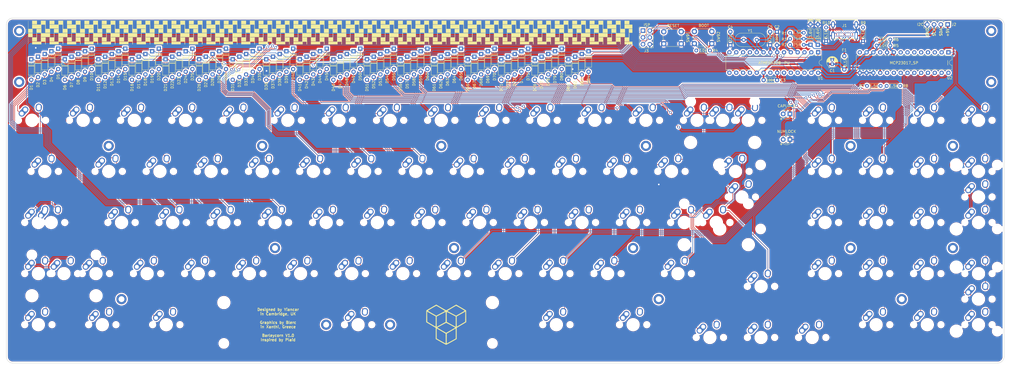
<source format=kicad_pcb>
(kicad_pcb (version 20171130) (host pcbnew "(5.1.7-0-10_14)")
  (title_block (title Barleycorn) (date 2020-02-02) (rev V1.0) (company Yiancar-Designs) (comment 1 "Inspired by Plaid"))
  (layers (0 F.Cu signal) (31 B.Cu signal) (34 B.Paste user) (35 F.Paste user) (36 B.SilkS user) (37 F.SilkS user) (38 B.Mask user) (39 F.Mask user) (44 Edge.Cuts user))
  (net 0 "")
  (net 1 GND)
  (net 2 /ROW0)
  (net 3 "Net-(D3-Pad2)")
  (net 4 "Net-(D4-Pad2)")
  (net 5 "Net-(D5-Pad2)")
  (net 6 "Net-(D6-Pad2)")
  (net 7 "Net-(D7-Pad2)")
  (net 8 "Net-(D8-Pad2)")
  (net 9 "Net-(D9-Pad2)")
  (net 10 "Net-(D10-Pad2)")
  (net 11 "Net-(D11-Pad2)")
  (net 12 "Net-(D12-Pad2)")
  (net 13 /ROW1)
  (net 14 "Net-(D13-Pad2)")
  (net 15 "Net-(D14-Pad2)")
  (net 16 "Net-(D17-Pad2)")
  (net 17 "Net-(D18-Pad2)")
  (net 18 "Net-(D21-Pad2)")
  (net 19 "Net-(D22-Pad2)")
  (net 20 "Net-(D23-Pad2)")
  (net 21 "Net-(D24-Pad2)")
  (net 22 "Net-(D25-Pad2)")
  (net 23 /ROW2)
  (net 24 "Net-(D26-Pad2)")
  (net 25 "Net-(D27-Pad2)")
  (net 26 "Net-(D28-Pad2)")
  (net 27 "Net-(D29-Pad2)")
  (net 28 "Net-(D30-Pad2)")
  (net 29 "Net-(D31-Pad2)")
  (net 30 "Net-(D32-Pad2)")
  (net 31 "Net-(D33-Pad2)")
  (net 32 "Net-(D34-Pad2)")
  (net 33 "Net-(D35-Pad2)")
  (net 34 "Net-(D36-Pad2)")
  (net 35 "Net-(D37-Pad2)")
  (net 36 "Net-(D38-Pad2)")
  (net 37 "Net-(D39-Pad2)")
  (net 38 "Net-(D40-Pad2)")
  (net 39 "Net-(D41-Pad2)")
  (net 40 "Net-(D42-Pad2)")
  (net 41 "Net-(D43-Pad2)")
  (net 42 "Net-(D44-Pad2)")
  (net 43 "Net-(D45-Pad2)")
  (net 44 "Net-(D46-Pad2)")
  (net 45 "Net-(D47-Pad2)")
  (net 46 "Net-(D48-Pad2)")
  (net 47 /USB_D+)
  (net 48 /USB_D-)
  (net 49 /RESET)
  (net 50 /COL0)
  (net 51 /COL1)
  (net 52 /COL2)
  (net 53 /COL3)
  (net 54 /COL4)
  (net 55 /COL5)
  (net 56 /COL6)
  (net 57 /COL7)
  (net 58 /COL8)
  (net 59 /COL9)
  (net 60 /COL10)
  (net 61 /COL11)
  (net 62 +5V)
  (net 63 "Net-(F1-Pad1)")
  (net 64 "Net-(D1-Pad2)")
  (net 65 "Net-(D2-Pad2)")
  (net 66 /i2c_SCL)
  (net 67 /i2c_SDA)
  (net 68 "Net-(LED1-Pad2)")
  (net 69 "Net-(LED2-Pad2)")
  (net 70 /ROW3)
  (net 71 "Net-(C4-Pad1)")
  (net 72 "Net-(C5-Pad1)")
  (net 73 "Net-(D49-Pad2)")
  (net 74 "Net-(D50-Pad2)")
  (net 75 "Net-(D51-Pad2)")
  (net 76 "Net-(D52-Pad2)")
  (net 77 "Net-(D53-Pad2)")
  (net 78 "Net-(D54-Pad2)")
  (net 79 "Net-(D55-Pad2)")
  (net 80 "Net-(D56-Pad2)")
  (net 81 "Net-(D57-Pad2)")
  (net 82 "Net-(D58-Pad2)")
  (net 83 /ROW4)
  (net 84 "Net-(D59-Pad2)")
  (net 85 "Net-(D60-Pad2)")
  (net 86 "Net-(D61-Pad2)")
  (net 87 "Net-(D62-Pad2)")
  (net 88 "Net-(D63-Pad2)")
  (net 89 "Net-(D64-Pad2)")
  (net 90 "Net-(D65-Pad2)")
  (net 91 /COL12)
  (net 92 /COL13)
  (net 93 "Net-(D66-Pad2)")
  (net 94 "Net-(U1-Pad21)")
  (net 95 "Net-(U2-Pad8)")
  (net 96 "Net-(U2-Pad7)")
  (net 97 "Net-(D15-Pad2)")
  (net 98 "Net-(D16-Pad2)")
  (net 99 "Net-(D67-Pad2)")
  (net 100 "Net-(D68-Pad2)")
  (net 101 "Net-(D69-Pad2)")
  (net 102 "Net-(D70-Pad2)")
  (net 103 "Net-(D71-Pad2)")
  (net 104 "Net-(D72-Pad2)")
  (net 105 "Net-(D73-Pad2)")
  (net 106 "Net-(D74-Pad2)")
  (net 107 "Net-(D75-Pad2)")
  (net 108 "Net-(D76-Pad2)")
  (net 109 "Net-(D77-Pad2)")
  (net 110 "Net-(D78-Pad2)")
  (net 111 "Net-(D79-Pad2)")
  (net 112 "Net-(D80-Pad2)")
  (net 113 "Net-(D81-Pad2)")
  (net 114 "Net-(D82-Pad2)")
  (net 115 "Net-(D83-Pad2)")
  (net 116 "Net-(D84-Pad2)")
  (net 117 /COL14)
  (net 118 /COL15)
  (net 119 /COL16)
  (net 120 /COL17)
  (net 121 "Net-(U2-Pad14)")
  (net 122 "Net-(U2-Pad11)")
  (net 123 "Net-(SW92-Pad1)")
  (net 124 "Net-(U2-Pad6)")
  (net 125 "Net-(U2-Pad5)")
  (net 126 "Net-(U2-Pad4)")
  (net 127 "Net-(U2-Pad3)")
  (net 128 "Net-(U2-Pad20)")
  (net 129 "Net-(U2-Pad19)")
  (net 130 LED1)
  (net 131 LED2)
  (net 132 "Net-(J1-PadB8)")
  (net 133 "Net-(J1-PadB5)")
  (net 134 "Net-(J1-PadA8)")
  (net 135 "Net-(J1-PadA5)")
  (net 136 "Net-(D19-Pad2)")
  (net 137 "Net-(D20-Pad2)")
  (net 138 "Net-(D85-Pad1)")
  (net 139 "Net-(D86-Pad1)")
  (module barleycorn:barleycorn_logo (layer F.Cu) (at 137.83 24.6)
    (fp_text reference Ref** hide)
    (fp_text value Val** hide)
  )
  (module barleycorn:yiancar_logo_silk (layer F.Cu) (at 181 133.5)
    (fp_text reference G*** hide)
    (fp_text value "Yiancar Logo" hide)
  )
  (module USB4085-GF-A_REVA:GCT_USB4085-GF-A_REVA (layer F.Cu) (at 329.35 21.95 180)
    (fp_text reference J1 (at 0.025 -0.05 180) (layer F.SilkS))
    (fp_text value USB4085-GF-A_REVA)
    (pad P4 thru_hole oval (at -4.325 0.335 180) (size 1.3 2.5) (drill oval 0.7 1.6) (layers *.Cu *.Mask) (net 1 GND))
    (pad P3 thru_hole oval (at 4.325 0.335 180) (size 1.3 2.5) (drill oval 0.7 1.6) (layers *.Cu *.Mask) (net 1 GND))
    (pad P2 thru_hole oval (at 4.32 -3.81 180) (size 1.3 3.2) (drill oval 0.7 2.1) (layers *.Cu *.Mask) (net 1 GND))
    (pad P1 thru_hole oval (at -4.325 -3.81 180) (size 1.3 3.2) (drill oval 0.7 2.1) (layers *.Cu *.Mask) (net 1 GND))
    (pad B12 thru_hole circle (at -2.975 -2.675 180) (size 0.65 0.65) (drill 0.4) (layers *.Cu *.Mask) (net 1 GND))
    (pad B9 thru_hole circle (at -2.125 -2.675 180) (size 0.65 0.65) (drill 0.4) (layers *.Cu *.Mask) (net 63 "Net-(F1-Pad1)"))
    (pad B8 thru_hole circle (at -1.275 -2.675 180) (size 0.65 0.65) (drill 0.4) (layers *.Cu *.Mask) (net 132 "Net-(J1-PadB8)"))
    (pad B7 thru_hole circle (at -0.425 -2.675 180) (size 0.65 0.65) (drill 0.4) (layers *.Cu *.Mask) (net 139 "Net-(D86-Pad1)"))
    (pad B6 thru_hole circle (at 0.425 -2.675 180) (size 0.65 0.65) (drill 0.4) (layers *.Cu *.Mask) (net 138 "Net-(D85-Pad1)"))
    (pad B5 thru_hole circle (at 1.275 -2.675 180) (size 0.65 0.65) (drill 0.4) (layers *.Cu *.Mask) (net 133 "Net-(J1-PadB5)"))
    (pad B4 thru_hole circle (at 2.125 -2.675 180) (size 0.65 0.65) (drill 0.4) (layers *.Cu *.Mask) (net 63 "Net-(F1-Pad1)"))
    (pad B1 thru_hole circle (at 2.975 -2.675 180) (size 0.65 0.65) (drill 0.4) (layers *.Cu *.Mask) (net 1 GND))
    (pad A12 thru_hole circle (at 2.975 -4.025 180) (size 0.65 0.65) (drill 0.4) (layers *.Cu *.Mask) (net 1 GND))
    (pad A9 thru_hole circle (at 2.125 -4.025 180) (size 0.65 0.65) (drill 0.4) (layers *.Cu *.Mask) (net 63 "Net-(F1-Pad1)"))
    (pad A8 thru_hole circle (at 1.275 -4.025 180) (size 0.65 0.65) (drill 0.4) (layers *.Cu *.Mask) (net 134 "Net-(J1-PadA8)"))
    (pad A7 thru_hole circle (at 0.425 -4.025 180) (size 0.65 0.65) (drill 0.4) (layers *.Cu *.Mask) (net 139 "Net-(D86-Pad1)"))
    (pad A6 thru_hole circle (at -0.425 -4.025 180) (size 0.65 0.65) (drill 0.4) (layers *.Cu *.Mask) (net 138 "Net-(D85-Pad1)"))
    (pad A5 thru_hole circle (at -1.275 -4.025 180) (size 0.65 0.65) (drill 0.4) (layers *.Cu *.Mask) (net 135 "Net-(J1-PadA5)"))
    (pad A4 thru_hole circle (at -2.125 -4.025 180) (size 0.65 0.65) (drill 0.4) (layers *.Cu *.Mask) (net 63 "Net-(F1-Pad1)"))
    (pad A1 thru_hole circle (at -2.975 -4.025 180) (size 0.65 0.65) (drill 0.4) (layers *.Cu *.Mask) (net 1 GND))
  )
  (module Capacitor_THT:C_Disc_D4.3mm_W1.9mm_P5.00mm (layer F.Cu) (at 301.6 24.3325 270)
    (fp_text reference C5 (at -1.7825 0) (layer F.SilkS))
    (fp_text value 22p (at 2.5175 0.1 270) (layer F.SilkS))
    (pad 2 thru_hole circle (at 5 0 270) (size 1.6 1.6) (drill 0.8) (layers *.Cu *.Mask) (net 1 GND))
    (pad 1 thru_hole circle (at 0 0 270) (size 1.6 1.6) (drill 0.8) (layers *.Cu *.Mask) (net 72 "Net-(C5-Pad1)"))
  )
  (module Capacitor_THT:C_Disc_D4.3mm_W1.9mm_P5.00mm (layer F.Cu) (at 286.8 24.3325 270)
    (fp_text reference C4 (at -1.7825 0) (layer F.SilkS))
    (fp_text value 22p (at 2.5175 0 270) (layer F.SilkS))
    (pad 2 thru_hole circle (at 5 0 270) (size 1.6 1.6) (drill 0.8) (layers *.Cu *.Mask) (net 1 GND))
    (pad 1 thru_hole circle (at 0 0 270) (size 1.6 1.6) (drill 0.8) (layers *.Cu *.Mask) (net 71 "Net-(C4-Pad1)"))
  )
  (module Resistor_THT:R_Axial_DIN0204_L3.6mm_D1.6mm_P5.08mm_Horizontal (layer F.Cu) (at 322.45 27.8 90)
    (fp_text reference R10 (at 6.8 0.05 180) (layer F.SilkS))
    (fp_text value 5.1k (at 2.5 -0.05 90) (layer F.SilkS))
    (pad 2 thru_hole oval (at 5.08 0 90) (size 1.4 1.4) (drill 0.7) (layers *.Cu *.Mask) (net 133 "Net-(J1-PadB5)"))
    (pad 1 thru_hole circle (at 0 0 90) (size 1.4 1.4) (drill 0.7) (layers *.Cu *.Mask) (net 1 GND))
  )
  (module Resistor_THT:R_Axial_DIN0204_L3.6mm_D1.6mm_P5.08mm_Horizontal (layer F.Cu) (at 336.2 27.8 90)
    (fp_text reference R9 (at 6.8 0.05 180) (layer F.SilkS))
    (fp_text value 5.1k (at 2.55 0 90) (layer F.SilkS))
    (pad 2 thru_hole oval (at 5.08 0 90) (size 1.4 1.4) (drill 0.7) (layers *.Cu *.Mask) (net 135 "Net-(J1-PadA5)"))
    (pad 1 thru_hole circle (at 0 0 90) (size 1.4 1.4) (drill 0.7) (layers *.Cu *.Mask) (net 1 GND))
  )
  (module Package_DIP:DIP-28_W7.62mm (layer F.Cu) (at 368 32 270)
    (fp_text reference U2 (at 9.5 -0.5) (layer F.SilkS))
    (fp_text value MCP23017_SP (at 3.925 16.55) (layer F.SilkS))
    (pad 28 thru_hole oval (at 7.62 0 270) (size 1.6 1.6) (drill 0.8) (layers *.Cu *.Mask) (net 118 /COL15))
    (pad 14 thru_hole oval (at 0 33.02 270) (size 1.6 1.6) (drill 0.8) (layers *.Cu *.Mask) (net 121 "Net-(U2-Pad14)"))
    (pad 27 thru_hole oval (at 7.62 2.54 270) (size 1.6 1.6) (drill 0.8) (layers *.Cu *.Mask) (net 117 /COL14))
    (pad 13 thru_hole oval (at 0 30.48 270) (size 1.6 1.6) (drill 0.8) (layers *.Cu *.Mask) (net 67 /i2c_SDA))
    (pad 26 thru_hole oval (at 7.62 5.08 270) (size 1.6 1.6) (drill 0.8) (layers *.Cu *.Mask) (net 92 /COL13))
    (pad 12 thru_hole oval (at 0 27.94 270) (size 1.6 1.6) (drill 0.8) (layers *.Cu *.Mask) (net 66 /i2c_SCL))
    (pad 25 thru_hole oval (at 7.62 7.62 270) (size 1.6 1.6) (drill 0.8) (layers *.Cu *.Mask) (net 91 /COL12))
    (pad 11 thru_hole oval (at 0 25.4 270) (size 1.6 1.6) (drill 0.8) (layers *.Cu *.Mask) (net 122 "Net-(U2-Pad11)"))
    (pad 24 thru_hole oval (at 7.62 10.16 270) (size 1.6 1.6) (drill 0.8) (layers *.Cu *.Mask) (net 61 /COL11))
    (pad 10 thru_hole oval (at 0 22.86 270) (size 1.6 1.6) (drill 0.8) (layers *.Cu *.Mask) (net 1 GND))
    (pad 23 thru_hole oval (at 7.62 12.7 270) (size 1.6 1.6) (drill 0.8) (layers *.Cu *.Mask) (net 60 /COL10))
    (pad 9 thru_hole oval (at 0 20.32 270) (size 1.6 1.6) (drill 0.8) (layers *.Cu *.Mask) (net 62 +5V))
    (pad 22 thru_hole oval (at 7.62 15.24 270) (size 1.6 1.6) (drill 0.8) (layers *.Cu *.Mask) (net 59 /COL9))
    (pad 8 thru_hole oval (at 0 17.78 270) (size 1.6 1.6) (drill 0.8) (layers *.Cu *.Mask) (net 95 "Net-(U2-Pad8)"))
    (pad 21 thru_hole oval (at 7.62 17.78 270) (size 1.6 1.6) (drill 0.8) (layers *.Cu *.Mask) (net 58 /COL8))
    (pad 7 thru_hole oval (at 0 15.24 270) (size 1.6 1.6) (drill 0.8) (layers *.Cu *.Mask) (net 96 "Net-(U2-Pad7)"))
    (pad 20 thru_hole oval (at 7.62 20.32 270) (size 1.6 1.6) (drill 0.8) (layers *.Cu *.Mask) (net 128 "Net-(U2-Pad20)"))
    (pad 6 thru_hole oval (at 0 12.7 270) (size 1.6 1.6) (drill 0.8) (layers *.Cu *.Mask) (net 124 "Net-(U2-Pad6)"))
    (pad 19 thru_hole oval (at 7.62 22.86 270) (size 1.6 1.6) (drill 0.8) (layers *.Cu *.Mask) (net 129 "Net-(U2-Pad19)"))
    (pad 5 thru_hole oval (at 0 10.16 270) (size 1.6 1.6) (drill 0.8) (layers *.Cu *.Mask) (net 125 "Net-(U2-Pad5)"))
    (pad 18 thru_hole oval (at 7.62 25.4 270) (size 1.6 1.6) (drill 0.8) (layers *.Cu *.Mask) (net 62 +5V))
    (pad 4 thru_hole oval (at 0 7.62 270) (size 1.6 1.6) (drill 0.8) (layers *.Cu *.Mask) (net 126 "Net-(U2-Pad4)"))
    (pad 17 thru_hole oval (at 7.62 27.94 270) (size 1.6 1.6) (drill 0.8) (layers *.Cu *.Mask) (net 1 GND))
    (pad 3 thru_hole oval (at 0 5.08 270) (size 1.6 1.6) (drill 0.8) (layers *.Cu *.Mask) (net 127 "Net-(U2-Pad3)"))
    (pad 16 thru_hole oval (at 7.62 30.48 270) (size 1.6 1.6) (drill 0.8) (layers *.Cu *.Mask) (net 1 GND))
    (pad 2 thru_hole oval (at 0 2.54 270) (size 1.6 1.6) (drill 0.8) (layers *.Cu *.Mask) (net 120 /COL17))
    (pad 15 thru_hole oval (at 7.62 33.02 270) (size 1.6 1.6) (drill 0.8) (layers *.Cu *.Mask) (net 1 GND))
    (pad 1 thru_hole rect (at 0 0 270) (size 1.6 1.6) (drill 0.8) (layers *.Cu *.Mask) (net 119 /COL16))
  )
  (module MountingHole:MountingHole_2.2mm_M2_DIN965_Pad (layer F.Cu) (at 350.6125 124.0125)
    (fp_text reference H20 hide)
    (fp_text value M2)
    (pad 1 thru_hole circle (at 0 0) (size 3.8 3.8) (drill 2.2) (layers *.Cu *.Mask))
  )
  (module MountingHole:MountingHole_2.2mm_M2_DIN965_Pad (layer F.Cu) (at 369.6625 104.9625)
    (fp_text reference H19 hide)
    (fp_text value M2)
    (pad 1 thru_hole circle (at 0 0) (size 3.8 3.8) (drill 2.2) (layers *.Cu *.Mask))
  )
  (module MountingHole:MountingHole_2.2mm_M2_DIN965_Pad (layer F.Cu) (at 331.5625 104.9625)
    (fp_text reference H18 hide)
    (fp_text value M2)
    (pad 1 thru_hole circle (at 0 0) (size 3.8 3.8) (drill 2.2) (layers *.Cu *.Mask))
  )
  (module MountingHole:MountingHole_2.2mm_M2_DIN965_Pad (layer F.Cu) (at 369.6625 66.8625)
    (fp_text reference H17 hide)
    (fp_text value M2)
    (pad 1 thru_hole circle (at 0 0) (size 3.8 3.8) (drill 2.2) (layers *.Cu *.Mask))
  )
  (module MountingHole:MountingHole_2.2mm_M2_DIN965_Pad (layer F.Cu) (at 331.5625 66.8625)
    (fp_text reference H16 hide)
    (fp_text value M2)
    (pad 1 thru_hole circle (at 0 0) (size 3.8 3.8) (drill 2.2) (layers *.Cu *.Mask))
  )
  (module MountingHole:MountingHole_2.2mm_M2_DIN965_Pad (layer F.Cu) (at 260.125 124.0125)
    (fp_text reference H15 hide)
    (fp_text value M2)
    (pad 1 thru_hole circle (at 0 0) (size 3.8 3.8) (drill 2.2) (layers *.Cu *.Mask))
  )
  (module MountingHole:MountingHole_2.2mm_M2_DIN965_Pad (layer F.Cu) (at 250.6 104.9625)
    (fp_text reference H14 hide)
    (fp_text value M2)
    (pad 1 thru_hole circle (at 0 0) (size 3.8 3.8) (drill 2.2) (layers *.Cu *.Mask))
  )
  (module MountingHole:MountingHole_2.2mm_M2_DIN965_Pad (layer F.Cu) (at 255.3625 66.8625)
    (fp_text reference H13 hide)
    (fp_text value M2)
    (pad 1 thru_hole circle (at 0 0) (size 3.8 3.8) (drill 2.2) (layers *.Cu *.Mask))
  )
  (module MountingHole:MountingHole_2.2mm_M2_DIN965_Pad (layer F.Cu) (at 160.1125 133.5375)
    (fp_text reference H12 hide)
    (fp_text value M2)
    (pad 1 thru_hole circle (at 0 0) (size 3.8 3.8) (drill 2.2) (layers *.Cu *.Mask))
  )
  (module MountingHole:MountingHole_2.2mm_M2_DIN965_Pad (layer F.Cu) (at 183.925 104.9625)
    (fp_text reference H11 hide)
    (fp_text value M2)
    (pad 1 thru_hole circle (at 0 0) (size 3.8 3.8) (drill 2.2) (layers *.Cu *.Mask))
  )
  (module MX_Alps_Hybrid:MX-1.25U-NoLED (layer F.Cu) (at 29.14375 95.4375)
    (fp_text reference SW93)
    (fp_text value SW_Push)
    (pad "" np_thru_hole circle (at 5.08 0 48.0996) (size 1.75 1.75) (drill 1.75) (layers *.Cu *.Mask))
    (pad "" np_thru_hole circle (at -5.08 0 48.0996) (size 1.75 1.75) (drill 1.75) (layers *.Cu *.Mask))
    (pad 1 thru_hole circle (at -2.5 -4) (size 2.25 2.25) (drill 1.47) (layers *.Cu B.Mask) (net 50 /COL0))
    (pad "" np_thru_hole circle (at 0 0) (size 3.9878 3.9878) (drill 3.9878) (layers *.Cu *.Mask))
    (pad 1 thru_hole oval (at -3.81 -2.54 48.0996) (size 4.211556 2.25) (drill 1.47 (offset 0.980778 0)) (layers *.Cu B.Mask) (net 50 /COL0))
    (pad 2 thru_hole circle (at 2.54 -5.08) (size 2.25 2.25) (drill 1.47) (layers *.Cu B.Mask) (net 3 "Net-(D3-Pad2)"))
    (pad 2 thru_hole oval (at 2.5 -4.5 86.0548) (size 2.831378 2.25) (drill 1.47 (offset 0.290689 0)) (layers *.Cu B.Mask) (net 3 "Net-(D3-Pad2)"))
  )
  (module MX_Alps_Hybrid:MX-2U-NoLED (layer F.Cu) (at 379.1875 124.0125 270)
    (fp_text reference SW78)
    (fp_text value SW_Push)
    (pad "" np_thru_hole circle (at 11.938 8.255 270) (size 3.9878 3.9878) (drill 3.9878) (layers *.Cu *.Mask))
    (pad "" np_thru_hole circle (at -11.938 8.255 270) (size 3.9878 3.9878) (drill 3.9878) (layers *.Cu *.Mask))
    (pad "" np_thru_hole circle (at 11.938 -6.985 270) (size 3.048 3.048) (drill 3.048) (layers *.Cu *.Mask))
    (pad "" np_thru_hole circle (at -11.938 -6.985 270) (size 3.048 3.048) (drill 3.048) (layers *.Cu *.Mask))
    (pad "" np_thru_hole circle (at 0 -5.08 48.0996) (size 1.75 1.75) (drill 1.75) (layers *.Cu *.Mask))
    (pad "" np_thru_hole circle (at 0 5.08 48.0996) (size 1.75 1.75) (drill 1.75) (layers *.Cu *.Mask))
    (pad 1 thru_hole circle (at -4 2.5) (size 2.25 2.25) (drill 1.47) (layers *.Cu B.Mask) (net 112 "Net-(D80-Pad2)"))
    (pad "" np_thru_hole circle (at 0 0) (size 3.9878 3.9878) (drill 3.9878) (layers *.Cu *.Mask))
    (pad 1 thru_hole oval (at -2.54 3.81 48.0996) (size 4.211556 2.25) (drill 1.47 (offset 0.980778 0)) (layers *.Cu B.Mask) (net 112 "Net-(D80-Pad2)"))
    (pad 2 thru_hole circle (at -5.08 -2.54) (size 2.25 2.25) (drill 1.47) (layers *.Cu B.Mask) (net 120 /COL17))
    (pad 2 thru_hole oval (at -4.5 -2.5 86.0548) (size 2.831378 2.25) (drill 1.47 (offset 0.290689 0)) (layers *.Cu B.Mask) (net 120 /COL17))
  )
  (module MX_Alps_Hybrid:MX-1.5U-NoLED (layer F.Cu) (at 250.6 133.5375)
    (fp_text reference SW84)
    (fp_text value SW_Push)
    (pad "" np_thru_hole circle (at 5.08 0 48.0996) (size 1.75 1.75) (drill 1.75) (layers *.Cu *.Mask))
    (pad "" np_thru_hole circle (at -5.08 0 48.0996) (size 1.75 1.75) (drill 1.75) (layers *.Cu *.Mask))
    (pad 1 thru_hole circle (at -2.5 -4) (size 2.25 2.25) (drill 1.47) (layers *.Cu B.Mask) (net 74 "Net-(D50-Pad2)"))
    (pad "" np_thru_hole circle (at 0 0) (size 3.9878 3.9878) (drill 3.9878) (layers *.Cu *.Mask))
    (pad 1 thru_hole oval (at -3.81 -2.54 48.0996) (size 4.211556 2.25) (drill 1.47 (offset 0.980778 0)) (layers *.Cu B.Mask) (net 74 "Net-(D50-Pad2)"))
    (pad 2 thru_hole circle (at 2.54 -5.08) (size 2.25 2.25) (drill 1.47) (layers *.Cu B.Mask) (net 61 /COL11))
    (pad 2 thru_hole oval (at 2.5 -4.5 86.0548) (size 2.831378 2.25) (drill 1.47 (offset 0.290689 0)) (layers *.Cu B.Mask) (net 61 /COL11))
  )
  (module MX_Alps_Hybrid:MX-1.5U-NoLED (layer F.Cu) (at 222.025 133.5375)
    (fp_text reference SW83)
    (fp_text value SW_Push)
    (pad "" np_thru_hole circle (at 5.08 0 48.0996) (size 1.75 1.75) (drill 1.75) (layers *.Cu *.Mask))
    (pad "" np_thru_hole circle (at -5.08 0 48.0996) (size 1.75 1.75) (drill 1.75) (layers *.Cu *.Mask))
    (pad 1 thru_hole circle (at -2.5 -4) (size 2.25 2.25) (drill 1.47) (layers *.Cu B.Mask) (net 43 "Net-(D45-Pad2)"))
    (pad "" np_thru_hole circle (at 0 0) (size 3.9878 3.9878) (drill 3.9878) (layers *.Cu *.Mask))
    (pad 1 thru_hole oval (at -3.81 -2.54 48.0996) (size 4.211556 2.25) (drill 1.47 (offset 0.980778 0)) (layers *.Cu B.Mask) (net 43 "Net-(D45-Pad2)"))
    (pad 2 thru_hole circle (at 2.54 -5.08) (size 2.25 2.25) (drill 1.47) (layers *.Cu B.Mask) (net 60 /COL10))
    (pad 2 thru_hole oval (at 2.5 -4.5 86.0548) (size 2.831378 2.25) (drill 1.47 (offset 0.290689 0)) (layers *.Cu B.Mask) (net 60 /COL10))
  )
  (module MX_Alps_Hybrid:MX-2U-NoLED (layer F.Cu) (at 379.1875 85.9125 270)
    (fp_text reference SW40)
    (fp_text value SW_Push)
    (pad "" np_thru_hole circle (at 11.938 8.255 270) (size 3.9878 3.9878) (drill 3.9878) (layers *.Cu *.Mask))
    (pad "" np_thru_hole circle (at -11.938 8.255 270) (size 3.9878 3.9878) (drill 3.9878) (layers *.Cu *.Mask))
    (pad "" np_thru_hole circle (at 11.938 -6.985 270) (size 3.048 3.048) (drill 3.048) (layers *.Cu *.Mask))
    (pad "" np_thru_hole circle (at -11.938 -6.985 270) (size 3.048 3.048) (drill 3.048) (layers *.Cu *.Mask))
    (pad "" np_thru_hole circle (at 0 -5.08 48.0996) (size 1.75 1.75) (drill 1.75) (layers *.Cu *.Mask))
    (pad "" np_thru_hole circle (at 0 5.08 48.0996) (size 1.75 1.75) (drill 1.75) (layers *.Cu *.Mask))
    (pad 1 thru_hole circle (at -4 2.5) (size 2.25 2.25) (drill 1.47) (layers *.Cu B.Mask) (net 114 "Net-(D82-Pad2)"))
    (pad "" np_thru_hole circle (at 0 0) (size 3.9878 3.9878) (drill 3.9878) (layers *.Cu *.Mask))
    (pad 1 thru_hole oval (at -2.54 3.81 48.0996) (size 4.211556 2.25) (drill 1.47 (offset 0.980778 0)) (layers *.Cu B.Mask) (net 114 "Net-(D82-Pad2)"))
    (pad 2 thru_hole circle (at -5.08 -2.54) (size 2.25 2.25) (drill 1.47) (layers *.Cu B.Mask) (net 120 /COL17))
    (pad 2 thru_hole oval (at -4.5 -2.5 86.0548) (size 2.831378 2.25) (drill 1.47 (offset 0.290689 0)) (layers *.Cu B.Mask) (net 120 /COL17))
  )
  (module MX_Alps_Hybrid:MX-1U-NoLED (layer F.Cu) (at 379.1875 95.4375)
    (fp_text reference SW58)
    (fp_text value SW_Push)
    (pad "" np_thru_hole circle (at 5.08 0 48.0996) (size 1.75 1.75) (drill 1.75) (layers *.Cu *.Mask))
    (pad "" np_thru_hole circle (at -5.08 0 48.0996) (size 1.75 1.75) (drill 1.75) (layers *.Cu *.Mask))
    (pad 1 thru_hole circle (at -2.5 -4) (size 2.25 2.25) (drill 1.47) (layers *.Cu B.Mask) (net 114 "Net-(D82-Pad2)"))
    (pad "" np_thru_hole circle (at 0 0) (size 3.9878 3.9878) (drill 3.9878) (layers *.Cu *.Mask))
    (pad 1 thru_hole oval (at -3.81 -2.54 48.0996) (size 4.211556 2.25) (drill 1.47 (offset 0.980778 0)) (layers *.Cu B.Mask) (net 114 "Net-(D82-Pad2)"))
    (pad 2 thru_hole circle (at 2.54 -5.08) (size 2.25 2.25) (drill 1.47) (layers *.Cu B.Mask) (net 120 /COL17))
    (pad 2 thru_hole oval (at 2.5 -4.5 86.0548) (size 2.831378 2.25) (drill 1.47 (offset 0.290689 0)) (layers *.Cu B.Mask) (net 120 /COL17))
  )
  (module MX_Alps_Hybrid:MX-1U-NoLED (layer F.Cu) (at 360.1375 95.4375)
    (fp_text reference SW57)
    (fp_text value SW_Push)
    (pad "" np_thru_hole circle (at 5.08 0 48.0996) (size 1.75 1.75) (drill 1.75) (layers *.Cu *.Mask))
    (pad "" np_thru_hole circle (at -5.08 0 48.0996) (size 1.75 1.75) (drill 1.75) (layers *.Cu *.Mask))
    (pad 1 thru_hole circle (at -2.5 -4) (size 2.25 2.25) (drill 1.47) (layers *.Cu B.Mask) (net 109 "Net-(D77-Pad2)"))
    (pad "" np_thru_hole circle (at 0 0) (size 3.9878 3.9878) (drill 3.9878) (layers *.Cu *.Mask))
    (pad 1 thru_hole oval (at -3.81 -2.54 48.0996) (size 4.211556 2.25) (drill 1.47 (offset 0.980778 0)) (layers *.Cu B.Mask) (net 109 "Net-(D77-Pad2)"))
    (pad 2 thru_hole circle (at 2.54 -5.08) (size 2.25 2.25) (drill 1.47) (layers *.Cu B.Mask) (net 119 /COL16))
    (pad 2 thru_hole oval (at 2.5 -4.5 86.0548) (size 2.831378 2.25) (drill 1.47 (offset 0.290689 0)) (layers *.Cu B.Mask) (net 119 /COL16))
  )
  (module MX_Alps_Hybrid:MX-1U-NoLED (layer F.Cu) (at 341.0875 95.4375)
    (fp_text reference SW56)
    (fp_text value SW_Push)
    (pad "" np_thru_hole circle (at 5.08 0 48.0996) (size 1.75 1.75) (drill 1.75) (layers *.Cu *.Mask))
    (pad "" np_thru_hole circle (at -5.08 0 48.0996) (size 1.75 1.75) (drill 1.75) (layers *.Cu *.Mask))
    (pad 1 thru_hole circle (at -2.5 -4) (size 2.25 2.25) (drill 1.47) (layers *.Cu B.Mask) (net 104 "Net-(D72-Pad2)"))
    (pad "" np_thru_hole circle (at 0 0) (size 3.9878 3.9878) (drill 3.9878) (layers *.Cu *.Mask))
    (pad 1 thru_hole oval (at -3.81 -2.54 48.0996) (size 4.211556 2.25) (drill 1.47 (offset 0.980778 0)) (layers *.Cu B.Mask) (net 104 "Net-(D72-Pad2)"))
    (pad 2 thru_hole circle (at 2.54 -5.08) (size 2.25 2.25) (drill 1.47) (layers *.Cu B.Mask) (net 118 /COL15))
    (pad 2 thru_hole oval (at 2.5 -4.5 86.0548) (size 2.831378 2.25) (drill 1.47 (offset 0.290689 0)) (layers *.Cu B.Mask) (net 118 /COL15))
  )
  (module MX_Alps_Hybrid:MX-1U-NoLED (layer F.Cu) (at 322.0375 95.4375)
    (fp_text reference SW55)
    (fp_text value SW_Push)
    (pad "" np_thru_hole circle (at 5.08 0 48.0996) (size 1.75 1.75) (drill 1.75) (layers *.Cu *.Mask))
    (pad "" np_thru_hole circle (at -5.08 0 48.0996) (size 1.75 1.75) (drill 1.75) (layers *.Cu *.Mask))
    (pad 1 thru_hole circle (at -2.5 -4) (size 2.25 2.25) (drill 1.47) (layers *.Cu B.Mask) (net 99 "Net-(D67-Pad2)"))
    (pad "" np_thru_hole circle (at 0 0) (size 3.9878 3.9878) (drill 3.9878) (layers *.Cu *.Mask))
    (pad 1 thru_hole oval (at -3.81 -2.54 48.0996) (size 4.211556 2.25) (drill 1.47 (offset 0.980778 0)) (layers *.Cu B.Mask) (net 99 "Net-(D67-Pad2)"))
    (pad 2 thru_hole circle (at 2.54 -5.08) (size 2.25 2.25) (drill 1.47) (layers *.Cu B.Mask) (net 117 /COL14))
    (pad 2 thru_hole oval (at 2.5 -4.5 86.0548) (size 2.831378 2.25) (drill 1.47 (offset 0.290689 0)) (layers *.Cu B.Mask) (net 117 /COL14))
  )
  (module MX_Alps_Hybrid:MX-ISO-ReversedStabilizers (layer F.Cu) (at 291.08125 85.9125)
    (fp_text reference SW39)
    (fp_text value SW_Push)
    (pad "" np_thru_hole circle (at -8.255 -11.938) (size 3.9878 3.9878) (drill 3.9878) (layers *.Cu *.Mask))
    (pad "" np_thru_hole circle (at -8.255 11.938) (size 3.9878 3.9878) (drill 3.9878) (layers *.Cu *.Mask))
    (pad "" np_thru_hole circle (at 6.985 -11.938) (size 3.048 3.048) (drill 3.048) (layers *.Cu *.Mask))
    (pad "" np_thru_hole circle (at 6.985 11.938) (size 3.048 3.048) (drill 3.048) (layers *.Cu *.Mask))
    (pad "" np_thru_hole circle (at 5.08 0 138.0996) (size 1.7018 1.7018) (drill 1.7018) (layers *.Cu *.Mask))
    (pad "" np_thru_hole circle (at -5.08 0 138.0996) (size 1.7018 1.7018) (drill 1.7018) (layers *.Cu *.Mask))
    (pad 2 thru_hole circle (at -2.5 -4 90) (size 2.25 2.25) (drill 1.47) (layers *.Cu B.Mask) (net 92 /COL13))
    (pad "" np_thru_hole circle (at 0 0) (size 3.9878 3.9878) (drill 3.9878) (layers *.Cu *.Mask))
    (pad 2 thru_hole oval (at -3.81 -2.54 48.1) (size 4.211556 2.25) (drill 1.47 (offset 0.980778 0)) (layers *.Cu B.Mask) (net 92 /COL13))
    (pad 1 thru_hole circle (at 2.54 -5.08 90) (size 2.25 2.25) (drill 1.47) (layers *.Cu B.Mask) (net 87 "Net-(D62-Pad2)"))
    (pad 1 thru_hole oval (at 2.5 -4.5 86.055) (size 2.831378 2.25) (drill 1.47 (offset 0.290689 0)) (layers *.Cu B.Mask) (net 87 "Net-(D62-Pad2)"))
  )
  (module MX_Alps_Hybrid:MX-1U-NoLED (layer F.Cu) (at 379.1875 76.3875)
    (fp_text reference SW37)
    (fp_text value SW_Push)
    (pad "" np_thru_hole circle (at 5.08 0 48.0996) (size 1.75 1.75) (drill 1.75) (layers *.Cu *.Mask))
    (pad "" np_thru_hole circle (at -5.08 0 48.0996) (size 1.75 1.75) (drill 1.75) (layers *.Cu *.Mask))
    (pad 1 thru_hole circle (at -2.5 -4) (size 2.25 2.25) (drill 1.47) (layers *.Cu B.Mask) (net 115 "Net-(D83-Pad2)"))
    (pad "" np_thru_hole circle (at 0 0) (size 3.9878 3.9878) (drill 3.9878) (layers *.Cu *.Mask))
    (pad 1 thru_hole oval (at -3.81 -2.54 48.0996) (size 4.211556 2.25) (drill 1.47 (offset 0.980778 0)) (layers *.Cu B.Mask) (net 115 "Net-(D83-Pad2)"))
    (pad 2 thru_hole circle (at 2.54 -5.08) (size 2.25 2.25) (drill 1.47) (layers *.Cu B.Mask) (net 120 /COL17))
    (pad 2 thru_hole oval (at 2.5 -4.5 86.0548) (size 2.831378 2.25) (drill 1.47 (offset 0.290689 0)) (layers *.Cu B.Mask) (net 120 /COL17))
  )
  (module MX_Alps_Hybrid:MX-1U-NoLED (layer F.Cu) (at 360.1375 76.3875)
    (fp_text reference SW36)
    (fp_text value SW_Push)
    (pad "" np_thru_hole circle (at 5.08 0 48.0996) (size 1.75 1.75) (drill 1.75) (layers *.Cu *.Mask))
    (pad "" np_thru_hole circle (at -5.08 0 48.0996) (size 1.75 1.75) (drill 1.75) (layers *.Cu *.Mask))
    (pad 1 thru_hole circle (at -2.5 -4) (size 2.25 2.25) (drill 1.47) (layers *.Cu B.Mask) (net 110 "Net-(D78-Pad2)"))
    (pad "" np_thru_hole circle (at 0 0) (size 3.9878 3.9878) (drill 3.9878) (layers *.Cu *.Mask))
    (pad 1 thru_hole oval (at -3.81 -2.54 48.0996) (size 4.211556 2.25) (drill 1.47 (offset 0.980778 0)) (layers *.Cu B.Mask) (net 110 "Net-(D78-Pad2)"))
    (pad 2 thru_hole circle (at 2.54 -5.08) (size 2.25 2.25) (drill 1.47) (layers *.Cu B.Mask) (net 119 /COL16))
    (pad 2 thru_hole oval (at 2.5 -4.5 86.0548) (size 2.831378 2.25) (drill 1.47 (offset 0.290689 0)) (layers *.Cu B.Mask) (net 119 /COL16))
  )
  (module MX_Alps_Hybrid:MX-1U-NoLED (layer F.Cu) (at 341.0875 76.3875)
    (fp_text reference SW35)
    (fp_text value SW_Push)
    (pad "" np_thru_hole circle (at 5.08 0 48.0996) (size 1.75 1.75) (drill 1.75) (layers *.Cu *.Mask))
    (pad "" np_thru_hole circle (at -5.08 0 48.0996) (size 1.75 1.75) (drill 1.75) (layers *.Cu *.Mask))
    (pad 1 thru_hole circle (at -2.5 -4) (size 2.25 2.25) (drill 1.47) (layers *.Cu B.Mask) (net 105 "Net-(D73-Pad2)"))
    (pad "" np_thru_hole circle (at 0 0) (size 3.9878 3.9878) (drill 3.9878) (layers *.Cu *.Mask))
    (pad 1 thru_hole oval (at -3.81 -2.54 48.0996) (size 4.211556 2.25) (drill 1.47 (offset 0.980778 0)) (layers *.Cu B.Mask) (net 105 "Net-(D73-Pad2)"))
    (pad 2 thru_hole circle (at 2.54 -5.08) (size 2.25 2.25) (drill 1.47) (layers *.Cu B.Mask) (net 118 /COL15))
    (pad 2 thru_hole oval (at 2.5 -4.5 86.0548) (size 2.831378 2.25) (drill 1.47 (offset 0.290689 0)) (layers *.Cu B.Mask) (net 118 /COL15))
  )
  (module MX_Alps_Hybrid:MX-1U-NoLED (layer F.Cu) (at 322.0375 76.3875)
    (fp_text reference SW34)
    (fp_text value SW_Push)
    (pad "" np_thru_hole circle (at 5.08 0 48.0996) (size 1.75 1.75) (drill 1.75) (layers *.Cu *.Mask))
    (pad "" np_thru_hole circle (at -5.08 0 48.0996) (size 1.75 1.75) (drill 1.75) (layers *.Cu *.Mask))
    (pad 1 thru_hole circle (at -2.5 -4) (size 2.25 2.25) (drill 1.47) (layers *.Cu B.Mask) (net 100 "Net-(D68-Pad2)"))
    (pad "" np_thru_hole circle (at 0 0) (size 3.9878 3.9878) (drill 3.9878) (layers *.Cu *.Mask))
    (pad 1 thru_hole oval (at -3.81 -2.54 48.0996) (size 4.211556 2.25) (drill 1.47 (offset 0.980778 0)) (layers *.Cu B.Mask) (net 100 "Net-(D68-Pad2)"))
    (pad 2 thru_hole circle (at 2.54 -5.08) (size 2.25 2.25) (drill 1.47) (layers *.Cu B.Mask) (net 117 /COL14))
    (pad 2 thru_hole oval (at 2.5 -4.5 86.0548) (size 2.831378 2.25) (drill 1.47 (offset 0.290689 0)) (layers *.Cu B.Mask) (net 117 /COL14))
  )
  (module MX_Alps_Hybrid:MX-1U-NoLED (layer F.Cu) (at 379.1875 133.5375)
    (fp_text reference SW90)
    (fp_text value SW_Push)
    (pad "" np_thru_hole circle (at 5.08 0 48.0996) (size 1.75 1.75) (drill 1.75) (layers *.Cu *.Mask))
    (pad "" np_thru_hole circle (at -5.08 0 48.0996) (size 1.75 1.75) (drill 1.75) (layers *.Cu *.Mask))
    (pad 1 thru_hole circle (at -2.5 -4) (size 2.25 2.25) (drill 1.47) (layers *.Cu B.Mask) (net 112 "Net-(D80-Pad2)"))
    (pad "" np_thru_hole circle (at 0 0) (size 3.9878 3.9878) (drill 3.9878) (layers *.Cu *.Mask))
    (pad 1 thru_hole oval (at -3.81 -2.54 48.0996) (size 4.211556 2.25) (drill 1.47 (offset 0.980778 0)) (layers *.Cu B.Mask) (net 112 "Net-(D80-Pad2)"))
    (pad 2 thru_hole circle (at 2.54 -5.08) (size 2.25 2.25) (drill 1.47) (layers *.Cu B.Mask) (net 120 /COL17))
    (pad 2 thru_hole oval (at 2.5 -4.5 86.0548) (size 2.831378 2.25) (drill 1.47 (offset 0.290689 0)) (layers *.Cu B.Mask) (net 120 /COL17))
  )
  (module MX_Alps_Hybrid:MX-1U-NoLED (layer F.Cu) (at 360.1375 133.5375)
    (fp_text reference SW89)
    (fp_text value SW_Push)
    (pad "" np_thru_hole circle (at 5.08 0 48.0996) (size 1.75 1.75) (drill 1.75) (layers *.Cu *.Mask))
    (pad "" np_thru_hole circle (at -5.08 0 48.0996) (size 1.75 1.75) (drill 1.75) (layers *.Cu *.Mask))
    (pad 1 thru_hole circle (at -2.5 -4) (size 2.25 2.25) (drill 1.47) (layers *.Cu B.Mask) (net 107 "Net-(D75-Pad2)"))
    (pad "" np_thru_hole circle (at 0 0) (size 3.9878 3.9878) (drill 3.9878) (layers *.Cu *.Mask))
    (pad 1 thru_hole oval (at -3.81 -2.54 48.0996) (size 4.211556 2.25) (drill 1.47 (offset 0.980778 0)) (layers *.Cu B.Mask) (net 107 "Net-(D75-Pad2)"))
    (pad 2 thru_hole circle (at 2.54 -5.08) (size 2.25 2.25) (drill 1.47) (layers *.Cu B.Mask) (net 119 /COL16))
    (pad 2 thru_hole oval (at 2.5 -4.5 86.0548) (size 2.831378 2.25) (drill 1.47 (offset 0.290689 0)) (layers *.Cu B.Mask) (net 119 /COL16))
  )
  (module MX_Alps_Hybrid:MX-1U-NoLED (layer F.Cu) (at 341.0875 133.5375)
    (fp_text reference SW88)
    (fp_text value SW_Push)
    (pad "" np_thru_hole circle (at 5.08 0 48.0996) (size 1.75 1.75) (drill 1.75) (layers *.Cu *.Mask))
    (pad "" np_thru_hole circle (at -5.08 0 48.0996) (size 1.75 1.75) (drill 1.75) (layers *.Cu *.Mask))
    (pad 1 thru_hole circle (at -2.5 -4) (size 2.25 2.25) (drill 1.47) (layers *.Cu B.Mask) (net 102 "Net-(D70-Pad2)"))
    (pad "" np_thru_hole circle (at 0 0) (size 3.9878 3.9878) (drill 3.9878) (layers *.Cu *.Mask))
    (pad 1 thru_hole oval (at -3.81 -2.54 48.0996) (size 4.211556 2.25) (drill 1.47 (offset 0.980778 0)) (layers *.Cu B.Mask) (net 102 "Net-(D70-Pad2)"))
    (pad 2 thru_hole circle (at 2.54 -5.08) (size 2.25 2.25) (drill 1.47) (layers *.Cu B.Mask) (net 118 /COL15))
    (pad 2 thru_hole oval (at 2.5 -4.5 86.0548) (size 2.831378 2.25) (drill 1.47 (offset 0.290689 0)) (layers *.Cu B.Mask) (net 118 /COL15))
  )
  (module MX_Alps_Hybrid:MX-1U-NoLED (layer F.Cu) (at 317.275 138.3)
    (fp_text reference SW87)
    (fp_text value SW_Push)
    (pad "" np_thru_hole circle (at 5.08 0 48.0996) (size 1.75 1.75) (drill 1.75) (layers *.Cu *.Mask))
    (pad "" np_thru_hole circle (at -5.08 0 48.0996) (size 1.75 1.75) (drill 1.75) (layers *.Cu *.Mask))
    (pad 1 thru_hole circle (at -2.5 -4) (size 2.25 2.25) (drill 1.47) (layers *.Cu B.Mask) (net 90 "Net-(D65-Pad2)"))
    (pad "" np_thru_hole circle (at 0 0) (size 3.9878 3.9878) (drill 3.9878) (layers *.Cu *.Mask))
    (pad 1 thru_hole oval (at -3.81 -2.54 48.0996) (size 4.211556 2.25) (drill 1.47 (offset 0.980778 0)) (layers *.Cu B.Mask) (net 90 "Net-(D65-Pad2)"))
    (pad 2 thru_hole circle (at 2.54 -5.08) (size 2.25 2.25) (drill 1.47) (layers *.Cu B.Mask) (net 117 /COL14))
    (pad 2 thru_hole oval (at 2.5 -4.5 86.0548) (size 2.831378 2.25) (drill 1.47 (offset 0.290689 0)) (layers *.Cu B.Mask) (net 117 /COL14))
  )
  (module MX_Alps_Hybrid:MX-1U-NoLED (layer F.Cu) (at 298.225 138.3)
    (fp_text reference SW86)
    (fp_text value SW_Push)
    (pad "" np_thru_hole circle (at 5.08 0 48.0996) (size 1.75 1.75) (drill 1.75) (layers *.Cu *.Mask))
    (pad "" np_thru_hole circle (at -5.08 0 48.0996) (size 1.75 1.75) (drill 1.75) (layers *.Cu *.Mask))
    (pad 1 thru_hole circle (at -2.5 -4) (size 2.25 2.25) (drill 1.47) (layers *.Cu B.Mask) (net 85 "Net-(D60-Pad2)"))
    (pad "" np_thru_hole circle (at 0 0) (size 3.9878 3.9878) (drill 3.9878) (layers *.Cu *.Mask))
    (pad 1 thru_hole oval (at -3.81 -2.54 48.0996) (size 4.211556 2.25) (drill 1.47 (offset 0.980778 0)) (layers *.Cu B.Mask) (net 85 "Net-(D60-Pad2)"))
    (pad 2 thru_hole circle (at 2.54 -5.08) (size 2.25 2.25) (drill 1.47) (layers *.Cu B.Mask) (net 92 /COL13))
    (pad 2 thru_hole oval (at 2.5 -4.5 86.0548) (size 2.831378 2.25) (drill 1.47 (offset 0.290689 0)) (layers *.Cu B.Mask) (net 92 /COL13))
  )
  (module MX_Alps_Hybrid:MX-1U-NoLED (layer F.Cu) (at 279.175 138.3)
    (fp_text reference SW85)
    (fp_text value SW_Push)
    (pad "" np_thru_hole circle (at 5.08 0 48.0996) (size 1.75 1.75) (drill 1.75) (layers *.Cu *.Mask))
    (pad "" np_thru_hole circle (at -5.08 0 48.0996) (size 1.75 1.75) (drill 1.75) (layers *.Cu *.Mask))
    (pad 1 thru_hole circle (at -2.5 -4) (size 2.25 2.25) (drill 1.47) (layers *.Cu B.Mask) (net 79 "Net-(D55-Pad2)"))
    (pad "" np_thru_hole circle (at 0 0) (size 3.9878 3.9878) (drill 3.9878) (layers *.Cu *.Mask))
    (pad 1 thru_hole oval (at -3.81 -2.54 48.0996) (size 4.211556 2.25) (drill 1.47 (offset 0.980778 0)) (layers *.Cu B.Mask) (net 79 "Net-(D55-Pad2)"))
    (pad 2 thru_hole circle (at 2.54 -5.08) (size 2.25 2.25) (drill 1.47) (layers *.Cu B.Mask) (net 91 /COL12))
    (pad 2 thru_hole oval (at 2.5 -4.5 86.0548) (size 2.831378 2.25) (drill 1.47 (offset 0.290689 0)) (layers *.Cu B.Mask) (net 91 /COL12))
  )
  (module MX_Alps_Hybrid:MX-6.25U-ReversedStabilizers-NoLED (layer F.Cu) (at 148.20625 133.5375)
    (fp_text reference SW82)
    (fp_text value SW_Push)
    (pad "" np_thru_hole circle (at 49.9999 -8.255) (size 3.9878 3.9878) (drill 3.9878) (layers *.Cu *.Mask))
    (pad "" np_thru_hole circle (at -49.9999 -8.255) (size 3.9878 3.9878) (drill 3.9878) (layers *.Cu *.Mask))
    (pad "" np_thru_hole circle (at 49.9999 6.985) (size 3.048 3.048) (drill 3.048) (layers *.Cu *.Mask))
    (pad "" np_thru_hole circle (at -49.9999 6.985) (size 3.048 3.048) (drill 3.048) (layers *.Cu *.Mask))
    (pad "" np_thru_hole circle (at 5.08 0 48.0996) (size 1.75 1.75) (drill 1.75) (layers *.Cu *.Mask))
    (pad "" np_thru_hole circle (at -5.08 0 48.0996) (size 1.75 1.75) (drill 1.75) (layers *.Cu *.Mask))
    (pad 1 thru_hole circle (at -2.5 -4) (size 2.25 2.25) (drill 1.47) (layers *.Cu B.Mask) (net 26 "Net-(D28-Pad2)"))
    (pad "" np_thru_hole circle (at 0 0) (size 3.9878 3.9878) (drill 3.9878) (layers *.Cu *.Mask))
    (pad 1 thru_hole oval (at -3.81 -2.54 48.0996) (size 4.211556 2.25) (drill 1.47 (offset 0.980778 0)) (layers *.Cu B.Mask) (net 26 "Net-(D28-Pad2)"))
    (pad 2 thru_hole circle (at 2.54 -5.08) (size 2.25 2.25) (drill 1.47) (layers *.Cu B.Mask) (net 56 /COL6))
    (pad 2 thru_hole oval (at 2.5 -4.5 86.0548) (size 2.831378 2.25) (drill 1.47 (offset 0.290689 0)) (layers *.Cu B.Mask) (net 56 /COL6))
  )
  (module MX_Alps_Hybrid:MX-1.25U-NoLED (layer F.Cu) (at 76.76875 133.5375)
    (fp_text reference SW81)
    (fp_text value SW_Push)
    (pad "" np_thru_hole circle (at 5.08 0 48.0996) (size 1.75 1.75) (drill 1.75) (layers *.Cu *.Mask))
    (pad "" np_thru_hole circle (at -5.08 0 48.0996) (size 1.75 1.75) (drill 1.75) (layers *.Cu *.Mask))
    (pad 1 thru_hole circle (at -2.5 -4) (size 2.25 2.25) (drill 1.47) (layers *.Cu B.Mask) (net 11 "Net-(D11-Pad2)"))
    (pad "" np_thru_hole circle (at 0 0) (size 3.9878 3.9878) (drill 3.9878) (layers *.Cu *.Mask))
    (pad 1 thru_hole oval (at -3.81 -2.54 48.0996) (size 4.211556 2.25) (drill 1.47 (offset 0.980778 0)) (layers *.Cu B.Mask) (net 11 "Net-(D11-Pad2)"))
    (pad 2 thru_hole circle (at 2.54 -5.08) (size 2.25 2.25) (drill 1.47) (layers *.Cu B.Mask) (net 52 /COL2))
    (pad 2 thru_hole oval (at 2.5 -4.5 86.0548) (size 2.831378 2.25) (drill 1.47 (offset 0.290689 0)) (layers *.Cu B.Mask) (net 52 /COL2))
  )
  (module MX_Alps_Hybrid:MX-1.25U-NoLED (layer F.Cu) (at 52.95625 133.5375)
    (fp_text reference SW80)
    (fp_text value SW_Push)
    (pad "" np_thru_hole circle (at 5.08 0 48.0996) (size 1.75 1.75) (drill 1.75) (layers *.Cu *.Mask))
    (pad "" np_thru_hole circle (at -5.08 0 48.0996) (size 1.75 1.75) (drill 1.75) (layers *.Cu *.Mask))
    (pad 1 thru_hole circle (at -2.5 -4) (size 2.25 2.25) (drill 1.47) (layers *.Cu B.Mask) (net 6 "Net-(D6-Pad2)"))
    (pad "" np_thru_hole circle (at 0 0) (size 3.9878 3.9878) (drill 3.9878) (layers *.Cu *.Mask))
    (pad 1 thru_hole oval (at -3.81 -2.54 48.0996) (size 4.211556 2.25) (drill 1.47 (offset 0.980778 0)) (layers *.Cu B.Mask) (net 6 "Net-(D6-Pad2)"))
    (pad 2 thru_hole circle (at 2.54 -5.08) (size 2.25 2.25) (drill 1.47) (layers *.Cu B.Mask) (net 51 /COL1))
    (pad 2 thru_hole oval (at 2.5 -4.5 86.0548) (size 2.831378 2.25) (drill 1.47 (offset 0.290689 0)) (layers *.Cu B.Mask) (net 51 /COL1))
  )
  (module MX_Alps_Hybrid:MX-1.25U-NoLED (layer F.Cu) (at 29.14375 133.5375)
    (fp_text reference SW79)
    (fp_text value SW_Push)
    (pad "" np_thru_hole circle (at 5.08 0 48.0996) (size 1.75 1.75) (drill 1.75) (layers *.Cu *.Mask))
    (pad "" np_thru_hole circle (at -5.08 0 48.0996) (size 1.75 1.75) (drill 1.75) (layers *.Cu *.Mask))
    (pad 1 thru_hole circle (at -2.5 -4) (size 2.25 2.25) (drill 1.47) (layers *.Cu B.Mask) (net 64 "Net-(D1-Pad2)"))
    (pad "" np_thru_hole circle (at 0 0) (size 3.9878 3.9878) (drill 3.9878) (layers *.Cu *.Mask))
    (pad 1 thru_hole oval (at -3.81 -2.54 48.0996) (size 4.211556 2.25) (drill 1.47 (offset 0.980778 0)) (layers *.Cu B.Mask) (net 64 "Net-(D1-Pad2)"))
    (pad 2 thru_hole circle (at 2.54 -5.08) (size 2.25 2.25) (drill 1.47) (layers *.Cu B.Mask) (net 50 /COL0))
    (pad 2 thru_hole oval (at 2.5 -4.5 86.0548) (size 2.831378 2.25) (drill 1.47 (offset 0.290689 0)) (layers *.Cu B.Mask) (net 50 /COL0))
  )
  (module MX_Alps_Hybrid:MX-1U-NoLED (layer F.Cu) (at 379.1875 114.4875)
    (fp_text reference SW77)
    (fp_text value SW_Push)
    (pad "" np_thru_hole circle (at 5.08 0 48.0996) (size 1.75 1.75) (drill 1.75) (layers *.Cu *.Mask))
    (pad "" np_thru_hole circle (at -5.08 0 48.0996) (size 1.75 1.75) (drill 1.75) (layers *.Cu *.Mask))
    (pad 1 thru_hole circle (at -2.5 -4) (size 2.25 2.25) (drill 1.47) (layers *.Cu B.Mask) (net 113 "Net-(D81-Pad2)"))
    (pad "" np_thru_hole circle (at 0 0) (size 3.9878 3.9878) (drill 3.9878) (layers *.Cu *.Mask))
    (pad 1 thru_hole oval (at -3.81 -2.54 48.0996) (size 4.211556 2.25) (drill 1.47 (offset 0.980778 0)) (layers *.Cu B.Mask) (net 113 "Net-(D81-Pad2)"))
    (pad 2 thru_hole circle (at 2.54 -5.08) (size 2.25 2.25) (drill 1.47) (layers *.Cu B.Mask) (net 120 /COL17))
    (pad 2 thru_hole oval (at 2.5 -4.5 86.0548) (size 2.831378 2.25) (drill 1.47 (offset 0.290689 0)) (layers *.Cu B.Mask) (net 120 /COL17))
  )
  (module MX_Alps_Hybrid:MX-1U-NoLED (layer F.Cu) (at 360.1375 114.4875)
    (fp_text reference SW76)
    (fp_text value SW_Push)
    (pad "" np_thru_hole circle (at 5.08 0 48.0996) (size 1.75 1.75) (drill 1.75) (layers *.Cu *.Mask))
    (pad "" np_thru_hole circle (at -5.08 0 48.0996) (size 1.75 1.75) (drill 1.75) (layers *.Cu *.Mask))
    (pad 1 thru_hole circle (at -2.5 -4) (size 2.25 2.25) (drill 1.47) (layers *.Cu B.Mask) (net 108 "Net-(D76-Pad2)"))
    (pad "" np_thru_hole circle (at 0 0) (size 3.9878 3.9878) (drill 3.9878) (layers *.Cu *.Mask))
    (pad 1 thru_hole oval (at -3.81 -2.54 48.0996) (size 4.211556 2.25) (drill 1.47 (offset 0.980778 0)) (layers *.Cu B.Mask) (net 108 "Net-(D76-Pad2)"))
    (pad 2 thru_hole circle (at 2.54 -5.08) (size 2.25 2.25) (drill 1.47) (layers *.Cu B.Mask) (net 119 /COL16))
    (pad 2 thru_hole oval (at 2.5 -4.5 86.0548) (size 2.831378 2.25) (drill 1.47 (offset 0.290689 0)) (layers *.Cu B.Mask) (net 119 /COL16))
  )
  (module MX_Alps_Hybrid:MX-1U-NoLED (layer F.Cu) (at 341.0875 114.4875)
    (fp_text reference SW75)
    (fp_text value SW_Push)
    (pad "" np_thru_hole circle (at 5.08 0 48.0996) (size 1.75 1.75) (drill 1.75) (layers *.Cu *.Mask))
    (pad "" np_thru_hole circle (at -5.08 0 48.0996) (size 1.75 1.75) (drill 1.75) (layers *.Cu *.Mask))
    (pad 1 thru_hole circle (at -2.5 -4) (size 2.25 2.25) (drill 1.47) (layers *.Cu B.Mask) (net 103 "Net-(D71-Pad2)"))
    (pad "" np_thru_hole circle (at 0 0) (size 3.9878 3.9878) (drill 3.9878) (layers *.Cu *.Mask))
    (pad 1 thru_hole oval (at -3.81 -2.54 48.0996) (size 4.211556 2.25) (drill 1.47 (offset 0.980778 0)) (layers *.Cu B.Mask) (net 103 "Net-(D71-Pad2)"))
    (pad 2 thru_hole circle (at 2.54 -5.08) (size 2.25 2.25) (drill 1.47) (layers *.Cu B.Mask) (net 118 /COL15))
    (pad 2 thru_hole oval (at 2.5 -4.5 86.0548) (size 2.831378 2.25) (drill 1.47 (offset 0.290689 0)) (layers *.Cu B.Mask) (net 118 /COL15))
  )
  (module MX_Alps_Hybrid:MX-1U-NoLED (layer F.Cu) (at 322.0375 114.4875)
    (fp_text reference SW74)
    (fp_text value SW_Push)
    (pad "" np_thru_hole circle (at 5.08 0 48.0996) (size 1.75 1.75) (drill 1.75) (layers *.Cu *.Mask))
    (pad "" np_thru_hole circle (at -5.08 0 48.0996) (size 1.75 1.75) (drill 1.75) (layers *.Cu *.Mask))
    (pad 1 thru_hole circle (at -2.5 -4) (size 2.25 2.25) (drill 1.47) (layers *.Cu B.Mask) (net 93 "Net-(D66-Pad2)"))
    (pad "" np_thru_hole circle (at 0 0) (size 3.9878 3.9878) (drill 3.9878) (layers *.Cu *.Mask))
    (pad 1 thru_hole oval (at -3.81 -2.54 48.0996) (size 4.211556 2.25) (drill 1.47 (offset 0.980778 0)) (layers *.Cu B.Mask) (net 93 "Net-(D66-Pad2)"))
    (pad 2 thru_hole circle (at 2.54 -5.08) (size 2.25 2.25) (drill 1.47) (layers *.Cu B.Mask) (net 117 /COL14))
    (pad 2 thru_hole oval (at 2.5 -4.5 86.0548) (size 2.831378 2.25) (drill 1.47 (offset 0.290689 0)) (layers *.Cu B.Mask) (net 117 /COL14))
  )
  (module MX_Alps_Hybrid:MX-1U-NoLED (layer F.Cu) (at 298.225 119.25)
    (fp_text reference SW73)
    (fp_text value SW_Push)
    (pad "" np_thru_hole circle (at 5.08 0 48.0996) (size 1.75 1.75) (drill 1.75) (layers *.Cu *.Mask))
    (pad "" np_thru_hole circle (at -5.08 0 48.0996) (size 1.75 1.75) (drill 1.75) (layers *.Cu *.Mask))
    (pad 1 thru_hole circle (at -2.5 -4) (size 2.25 2.25) (drill 1.47) (layers *.Cu B.Mask) (net 86 "Net-(D61-Pad2)"))
    (pad "" np_thru_hole circle (at 0 0) (size 3.9878 3.9878) (drill 3.9878) (layers *.Cu *.Mask))
    (pad 1 thru_hole oval (at -3.81 -2.54 48.0996) (size 4.211556 2.25) (drill 1.47 (offset 0.980778 0)) (layers *.Cu B.Mask) (net 86 "Net-(D61-Pad2)"))
    (pad 2 thru_hole circle (at 2.54 -5.08) (size 2.25 2.25) (drill 1.47) (layers *.Cu B.Mask) (net 92 /COL13))
    (pad 2 thru_hole oval (at 2.5 -4.5 86.0548) (size 2.831378 2.25) (drill 1.47 (offset 0.290689 0)) (layers *.Cu B.Mask) (net 92 /COL13))
  )
  (module MX_Alps_Hybrid:MX-1.75U-NoLED (layer F.Cu) (at 267.26875 114.4875)
    (fp_text reference SW72)
    (fp_text value SW_Push)
    (pad "" np_thru_hole circle (at 5.08 0 48.0996) (size 1.75 1.75) (drill 1.75) (layers *.Cu *.Mask))
    (pad "" np_thru_hole circle (at -5.08 0 48.0996) (size 1.75 1.75) (drill 1.75) (layers *.Cu *.Mask))
    (pad 1 thru_hole circle (at -2.5 -4) (size 2.25 2.25) (drill 1.47) (layers *.Cu B.Mask) (net 80 "Net-(D56-Pad2)"))
    (pad "" np_thru_hole circle (at 0 0) (size 3.9878 3.9878) (drill 3.9878) (layers *.Cu *.Mask))
    (pad 1 thru_hole oval (at -3.81 -2.54 48.0996) (size 4.211556 2.25) (drill 1.47 (offset 0.980778 0)) (layers *.Cu B.Mask) (net 80 "Net-(D56-Pad2)"))
    (pad 2 thru_hole circle (at 2.54 -5.08) (size 2.25 2.25) (drill 1.47) (layers *.Cu B.Mask) (net 91 /COL12))
    (pad 2 thru_hole oval (at 2.5 -4.5 86.0548) (size 2.831378 2.25) (drill 1.47 (offset 0.290689 0)) (layers *.Cu B.Mask) (net 91 /COL12))
  )
  (module MX_Alps_Hybrid:MX-1U-NoLED (layer F.Cu) (at 241.075 114.4875)
    (fp_text reference SW71)
    (fp_text value SW_Push)
    (pad "" np_thru_hole circle (at 5.08 0 48.0996) (size 1.75 1.75) (drill 1.75) (layers *.Cu *.Mask))
    (pad "" np_thru_hole circle (at -5.08 0 48.0996) (size 1.75 1.75) (drill 1.75) (layers *.Cu *.Mask))
    (pad 1 thru_hole circle (at -2.5 -4) (size 2.25 2.25) (drill 1.47) (layers *.Cu B.Mask) (net 75 "Net-(D51-Pad2)"))
    (pad "" np_thru_hole circle (at 0 0) (size 3.9878 3.9878) (drill 3.9878) (layers *.Cu *.Mask))
    (pad 1 thru_hole oval (at -3.81 -2.54 48.0996) (size 4.211556 2.25) (drill 1.47 (offset 0.980778 0)) (layers *.Cu B.Mask) (net 75 "Net-(D51-Pad2)"))
    (pad 2 thru_hole circle (at 2.54 -5.08) (size 2.25 2.25) (drill 1.47) (layers *.Cu B.Mask) (net 61 /COL11))
    (pad 2 thru_hole oval (at 2.5 -4.5 86.0548) (size 2.831378 2.25) (drill 1.47 (offset 0.290689 0)) (layers *.Cu B.Mask) (net 61 /COL11))
  )
  (module MX_Alps_Hybrid:MX-1U-NoLED (layer F.Cu) (at 222.025 114.4875)
    (fp_text reference SW70)
    (fp_text value SW_Push)
    (pad "" np_thru_hole circle (at 5.08 0 48.0996) (size 1.75 1.75) (drill 1.75) (layers *.Cu *.Mask))
    (pad "" np_thru_hole circle (at -5.08 0 48.0996) (size 1.75 1.75) (drill 1.75) (layers *.Cu *.Mask))
    (pad 1 thru_hole circle (at -2.5 -4) (size 2.25 2.25) (drill 1.47) (layers *.Cu B.Mask) (net 44 "Net-(D46-Pad2)"))
    (pad "" np_thru_hole circle (at 0 0) (size 3.9878 3.9878) (drill 3.9878) (layers *.Cu *.Mask))
    (pad 1 thru_hole oval (at -3.81 -2.54 48.0996) (size 4.211556 2.25) (drill 1.47 (offset 0.980778 0)) (layers *.Cu B.Mask) (net 44 "Net-(D46-Pad2)"))
    (pad 2 thru_hole circle (at 2.54 -5.08) (size 2.25 2.25) (drill 1.47) (layers *.Cu B.Mask) (net 60 /COL10))
    (pad 2 thru_hole oval (at 2.5 -4.5 86.0548) (size 2.831378 2.25) (drill 1.47 (offset 0.290689 0)) (layers *.Cu B.Mask) (net 60 /COL10))
  )
  (module MX_Alps_Hybrid:MX-1U-NoLED (layer F.Cu) (at 202.975 114.4875)
    (fp_text reference SW69)
    (fp_text value SW_Push)
    (pad "" np_thru_hole circle (at 5.08 0 48.0996) (size 1.75 1.75) (drill 1.75) (layers *.Cu *.Mask))
    (pad "" np_thru_hole circle (at -5.08 0 48.0996) (size 1.75 1.75) (drill 1.75) (layers *.Cu *.Mask))
    (pad 1 thru_hole circle (at -2.5 -4) (size 2.25 2.25) (drill 1.47) (layers *.Cu B.Mask) (net 39 "Net-(D41-Pad2)"))
    (pad "" np_thru_hole circle (at 0 0) (size 3.9878 3.9878) (drill 3.9878) (layers *.Cu *.Mask))
    (pad 1 thru_hole oval (at -3.81 -2.54 48.0996) (size 4.211556 2.25) (drill 1.47 (offset 0.980778 0)) (layers *.Cu B.Mask) (net 39 "Net-(D41-Pad2)"))
    (pad 2 thru_hole circle (at 2.54 -5.08) (size 2.25 2.25) (drill 1.47) (layers *.Cu B.Mask) (net 59 /COL9))
    (pad 2 thru_hole oval (at 2.5 -4.5 86.0548) (size 2.831378 2.25) (drill 1.47 (offset 0.290689 0)) (layers *.Cu B.Mask) (net 59 /COL9))
  )
  (module MX_Alps_Hybrid:MX-1U-NoLED (layer F.Cu) (at 183.925 114.4875)
    (fp_text reference SW68)
    (fp_text value SW_Push)
    (pad "" np_thru_hole circle (at 5.08 0 48.0996) (size 1.75 1.75) (drill 1.75) (layers *.Cu *.Mask))
    (pad "" np_thru_hole circle (at -5.08 0 48.0996) (size 1.75 1.75) (drill 1.75) (layers *.Cu *.Mask))
    (pad 1 thru_hole circle (at -2.5 -4) (size 2.25 2.25) (drill 1.47) (layers *.Cu B.Mask) (net 35 "Net-(D37-Pad2)"))
    (pad "" np_thru_hole circle (at 0 0) (size 3.9878 3.9878) (drill 3.9878) (layers *.Cu *.Mask))
    (pad 1 thru_hole oval (at -3.81 -2.54 48.0996) (size 4.211556 2.25) (drill 1.47 (offset 0.980778 0)) (layers *.Cu B.Mask) (net 35 "Net-(D37-Pad2)"))
    (pad 2 thru_hole circle (at 2.54 -5.08) (size 2.25 2.25) (drill 1.47) (layers *.Cu B.Mask) (net 58 /COL8))
    (pad 2 thru_hole oval (at 2.5 -4.5 86.0548) (size 2.831378 2.25) (drill 1.47 (offset 0.290689 0)) (layers *.Cu B.Mask) (net 58 /COL8))
  )
  (module MX_Alps_Hybrid:MX-1U-NoLED (layer F.Cu) (at 164.875 114.4875)
    (fp_text reference SW67)
    (fp_text value SW_Push)
    (pad "" np_thru_hole circle (at 5.08 0 48.0996) (size 1.75 1.75) (drill 1.75) (layers *.Cu *.Mask))
    (pad "" np_thru_hole circle (at -5.08 0 48.0996) (size 1.75 1.75) (drill 1.75) (layers *.Cu *.Mask))
    (pad 1 thru_hole circle (at -2.5 -4) (size 2.25 2.25) (drill 1.47) (layers *.Cu B.Mask) (net 31 "Net-(D33-Pad2)"))
    (pad "" np_thru_hole circle (at 0 0) (size 3.9878 3.9878) (drill 3.9878) (layers *.Cu *.Mask))
    (pad 1 thru_hole oval (at -3.81 -2.54 48.0996) (size 4.211556 2.25) (drill 1.47 (offset 0.980778 0)) (layers *.Cu B.Mask) (net 31 "Net-(D33-Pad2)"))
    (pad 2 thru_hole circle (at 2.54 -5.08) (size 2.25 2.25) (drill 1.47) (layers *.Cu B.Mask) (net 57 /COL7))
    (pad 2 thru_hole oval (at 2.5 -4.5 86.0548) (size 2.831378 2.25) (drill 1.47 (offset 0.290689 0)) (layers *.Cu B.Mask) (net 57 /COL7))
  )
  (module MX_Alps_Hybrid:MX-1U-NoLED (layer F.Cu) (at 145.825 114.4875)
    (fp_text reference SW66)
    (fp_text value SW_Push)
    (pad "" np_thru_hole circle (at 5.08 0 48.0996) (size 1.75 1.75) (drill 1.75) (layers *.Cu *.Mask))
    (pad "" np_thru_hole circle (at -5.08 0 48.0996) (size 1.75 1.75) (drill 1.75) (layers *.Cu *.Mask))
    (pad 1 thru_hole circle (at -2.5 -4) (size 2.25 2.25) (drill 1.47) (layers *.Cu B.Mask) (net 27 "Net-(D29-Pad2)"))
    (pad "" np_thru_hole circle (at 0 0) (size 3.9878 3.9878) (drill 3.9878) (layers *.Cu *.Mask))
    (pad 1 thru_hole oval (at -3.81 -2.54 48.0996) (size 4.211556 2.25) (drill 1.47 (offset 0.980778 0)) (layers *.Cu B.Mask) (net 27 "Net-(D29-Pad2)"))
    (pad 2 thru_hole circle (at 2.54 -5.08) (size 2.25 2.25) (drill 1.47) (layers *.Cu B.Mask) (net 56 /COL6))
    (pad 2 thru_hole oval (at 2.5 -4.5 86.0548) (size 2.831378 2.25) (drill 1.47 (offset 0.290689 0)) (layers *.Cu B.Mask) (net 56 /COL6))
  )
  (module MX_Alps_Hybrid:MX-1U-NoLED (layer F.Cu) (at 126.775 114.4875)
    (fp_text reference SW65)
    (fp_text value SW_Push)
    (pad "" np_thru_hole circle (at 5.08 0 48.0996) (size 1.75 1.75) (drill 1.75) (layers *.Cu *.Mask))
    (pad "" np_thru_hole circle (at -5.08 0 48.0996) (size 1.75 1.75) (drill 1.75) (layers *.Cu *.Mask))
    (pad 1 thru_hole circle (at -2.5 -4) (size 2.25 2.25) (drill 1.47) (layers *.Cu B.Mask) (net 21 "Net-(D24-Pad2)"))
    (pad "" np_thru_hole circle (at 0 0) (size 3.9878 3.9878) (drill 3.9878) (layers *.Cu *.Mask))
    (pad 1 thru_hole oval (at -3.81 -2.54 48.0996) (size 4.211556 2.25) (drill 1.47 (offset 0.980778 0)) (layers *.Cu B.Mask) (net 21 "Net-(D24-Pad2)"))
    (pad 2 thru_hole circle (at 2.54 -5.08) (size 2.25 2.25) (drill 1.47) (layers *.Cu B.Mask) (net 55 /COL5))
    (pad 2 thru_hole oval (at 2.5 -4.5 86.0548) (size 2.831378 2.25) (drill 1.47 (offset 0.290689 0)) (layers *.Cu B.Mask) (net 55 /COL5))
  )
  (module MX_Alps_Hybrid:MX-1U-NoLED (layer F.Cu) (at 107.725 114.4875)
    (fp_text reference SW64)
    (fp_text value SW_Push)
    (pad "" np_thru_hole circle (at 5.08 0 48.0996) (size 1.75 1.75) (drill 1.75) (layers *.Cu *.Mask))
    (pad "" np_thru_hole circle (at -5.08 0 48.0996) (size 1.75 1.75) (drill 1.75) (layers *.Cu *.Mask))
    (pad 1 thru_hole circle (at -2.5 -4) (size 2.25 2.25) (drill 1.47) (layers *.Cu B.Mask) (net 137 "Net-(D20-Pad2)"))
    (pad "" np_thru_hole circle (at 0 0) (size 3.9878 3.9878) (drill 3.9878) (layers *.Cu *.Mask))
    (pad 1 thru_hole oval (at -3.81 -2.54 48.0996) (size 4.211556 2.25) (drill 1.47 (offset 0.980778 0)) (layers *.Cu B.Mask) (net 137 "Net-(D20-Pad2)"))
    (pad 2 thru_hole circle (at 2.54 -5.08) (size 2.25 2.25) (drill 1.47) (layers *.Cu B.Mask) (net 54 /COL4))
    (pad 2 thru_hole oval (at 2.5 -4.5 86.0548) (size 2.831378 2.25) (drill 1.47 (offset 0.290689 0)) (layers *.Cu B.Mask) (net 54 /COL4))
  )
  (module MX_Alps_Hybrid:MX-1U-NoLED (layer F.Cu) (at 88.675 114.4875)
    (fp_text reference SW63)
    (fp_text value SW_Push)
    (pad "" np_thru_hole circle (at 5.08 0 48.0996) (size 1.75 1.75) (drill 1.75) (layers *.Cu *.Mask))
    (pad "" np_thru_hole circle (at -5.08 0 48.0996) (size 1.75 1.75) (drill 1.75) (layers *.Cu *.Mask))
    (pad 1 thru_hole circle (at -2.5 -4) (size 2.25 2.25) (drill 1.47) (layers *.Cu B.Mask) (net 98 "Net-(D16-Pad2)"))
    (pad "" np_thru_hole circle (at 0 0) (size 3.9878 3.9878) (drill 3.9878) (layers *.Cu *.Mask))
    (pad 1 thru_hole oval (at -3.81 -2.54 48.0996) (size 4.211556 2.25) (drill 1.47 (offset 0.980778 0)) (layers *.Cu B.Mask) (net 98 "Net-(D16-Pad2)"))
    (pad 2 thru_hole circle (at 2.54 -5.08) (size 2.25 2.25) (drill 1.47) (layers *.Cu B.Mask) (net 53 /COL3))
    (pad 2 thru_hole oval (at 2.5 -4.5 86.0548) (size 2.831378 2.25) (drill 1.47 (offset 0.290689 0)) (layers *.Cu B.Mask) (net 53 /COL3))
  )
  (module MX_Alps_Hybrid:MX-1U-NoLED (layer F.Cu) (at 69.625 114.4875)
    (fp_text reference SW62)
    (fp_text value SW_Push)
    (pad "" np_thru_hole circle (at 5.08 0 48.0996) (size 1.75 1.75) (drill 1.75) (layers *.Cu *.Mask))
    (pad "" np_thru_hole circle (at -5.08 0 48.0996) (size 1.75 1.75) (drill 1.75) (layers *.Cu *.Mask))
    (pad 1 thru_hole circle (at -2.5 -4) (size 2.25 2.25) (drill 1.47) (layers *.Cu B.Mask) (net 12 "Net-(D12-Pad2)"))
    (pad "" np_thru_hole circle (at 0 0) (size 3.9878 3.9878) (drill 3.9878) (layers *.Cu *.Mask))
    (pad 1 thru_hole oval (at -3.81 -2.54 48.0996) (size 4.211556 2.25) (drill 1.47 (offset 0.980778 0)) (layers *.Cu B.Mask) (net 12 "Net-(D12-Pad2)"))
    (pad 2 thru_hole circle (at 2.54 -5.08) (size 2.25 2.25) (drill 1.47) (layers *.Cu B.Mask) (net 52 /COL2))
    (pad 2 thru_hole oval (at 2.5 -4.5 86.0548) (size 2.831378 2.25) (drill 1.47 (offset 0.290689 0)) (layers *.Cu B.Mask) (net 52 /COL2))
  )
  (module MX_Alps_Hybrid:MX-1U-NoLED (layer F.Cu) (at 50.575 114.4875)
    (fp_text reference SW61)
    (fp_text value SW_Push)
    (pad "" np_thru_hole circle (at 5.08 0 48.0996) (size 1.75 1.75) (drill 1.75) (layers *.Cu *.Mask))
    (pad "" np_thru_hole circle (at -5.08 0 48.0996) (size 1.75 1.75) (drill 1.75) (layers *.Cu *.Mask))
    (pad 1 thru_hole circle (at -2.5 -4) (size 2.25 2.25) (drill 1.47) (layers *.Cu B.Mask) (net 7 "Net-(D7-Pad2)"))
    (pad "" np_thru_hole circle (at 0 0) (size 3.9878 3.9878) (drill 3.9878) (layers *.Cu *.Mask))
    (pad 1 thru_hole oval (at -3.81 -2.54 48.0996) (size 4.211556 2.25) (drill 1.47 (offset 0.980778 0)) (layers *.Cu B.Mask) (net 7 "Net-(D7-Pad2)"))
    (pad 2 thru_hole circle (at 2.54 -5.08) (size 2.25 2.25) (drill 1.47) (layers *.Cu B.Mask) (net 51 /COL1))
    (pad 2 thru_hole oval (at 2.5 -4.5 86.0548) (size 2.831378 2.25) (drill 1.47 (offset 0.290689 0)) (layers *.Cu B.Mask) (net 51 /COL1))
  )
  (module MX_Alps_Hybrid:MX-2.25U-NoLED (layer F.Cu) (at 38.66875 114.4875)
    (fp_text reference SW60)
    (fp_text value SW_Push)
    (pad "" np_thru_hole circle (at 11.938 8.255) (size 3.9878 3.9878) (drill 3.9878) (layers *.Cu *.Mask))
    (pad "" np_thru_hole circle (at -11.938 8.255) (size 3.9878 3.9878) (drill 3.9878) (layers *.Cu *.Mask))
    (pad "" np_thru_hole circle (at 11.938 -6.985) (size 3.048 3.048) (drill 3.048) (layers *.Cu *.Mask))
    (pad "" np_thru_hole circle (at -11.938 -6.985) (size 3.048 3.048) (drill 3.048) (layers *.Cu *.Mask))
    (pad "" np_thru_hole circle (at 5.08 0 48.0996) (size 1.75 1.75) (drill 1.75) (layers *.Cu *.Mask))
    (pad "" np_thru_hole circle (at -5.08 0 48.0996) (size 1.75 1.75) (drill 1.75) (layers *.Cu *.Mask))
    (pad 1 thru_hole circle (at -2.5 -4) (size 2.25 2.25) (drill 1.47) (layers *.Cu B.Mask) (net 65 "Net-(D2-Pad2)"))
    (pad "" np_thru_hole circle (at 0 0) (size 3.9878 3.9878) (drill 3.9878) (layers *.Cu *.Mask))
    (pad 1 thru_hole oval (at -3.81 -2.54 48.0996) (size 4.211556 2.25) (drill 1.47 (offset 0.980778 0)) (layers *.Cu B.Mask) (net 65 "Net-(D2-Pad2)"))
    (pad 2 thru_hole circle (at 2.54 -5.08) (size 2.25 2.25) (drill 1.47) (layers *.Cu B.Mask) (net 50 /COL0))
    (pad 2 thru_hole oval (at 2.5 -4.5 86.0548) (size 2.831378 2.25) (drill 1.47 (offset 0.290689 0)) (layers *.Cu B.Mask) (net 50 /COL0))
  )
  (module MX_Alps_Hybrid:MX-1.25U-NoLED (layer F.Cu) (at 29.14375 114.4875)
    (fp_text reference SW59)
    (fp_text value SW_Push)
    (pad "" np_thru_hole circle (at 5.08 0 48.0996) (size 1.75 1.75) (drill 1.75) (layers *.Cu *.Mask))
    (pad "" np_thru_hole circle (at -5.08 0 48.0996) (size 1.75 1.75) (drill 1.75) (layers *.Cu *.Mask))
    (pad 1 thru_hole circle (at -2.5 -4) (size 2.25 2.25) (drill 1.47) (layers *.Cu B.Mask) (net 65 "Net-(D2-Pad2)"))
    (pad "" np_thru_hole circle (at 0 0) (size 3.9878 3.9878) (drill 3.9878) (layers *.Cu *.Mask))
    (pad 1 thru_hole oval (at -3.81 -2.54 48.0996) (size 4.211556 2.25) (drill 1.47 (offset 0.980778 0)) (layers *.Cu B.Mask) (net 65 "Net-(D2-Pad2)"))
    (pad 2 thru_hole circle (at 2.54 -5.08) (size 2.25 2.25) (drill 1.47) (layers *.Cu B.Mask) (net 50 /COL0))
    (pad 2 thru_hole oval (at 2.5 -4.5 86.0548) (size 2.831378 2.25) (drill 1.47 (offset 0.290689 0)) (layers *.Cu B.Mask) (net 50 /COL0))
  )
  (module MX_Alps_Hybrid:MX-2.25U-NoLED (layer F.Cu) (at 281.55625 95.4375)
    (fp_text reference SW54)
    (fp_text value SW_Push)
    (pad "" np_thru_hole circle (at 11.938 8.255) (size 3.9878 3.9878) (drill 3.9878) (layers *.Cu *.Mask))
    (pad "" np_thru_hole circle (at -11.938 8.255) (size 3.9878 3.9878) (drill 3.9878) (layers *.Cu *.Mask))
    (pad "" np_thru_hole circle (at 11.938 -6.985) (size 3.048 3.048) (drill 3.048) (layers *.Cu *.Mask))
    (pad "" np_thru_hole circle (at -11.938 -6.985) (size 3.048 3.048) (drill 3.048) (layers *.Cu *.Mask))
    (pad "" np_thru_hole circle (at 5.08 0 48.0996) (size 1.75 1.75) (drill 1.75) (layers *.Cu *.Mask))
    (pad "" np_thru_hole circle (at -5.08 0 48.0996) (size 1.75 1.75) (drill 1.75) (layers *.Cu *.Mask))
    (pad 1 thru_hole circle (at -2.5 -4) (size 2.25 2.25) (drill 1.47) (layers *.Cu B.Mask) (net 87 "Net-(D62-Pad2)"))
    (pad "" np_thru_hole circle (at 0 0) (size 3.9878 3.9878) (drill 3.9878) (layers *.Cu *.Mask))
    (pad 1 thru_hole oval (at -3.81 -2.54 48.0996) (size 4.211556 2.25) (drill 1.47 (offset 0.980778 0)) (layers *.Cu B.Mask) (net 87 "Net-(D62-Pad2)"))
    (pad 2 thru_hole circle (at 2.54 -5.08) (size 2.25 2.25) (drill 1.47) (layers *.Cu B.Mask) (net 92 /COL13))
    (pad 2 thru_hole oval (at 2.5 -4.5 86.0548) (size 2.831378 2.25) (drill 1.47 (offset 0.290689 0)) (layers *.Cu B.Mask) (net 92 /COL13))
  )
  (module MX_Alps_Hybrid:MX-1.5U-NoLED (layer F.Cu) (at 288.7 76.3875)
    (fp_text reference SW53)
    (fp_text value SW_Push)
    (pad "" np_thru_hole circle (at 5.08 0 48.0996) (size 1.75 1.75) (drill 1.75) (layers *.Cu *.Mask))
    (pad "" np_thru_hole circle (at -5.08 0 48.0996) (size 1.75 1.75) (drill 1.75) (layers *.Cu *.Mask))
    (pad 1 thru_hole circle (at -2.5 -4) (size 2.25 2.25) (drill 1.47) (layers *.Cu B.Mask) (net 81 "Net-(D57-Pad2)"))
    (pad "" np_thru_hole circle (at 0 0) (size 3.9878 3.9878) (drill 3.9878) (layers *.Cu *.Mask))
    (pad 1 thru_hole oval (at -3.81 -2.54 48.0996) (size 4.211556 2.25) (drill 1.47 (offset 0.980778 0)) (layers *.Cu B.Mask) (net 81 "Net-(D57-Pad2)"))
    (pad 2 thru_hole circle (at 2.54 -5.08) (size 2.25 2.25) (drill 1.47) (layers *.Cu B.Mask) (net 91 /COL12))
    (pad 2 thru_hole oval (at 2.5 -4.5 86.0548) (size 2.831378 2.25) (drill 1.47 (offset 0.290689 0)) (layers *.Cu B.Mask) (net 91 /COL12))
  )
  (module MX_Alps_Hybrid:MX-1U-NoLED (layer F.Cu) (at 250.6 95.4375)
    (fp_text reference SW52)
    (fp_text value SW_Push)
    (pad "" np_thru_hole circle (at 5.08 0 48.0996) (size 1.75 1.75) (drill 1.75) (layers *.Cu *.Mask))
    (pad "" np_thru_hole circle (at -5.08 0 48.0996) (size 1.75 1.75) (drill 1.75) (layers *.Cu *.Mask))
    (pad 1 thru_hole circle (at -2.5 -4) (size 2.25 2.25) (drill 1.47) (layers *.Cu B.Mask) (net 76 "Net-(D52-Pad2)"))
    (pad "" np_thru_hole circle (at 0 0) (size 3.9878 3.9878) (drill 3.9878) (layers *.Cu *.Mask))
    (pad 1 thru_hole oval (at -3.81 -2.54 48.0996) (size 4.211556 2.25) (drill 1.47 (offset 0.980778 0)) (layers *.Cu B.Mask) (net 76 "Net-(D52-Pad2)"))
    (pad 2 thru_hole circle (at 2.54 -5.08) (size 2.25 2.25) (drill 1.47) (layers *.Cu B.Mask) (net 61 /COL11))
    (pad 2 thru_hole oval (at 2.5 -4.5 86.0548) (size 2.831378 2.25) (drill 1.47 (offset 0.290689 0)) (layers *.Cu B.Mask) (net 61 /COL11))
  )
  (module MX_Alps_Hybrid:MX-1U-NoLED (layer F.Cu) (at 231.55 95.4375)
    (fp_text reference SW51)
    (fp_text value SW_Push)
    (pad "" np_thru_hole circle (at 5.08 0 48.0996) (size 1.75 1.75) (drill 1.75) (layers *.Cu *.Mask))
    (pad "" np_thru_hole circle (at -5.08 0 48.0996) (size 1.75 1.75) (drill 1.75) (layers *.Cu *.Mask))
    (pad 1 thru_hole circle (at -2.5 -4) (size 2.25 2.25) (drill 1.47) (layers *.Cu B.Mask) (net 45 "Net-(D47-Pad2)"))
    (pad "" np_thru_hole circle (at 0 0) (size 3.9878 3.9878) (drill 3.9878) (layers *.Cu *.Mask))
    (pad 1 thru_hole oval (at -3.81 -2.54 48.0996) (size 4.211556 2.25) (drill 1.47 (offset 0.980778 0)) (layers *.Cu B.Mask) (net 45 "Net-(D47-Pad2)"))
    (pad 2 thru_hole circle (at 2.54 -5.08) (size 2.25 2.25) (drill 1.47) (layers *.Cu B.Mask) (net 60 /COL10))
    (pad 2 thru_hole oval (at 2.5 -4.5 86.0548) (size 2.831378 2.25) (drill 1.47 (offset 0.290689 0)) (layers *.Cu B.Mask) (net 60 /COL10))
  )
  (module MX_Alps_Hybrid:MX-1U-NoLED (layer F.Cu) (at 212.5 95.4375)
    (fp_text reference SW50)
    (fp_text value SW_Push)
    (pad "" np_thru_hole circle (at 5.08 0 48.0996) (size 1.75 1.75) (drill 1.75) (layers *.Cu *.Mask))
    (pad "" np_thru_hole circle (at -5.08 0 48.0996) (size 1.75 1.75) (drill 1.75) (layers *.Cu *.Mask))
    (pad 1 thru_hole circle (at -2.5 -4) (size 2.25 2.25) (drill 1.47) (layers *.Cu B.Mask) (net 40 "Net-(D42-Pad2)"))
    (pad "" np_thru_hole circle (at 0 0) (size 3.9878 3.9878) (drill 3.9878) (layers *.Cu *.Mask))
    (pad 1 thru_hole oval (at -3.81 -2.54 48.0996) (size 4.211556 2.25) (drill 1.47 (offset 0.980778 0)) (layers *.Cu B.Mask) (net 40 "Net-(D42-Pad2)"))
    (pad 2 thru_hole circle (at 2.54 -5.08) (size 2.25 2.25) (drill 1.47) (layers *.Cu B.Mask) (net 59 /COL9))
    (pad 2 thru_hole oval (at 2.5 -4.5 86.0548) (size 2.831378 2.25) (drill 1.47 (offset 0.290689 0)) (layers *.Cu B.Mask) (net 59 /COL9))
  )
  (module MX_Alps_Hybrid:MX-1U-NoLED (layer F.Cu) (at 193.45 95.4375)
    (fp_text reference SW49)
    (fp_text value SW_Push)
    (pad "" np_thru_hole circle (at 5.08 0 48.0996) (size 1.75 1.75) (drill 1.75) (layers *.Cu *.Mask))
    (pad "" np_thru_hole circle (at -5.08 0 48.0996) (size 1.75 1.75) (drill 1.75) (layers *.Cu *.Mask))
    (pad 1 thru_hole circle (at -2.5 -4) (size 2.25 2.25) (drill 1.47) (layers *.Cu B.Mask) (net 36 "Net-(D38-Pad2)"))
    (pad "" np_thru_hole circle (at 0 0) (size 3.9878 3.9878) (drill 3.9878) (layers *.Cu *.Mask))
    (pad 1 thru_hole oval (at -3.81 -2.54 48.0996) (size 4.211556 2.25) (drill 1.47 (offset 0.980778 0)) (layers *.Cu B.Mask) (net 36 "Net-(D38-Pad2)"))
    (pad 2 thru_hole circle (at 2.54 -5.08) (size 2.25 2.25) (drill 1.47) (layers *.Cu B.Mask) (net 58 /COL8))
    (pad 2 thru_hole oval (at 2.5 -4.5 86.0548) (size 2.831378 2.25) (drill 1.47 (offset 0.290689 0)) (layers *.Cu B.Mask) (net 58 /COL8))
  )
  (module MX_Alps_Hybrid:MX-1U-NoLED (layer F.Cu) (at 174.4 95.4375)
    (fp_text reference SW48)
    (fp_text value SW_Push)
    (pad "" np_thru_hole circle (at 5.08 0 48.0996) (size 1.75 1.75) (drill 1.75) (layers *.Cu *.Mask))
    (pad "" np_thru_hole circle (at -5.08 0 48.0996) (size 1.75 1.75) (drill 1.75) (layers *.Cu *.Mask))
    (pad 1 thru_hole circle (at -2.5 -4) (size 2.25 2.25) (drill 1.47) (layers *.Cu B.Mask) (net 32 "Net-(D34-Pad2)"))
    (pad "" np_thru_hole circle (at 0 0) (size 3.9878 3.9878) (drill 3.9878) (layers *.Cu *.Mask))
    (pad 1 thru_hole oval (at -3.81 -2.54 48.0996) (size 4.211556 2.25) (drill 1.47 (offset 0.980778 0)) (layers *.Cu B.Mask) (net 32 "Net-(D34-Pad2)"))
    (pad 2 thru_hole circle (at 2.54 -5.08) (size 2.25 2.25) (drill 1.47) (layers *.Cu B.Mask) (net 57 /COL7))
    (pad 2 thru_hole oval (at 2.5 -4.5 86.0548) (size 2.831378 2.25) (drill 1.47 (offset 0.290689 0)) (layers *.Cu B.Mask) (net 57 /COL7))
  )
  (module MX_Alps_Hybrid:MX-1U-NoLED (layer F.Cu) (at 155.35 95.4375)
    (fp_text reference SW47)
    (fp_text value SW_Push)
    (pad "" np_thru_hole circle (at 5.08 0 48.0996) (size 1.75 1.75) (drill 1.75) (layers *.Cu *.Mask))
    (pad "" np_thru_hole circle (at -5.08 0 48.0996) (size 1.75 1.75) (drill 1.75) (layers *.Cu *.Mask))
    (pad 1 thru_hole circle (at -2.5 -4) (size 2.25 2.25) (drill 1.47) (layers *.Cu B.Mask) (net 28 "Net-(D30-Pad2)"))
    (pad "" np_thru_hole circle (at 0 0) (size 3.9878 3.9878) (drill 3.9878) (layers *.Cu *.Mask))
    (pad 1 thru_hole oval (at -3.81 -2.54 48.0996) (size 4.211556 2.25) (drill 1.47 (offset 0.980778 0)) (layers *.Cu B.Mask) (net 28 "Net-(D30-Pad2)"))
    (pad 2 thru_hole circle (at 2.54 -5.08) (size 2.25 2.25) (drill 1.47) (layers *.Cu B.Mask) (net 56 /COL6))
    (pad 2 thru_hole oval (at 2.5 -4.5 86.0548) (size 2.831378 2.25) (drill 1.47 (offset 0.290689 0)) (layers *.Cu B.Mask) (net 56 /COL6))
  )
  (module MX_Alps_Hybrid:MX-1U-NoLED (layer F.Cu) (at 136.3 95.4375)
    (fp_text reference SW46)
    (fp_text value SW_Push)
    (pad "" np_thru_hole circle (at 5.08 0 48.0996) (size 1.75 1.75) (drill 1.75) (layers *.Cu *.Mask))
    (pad "" np_thru_hole circle (at -5.08 0 48.0996) (size 1.75 1.75) (drill 1.75) (layers *.Cu *.Mask))
    (pad 1 thru_hole circle (at -2.5 -4) (size 2.25 2.25) (drill 1.47) (layers *.Cu B.Mask) (net 22 "Net-(D25-Pad2)"))
    (pad "" np_thru_hole circle (at 0 0) (size 3.9878 3.9878) (drill 3.9878) (layers *.Cu *.Mask))
    (pad 1 thru_hole oval (at -3.81 -2.54 48.0996) (size 4.211556 2.25) (drill 1.47 (offset 0.980778 0)) (layers *.Cu B.Mask) (net 22 "Net-(D25-Pad2)"))
    (pad 2 thru_hole circle (at 2.54 -5.08) (size 2.25 2.25) (drill 1.47) (layers *.Cu B.Mask) (net 55 /COL5))
    (pad 2 thru_hole oval (at 2.5 -4.5 86.0548) (size 2.831378 2.25) (drill 1.47 (offset 0.290689 0)) (layers *.Cu B.Mask) (net 55 /COL5))
  )
  (module MX_Alps_Hybrid:MX-1U-NoLED (layer F.Cu) (at 117.25 95.4375)
    (fp_text reference SW45)
    (fp_text value SW_Push)
    (pad "" np_thru_hole circle (at 5.08 0 48.0996) (size 1.75 1.75) (drill 1.75) (layers *.Cu *.Mask))
    (pad "" np_thru_hole circle (at -5.08 0 48.0996) (size 1.75 1.75) (drill 1.75) (layers *.Cu *.Mask))
    (pad 1 thru_hole circle (at -2.5 -4) (size 2.25 2.25) (drill 1.47) (layers *.Cu B.Mask) (net 18 "Net-(D21-Pad2)"))
    (pad "" np_thru_hole circle (at 0 0) (size 3.9878 3.9878) (drill 3.9878) (layers *.Cu *.Mask))
    (pad 1 thru_hole oval (at -3.81 -2.54 48.0996) (size 4.211556 2.25) (drill 1.47 (offset 0.980778 0)) (layers *.Cu B.Mask) (net 18 "Net-(D21-Pad2)"))
    (pad 2 thru_hole circle (at 2.54 -5.08) (size 2.25 2.25) (drill 1.47) (layers *.Cu B.Mask) (net 54 /COL4))
    (pad 2 thru_hole oval (at 2.5 -4.5 86.0548) (size 2.831378 2.25) (drill 1.47 (offset 0.290689 0)) (layers *.Cu B.Mask) (net 54 /COL4))
  )
  (module MX_Alps_Hybrid:MX-1U-NoLED (layer F.Cu) (at 98.2 95.4375)
    (fp_text reference SW44)
    (fp_text value SW_Push)
    (pad "" np_thru_hole circle (at 5.08 0 48.0996) (size 1.75 1.75) (drill 1.75) (layers *.Cu *.Mask))
    (pad "" np_thru_hole circle (at -5.08 0 48.0996) (size 1.75 1.75) (drill 1.75) (layers *.Cu *.Mask))
    (pad 1 thru_hole circle (at -2.5 -4) (size 2.25 2.25) (drill 1.47) (layers *.Cu B.Mask) (net 16 "Net-(D17-Pad2)"))
    (pad "" np_thru_hole circle (at 0 0) (size 3.9878 3.9878) (drill 3.9878) (layers *.Cu *.Mask))
    (pad 1 thru_hole oval (at -3.81 -2.54 48.0996) (size 4.211556 2.25) (drill 1.47 (offset 0.980778 0)) (layers *.Cu B.Mask) (net 16 "Net-(D17-Pad2)"))
    (pad 2 thru_hole circle (at 2.54 -5.08) (size 2.25 2.25) (drill 1.47) (layers *.Cu B.Mask) (net 53 /COL3))
    (pad 2 thru_hole oval (at 2.5 -4.5 86.0548) (size 2.831378 2.25) (drill 1.47 (offset 0.290689 0)) (layers *.Cu B.Mask) (net 53 /COL3))
  )
  (module MX_Alps_Hybrid:MX-1U-NoLED (layer F.Cu) (at 79.15 95.4375)
    (fp_text reference SW43)
    (fp_text value SW_Push)
    (pad "" np_thru_hole circle (at 5.08 0 48.0996) (size 1.75 1.75) (drill 1.75) (layers *.Cu *.Mask))
    (pad "" np_thru_hole circle (at -5.08 0 48.0996) (size 1.75 1.75) (drill 1.75) (layers *.Cu *.Mask))
    (pad 1 thru_hole circle (at -2.5 -4) (size 2.25 2.25) (drill 1.47) (layers *.Cu B.Mask) (net 14 "Net-(D13-Pad2)"))
    (pad "" np_thru_hole circle (at 0 0) (size 3.9878 3.9878) (drill 3.9878) (layers *.Cu *.Mask))
    (pad 1 thru_hole oval (at -3.81 -2.54 48.0996) (size 4.211556 2.25) (drill 1.47 (offset 0.980778 0)) (layers *.Cu B.Mask) (net 14 "Net-(D13-Pad2)"))
    (pad 2 thru_hole circle (at 2.54 -5.08) (size 2.25 2.25) (drill 1.47) (layers *.Cu B.Mask) (net 52 /COL2))
    (pad 2 thru_hole oval (at 2.5 -4.5 86.0548) (size 2.831378 2.25) (drill 1.47 (offset 0.290689 0)) (layers *.Cu B.Mask) (net 52 /COL2))
  )
  (module MX_Alps_Hybrid:MX-1U-NoLED (layer F.Cu) (at 60.1 95.4375)
    (fp_text reference SW42)
    (fp_text value SW_Push)
    (pad "" np_thru_hole circle (at 5.08 0 48.0996) (size 1.75 1.75) (drill 1.75) (layers *.Cu *.Mask))
    (pad "" np_thru_hole circle (at -5.08 0 48.0996) (size 1.75 1.75) (drill 1.75) (layers *.Cu *.Mask))
    (pad 1 thru_hole circle (at -2.5 -4) (size 2.25 2.25) (drill 1.47) (layers *.Cu B.Mask) (net 8 "Net-(D8-Pad2)"))
    (pad "" np_thru_hole circle (at 0 0) (size 3.9878 3.9878) (drill 3.9878) (layers *.Cu *.Mask))
    (pad 1 thru_hole oval (at -3.81 -2.54 48.0996) (size 4.211556 2.25) (drill 1.47 (offset 0.980778 0)) (layers *.Cu B.Mask) (net 8 "Net-(D8-Pad2)"))
    (pad 2 thru_hole circle (at 2.54 -5.08) (size 2.25 2.25) (drill 1.47) (layers *.Cu B.Mask) (net 51 /COL1))
    (pad 2 thru_hole oval (at 2.5 -4.5 86.0548) (size 2.831378 2.25) (drill 1.47 (offset 0.290689 0)) (layers *.Cu B.Mask) (net 51 /COL1))
  )
  (module MX_Alps_Hybrid:MX-1.75U-NoLED (layer F.Cu) (at 33.90625 95.4375)
    (fp_text reference SW41)
    (fp_text value SW_Push)
    (pad "" np_thru_hole circle (at 5.08 0 48.0996) (size 1.75 1.75) (drill 1.75) (layers *.Cu *.Mask))
    (pad "" np_thru_hole circle (at -5.08 0 48.0996) (size 1.75 1.75) (drill 1.75) (layers *.Cu *.Mask))
    (pad 1 thru_hole circle (at -2.5 -4) (size 2.25 2.25) (drill 1.47) (layers *.Cu B.Mask) (net 3 "Net-(D3-Pad2)"))
    (pad "" np_thru_hole circle (at 0 0) (size 3.9878 3.9878) (drill 3.9878) (layers *.Cu *.Mask))
    (pad 1 thru_hole oval (at -3.81 -2.54 48.0996) (size 4.211556 2.25) (drill 1.47 (offset 0.980778 0)) (layers *.Cu B.Mask) (net 3 "Net-(D3-Pad2)"))
    (pad 2 thru_hole circle (at 2.54 -5.08) (size 2.25 2.25) (drill 1.47) (layers *.Cu B.Mask) (net 50 /COL0))
    (pad 2 thru_hole oval (at 2.5 -4.5 86.0548) (size 2.831378 2.25) (drill 1.47 (offset 0.290689 0)) (layers *.Cu B.Mask) (net 50 /COL0))
  )
  (module MX_Alps_Hybrid:MX-1U-NoLED (layer F.Cu) (at 269.65 95.4375)
    (fp_text reference SW38)
    (fp_text value SW_Push)
    (pad "" np_thru_hole circle (at 5.08 0 48.0996) (size 1.75 1.75) (drill 1.75) (layers *.Cu *.Mask))
    (pad "" np_thru_hole circle (at -5.08 0 48.0996) (size 1.75 1.75) (drill 1.75) (layers *.Cu *.Mask))
    (pad 1 thru_hole circle (at -2.5 -4) (size 2.25 2.25) (drill 1.47) (layers *.Cu B.Mask) (net 81 "Net-(D57-Pad2)"))
    (pad "" np_thru_hole circle (at 0 0) (size 3.9878 3.9878) (drill 3.9878) (layers *.Cu *.Mask))
    (pad 1 thru_hole oval (at -3.81 -2.54 48.0996) (size 4.211556 2.25) (drill 1.47 (offset 0.980778 0)) (layers *.Cu B.Mask) (net 81 "Net-(D57-Pad2)"))
    (pad 2 thru_hole circle (at 2.54 -5.08) (size 2.25 2.25) (drill 1.47) (layers *.Cu B.Mask) (net 91 /COL12))
    (pad 2 thru_hole oval (at 2.5 -4.5 86.0548) (size 2.831378 2.25) (drill 1.47 (offset 0.290689 0)) (layers *.Cu B.Mask) (net 91 /COL12))
  )
  (module MX_Alps_Hybrid:MX-1U-NoLED (layer F.Cu) (at 293.4625 57.3375)
    (fp_text reference SW33)
    (fp_text value SW_Push)
    (pad "" np_thru_hole circle (at 5.08 0 48.0996) (size 1.75 1.75) (drill 1.75) (layers *.Cu *.Mask))
    (pad "" np_thru_hole circle (at -5.08 0 48.0996) (size 1.75 1.75) (drill 1.75) (layers *.Cu *.Mask))
    (pad 1 thru_hole circle (at -2.5 -4) (size 2.25 2.25) (drill 1.47) (layers *.Cu B.Mask) (net 88 "Net-(D63-Pad2)"))
    (pad "" np_thru_hole circle (at 0 0) (size 3.9878 3.9878) (drill 3.9878) (layers *.Cu *.Mask))
    (pad 1 thru_hole oval (at -3.81 -2.54 48.0996) (size 4.211556 2.25) (drill 1.47 (offset 0.980778 0)) (layers *.Cu B.Mask) (net 88 "Net-(D63-Pad2)"))
    (pad 2 thru_hole circle (at 2.54 -5.08) (size 2.25 2.25) (drill 1.47) (layers *.Cu B.Mask) (net 92 /COL13))
    (pad 2 thru_hole oval (at 2.5 -4.5 86.0548) (size 2.831378 2.25) (drill 1.47 (offset 0.290689 0)) (layers *.Cu B.Mask) (net 92 /COL13))
  )
  (module MX_Alps_Hybrid:MX-1U-NoLED (layer F.Cu) (at 264.8875 76.3875)
    (fp_text reference SW32)
    (fp_text value SW_Push)
    (pad "" np_thru_hole circle (at 5.08 0 48.0996) (size 1.75 1.75) (drill 1.75) (layers *.Cu *.Mask))
    (pad "" np_thru_hole circle (at -5.08 0 48.0996) (size 1.75 1.75) (drill 1.75) (layers *.Cu *.Mask))
    (pad 1 thru_hole circle (at -2.5 -4) (size 2.25 2.25) (drill 1.47) (layers *.Cu B.Mask) (net 82 "Net-(D58-Pad2)"))
    (pad "" np_thru_hole circle (at 0 0) (size 3.9878 3.9878) (drill 3.9878) (layers *.Cu *.Mask))
    (pad 1 thru_hole oval (at -3.81 -2.54 48.0996) (size 4.211556 2.25) (drill 1.47 (offset 0.980778 0)) (layers *.Cu B.Mask) (net 82 "Net-(D58-Pad2)"))
    (pad 2 thru_hole circle (at 2.54 -5.08) (size 2.25 2.25) (drill 1.47) (layers *.Cu B.Mask) (net 91 /COL12))
    (pad 2 thru_hole oval (at 2.5 -4.5 86.0548) (size 2.831378 2.25) (drill 1.47 (offset 0.290689 0)) (layers *.Cu B.Mask) (net 91 /COL12))
  )
  (module MX_Alps_Hybrid:MX-1U-NoLED (layer F.Cu) (at 245.8375 76.3875)
    (fp_text reference SW31)
    (fp_text value SW_Push)
    (pad "" np_thru_hole circle (at 5.08 0 48.0996) (size 1.75 1.75) (drill 1.75) (layers *.Cu *.Mask))
    (pad "" np_thru_hole circle (at -5.08 0 48.0996) (size 1.75 1.75) (drill 1.75) (layers *.Cu *.Mask))
    (pad 1 thru_hole circle (at -2.5 -4) (size 2.25 2.25) (drill 1.47) (layers *.Cu B.Mask) (net 77 "Net-(D53-Pad2)"))
    (pad "" np_thru_hole circle (at 0 0) (size 3.9878 3.9878) (drill 3.9878) (layers *.Cu *.Mask))
    (pad 1 thru_hole oval (at -3.81 -2.54 48.0996) (size 4.211556 2.25) (drill 1.47 (offset 0.980778 0)) (layers *.Cu B.Mask) (net 77 "Net-(D53-Pad2)"))
    (pad 2 thru_hole circle (at 2.54 -5.08) (size 2.25 2.25) (drill 1.47) (layers *.Cu B.Mask) (net 61 /COL11))
    (pad 2 thru_hole oval (at 2.5 -4.5 86.0548) (size 2.831378 2.25) (drill 1.47 (offset 0.290689 0)) (layers *.Cu B.Mask) (net 61 /COL11))
  )
  (module MX_Alps_Hybrid:MX-1U-NoLED (layer F.Cu) (at 226.7875 76.3875)
    (fp_text reference SW30)
    (fp_text value SW_Push)
    (pad "" np_thru_hole circle (at 5.08 0 48.0996) (size 1.75 1.75) (drill 1.75) (layers *.Cu *.Mask))
    (pad "" np_thru_hole circle (at -5.08 0 48.0996) (size 1.75 1.75) (drill 1.75) (layers *.Cu *.Mask))
    (pad 1 thru_hole circle (at -2.5 -4) (size 2.25 2.25) (drill 1.47) (layers *.Cu B.Mask) (net 46 "Net-(D48-Pad2)"))
    (pad "" np_thru_hole circle (at 0 0) (size 3.9878 3.9878) (drill 3.9878) (layers *.Cu *.Mask))
    (pad 1 thru_hole oval (at -3.81 -2.54 48.0996) (size 4.211556 2.25) (drill 1.47 (offset 0.980778 0)) (layers *.Cu B.Mask) (net 46 "Net-(D48-Pad2)"))
    (pad 2 thru_hole circle (at 2.54 -5.08) (size 2.25 2.25) (drill 1.47) (layers *.Cu B.Mask) (net 60 /COL10))
    (pad 2 thru_hole oval (at 2.5 -4.5 86.0548) (size 2.831378 2.25) (drill 1.47 (offset 0.290689 0)) (layers *.Cu B.Mask) (net 60 /COL10))
  )
  (module MX_Alps_Hybrid:MX-1U-NoLED (layer F.Cu) (at 207.7375 76.3875)
    (fp_text reference SW29)
    (fp_text value SW_Push)
    (pad "" np_thru_hole circle (at 5.08 0 48.0996) (size 1.75 1.75) (drill 1.75) (layers *.Cu *.Mask))
    (pad "" np_thru_hole circle (at -5.08 0 48.0996) (size 1.75 1.75) (drill 1.75) (layers *.Cu *.Mask))
    (pad 1 thru_hole circle (at -2.5 -4) (size 2.25 2.25) (drill 1.47) (layers *.Cu B.Mask) (net 41 "Net-(D43-Pad2)"))
    (pad "" np_thru_hole circle (at 0 0) (size 3.9878 3.9878) (drill 3.9878) (layers *.Cu *.Mask))
    (pad 1 thru_hole oval (at -3.81 -2.54 48.0996) (size 4.211556 2.25) (drill 1.47 (offset 0.980778 0)) (layers *.Cu B.Mask) (net 41 "Net-(D43-Pad2)"))
    (pad 2 thru_hole circle (at 2.54 -5.08) (size 2.25 2.25) (drill 1.47) (layers *.Cu B.Mask) (net 59 /COL9))
    (pad 2 thru_hole oval (at 2.5 -4.5 86.0548) (size 2.831378 2.25) (drill 1.47 (offset 0.290689 0)) (layers *.Cu B.Mask) (net 59 /COL9))
  )
  (module MX_Alps_Hybrid:MX-1U-NoLED (layer F.Cu) (at 188.6875 76.3875)
    (fp_text reference SW28)
    (fp_text value SW_Push)
    (pad "" np_thru_hole circle (at 5.08 0 48.0996) (size 1.75 1.75) (drill 1.75) (layers *.Cu *.Mask))
    (pad "" np_thru_hole circle (at -5.08 0 48.0996) (size 1.75 1.75) (drill 1.75) (layers *.Cu *.Mask))
    (pad 1 thru_hole circle (at -2.5 -4) (size 2.25 2.25) (drill 1.47) (layers *.Cu B.Mask) (net 37 "Net-(D39-Pad2)"))
    (pad "" np_thru_hole circle (at 0 0) (size 3.9878 3.9878) (drill 3.9878) (layers *.Cu *.Mask))
    (pad 1 thru_hole oval (at -3.81 -2.54 48.0996) (size 4.211556 2.25) (drill 1.47 (offset 0.980778 0)) (layers *.Cu B.Mask) (net 37 "Net-(D39-Pad2)"))
    (pad 2 thru_hole circle (at 2.54 -5.08) (size 2.25 2.25) (drill 1.47) (layers *.Cu B.Mask) (net 58 /COL8))
    (pad 2 thru_hole oval (at 2.5 -4.5 86.0548) (size 2.831378 2.25) (drill 1.47 (offset 0.290689 0)) (layers *.Cu B.Mask) (net 58 /COL8))
  )
  (module MX_Alps_Hybrid:MX-1U-NoLED (layer F.Cu) (at 169.6375 76.3875)
    (fp_text reference SW27)
    (fp_text value SW_Push)
    (pad "" np_thru_hole circle (at 5.08 0 48.0996) (size 1.75 1.75) (drill 1.75) (layers *.Cu *.Mask))
    (pad "" np_thru_hole circle (at -5.08 0 48.0996) (size 1.75 1.75) (drill 1.75) (layers *.Cu *.Mask))
    (pad 1 thru_hole circle (at -2.5 -4) (size 2.25 2.25) (drill 1.47) (layers *.Cu B.Mask) (net 33 "Net-(D35-Pad2)"))
    (pad "" np_thru_hole circle (at 0 0) (size 3.9878 3.9878) (drill 3.9878) (layers *.Cu *.Mask))
    (pad 1 thru_hole oval (at -3.81 -2.54 48.0996) (size 4.211556 2.25) (drill 1.47 (offset 0.980778 0)) (layers *.Cu B.Mask) (net 33 "Net-(D35-Pad2)"))
    (pad 2 thru_hole circle (at 2.54 -5.08) (size 2.25 2.25) (drill 1.47) (layers *.Cu B.Mask) (net 57 /COL7))
    (pad 2 thru_hole oval (at 2.5 -4.5 86.0548) (size 2.831378 2.25) (drill 1.47 (offset 0.290689 0)) (layers *.Cu B.Mask) (net 57 /COL7))
  )
  (module MX_Alps_Hybrid:MX-1U-NoLED (layer F.Cu) (at 150.5875 76.3875)
    (fp_text reference SW26)
    (fp_text value SW_Push)
    (pad "" np_thru_hole circle (at 5.08 0 48.0996) (size 1.75 1.75) (drill 1.75) (layers *.Cu *.Mask))
    (pad "" np_thru_hole circle (at -5.08 0 48.0996) (size 1.75 1.75) (drill 1.75) (layers *.Cu *.Mask))
    (pad 1 thru_hole circle (at -2.5 -4) (size 2.25 2.25) (drill 1.47) (layers *.Cu B.Mask) (net 29 "Net-(D31-Pad2)"))
    (pad "" np_thru_hole circle (at 0 0) (size 3.9878 3.9878) (drill 3.9878) (layers *.Cu *.Mask))
    (pad 1 thru_hole oval (at -3.81 -2.54 48.0996) (size 4.211556 2.25) (drill 1.47 (offset 0.980778 0)) (layers *.Cu B.Mask) (net 29 "Net-(D31-Pad2)"))
    (pad 2 thru_hole circle (at 2.54 -5.08) (size 2.25 2.25) (drill 1.47) (layers *.Cu B.Mask) (net 56 /COL6))
    (pad 2 thru_hole oval (at 2.5 -4.5 86.0548) (size 2.831378 2.25) (drill 1.47 (offset 0.290689 0)) (layers *.Cu B.Mask) (net 56 /COL6))
  )
  (module MX_Alps_Hybrid:MX-1U-NoLED (layer F.Cu) (at 131.5375 76.3875)
    (fp_text reference SW25)
    (fp_text value SW_Push)
    (pad "" np_thru_hole circle (at 5.08 0 48.0996) (size 1.75 1.75) (drill 1.75) (layers *.Cu *.Mask))
    (pad "" np_thru_hole circle (at -5.08 0 48.0996) (size 1.75 1.75) (drill 1.75) (layers *.Cu *.Mask))
    (pad 1 thru_hole circle (at -2.5 -4) (size 2.25 2.25) (drill 1.47) (layers *.Cu B.Mask) (net 24 "Net-(D26-Pad2)"))
    (pad "" np_thru_hole circle (at 0 0) (size 3.9878 3.9878) (drill 3.9878) (layers *.Cu *.Mask))
    (pad 1 thru_hole oval (at -3.81 -2.54 48.0996) (size 4.211556 2.25) (drill 1.47 (offset 0.980778 0)) (layers *.Cu B.Mask) (net 24 "Net-(D26-Pad2)"))
    (pad 2 thru_hole circle (at 2.54 -5.08) (size 2.25 2.25) (drill 1.47) (layers *.Cu B.Mask) (net 55 /COL5))
    (pad 2 thru_hole oval (at 2.5 -4.5 86.0548) (size 2.831378 2.25) (drill 1.47 (offset 0.290689 0)) (layers *.Cu B.Mask) (net 55 /COL5))
  )
  (module MX_Alps_Hybrid:MX-1U-NoLED (layer F.Cu) (at 112.4875 76.3875)
    (fp_text reference SW24)
    (fp_text value SW_Push)
    (pad "" np_thru_hole circle (at 5.08 0 48.0996) (size 1.75 1.75) (drill 1.75) (layers *.Cu *.Mask))
    (pad "" np_thru_hole circle (at -5.08 0 48.0996) (size 1.75 1.75) (drill 1.75) (layers *.Cu *.Mask))
    (pad 1 thru_hole circle (at -2.5 -4) (size 2.25 2.25) (drill 1.47) (layers *.Cu B.Mask) (net 19 "Net-(D22-Pad2)"))
    (pad "" np_thru_hole circle (at 0 0) (size 3.9878 3.9878) (drill 3.9878) (layers *.Cu *.Mask))
    (pad 1 thru_hole oval (at -3.81 -2.54 48.0996) (size 4.211556 2.25) (drill 1.47 (offset 0.980778 0)) (layers *.Cu B.Mask) (net 19 "Net-(D22-Pad2)"))
    (pad 2 thru_hole circle (at 2.54 -5.08) (size 2.25 2.25) (drill 1.47) (layers *.Cu B.Mask) (net 54 /COL4))
    (pad 2 thru_hole oval (at 2.5 -4.5 86.0548) (size 2.831378 2.25) (drill 1.47 (offset 0.290689 0)) (layers *.Cu B.Mask) (net 54 /COL4))
  )
  (module MX_Alps_Hybrid:MX-1U-NoLED (layer F.Cu) (at 93.4375 76.3875)
    (fp_text reference SW23)
    (fp_text value SW_Push)
    (pad "" np_thru_hole circle (at 5.08 0 48.0996) (size 1.75 1.75) (drill 1.75) (layers *.Cu *.Mask))
    (pad "" np_thru_hole circle (at -5.08 0 48.0996) (size 1.75 1.75) (drill 1.75) (layers *.Cu *.Mask))
    (pad 1 thru_hole circle (at -2.5 -4) (size 2.25 2.25) (drill 1.47) (layers *.Cu B.Mask) (net 17 "Net-(D18-Pad2)"))
    (pad "" np_thru_hole circle (at 0 0) (size 3.9878 3.9878) (drill 3.9878) (layers *.Cu *.Mask))
    (pad 1 thru_hole oval (at -3.81 -2.54 48.0996) (size 4.211556 2.25) (drill 1.47 (offset 0.980778 0)) (layers *.Cu B.Mask) (net 17 "Net-(D18-Pad2)"))
    (pad 2 thru_hole circle (at 2.54 -5.08) (size 2.25 2.25) (drill 1.47) (layers *.Cu B.Mask) (net 53 /COL3))
    (pad 2 thru_hole oval (at 2.5 -4.5 86.0548) (size 2.831378 2.25) (drill 1.47 (offset 0.290689 0)) (layers *.Cu B.Mask) (net 53 /COL3))
  )
  (module MX_Alps_Hybrid:MX-1U-NoLED (layer F.Cu) (at 74.3875 76.3875)
    (fp_text reference SW22)
    (fp_text value SW_Push)
    (pad "" np_thru_hole circle (at 5.08 0 48.0996) (size 1.75 1.75) (drill 1.75) (layers *.Cu *.Mask))
    (pad "" np_thru_hole circle (at -5.08 0 48.0996) (size 1.75 1.75) (drill 1.75) (layers *.Cu *.Mask))
    (pad 1 thru_hole circle (at -2.5 -4) (size 2.25 2.25) (drill 1.47) (layers *.Cu B.Mask) (net 15 "Net-(D14-Pad2)"))
    (pad "" np_thru_hole circle (at 0 0) (size 3.9878 3.9878) (drill 3.9878) (layers *.Cu *.Mask))
    (pad 1 thru_hole oval (at -3.81 -2.54 48.0996) (size 4.211556 2.25) (drill 1.47 (offset 0.980778 0)) (layers *.Cu B.Mask) (net 15 "Net-(D14-Pad2)"))
    (pad 2 thru_hole circle (at 2.54 -5.08) (size 2.25 2.25) (drill 1.47) (layers *.Cu B.Mask) (net 52 /COL2))
    (pad 2 thru_hole oval (at 2.5 -4.5 86.0548) (size 2.831378 2.25) (drill 1.47 (offset 0.290689 0)) (layers *.Cu B.Mask) (net 52 /COL2))
  )
  (module MX_Alps_Hybrid:MX-1U-NoLED (layer F.Cu) (at 55.3375 76.3875)
    (fp_text reference SW21)
    (fp_text value SW_Push)
    (pad "" np_thru_hole circle (at 5.08 0 48.0996) (size 1.75 1.75) (drill 1.75) (layers *.Cu *.Mask))
    (pad "" np_thru_hole circle (at -5.08 0 48.0996) (size 1.75 1.75) (drill 1.75) (layers *.Cu *.Mask))
    (pad 1 thru_hole circle (at -2.5 -4) (size 2.25 2.25) (drill 1.47) (layers *.Cu B.Mask) (net 9 "Net-(D9-Pad2)"))
    (pad "" np_thru_hole circle (at 0 0) (size 3.9878 3.9878) (drill 3.9878) (layers *.Cu *.Mask))
    (pad 1 thru_hole oval (at -3.81 -2.54 48.0996) (size 4.211556 2.25) (drill 1.47 (offset 0.980778 0)) (layers *.Cu B.Mask) (net 9 "Net-(D9-Pad2)"))
    (pad 2 thru_hole circle (at 2.54 -5.08) (size 2.25 2.25) (drill 1.47) (layers *.Cu B.Mask) (net 51 /COL1))
    (pad 2 thru_hole oval (at 2.5 -4.5 86.0548) (size 2.831378 2.25) (drill 1.47 (offset 0.290689 0)) (layers *.Cu B.Mask) (net 51 /COL1))
  )
  (module MX_Alps_Hybrid:MX-1.5U-NoLED (layer F.Cu) (at 31.525 76.3875)
    (fp_text reference SW20)
    (fp_text value SW_Push)
    (pad "" np_thru_hole circle (at 5.08 0 48.0996) (size 1.75 1.75) (drill 1.75) (layers *.Cu *.Mask))
    (pad "" np_thru_hole circle (at -5.08 0 48.0996) (size 1.75 1.75) (drill 1.75) (layers *.Cu *.Mask))
    (pad 1 thru_hole circle (at -2.5 -4) (size 2.25 2.25) (drill 1.47) (layers *.Cu B.Mask) (net 4 "Net-(D4-Pad2)"))
    (pad "" np_thru_hole circle (at 0 0) (size 3.9878 3.9878) (drill 3.9878) (layers *.Cu *.Mask))
    (pad 1 thru_hole oval (at -3.81 -2.54 48.0996) (size 4.211556 2.25) (drill 1.47 (offset 0.980778 0)) (layers *.Cu B.Mask) (net 4 "Net-(D4-Pad2)"))
    (pad 2 thru_hole circle (at 2.54 -5.08) (size 2.25 2.25) (drill 1.47) (layers *.Cu B.Mask) (net 50 /COL0))
    (pad 2 thru_hole oval (at 2.5 -4.5 86.0548) (size 2.831378 2.25) (drill 1.47 (offset 0.290689 0)) (layers *.Cu B.Mask) (net 50 /COL0))
  )
  (module MX_Alps_Hybrid:MX-1U-NoLED (layer F.Cu) (at 379.1875 57.3375)
    (fp_text reference SW19)
    (fp_text value SW_Push)
    (pad "" np_thru_hole circle (at 5.08 0 48.0996) (size 1.75 1.75) (drill 1.75) (layers *.Cu *.Mask))
    (pad "" np_thru_hole circle (at -5.08 0 48.0996) (size 1.75 1.75) (drill 1.75) (layers *.Cu *.Mask))
    (pad 1 thru_hole circle (at -2.5 -4) (size 2.25 2.25) (drill 1.47) (layers *.Cu B.Mask) (net 116 "Net-(D84-Pad2)"))
    (pad "" np_thru_hole circle (at 0 0) (size 3.9878 3.9878) (drill 3.9878) (layers *.Cu *.Mask))
    (pad 1 thru_hole oval (at -3.81 -2.54 48.0996) (size 4.211556 2.25) (drill 1.47 (offset 0.980778 0)) (layers *.Cu B.Mask) (net 116 "Net-(D84-Pad2)"))
    (pad 2 thru_hole circle (at 2.54 -5.08) (size 2.25 2.25) (drill 1.47) (layers *.Cu B.Mask) (net 120 /COL17))
    (pad 2 thru_hole oval (at 2.5 -4.5 86.0548) (size 2.831378 2.25) (drill 1.47 (offset 0.290689 0)) (layers *.Cu B.Mask) (net 120 /COL17))
  )
  (module MX_Alps_Hybrid:MX-1U-NoLED (layer F.Cu) (at 360.1375 57.3375)
    (fp_text reference SW18)
    (fp_text value SW_Push)
    (pad "" np_thru_hole circle (at 5.08 0 48.0996) (size 1.75 1.75) (drill 1.75) (layers *.Cu *.Mask))
    (pad "" np_thru_hole circle (at -5.08 0 48.0996) (size 1.75 1.75) (drill 1.75) (layers *.Cu *.Mask))
    (pad 1 thru_hole circle (at -2.5 -4) (size 2.25 2.25) (drill 1.47) (layers *.Cu B.Mask) (net 111 "Net-(D79-Pad2)"))
    (pad "" np_thru_hole circle (at 0 0) (size 3.9878 3.9878) (drill 3.9878) (layers *.Cu *.Mask))
    (pad 1 thru_hole oval (at -3.81 -2.54 48.0996) (size 4.211556 2.25) (drill 1.47 (offset 0.980778 0)) (layers *.Cu B.Mask) (net 111 "Net-(D79-Pad2)"))
    (pad 2 thru_hole circle (at 2.54 -5.08) (size 2.25 2.25) (drill 1.47) (layers *.Cu B.Mask) (net 119 /COL16))
    (pad 2 thru_hole oval (at 2.5 -4.5 86.0548) (size 2.831378 2.25) (drill 1.47 (offset 0.290689 0)) (layers *.Cu B.Mask) (net 119 /COL16))
  )
  (module MX_Alps_Hybrid:MX-1U-NoLED (layer F.Cu) (at 341.0875 57.3375)
    (fp_text reference SW17)
    (fp_text value SW_Push)
    (pad "" np_thru_hole circle (at 5.08 0 48.0996) (size 1.75 1.75) (drill 1.75) (layers *.Cu *.Mask))
    (pad "" np_thru_hole circle (at -5.08 0 48.0996) (size 1.75 1.75) (drill 1.75) (layers *.Cu *.Mask))
    (pad 1 thru_hole circle (at -2.5 -4) (size 2.25 2.25) (drill 1.47) (layers *.Cu B.Mask) (net 106 "Net-(D74-Pad2)"))
    (pad "" np_thru_hole circle (at 0 0) (size 3.9878 3.9878) (drill 3.9878) (layers *.Cu *.Mask))
    (pad 1 thru_hole oval (at -3.81 -2.54 48.0996) (size 4.211556 2.25) (drill 1.47 (offset 0.980778 0)) (layers *.Cu B.Mask) (net 106 "Net-(D74-Pad2)"))
    (pad 2 thru_hole circle (at 2.54 -5.08) (size 2.25 2.25) (drill 1.47) (layers *.Cu B.Mask) (net 118 /COL15))
    (pad 2 thru_hole oval (at 2.5 -4.5 86.0548) (size 2.831378 2.25) (drill 1.47 (offset 0.290689 0)) (layers *.Cu B.Mask) (net 118 /COL15))
  )
  (module MX_Alps_Hybrid:MX-1U-NoLED (layer F.Cu) (at 322.0375 57.3375)
    (fp_text reference SW16)
    (fp_text value SW_Push)
    (pad "" np_thru_hole circle (at 5.08 0 48.0996) (size 1.75 1.75) (drill 1.75) (layers *.Cu *.Mask))
    (pad "" np_thru_hole circle (at -5.08 0 48.0996) (size 1.75 1.75) (drill 1.75) (layers *.Cu *.Mask))
    (pad 1 thru_hole circle (at -2.5 -4) (size 2.25 2.25) (drill 1.47) (layers *.Cu B.Mask) (net 101 "Net-(D69-Pad2)"))
    (pad "" np_thru_hole circle (at 0 0) (size 3.9878 3.9878) (drill 3.9878) (layers *.Cu *.Mask))
    (pad 1 thru_hole oval (at -3.81 -2.54 48.0996) (size 4.211556 2.25) (drill 1.47 (offset 0.980778 0)) (layers *.Cu B.Mask) (net 101 "Net-(D69-Pad2)"))
    (pad 2 thru_hole circle (at 2.54 -5.08) (size 2.25 2.25) (drill 1.47) (layers *.Cu B.Mask) (net 117 /COL14))
    (pad 2 thru_hole oval (at 2.5 -4.5 86.0548) (size 2.831378 2.25) (drill 1.47 (offset 0.290689 0)) (layers *.Cu B.Mask) (net 117 /COL14))
  )
  (module MX_Alps_Hybrid:MX-1U-NoLED (layer F.Cu) (at 274.4125 57.3375)
    (fp_text reference SW15)
    (fp_text value SW_Push)
    (pad "" np_thru_hole circle (at 5.08 0 48.0996) (size 1.75 1.75) (drill 1.75) (layers *.Cu *.Mask))
    (pad "" np_thru_hole circle (at -5.08 0 48.0996) (size 1.75 1.75) (drill 1.75) (layers *.Cu *.Mask))
    (pad 1 thru_hole circle (at -2.5 -4) (size 2.25 2.25) (drill 1.47) (layers *.Cu B.Mask) (net 89 "Net-(D64-Pad2)"))
    (pad "" np_thru_hole circle (at 0 0) (size 3.9878 3.9878) (drill 3.9878) (layers *.Cu *.Mask))
    (pad 1 thru_hole oval (at -3.81 -2.54 48.0996) (size 4.211556 2.25) (drill 1.47 (offset 0.980778 0)) (layers *.Cu B.Mask) (net 89 "Net-(D64-Pad2)"))
    (pad 2 thru_hole circle (at 2.54 -5.08) (size 2.25 2.25) (drill 1.47) (layers *.Cu B.Mask) (net 92 /COL13))
    (pad 2 thru_hole oval (at 2.5 -4.5 86.0548) (size 2.831378 2.25) (drill 1.47 (offset 0.290689 0)) (layers *.Cu B.Mask) (net 92 /COL13))
  )
  (module MX_Alps_Hybrid:MX-1U-NoLED (layer F.Cu) (at 255.3625 57.3375)
    (fp_text reference SW14)
    (fp_text value SW_Push)
    (pad "" np_thru_hole circle (at 5.08 0 48.0996) (size 1.75 1.75) (drill 1.75) (layers *.Cu *.Mask))
    (pad "" np_thru_hole circle (at -5.08 0 48.0996) (size 1.75 1.75) (drill 1.75) (layers *.Cu *.Mask))
    (pad 1 thru_hole circle (at -2.5 -4) (size 2.25 2.25) (drill 1.47) (layers *.Cu B.Mask) (net 84 "Net-(D59-Pad2)"))
    (pad "" np_thru_hole circle (at 0 0) (size 3.9878 3.9878) (drill 3.9878) (layers *.Cu *.Mask))
    (pad 1 thru_hole oval (at -3.81 -2.54 48.0996) (size 4.211556 2.25) (drill 1.47 (offset 0.980778 0)) (layers *.Cu B.Mask) (net 84 "Net-(D59-Pad2)"))
    (pad 2 thru_hole circle (at 2.54 -5.08) (size 2.25 2.25) (drill 1.47) (layers *.Cu B.Mask) (net 91 /COL12))
    (pad 2 thru_hole oval (at 2.5 -4.5 86.0548) (size 2.831378 2.25) (drill 1.47 (offset 0.290689 0)) (layers *.Cu B.Mask) (net 91 /COL12))
  )
  (module MX_Alps_Hybrid:MX-1U-NoLED (layer F.Cu) (at 236.3125 57.3375)
    (fp_text reference SW13)
    (fp_text value SW_Push)
    (pad "" np_thru_hole circle (at 5.08 0 48.0996) (size 1.75 1.75) (drill 1.75) (layers *.Cu *.Mask))
    (pad "" np_thru_hole circle (at -5.08 0 48.0996) (size 1.75 1.75) (drill 1.75) (layers *.Cu *.Mask))
    (pad 1 thru_hole circle (at -2.5 -4) (size 2.25 2.25) (drill 1.47) (layers *.Cu B.Mask) (net 78 "Net-(D54-Pad2)"))
    (pad "" np_thru_hole circle (at 0 0) (size 3.9878 3.9878) (drill 3.9878) (layers *.Cu *.Mask))
    (pad 1 thru_hole oval (at -3.81 -2.54 48.0996) (size 4.211556 2.25) (drill 1.47 (offset 0.980778 0)) (layers *.Cu B.Mask) (net 78 "Net-(D54-Pad2)"))
    (pad 2 thru_hole circle (at 2.54 -5.08) (size 2.25 2.25) (drill 1.47) (layers *.Cu B.Mask) (net 61 /COL11))
    (pad 2 thru_hole oval (at 2.5 -4.5 86.0548) (size 2.831378 2.25) (drill 1.47 (offset 0.290689 0)) (layers *.Cu B.Mask) (net 61 /COL11))
  )
  (module MX_Alps_Hybrid:MX-1U-NoLED (layer F.Cu) (at 217.2625 57.3375)
    (fp_text reference SW12)
    (fp_text value SW_Push)
    (pad "" np_thru_hole circle (at 5.08 0 48.0996) (size 1.75 1.75) (drill 1.75) (layers *.Cu *.Mask))
    (pad "" np_thru_hole circle (at -5.08 0 48.0996) (size 1.75 1.75) (drill 1.75) (layers *.Cu *.Mask))
    (pad 1 thru_hole circle (at -2.5 -4) (size 2.25 2.25) (drill 1.47) (layers *.Cu B.Mask) (net 73 "Net-(D49-Pad2)"))
    (pad "" np_thru_hole circle (at 0 0) (size 3.9878 3.9878) (drill 3.9878) (layers *.Cu *.Mask))
    (pad 1 thru_hole oval (at -3.81 -2.54 48.0996) (size 4.211556 2.25) (drill 1.47 (offset 0.980778 0)) (layers *.Cu B.Mask) (net 73 "Net-(D49-Pad2)"))
    (pad 2 thru_hole circle (at 2.54 -5.08) (size 2.25 2.25) (drill 1.47) (layers *.Cu B.Mask) (net 60 /COL10))
    (pad 2 thru_hole oval (at 2.5 -4.5 86.0548) (size 2.831378 2.25) (drill 1.47 (offset 0.290689 0)) (layers *.Cu B.Mask) (net 60 /COL10))
  )
  (module MX_Alps_Hybrid:MX-1U-NoLED (layer F.Cu) (at 198.2125 57.3375)
    (fp_text reference SW11)
    (fp_text value SW_Push)
    (pad "" np_thru_hole circle (at 5.08 0 48.0996) (size 1.75 1.75) (drill 1.75) (layers *.Cu *.Mask))
    (pad "" np_thru_hole circle (at -5.08 0 48.0996) (size 1.75 1.75) (drill 1.75) (layers *.Cu *.Mask))
    (pad 1 thru_hole circle (at -2.5 -4) (size 2.25 2.25) (drill 1.47) (layers *.Cu B.Mask) (net 42 "Net-(D44-Pad2)"))
    (pad "" np_thru_hole circle (at 0 0) (size 3.9878 3.9878) (drill 3.9878) (layers *.Cu *.Mask))
    (pad 1 thru_hole oval (at -3.81 -2.54 48.0996) (size 4.211556 2.25) (drill 1.47 (offset 0.980778 0)) (layers *.Cu B.Mask) (net 42 "Net-(D44-Pad2)"))
    (pad 2 thru_hole circle (at 2.54 -5.08) (size 2.25 2.25) (drill 1.47) (layers *.Cu B.Mask) (net 59 /COL9))
    (pad 2 thru_hole oval (at 2.5 -4.5 86.0548) (size 2.831378 2.25) (drill 1.47 (offset 0.290689 0)) (layers *.Cu B.Mask) (net 59 /COL9))
  )
  (module MX_Alps_Hybrid:MX-1U-NoLED (layer F.Cu) (at 179.1625 57.3375)
    (fp_text reference SW10)
    (fp_text value SW_Push)
    (pad "" np_thru_hole circle (at 5.08 0 48.0996) (size 1.75 1.75) (drill 1.75) (layers *.Cu *.Mask))
    (pad "" np_thru_hole circle (at -5.08 0 48.0996) (size 1.75 1.75) (drill 1.75) (layers *.Cu *.Mask))
    (pad 1 thru_hole circle (at -2.5 -4) (size 2.25 2.25) (drill 1.47) (layers *.Cu B.Mask) (net 38 "Net-(D40-Pad2)"))
    (pad "" np_thru_hole circle (at 0 0) (size 3.9878 3.9878) (drill 3.9878) (layers *.Cu *.Mask))
    (pad 1 thru_hole oval (at -3.81 -2.54 48.0996) (size 4.211556 2.25) (drill 1.47 (offset 0.980778 0)) (layers *.Cu B.Mask) (net 38 "Net-(D40-Pad2)"))
    (pad 2 thru_hole circle (at 2.54 -5.08) (size 2.25 2.25) (drill 1.47) (layers *.Cu B.Mask) (net 58 /COL8))
    (pad 2 thru_hole oval (at 2.5 -4.5 86.0548) (size 2.831378 2.25) (drill 1.47 (offset 0.290689 0)) (layers *.Cu B.Mask) (net 58 /COL8))
  )
  (module MX_Alps_Hybrid:MX-1U-NoLED (layer F.Cu) (at 160.1125 57.3375)
    (fp_text reference SW9)
    (fp_text value SW_Push)
    (pad "" np_thru_hole circle (at 5.08 0 48.0996) (size 1.75 1.75) (drill 1.75) (layers *.Cu *.Mask))
    (pad "" np_thru_hole circle (at -5.08 0 48.0996) (size 1.75 1.75) (drill 1.75) (layers *.Cu *.Mask))
    (pad 1 thru_hole circle (at -2.5 -4) (size 2.25 2.25) (drill 1.47) (layers *.Cu B.Mask) (net 34 "Net-(D36-Pad2)"))
    (pad "" np_thru_hole circle (at 0 0) (size 3.9878 3.9878) (drill 3.9878) (layers *.Cu *.Mask))
    (pad 1 thru_hole oval (at -3.81 -2.54 48.0996) (size 4.211556 2.25) (drill 1.47 (offset 0.980778 0)) (layers *.Cu B.Mask) (net 34 "Net-(D36-Pad2)"))
    (pad 2 thru_hole circle (at 2.54 -5.08) (size 2.25 2.25) (drill 1.47) (layers *.Cu B.Mask) (net 57 /COL7))
    (pad 2 thru_hole oval (at 2.5 -4.5 86.0548) (size 2.831378 2.25) (drill 1.47 (offset 0.290689 0)) (layers *.Cu B.Mask) (net 57 /COL7))
  )
  (module MX_Alps_Hybrid:MX-1U-NoLED (layer F.Cu) (at 141.0625 57.3375)
    (fp_text reference SW8)
    (fp_text value SW_Push)
    (pad "" np_thru_hole circle (at 5.08 0 48.0996) (size 1.75 1.75) (drill 1.75) (layers *.Cu *.Mask))
    (pad "" np_thru_hole circle (at -5.08 0 48.0996) (size 1.75 1.75) (drill 1.75) (layers *.Cu *.Mask))
    (pad 1 thru_hole circle (at -2.5 -4) (size 2.25 2.25) (drill 1.47) (layers *.Cu B.Mask) (net 30 "Net-(D32-Pad2)"))
    (pad "" np_thru_hole circle (at 0 0) (size 3.9878 3.9878) (drill 3.9878) (layers *.Cu *.Mask))
    (pad 1 thru_hole oval (at -3.81 -2.54 48.0996) (size 4.211556 2.25) (drill 1.47 (offset 0.980778 0)) (layers *.Cu B.Mask) (net 30 "Net-(D32-Pad2)"))
    (pad 2 thru_hole circle (at 2.54 -5.08) (size 2.25 2.25) (drill 1.47) (layers *.Cu B.Mask) (net 56 /COL6))
    (pad 2 thru_hole oval (at 2.5 -4.5 86.0548) (size 2.831378 2.25) (drill 1.47 (offset 0.290689 0)) (layers *.Cu B.Mask) (net 56 /COL6))
  )
  (module MX_Alps_Hybrid:MX-1U-NoLED (layer F.Cu) (at 122.0125 57.3375)
    (fp_text reference SW7)
    (fp_text value SW_Push)
    (pad "" np_thru_hole circle (at 5.08 0 48.0996) (size 1.75 1.75) (drill 1.75) (layers *.Cu *.Mask))
    (pad "" np_thru_hole circle (at -5.08 0 48.0996) (size 1.75 1.75) (drill 1.75) (layers *.Cu *.Mask))
    (pad 1 thru_hole circle (at -2.5 -4) (size 2.25 2.25) (drill 1.47) (layers *.Cu B.Mask) (net 25 "Net-(D27-Pad2)"))
    (pad "" np_thru_hole circle (at 0 0) (size 3.9878 3.9878) (drill 3.9878) (layers *.Cu *.Mask))
    (pad 1 thru_hole oval (at -3.81 -2.54 48.0996) (size 4.211556 2.25) (drill 1.47 (offset 0.980778 0)) (layers *.Cu B.Mask) (net 25 "Net-(D27-Pad2)"))
    (pad 2 thru_hole circle (at 2.54 -5.08) (size 2.25 2.25) (drill 1.47) (layers *.Cu B.Mask) (net 55 /COL5))
    (pad 2 thru_hole oval (at 2.5 -4.5 86.0548) (size 2.831378 2.25) (drill 1.47 (offset 0.290689 0)) (layers *.Cu B.Mask) (net 55 /COL5))
  )
  (module MX_Alps_Hybrid:MX-1U-NoLED (layer F.Cu) (at 102.9625 57.3375)
    (fp_text reference SW6)
    (fp_text value SW_Push)
    (pad "" np_thru_hole circle (at 5.08 0 48.0996) (size 1.75 1.75) (drill 1.75) (layers *.Cu *.Mask))
    (pad "" np_thru_hole circle (at -5.08 0 48.0996) (size 1.75 1.75) (drill 1.75) (layers *.Cu *.Mask))
    (pad 1 thru_hole circle (at -2.5 -4) (size 2.25 2.25) (drill 1.47) (layers *.Cu B.Mask) (net 20 "Net-(D23-Pad2)"))
    (pad "" np_thru_hole circle (at 0 0) (size 3.9878 3.9878) (drill 3.9878) (layers *.Cu *.Mask))
    (pad 1 thru_hole oval (at -3.81 -2.54 48.0996) (size 4.211556 2.25) (drill 1.47 (offset 0.980778 0)) (layers *.Cu B.Mask) (net 20 "Net-(D23-Pad2)"))
    (pad 2 thru_hole circle (at 2.54 -5.08) (size 2.25 2.25) (drill 1.47) (layers *.Cu B.Mask) (net 54 /COL4))
    (pad 2 thru_hole oval (at 2.5 -4.5 86.0548) (size 2.831378 2.25) (drill 1.47 (offset 0.290689 0)) (layers *.Cu B.Mask) (net 54 /COL4))
  )
  (module MX_Alps_Hybrid:MX-1U-NoLED (layer F.Cu) (at 83.9125 57.3375)
    (fp_text reference SW5)
    (fp_text value SW_Push)
    (pad "" np_thru_hole circle (at 5.08 0 48.0996) (size 1.75 1.75) (drill 1.75) (layers *.Cu *.Mask))
    (pad "" np_thru_hole circle (at -5.08 0 48.0996) (size 1.75 1.75) (drill 1.75) (layers *.Cu *.Mask))
    (pad 1 thru_hole circle (at -2.5 -4) (size 2.25 2.25) (drill 1.47) (layers *.Cu B.Mask) (net 136 "Net-(D19-Pad2)"))
    (pad "" np_thru_hole circle (at 0 0) (size 3.9878 3.9878) (drill 3.9878) (layers *.Cu *.Mask))
    (pad 1 thru_hole oval (at -3.81 -2.54 48.0996) (size 4.211556 2.25) (drill 1.47 (offset 0.980778 0)) (layers *.Cu B.Mask) (net 136 "Net-(D19-Pad2)"))
    (pad 2 thru_hole circle (at 2.54 -5.08) (size 2.25 2.25) (drill 1.47) (layers *.Cu B.Mask) (net 53 /COL3))
    (pad 2 thru_hole oval (at 2.5 -4.5 86.0548) (size 2.831378 2.25) (drill 1.47 (offset 0.290689 0)) (layers *.Cu B.Mask) (net 53 /COL3))
  )
  (module MX_Alps_Hybrid:MX-1U-NoLED (layer F.Cu) (at 64.8625 57.3375)
    (fp_text reference SW4)
    (fp_text value SW_Push)
    (pad "" np_thru_hole circle (at 5.08 0 48.0996) (size 1.75 1.75) (drill 1.75) (layers *.Cu *.Mask))
    (pad "" np_thru_hole circle (at -5.08 0 48.0996) (size 1.75 1.75) (drill 1.75) (layers *.Cu *.Mask))
    (pad 1 thru_hole circle (at -2.5 -4) (size 2.25 2.25) (drill 1.47) (layers *.Cu B.Mask) (net 97 "Net-(D15-Pad2)"))
    (pad "" np_thru_hole circle (at 0 0) (size 3.9878 3.9878) (drill 3.9878) (layers *.Cu *.Mask))
    (pad 1 thru_hole oval (at -3.81 -2.54 48.0996) (size 4.211556 2.25) (drill 1.47 (offset 0.980778 0)) (layers *.Cu B.Mask) (net 97 "Net-(D15-Pad2)"))
    (pad 2 thru_hole circle (at 2.54 -5.08) (size 2.25 2.25) (drill 1.47) (layers *.Cu B.Mask) (net 52 /COL2))
    (pad 2 thru_hole oval (at 2.5 -4.5 86.0548) (size 2.831378 2.25) (drill 1.47 (offset 0.290689 0)) (layers *.Cu B.Mask) (net 52 /COL2))
  )
  (module MX_Alps_Hybrid:MX-1U-NoLED (layer F.Cu) (at 45.8125 57.3375)
    (fp_text reference SW3)
    (fp_text value SW_Push)
    (pad "" np_thru_hole circle (at 5.08 0 48.0996) (size 1.75 1.75) (drill 1.75) (layers *.Cu *.Mask))
    (pad "" np_thru_hole circle (at -5.08 0 48.0996) (size 1.75 1.75) (drill 1.75) (layers *.Cu *.Mask))
    (pad 1 thru_hole circle (at -2.5 -4) (size 2.25 2.25) (drill 1.47) (layers *.Cu B.Mask) (net 10 "Net-(D10-Pad2)"))
    (pad "" np_thru_hole circle (at 0 0) (size 3.9878 3.9878) (drill 3.9878) (layers *.Cu *.Mask))
    (pad 1 thru_hole oval (at -3.81 -2.54 48.0996) (size 4.211556 2.25) (drill 1.47 (offset 0.980778 0)) (layers *.Cu B.Mask) (net 10 "Net-(D10-Pad2)"))
    (pad 2 thru_hole circle (at 2.54 -5.08) (size 2.25 2.25) (drill 1.47) (layers *.Cu B.Mask) (net 51 /COL1))
    (pad 2 thru_hole oval (at 2.5 -4.5 86.0548) (size 2.831378 2.25) (drill 1.47 (offset 0.290689 0)) (layers *.Cu B.Mask) (net 51 /COL1))
  )
  (module MX_Alps_Hybrid:MX-1U-NoLED (layer F.Cu) (at 26.7625 57.3375)
    (fp_text reference SW2)
    (fp_text value SW_Push)
    (pad "" np_thru_hole circle (at 5.08 0 48.0996) (size 1.75 1.75) (drill 1.75) (layers *.Cu *.Mask))
    (pad "" np_thru_hole circle (at -5.08 0 48.0996) (size 1.75 1.75) (drill 1.75) (layers *.Cu *.Mask))
    (pad 1 thru_hole circle (at -2.5 -4) (size 2.25 2.25) (drill 1.47) (layers *.Cu B.Mask) (net 5 "Net-(D5-Pad2)"))
    (pad "" np_thru_hole circle (at 0 0) (size 3.9878 3.9878) (drill 3.9878) (layers *.Cu *.Mask))
    (pad 1 thru_hole oval (at -3.81 -2.54 48.0996) (size 4.211556 2.25) (drill 1.47 (offset 0.980778 0)) (layers *.Cu B.Mask) (net 5 "Net-(D5-Pad2)"))
    (pad 2 thru_hole circle (at 2.54 -5.08) (size 2.25 2.25) (drill 1.47) (layers *.Cu B.Mask) (net 50 /COL0))
    (pad 2 thru_hole oval (at 2.5 -4.5 86.0548) (size 2.831378 2.25) (drill 1.47 (offset 0.290689 0)) (layers *.Cu B.Mask) (net 50 /COL0))
  )
  (module MX_Alps_Hybrid:MX-2U-NoLED (layer F.Cu) (at 283.9375 57.3375)
    (fp_text reference SW1)
    (fp_text value SW_Push)
    (pad "" np_thru_hole circle (at 11.938 8.255) (size 3.9878 3.9878) (drill 3.9878) (layers *.Cu *.Mask))
    (pad "" np_thru_hole circle (at -11.938 8.255) (size 3.9878 3.9878) (drill 3.9878) (layers *.Cu *.Mask))
    (pad "" np_thru_hole circle (at 11.938 -6.985) (size 3.048 3.048) (drill 3.048) (layers *.Cu *.Mask))
    (pad "" np_thru_hole circle (at -11.938 -6.985) (size 3.048 3.048) (drill 3.048) (layers *.Cu *.Mask))
    (pad "" np_thru_hole circle (at 5.08 0 48.0996) (size 1.75 1.75) (drill 1.75) (layers *.Cu *.Mask))
    (pad "" np_thru_hole circle (at -5.08 0 48.0996) (size 1.75 1.75) (drill 1.75) (layers *.Cu *.Mask))
    (pad 1 thru_hole circle (at -2.5 -4) (size 2.25 2.25) (drill 1.47) (layers *.Cu B.Mask) (net 89 "Net-(D64-Pad2)"))
    (pad "" np_thru_hole circle (at 0 0) (size 3.9878 3.9878) (drill 3.9878) (layers *.Cu *.Mask))
    (pad 1 thru_hole oval (at -3.81 -2.54 48.0996) (size 4.211556 2.25) (drill 1.47 (offset 0.980778 0)) (layers *.Cu B.Mask) (net 89 "Net-(D64-Pad2)"))
    (pad 2 thru_hole circle (at 2.54 -5.08) (size 2.25 2.25) (drill 1.47) (layers *.Cu B.Mask) (net 92 /COL13))
    (pad 2 thru_hole oval (at 2.5 -4.5 86.0548) (size 2.831378 2.25) (drill 1.47 (offset 0.290689 0)) (layers *.Cu B.Mask) (net 92 /COL13))
  )
  (module MountingHole:MountingHole_2.2mm_M2_DIN965_Pad (layer F.Cu) (at 179.1625 66.8625)
    (fp_text reference H10 hide)
    (fp_text value M2)
    (pad 1 thru_hole circle (at 0 0) (size 3.8 3.8) (drill 2.2) (layers *.Cu *.Mask))
  )
  (module MountingHole:MountingHole_2.2mm_M2_DIN965_Pad (layer F.Cu) (at 136.3 133.5375)
    (fp_text reference H9 hide)
    (fp_text value M2)
    (pad 1 thru_hole circle (at 0 0) (size 3.8 3.8) (drill 2.2) (layers *.Cu *.Mask))
  )
  (module MountingHole:MountingHole_2.2mm_M2_DIN965_Pad (layer F.Cu) (at 117.25 104.9625)
    (fp_text reference H8 hide)
    (fp_text value M2)
    (pad 1 thru_hole circle (at 0 0) (size 3.8 3.8) (drill 2.2) (layers *.Cu *.Mask))
  )
  (module MountingHole:MountingHole_2.2mm_M2_DIN965_Pad (layer F.Cu) (at 112.4875 66.8625)
    (fp_text reference H7 hide)
    (fp_text value M2)
    (pad 1 thru_hole circle (at 0 0) (size 3.8 3.8) (drill 2.2) (layers *.Cu *.Mask))
  )
  (module MountingHole:MountingHole_2.2mm_M2_DIN965_Pad (layer F.Cu) (at 60.1 124.0125)
    (fp_text reference H6 hide)
    (fp_text value M2)
    (pad 1 thru_hole circle (at 0 0) (size 3.8 3.8) (drill 2.2) (layers *.Cu *.Mask))
  )
  (module MountingHole:MountingHole_2.2mm_M2_DIN965_Pad (layer F.Cu) (at 55.3375 66.8625)
    (fp_text reference H5 hide)
    (fp_text value M2)
    (pad 1 thru_hole circle (at 0 0) (size 3.8 3.8) (drill 2.2) (layers *.Cu *.Mask))
  )
  (module Diode_THT:D_DO-35_SOD27_P7.62mm_Horizontal (layer F.Cu) (at 224 30.6 270)
    (fp_text reference D80 (at 10.5 0 270) (layer F.SilkS))
    (fp_text value 1N4148)
    (pad 2 thru_hole oval (at 7.62 0 270) (size 1.6 1.6) (drill 0.8) (layers *.Cu *.Mask) (net 112 "Net-(D80-Pad2)"))
    (pad 1 thru_hole rect (at 0 0 270) (size 1.6 1.6) (drill 0.8) (layers *.Cu *.Mask) (net 83 /ROW4))
  )
  (module Diode_THT:D_DO-35_SOD27_P7.62mm_Horizontal (layer F.Cu) (at 211.5 30.6 270)
    (fp_text reference D75 (at 10.5 0 270) (layer F.SilkS))
    (fp_text value 1N4148)
    (pad 2 thru_hole oval (at 7.62 0 270) (size 1.6 1.6) (drill 0.8) (layers *.Cu *.Mask) (net 107 "Net-(D75-Pad2)"))
    (pad 1 thru_hole rect (at 0 0 270) (size 1.6 1.6) (drill 0.8) (layers *.Cu *.Mask) (net 83 /ROW4))
  )
  (module Diode_THT:D_DO-35_SOD27_P7.62mm_Horizontal (layer F.Cu) (at 199 30.6 270)
    (fp_text reference D70 (at 10.5 0 270) (layer F.SilkS))
    (fp_text value 1N4148)
    (pad 2 thru_hole oval (at 7.62 0 270) (size 1.6 1.6) (drill 0.8) (layers *.Cu *.Mask) (net 102 "Net-(D70-Pad2)"))
    (pad 1 thru_hole rect (at 0 0 270) (size 1.6 1.6) (drill 0.8) (layers *.Cu *.Mask) (net 83 /ROW4))
  )
  (module Diode_THT:D_DO-35_SOD27_P7.62mm_Horizontal (layer F.Cu) (at 186.5 30.6 270)
    (fp_text reference D65 (at 10.5 0 270) (layer F.SilkS))
    (fp_text value 1N4148)
    (pad 2 thru_hole oval (at 7.62 0 270) (size 1.6 1.6) (drill 0.8) (layers *.Cu *.Mask) (net 90 "Net-(D65-Pad2)"))
    (pad 1 thru_hole rect (at 0 0 270) (size 1.6 1.6) (drill 0.8) (layers *.Cu *.Mask) (net 83 /ROW4))
  )
  (module Diode_THT:D_DO-35_SOD27_P7.62mm_Horizontal (layer F.Cu) (at 226.5 34.6 270)
    (fp_text reference D81 (at 10.5 0 270) (layer F.SilkS))
    (fp_text value 1N4148)
    (pad 2 thru_hole oval (at 7.62 0 270) (size 1.6 1.6) (drill 0.8) (layers *.Cu *.Mask) (net 113 "Net-(D81-Pad2)"))
    (pad 1 thru_hole rect (at 0 0 270) (size 1.6 1.6) (drill 0.8) (layers *.Cu *.Mask) (net 70 /ROW3))
  )
  (module Diode_THT:D_DO-35_SOD27_P7.62mm_Horizontal (layer F.Cu) (at 214 34.6 270)
    (fp_text reference D76 (at 10.5 0 270) (layer F.SilkS))
    (fp_text value 1N4148)
    (pad 2 thru_hole oval (at 7.62 0 270) (size 1.6 1.6) (drill 0.8) (layers *.Cu *.Mask) (net 108 "Net-(D76-Pad2)"))
    (pad 1 thru_hole rect (at 0 0 270) (size 1.6 1.6) (drill 0.8) (layers *.Cu *.Mask) (net 70 /ROW3))
  )
  (module Diode_THT:D_DO-35_SOD27_P7.62mm_Horizontal (layer F.Cu) (at 201.5 34.6 270)
    (fp_text reference D71 (at 10.5 0 270) (layer F.SilkS))
    (fp_text value 1N4148)
    (pad 2 thru_hole oval (at 7.62 0 270) (size 1.6 1.6) (drill 0.8) (layers *.Cu *.Mask) (net 103 "Net-(D71-Pad2)"))
    (pad 1 thru_hole rect (at 0 0 270) (size 1.6 1.6) (drill 0.8) (layers *.Cu *.Mask) (net 70 /ROW3))
  )
  (module Diode_THT:D_DO-35_SOD27_P7.62mm_Horizontal (layer F.Cu) (at 189 34.6 270)
    (fp_text reference D66 (at 10.5 0 270) (layer F.SilkS))
    (fp_text value 1N4148)
    (pad 2 thru_hole oval (at 7.62 0 270) (size 1.6 1.6) (drill 0.8) (layers *.Cu *.Mask) (net 93 "Net-(D66-Pad2)"))
    (pad 1 thru_hole rect (at 0 0 270) (size 1.6 1.6) (drill 0.8) (layers *.Cu *.Mask) (net 70 /ROW3))
  )
  (module Diode_THT:D_DO-35_SOD27_P7.62mm_Horizontal (layer F.Cu) (at 229 33.6 270)
    (fp_text reference D82 (at 10.5 0 270) (layer F.SilkS))
    (fp_text value 1N4148)
    (pad 2 thru_hole oval (at 7.62 0 270) (size 1.6 1.6) (drill 0.8) (layers *.Cu *.Mask) (net 114 "Net-(D82-Pad2)"))
    (pad 1 thru_hole rect (at 0 0 270) (size 1.6 1.6) (drill 0.8) (layers *.Cu *.Mask) (net 23 /ROW2))
  )
  (module Diode_THT:D_DO-35_SOD27_P7.62mm_Horizontal (layer F.Cu) (at 216.5 33.6 270)
    (fp_text reference D77 (at 10.5 0 270) (layer F.SilkS))
    (fp_text value 1N4148)
    (pad 2 thru_hole oval (at 7.62 0 270) (size 1.6 1.6) (drill 0.8) (layers *.Cu *.Mask) (net 109 "Net-(D77-Pad2)"))
    (pad 1 thru_hole rect (at 0 0 270) (size 1.6 1.6) (drill 0.8) (layers *.Cu *.Mask) (net 23 /ROW2))
  )
  (module Diode_THT:D_DO-35_SOD27_P7.62mm_Horizontal (layer F.Cu) (at 204 33.6 270)
    (fp_text reference D72 (at 10.5 0 270) (layer F.SilkS))
    (fp_text value 1N4148)
    (pad 2 thru_hole oval (at 7.62 0 270) (size 1.6 1.6) (drill 0.8) (layers *.Cu *.Mask) (net 104 "Net-(D72-Pad2)"))
    (pad 1 thru_hole rect (at 0 0 270) (size 1.6 1.6) (drill 0.8) (layers *.Cu *.Mask) (net 23 /ROW2))
  )
  (module Diode_THT:D_DO-35_SOD27_P7.62mm_Horizontal (layer F.Cu) (at 191.5 33.6 270)
    (fp_text reference D67 (at 10.5 0 270) (layer F.SilkS))
    (fp_text value 1N4148)
    (pad 2 thru_hole oval (at 7.62 0 270) (size 1.6 1.6) (drill 0.8) (layers *.Cu *.Mask) (net 99 "Net-(D67-Pad2)"))
    (pad 1 thru_hole rect (at 0 0 270) (size 1.6 1.6) (drill 0.8) (layers *.Cu *.Mask) (net 23 /ROW2))
  )
  (module Diode_THT:D_DO-35_SOD27_P7.62mm_Horizontal (layer F.Cu) (at 231.5 32.6 270)
    (fp_text reference D83 (at 10.5 0 270) (layer F.SilkS))
    (fp_text value 1N4148)
    (pad 2 thru_hole oval (at 7.62 0 270) (size 1.6 1.6) (drill 0.8) (layers *.Cu *.Mask) (net 115 "Net-(D83-Pad2)"))
    (pad 1 thru_hole rect (at 0 0 270) (size 1.6 1.6) (drill 0.8) (layers *.Cu *.Mask) (net 13 /ROW1))
  )
  (module Diode_THT:D_DO-35_SOD27_P7.62mm_Horizontal (layer F.Cu) (at 219 32.6 270)
    (fp_text reference D78 (at 10.5 0 270) (layer F.SilkS))
    (fp_text value 1N4148)
    (pad 2 thru_hole oval (at 7.62 0 270) (size 1.6 1.6) (drill 0.8) (layers *.Cu *.Mask) (net 110 "Net-(D78-Pad2)"))
    (pad 1 thru_hole rect (at 0 0 270) (size 1.6 1.6) (drill 0.8) (layers *.Cu *.Mask) (net 13 /ROW1))
  )
  (module Diode_THT:D_DO-35_SOD27_P7.62mm_Horizontal (layer F.Cu) (at 206.5 32.6 270)
    (fp_text reference D73 (at 10.5 0 270) (layer F.SilkS))
    (fp_text value 1N4148)
    (pad 2 thru_hole oval (at 7.62 0 270) (size 1.6 1.6) (drill 0.8) (layers *.Cu *.Mask) (net 105 "Net-(D73-Pad2)"))
    (pad 1 thru_hole rect (at 0 0 270) (size 1.6 1.6) (drill 0.8) (layers *.Cu *.Mask) (net 13 /ROW1))
  )
  (module Diode_THT:D_DO-35_SOD27_P7.62mm_Horizontal (layer F.Cu) (at 194 32.6 270)
    (fp_text reference D68 (at 10.5 0 270) (layer F.SilkS))
    (fp_text value 1N4148)
    (pad 2 thru_hole oval (at 7.62 0 270) (size 1.6 1.6) (drill 0.8) (layers *.Cu *.Mask) (net 100 "Net-(D68-Pad2)"))
    (pad 1 thru_hole rect (at 0 0 270) (size 1.6 1.6) (drill 0.8) (layers *.Cu *.Mask) (net 13 /ROW1))
  )
  (module Diode_THT:D_DO-35_SOD27_P7.62mm_Horizontal (layer F.Cu) (at 234 31.6 270)
    (fp_text reference D84 (at 10.5 0 270) (layer F.SilkS))
    (fp_text value 1N4148)
    (pad 2 thru_hole oval (at 7.62 0 270) (size 1.6 1.6) (drill 0.8) (layers *.Cu *.Mask) (net 116 "Net-(D84-Pad2)"))
    (pad 1 thru_hole rect (at 0 0 270) (size 1.6 1.6) (drill 0.8) (layers *.Cu *.Mask) (net 2 /ROW0))
  )
  (module Diode_THT:D_DO-35_SOD27_P7.62mm_Horizontal (layer F.Cu) (at 221.5 31.6 270)
    (fp_text reference D79 (at 10.5 0 270) (layer F.SilkS))
    (fp_text value 1N4148)
    (pad 2 thru_hole oval (at 7.62 0 270) (size 1.6 1.6) (drill 0.8) (layers *.Cu *.Mask) (net 111 "Net-(D79-Pad2)"))
    (pad 1 thru_hole rect (at 0 0 270) (size 1.6 1.6) (drill 0.8) (layers *.Cu *.Mask) (net 2 /ROW0))
  )
  (module Diode_THT:D_DO-35_SOD27_P7.62mm_Horizontal (layer F.Cu) (at 209 31.6 270)
    (fp_text reference D74 (at 10.5 0 270) (layer F.SilkS))
    (fp_text value 1N4148)
    (pad 2 thru_hole oval (at 7.62 0 270) (size 1.6 1.6) (drill 0.8) (layers *.Cu *.Mask) (net 106 "Net-(D74-Pad2)"))
    (pad 1 thru_hole rect (at 0 0 270) (size 1.6 1.6) (drill 0.8) (layers *.Cu *.Mask) (net 2 /ROW0))
  )
  (module Diode_THT:D_DO-35_SOD27_P7.62mm_Horizontal (layer F.Cu) (at 196.5 31.6 270)
    (fp_text reference D69 (at 10.5 0 270) (layer F.SilkS))
    (fp_text value 1N4148)
    (pad 2 thru_hole oval (at 7.62 0 270) (size 1.6 1.6) (drill 0.8) (layers *.Cu *.Mask) (net 101 "Net-(D69-Pad2)"))
    (pad 1 thru_hole rect (at 0 0 270) (size 1.6 1.6) (drill 0.8) (layers *.Cu *.Mask) (net 2 /ROW0))
  )
  (module Connector_PinHeader_2.54mm:PinHeader_1x04_P2.54mm_Vertical (layer F.Cu) (at 367.72 21.6 270)
    (fp_text reference J2 (at 0 -2.33 180) (layer F.SilkS))
    (fp_text value I2C (at 0 10.22) (layer F.SilkS))
    (pad 4 thru_hole oval (at 0 7.62 270) (size 1.7 1.7) (drill 1) (layers *.Cu *.Mask) (net 1 GND))
    (pad 3 thru_hole oval (at 0 5.08 270) (size 1.7 1.7) (drill 1) (layers *.Cu *.Mask) (net 66 /i2c_SCL))
    (pad 2 thru_hole oval (at 0 2.54 270) (size 1.7 1.7) (drill 1) (layers *.Cu *.Mask) (net 67 /i2c_SDA))
    (pad 1 thru_hole rect (at 0 0 270) (size 1.7 1.7) (drill 1) (layers *.Cu *.Mask) (net 62 +5V))
  )
  (module Diode_THT:D_DO-35_SOD27_P7.62mm_Horizontal (layer F.Cu) (at 36.5 30.6 270)
    (fp_text reference D5 (at 10.5 0 270) (layer F.SilkS))
    (fp_text value 1N4148 hide)
    (pad 1 thru_hole rect (at 0 0 270) (size 1.6 1.6) (drill 0.8) (layers *.Cu *.Mask) (net 2 /ROW0))
    (pad 2 thru_hole oval (at 7.62 0 270) (size 1.6 1.6) (drill 0.8) (layers *.Cu *.Mask) (net 5 "Net-(D5-Pad2)"))
  )
  (module Diode_THT:D_DO-35_SOD27_P7.62mm_Horizontal (layer F.Cu) (at 49 30.6 270)
    (fp_text reference D10 (at 10.5 0 270) (layer F.SilkS))
    (fp_text value 1N4148)
    (pad 1 thru_hole rect (at 0 0 270) (size 1.6 1.6) (drill 0.8) (layers *.Cu *.Mask) (net 2 /ROW0))
    (pad 2 thru_hole oval (at 7.62 0 270) (size 1.6 1.6) (drill 0.8) (layers *.Cu *.Mask) (net 10 "Net-(D10-Pad2)"))
  )
  (module Diode_THT:D_DO-35_SOD27_P7.62mm_Horizontal (layer F.Cu) (at 181.5 32.6 270)
    (fp_text reference D63 (at 10.5 0 270) (layer F.SilkS))
    (fp_text value 1N4148)
    (pad 2 thru_hole oval (at 7.62 0 270) (size 1.6 1.6) (drill 0.8) (layers *.Cu *.Mask) (net 88 "Net-(D63-Pad2)"))
    (pad 1 thru_hole rect (at 0 0 270) (size 1.6 1.6) (drill 0.8) (layers *.Cu *.Mask) (net 13 /ROW1))
  )
  (module MountingHole:MountingHole_2.2mm_M2_DIN965_Pad (layer F.Cu) (at 22 43.05)
    (fp_text reference H4 hide)
    (fp_text value M2)
    (pad 1 thru_hole circle (at 0 0) (size 3.8 3.8) (drill 2.2) (layers *.Cu *.Mask))
  )
  (module MountingHole:MountingHole_2.2mm_M2_DIN965_Pad (layer F.Cu) (at 22 24)
    (fp_text reference H3 hide)
    (fp_text value M2)
    (pad 1 thru_hole circle (at 0 0) (size 3.8 3.8) (drill 2.2) (layers *.Cu *.Mask))
  )
  (module MountingHole:MountingHole_2.2mm_M2_DIN965_Pad (layer F.Cu) (at 383.95 43.05)
    (fp_text reference H2 hide)
    (fp_text value M2)
    (pad 1 thru_hole circle (at 0 0) (size 3.8 3.8) (drill 2.2) (layers *.Cu *.Mask))
  )
  (module MountingHole:MountingHole_2.2mm_M2_DIN965_Pad (layer F.Cu) (at 383.95 24)
    (fp_text reference H1 hide)
    (fp_text value M2)
    (pad 1 thru_hole circle (at 0 0) (size 3.8 3.8) (drill 2.2) (layers *.Cu *.Mask))
  )
  (module Capacitor_THT:CP_Radial_D4.0mm_P1.50mm (layer F.Cu) (at 324.7325 36.3825 90)
    (fp_text reference C1 (at -2.5 0 180) (layer F.SilkS))
    (fp_text value 4.7u)
    (pad 1 thru_hole rect (at 0 0 90) (size 1.2 1.2) (drill 0.6) (layers *.Cu *.Mask) (net 62 +5V))
    (pad 2 thru_hole circle (at 1.5 0 90) (size 1.2 1.2) (drill 0.6) (layers *.Cu *.Mask) (net 1 GND))
  )
  (module Capacitor_THT:C_Disc_D4.3mm_W1.9mm_P5.00mm (layer F.Cu) (at 304.1325 29.3325 90)
    (fp_text reference C2 (at 6.7875 0 180) (layer F.SilkS))
    (fp_text value 100n (at 2.4825 -0.0325 90) (layer F.SilkS) (effects (font (size 0.7 0.7))))
    (pad 2 thru_hole circle (at 5 0 90) (size 1.6 1.6) (drill 0.8) (layers *.Cu *.Mask) (net 1 GND))
    (pad 1 thru_hole circle (at 0 0 90) (size 1.6 1.6) (drill 0.8) (layers *.Cu *.Mask) (net 62 +5V))
  )
  (module Capacitor_THT:C_Disc_D4.3mm_W1.9mm_P5.00mm (layer F.Cu) (at 299.1825 42.3325)
    (fp_text reference C3 (at 7.2 0.05) (layer F.SilkS))
    (fp_text value 100n (at 2.5175 0.0175) (layer F.SilkS) (effects (font (size 0.8 0.8))))
    (pad 1 thru_hole circle (at 0 0) (size 1.6 1.6) (drill 0.8) (layers *.Cu *.Mask) (net 62 +5V))
    (pad 2 thru_hole circle (at 5 0) (size 1.6 1.6) (drill 0.8) (layers *.Cu *.Mask) (net 1 GND))
  )
  (module Diode_THT:D_DO-35_SOD27_P7.62mm_Horizontal (layer F.Cu) (at 61.5 30.6 270)
    (fp_text reference D15 (at 10.5 0 270) (layer F.SilkS))
    (fp_text value 1N4148)
    (pad 1 thru_hole rect (at 0 0 270) (size 1.6 1.6) (drill 0.8) (layers *.Cu *.Mask) (net 2 /ROW0))
    (pad 2 thru_hole oval (at 7.62 0 270) (size 1.6 1.6) (drill 0.8) (layers *.Cu *.Mask) (net 97 "Net-(D15-Pad2)"))
  )
  (module Diode_THT:D_DO-35_SOD27_P7.62mm_Horizontal (layer F.Cu) (at 71.5 31.6 270)
    (fp_text reference D19 (at 10.45 0 270) (layer F.SilkS))
    (fp_text value 1N4148)
    (pad 1 thru_hole rect (at 0 0 270) (size 1.6 1.6) (drill 0.8) (layers *.Cu *.Mask) (net 2 /ROW0))
    (pad 2 thru_hole oval (at 7.62 0 270) (size 1.6 1.6) (drill 0.8) (layers *.Cu *.Mask) (net 136 "Net-(D19-Pad2)"))
  )
  (module Diode_THT:D_DO-35_SOD27_P7.62mm_Horizontal (layer F.Cu) (at 81.5 32.6 270)
    (fp_text reference D23 (at 10 0 270) (layer F.SilkS))
    (fp_text value 1N4148)
    (pad 1 thru_hole rect (at 0 0 270) (size 1.6 1.6) (drill 0.8) (layers *.Cu *.Mask) (net 2 /ROW0))
    (pad 2 thru_hole oval (at 7.62 0 270) (size 1.6 1.6) (drill 0.8) (layers *.Cu *.Mask) (net 20 "Net-(D23-Pad2)"))
  )
  (module Diode_THT:D_DO-35_SOD27_P7.62mm_Horizontal (layer F.Cu) (at 91.5 33.6 270)
    (fp_text reference D27 (at 10 0 270) (layer F.SilkS))
    (fp_text value 1N4148)
    (pad 1 thru_hole rect (at 0 0 270) (size 1.6 1.6) (drill 0.8) (layers *.Cu *.Mask) (net 2 /ROW0))
    (pad 2 thru_hole oval (at 7.62 0 270) (size 1.6 1.6) (drill 0.8) (layers *.Cu *.Mask) (net 25 "Net-(D27-Pad2)"))
  )
  (module Diode_THT:D_DO-35_SOD27_P7.62mm_Horizontal (layer F.Cu) (at 104 33.6 270)
    (fp_text reference D32 (at 10 0 270) (layer F.SilkS))
    (fp_text value 1N4148)
    (pad 1 thru_hole rect (at 0 0 270) (size 1.6 1.6) (drill 0.8) (layers *.Cu *.Mask) (net 2 /ROW0))
    (pad 2 thru_hole oval (at 7.62 0 270) (size 1.6 1.6) (drill 0.8) (layers *.Cu *.Mask) (net 30 "Net-(D32-Pad2)"))
  )
  (module Diode_THT:D_DO-35_SOD27_P7.62mm_Horizontal (layer F.Cu) (at 114 34.6 270)
    (fp_text reference D36 (at 10 0 270) (layer F.SilkS))
    (fp_text value 1N4148)
    (pad 1 thru_hole rect (at 0 0 270) (size 1.6 1.6) (drill 0.8) (layers *.Cu *.Mask) (net 2 /ROW0))
    (pad 2 thru_hole oval (at 7.62 0 270) (size 1.6 1.6) (drill 0.8) (layers *.Cu *.Mask) (net 34 "Net-(D36-Pad2)"))
  )
  (module Diode_THT:D_DO-35_SOD27_P7.62mm_Horizontal (layer F.Cu) (at 124 30.6 270)
    (fp_text reference D40 (at 10 0 270) (layer F.SilkS))
    (fp_text value 1N4148)
    (pad 2 thru_hole oval (at 7.62 0 270) (size 1.6 1.6) (drill 0.8) (layers *.Cu *.Mask) (net 38 "Net-(D40-Pad2)"))
    (pad 1 thru_hole rect (at 0 0 270) (size 1.6 1.6) (drill 0.8) (layers *.Cu *.Mask) (net 2 /ROW0))
  )
  (module Diode_THT:D_DO-35_SOD27_P7.62mm_Horizontal (layer F.Cu) (at 134 31.6 270)
    (fp_text reference D44 (at 10.5 0 270) (layer F.SilkS))
    (fp_text value 1N4148)
    (pad 1 thru_hole rect (at 0 0 270) (size 1.6 1.6) (drill 0.8) (layers *.Cu *.Mask) (net 2 /ROW0))
    (pad 2 thru_hole oval (at 7.62 0 270) (size 1.6 1.6) (drill 0.8) (layers *.Cu *.Mask) (net 42 "Net-(D44-Pad2)"))
  )
  (module Diode_THT:D_DO-35_SOD27_P7.62mm_Horizontal (layer F.Cu) (at 146.5 31.6 270)
    (fp_text reference D49 (at 10.5 0 270) (layer F.SilkS))
    (fp_text value 1N4148)
    (pad 1 thru_hole rect (at 0 0 270) (size 1.6 1.6) (drill 0.8) (layers *.Cu *.Mask) (net 2 /ROW0))
    (pad 2 thru_hole oval (at 7.62 0 270) (size 1.6 1.6) (drill 0.8) (layers *.Cu *.Mask) (net 73 "Net-(D49-Pad2)"))
  )
  (module Diode_THT:D_DO-35_SOD27_P7.62mm_Horizontal (layer F.Cu) (at 159 31.6 270)
    (fp_text reference D54 (at 10.5 0 270) (layer F.SilkS))
    (fp_text value 1N4148)
    (pad 2 thru_hole oval (at 7.62 0 270) (size 1.6 1.6) (drill 0.8) (layers *.Cu *.Mask) (net 78 "Net-(D54-Pad2)"))
    (pad 1 thru_hole rect (at 0 0 270) (size 1.6 1.6) (drill 0.8) (layers *.Cu *.Mask) (net 2 /ROW0))
  )
  (module Diode_THT:D_DO-35_SOD27_P7.62mm_Horizontal (layer F.Cu) (at 171.5 31.6 270)
    (fp_text reference D59 (at 10.5 0 270) (layer F.SilkS))
    (fp_text value 1N4148)
    (pad 2 thru_hole oval (at 7.62 0 270) (size 1.6 1.6) (drill 0.8) (layers *.Cu *.Mask) (net 84 "Net-(D59-Pad2)"))
    (pad 1 thru_hole rect (at 0 0 270) (size 1.6 1.6) (drill 0.8) (layers *.Cu *.Mask) (net 2 /ROW0))
  )
  (module Diode_THT:D_DO-35_SOD27_P7.62mm_Horizontal (layer F.Cu) (at 184 31.6 270)
    (fp_text reference D64 (at 10.5 0 270) (layer F.SilkS))
    (fp_text value 1N4148)
    (pad 1 thru_hole rect (at 0 0 270) (size 1.6 1.6) (drill 0.8) (layers *.Cu *.Mask) (net 2 /ROW0))
    (pad 2 thru_hole oval (at 7.62 0 270) (size 1.6 1.6) (drill 0.8) (layers *.Cu *.Mask) (net 89 "Net-(D64-Pad2)"))
  )
  (module Diode_THT:D_DO-35_SOD27_P7.62mm_Horizontal (layer F.Cu) (at 316.6325 29.1825 90)
    (fp_text reference D85 (at 9.1325 0 180) (layer F.SilkS) (effects (font (size 0.8 0.8))))
    (fp_text value 3.6V (at 4.2325 0.0175 90) (layer F.SilkS))
    (pad 1 thru_hole rect (at 0 0 90) (size 1.6 1.6) (drill 0.8) (layers *.Cu *.Mask) (net 138 "Net-(D85-Pad1)"))
    (pad 2 thru_hole oval (at 7.62 0 90) (size 1.6 1.6) (drill 0.8) (layers *.Cu *.Mask) (net 1 GND))
  )
  (module Diode_THT:D_DO-35_SOD27_P7.62mm_Horizontal (layer F.Cu) (at 319.3825 29.1825 90)
    (fp_text reference D86 (at 9.1325 0 180) (layer F.SilkS) (effects (font (size 0.8 0.8))))
    (fp_text value 3.6V (at 4.2075 0.0175 90) (layer F.SilkS))
    (pad 2 thru_hole oval (at 7.62 0 90) (size 1.6 1.6) (drill 0.8) (layers *.Cu *.Mask) (net 1 GND))
    (pad 1 thru_hole rect (at 0 0 90) (size 1.6 1.6) (drill 0.8) (layers *.Cu *.Mask) (net 139 "Net-(D86-Pad1)"))
  )
  (module Diode_THT:D_DO-35_SOD27_P7.62mm_Horizontal (layer F.Cu) (at 34 31.6 270)
    (fp_text reference D4 (at 10.5 0 270) (layer F.SilkS))
    (fp_text value 1N4148)
    (pad 2 thru_hole oval (at 7.62 0 270) (size 1.6 1.6) (drill 0.8) (layers *.Cu *.Mask) (net 4 "Net-(D4-Pad2)"))
    (pad 1 thru_hole rect (at 0 0 270) (size 1.6 1.6) (drill 0.8) (layers *.Cu *.Mask) (net 13 /ROW1))
  )
  (module Diode_THT:D_DO-35_SOD27_P7.62mm_Horizontal (layer F.Cu) (at 46.5 31.6 270)
    (fp_text reference D9 (at 10.5 0 270) (layer F.SilkS))
    (fp_text value 1N4148)
    (pad 2 thru_hole oval (at 7.62 0 270) (size 1.6 1.6) (drill 0.8) (layers *.Cu *.Mask) (net 9 "Net-(D9-Pad2)"))
    (pad 1 thru_hole rect (at 0 0 270) (size 1.6 1.6) (drill 0.8) (layers *.Cu *.Mask) (net 13 /ROW1))
  )
  (module Diode_THT:D_DO-35_SOD27_P7.62mm_Horizontal (layer F.Cu) (at 59 31.6 270)
    (fp_text reference D14 (at 10.5 0 270) (layer F.SilkS))
    (fp_text value 1N4148)
    (pad 1 thru_hole rect (at 0 0 270) (size 1.6 1.6) (drill 0.8) (layers *.Cu *.Mask) (net 13 /ROW1))
    (pad 2 thru_hole oval (at 7.62 0 270) (size 1.6 1.6) (drill 0.8) (layers *.Cu *.Mask) (net 15 "Net-(D14-Pad2)"))
  )
  (module Diode_THT:D_DO-35_SOD27_P7.62mm_Horizontal (layer F.Cu) (at 69 32.6 270)
    (fp_text reference D18 (at 10.5 0 270) (layer F.SilkS))
    (fp_text value 1N4148)
    (pad 1 thru_hole rect (at 0 0 270) (size 1.6 1.6) (drill 0.8) (layers *.Cu *.Mask) (net 13 /ROW1))
    (pad 2 thru_hole oval (at 7.62 0 270) (size 1.6 1.6) (drill 0.8) (layers *.Cu *.Mask) (net 17 "Net-(D18-Pad2)"))
  )
  (module Diode_THT:D_DO-35_SOD27_P7.62mm_Horizontal (layer F.Cu) (at 79 33.6 270)
    (fp_text reference D22 (at 10.5 0 270) (layer F.SilkS))
    (fp_text value 1N4148)
    (pad 1 thru_hole rect (at 0 0 270) (size 1.6 1.6) (drill 0.8) (layers *.Cu *.Mask) (net 13 /ROW1))
    (pad 2 thru_hole oval (at 7.62 0 270) (size 1.6 1.6) (drill 0.8) (layers *.Cu *.Mask) (net 19 "Net-(D22-Pad2)"))
  )
  (module Diode_THT:D_DO-35_SOD27_P7.62mm_Horizontal (layer F.Cu) (at 89 34.6 270)
    (fp_text reference D26 (at 10.5 0 270) (layer F.SilkS))
    (fp_text value 1N4148)
    (pad 2 thru_hole oval (at 7.62 0 270) (size 1.6 1.6) (drill 0.8) (layers *.Cu *.Mask) (net 24 "Net-(D26-Pad2)"))
    (pad 1 thru_hole rect (at 0 0 270) (size 1.6 1.6) (drill 0.8) (layers *.Cu *.Mask) (net 13 /ROW1))
  )
  (module Diode_THT:D_DO-35_SOD27_P7.62mm_Horizontal (layer F.Cu) (at 101.5 34.6 270)
    (fp_text reference D31 (at 10.5 0 270) (layer F.SilkS))
    (fp_text value 1N4148)
    (pad 2 thru_hole oval (at 7.62 0 270) (size 1.6 1.6) (drill 0.8) (layers *.Cu *.Mask) (net 29 "Net-(D31-Pad2)"))
    (pad 1 thru_hole rect (at 0 0 270) (size 1.6 1.6) (drill 0.8) (layers *.Cu *.Mask) (net 13 /ROW1))
  )
  (module Diode_THT:D_DO-35_SOD27_P7.62mm_Horizontal (layer F.Cu) (at 111.5 30.6 270)
    (fp_text reference D35 (at 10.5 0 270) (layer F.SilkS))
    (fp_text value 1N4148)
    (pad 2 thru_hole oval (at 7.62 0 270) (size 1.6 1.6) (drill 0.8) (layers *.Cu *.Mask) (net 33 "Net-(D35-Pad2)"))
    (pad 1 thru_hole rect (at 0 0 270) (size 1.6 1.6) (drill 0.8) (layers *.Cu *.Mask) (net 13 /ROW1))
  )
  (module Diode_THT:D_DO-35_SOD27_P7.62mm_Horizontal (layer F.Cu) (at 121.5 31.6 270)
    (fp_text reference D39 (at 10.5 0 270) (layer F.SilkS))
    (fp_text value 1N4148)
    (pad 1 thru_hole rect (at 0 0 270) (size 1.6 1.6) (drill 0.8) (layers *.Cu *.Mask) (net 13 /ROW1))
    (pad 2 thru_hole oval (at 7.62 0 270) (size 1.6 1.6) (drill 0.8) (layers *.Cu *.Mask) (net 37 "Net-(D39-Pad2)"))
  )
  (module Diode_THT:D_DO-35_SOD27_P7.62mm_Horizontal (layer F.Cu) (at 131.5 32.6 270)
    (fp_text reference D43 (at 10.5 0 270) (layer F.SilkS))
    (fp_text value 1N4148)
    (pad 1 thru_hole rect (at 0 0 270) (size 1.6 1.6) (drill 0.8) (layers *.Cu *.Mask) (net 13 /ROW1))
    (pad 2 thru_hole oval (at 7.62 0 270) (size 1.6 1.6) (drill 0.8) (layers *.Cu *.Mask) (net 41 "Net-(D43-Pad2)"))
  )
  (module Diode_THT:D_DO-35_SOD27_P7.62mm_Horizontal (layer F.Cu) (at 144 32.6 270)
    (fp_text reference D48 (at 10.5 0 270) (layer F.SilkS))
    (fp_text value 1N4148)
    (pad 2 thru_hole oval (at 7.62 0 270) (size 1.6 1.6) (drill 0.8) (layers *.Cu *.Mask) (net 46 "Net-(D48-Pad2)"))
    (pad 1 thru_hole rect (at 0 0 270) (size 1.6 1.6) (drill 0.8) (layers *.Cu *.Mask) (net 13 /ROW1))
  )
  (module Diode_THT:D_DO-35_SOD27_P7.62mm_Horizontal (layer F.Cu) (at 156.5 32.6 270)
    (fp_text reference D53 (at 10.5 0 270) (layer F.SilkS))
    (fp_text value 1N4148)
    (pad 2 thru_hole oval (at 7.62 0 270) (size 1.6 1.6) (drill 0.8) (layers *.Cu *.Mask) (net 77 "Net-(D53-Pad2)"))
    (pad 1 thru_hole rect (at 0 0 270) (size 1.6 1.6) (drill 0.8) (layers *.Cu *.Mask) (net 13 /ROW1))
  )
  (module Diode_THT:D_DO-35_SOD27_P7.62mm_Horizontal (layer F.Cu) (at 169 32.6 270)
    (fp_text reference D58 (at 10.5 0 270) (layer F.SilkS))
    (fp_text value 1N4148)
    (pad 2 thru_hole oval (at 7.62 0 270) (size 1.6 1.6) (drill 0.8) (layers *.Cu *.Mask) (net 82 "Net-(D58-Pad2)"))
    (pad 1 thru_hole rect (at 0 0 270) (size 1.6 1.6) (drill 0.8) (layers *.Cu *.Mask) (net 13 /ROW1))
  )
  (module Diode_THT:D_DO-35_SOD27_P7.62mm_Horizontal (layer F.Cu) (at 31.5 32.6 270)
    (fp_text reference D3 (at 10.5 0 270) (layer F.SilkS))
    (fp_text value 1N4148)
    (pad 1 thru_hole rect (at 0 0 270) (size 1.6 1.6) (drill 0.8) (layers *.Cu *.Mask) (net 23 /ROW2))
    (pad 2 thru_hole oval (at 7.62 0 270) (size 1.6 1.6) (drill 0.8) (layers *.Cu *.Mask) (net 3 "Net-(D3-Pad2)"))
  )
  (module Diode_THT:D_DO-35_SOD27_P7.62mm_Horizontal (layer F.Cu) (at 44 32.6 270)
    (fp_text reference D8 (at 10.5 0 270) (layer F.SilkS))
    (fp_text value 1N4148)
    (pad 2 thru_hole oval (at 7.62 0 270) (size 1.6 1.6) (drill 0.8) (layers *.Cu *.Mask) (net 8 "Net-(D8-Pad2)"))
    (pad 1 thru_hole rect (at 0 0 270) (size 1.6 1.6) (drill 0.8) (layers *.Cu *.Mask) (net 23 /ROW2))
  )
  (module Diode_THT:D_DO-35_SOD27_P7.62mm_Horizontal (layer F.Cu) (at 56.5 32.6 270)
    (fp_text reference D13 (at 10.5 0 270) (layer F.SilkS))
    (fp_text value 1N4148)
    (pad 1 thru_hole rect (at 0 0 270) (size 1.6 1.6) (drill 0.8) (layers *.Cu *.Mask) (net 23 /ROW2))
    (pad 2 thru_hole oval (at 7.62 0 270) (size 1.6 1.6) (drill 0.8) (layers *.Cu *.Mask) (net 14 "Net-(D13-Pad2)"))
  )
  (module Diode_THT:D_DO-35_SOD27_P7.62mm_Horizontal (layer F.Cu) (at 66.5 33.6 270)
    (fp_text reference D17 (at 10.5 0 270) (layer F.SilkS))
    (fp_text value 1N4148)
    (pad 1 thru_hole rect (at 0 0 270) (size 1.6 1.6) (drill 0.8) (layers *.Cu *.Mask) (net 23 /ROW2))
    (pad 2 thru_hole oval (at 7.62 0 270) (size 1.6 1.6) (drill 0.8) (layers *.Cu *.Mask) (net 16 "Net-(D17-Pad2)"))
  )
  (module Diode_THT:D_DO-35_SOD27_P7.62mm_Horizontal (layer F.Cu) (at 76.5 34.6 270)
    (fp_text reference D21 (at 10.5 0 270) (layer F.SilkS))
    (fp_text value 1N4148)
    (pad 2 thru_hole oval (at 7.62 0 270) (size 1.6 1.6) (drill 0.8) (layers *.Cu *.Mask) (net 18 "Net-(D21-Pad2)"))
    (pad 1 thru_hole rect (at 0 0 270) (size 1.6 1.6) (drill 0.8) (layers *.Cu *.Mask) (net 23 /ROW2))
  )
  (module Diode_THT:D_DO-35_SOD27_P7.62mm_Horizontal (layer F.Cu) (at 86.5 30.6 270)
    (fp_text reference D25 (at 10.5 0 270) (layer F.SilkS))
    (fp_text value 1N4148)
    (pad 1 thru_hole rect (at 0 0 270) (size 1.6 1.6) (drill 0.8) (layers *.Cu *.Mask) (net 23 /ROW2))
    (pad 2 thru_hole oval (at 7.62 0 270) (size 1.6 1.6) (drill 0.8) (layers *.Cu *.Mask) (net 22 "Net-(D25-Pad2)"))
  )
  (module Diode_THT:D_DO-35_SOD27_P7.62mm_Horizontal (layer F.Cu) (at 99 30.6 270)
    (fp_text reference D30 (at 10.5 0 270) (layer F.SilkS))
    (fp_text value 1N4148)
    (pad 1 thru_hole rect (at 0 0 270) (size 1.6 1.6) (drill 0.8) (layers *.Cu *.Mask) (net 23 /ROW2))
    (pad 2 thru_hole oval (at 7.62 0 270) (size 1.6 1.6) (drill 0.8) (layers *.Cu *.Mask) (net 28 "Net-(D30-Pad2)"))
  )
  (module Diode_THT:D_DO-35_SOD27_P7.62mm_Horizontal (layer F.Cu) (at 109 31.6 270)
    (fp_text reference D34 (at 10.5 0 270) (layer F.SilkS))
    (fp_text value 1N4148)
    (pad 1 thru_hole rect (at 0 0 270) (size 1.6 1.6) (drill 0.8) (layers *.Cu *.Mask) (net 23 /ROW2))
    (pad 2 thru_hole oval (at 7.62 0 270) (size 1.6 1.6) (drill 0.8) (layers *.Cu *.Mask) (net 32 "Net-(D34-Pad2)"))
  )
  (module Diode_THT:D_DO-35_SOD27_P7.62mm_Horizontal (layer F.Cu) (at 119 32.6 270)
    (fp_text reference D38 (at 10.5 0 270) (layer F.SilkS))
    (fp_text value 1N4148)
    (pad 2 thru_hole oval (at 7.62 0 270) (size 1.6 1.6) (drill 0.8) (layers *.Cu *.Mask) (net 36 "Net-(D38-Pad2)"))
    (pad 1 thru_hole rect (at 0 0 270) (size 1.6 1.6) (drill 0.8) (layers *.Cu *.Mask) (net 23 /ROW2))
  )
  (module Diode_THT:D_DO-35_SOD27_P7.62mm_Horizontal (layer F.Cu) (at 129 33.6 270)
    (fp_text reference D42 (at 10.5 0 270) (layer F.SilkS))
    (fp_text value 1N4148)
    (pad 1 thru_hole rect (at 0 0 270) (size 1.6 1.6) (drill 0.8) (layers *.Cu *.Mask) (net 23 /ROW2))
    (pad 2 thru_hole oval (at 7.62 0 270) (size 1.6 1.6) (drill 0.8) (layers *.Cu *.Mask) (net 40 "Net-(D42-Pad2)"))
  )
  (module Diode_THT:D_DO-35_SOD27_P7.62mm_Horizontal (layer F.Cu) (at 141.5 33.6 270)
    (fp_text reference D47 (at 10.5 0 270) (layer F.SilkS))
    (fp_text value 1N4148)
    (pad 1 thru_hole rect (at 0 0 270) (size 1.6 1.6) (drill 0.8) (layers *.Cu *.Mask) (net 23 /ROW2))
    (pad 2 thru_hole oval (at 7.62 0 270) (size 1.6 1.6) (drill 0.8) (layers *.Cu *.Mask) (net 45 "Net-(D47-Pad2)"))
  )
  (module Diode_THT:D_DO-35_SOD27_P7.62mm_Horizontal (layer F.Cu) (at 154 33.6 270)
    (fp_text reference D52 (at 10.5 0 270) (layer F.SilkS))
    (fp_text value 1N4148)
    (pad 2 thru_hole oval (at 7.62 0 270) (size 1.6 1.6) (drill 0.8) (layers *.Cu *.Mask) (net 76 "Net-(D52-Pad2)"))
    (pad 1 thru_hole rect (at 0 0 270) (size 1.6 1.6) (drill 0.8) (layers *.Cu *.Mask) (net 23 /ROW2))
  )
  (module Diode_THT:D_DO-35_SOD27_P7.62mm_Horizontal (layer F.Cu) (at 166.5 33.6 270)
    (fp_text reference D57 (at 10.5 0 270) (layer F.SilkS))
    (fp_text value 1N4148)
    (pad 2 thru_hole oval (at 7.62 0 270) (size 1.6 1.6) (drill 0.8) (layers *.Cu *.Mask) (net 81 "Net-(D57-Pad2)"))
    (pad 1 thru_hole rect (at 0 0 270) (size 1.6 1.6) (drill 0.8) (layers *.Cu *.Mask) (net 23 /ROW2))
  )
  (module Diode_THT:D_DO-35_SOD27_P7.62mm_Horizontal (layer F.Cu) (at 179 33.6 270)
    (fp_text reference D62 (at 10.5 0 270) (layer F.SilkS))
    (fp_text value 1N4148)
    (pad 2 thru_hole oval (at 7.62 0 270) (size 1.6 1.6) (drill 0.8) (layers *.Cu *.Mask) (net 87 "Net-(D62-Pad2)"))
    (pad 1 thru_hole rect (at 0 0 270) (size 1.6 1.6) (drill 0.8) (layers *.Cu *.Mask) (net 23 /ROW2))
  )
  (module Diode_THT:D_DO-35_SOD27_P7.62mm_Horizontal (layer F.Cu) (at 29 33.6 270)
    (fp_text reference D2 (at 10.5 0 270) (layer F.SilkS))
    (fp_text value 1N4148)
    (pad 2 thru_hole oval (at 7.62 0 270) (size 1.6 1.6) (drill 0.8) (layers *.Cu *.Mask) (net 65 "Net-(D2-Pad2)"))
    (pad 1 thru_hole rect (at 0 0 270) (size 1.6 1.6) (drill 0.8) (layers *.Cu *.Mask) (net 70 /ROW3))
  )
  (module Diode_THT:D_DO-35_SOD27_P7.62mm_Horizontal (layer F.Cu) (at 41.5 33.6 270)
    (fp_text reference D7 (at 10.5 0 270) (layer F.SilkS))
    (fp_text value 1N4148)
    (pad 1 thru_hole rect (at 0 0 270) (size 1.6 1.6) (drill 0.8) (layers *.Cu *.Mask) (net 70 /ROW3))
    (pad 2 thru_hole oval (at 7.62 0 270) (size 1.6 1.6) (drill 0.8) (layers *.Cu *.Mask) (net 7 "Net-(D7-Pad2)"))
  )
  (module Diode_THT:D_DO-35_SOD27_P7.62mm_Horizontal (layer F.Cu) (at 54 33.6 270)
    (fp_text reference D12 (at 10.5 0 270) (layer F.SilkS))
    (fp_text value 1N4148)
    (pad 1 thru_hole rect (at 0 0 270) (size 1.6 1.6) (drill 0.8) (layers *.Cu *.Mask) (net 70 /ROW3))
    (pad 2 thru_hole oval (at 7.62 0 270) (size 1.6 1.6) (drill 0.8) (layers *.Cu *.Mask) (net 12 "Net-(D12-Pad2)"))
  )
  (module Diode_THT:D_DO-35_SOD27_P7.62mm_Horizontal (layer F.Cu) (at 64 34.6 270)
    (fp_text reference D16 (at 10.5 0 270) (layer F.SilkS))
    (fp_text value 1N4148)
    (pad 1 thru_hole rect (at 0 0 270) (size 1.6 1.6) (drill 0.8) (layers *.Cu *.Mask) (net 70 /ROW3))
    (pad 2 thru_hole oval (at 7.62 0 270) (size 1.6 1.6) (drill 0.8) (layers *.Cu *.Mask) (net 98 "Net-(D16-Pad2)"))
  )
  (module Diode_THT:D_DO-35_SOD27_P7.62mm_Horizontal (layer F.Cu) (at 74 30.6 270)
    (fp_text reference D20 (at 10.5 0 270) (layer F.SilkS))
    (fp_text value 1N4148)
    (pad 1 thru_hole rect (at 0 0 270) (size 1.6 1.6) (drill 0.8) (layers *.Cu *.Mask) (net 70 /ROW3))
    (pad 2 thru_hole oval (at 7.62 0 270) (size 1.6 1.6) (drill 0.8) (layers *.Cu *.Mask) (net 137 "Net-(D20-Pad2)"))
  )
  (module Diode_THT:D_DO-35_SOD27_P7.62mm_Horizontal (layer F.Cu) (at 84 31.6 270)
    (fp_text reference D24 (at 10.5 0 270) (layer F.SilkS))
    (fp_text value 1N4148)
    (pad 2 thru_hole oval (at 7.62 0 270) (size 1.6 1.6) (drill 0.8) (layers *.Cu *.Mask) (net 21 "Net-(D24-Pad2)"))
    (pad 1 thru_hole rect (at 0 0 270) (size 1.6 1.6) (drill 0.8) (layers *.Cu *.Mask) (net 70 /ROW3))
  )
  (module Diode_THT:D_DO-35_SOD27_P7.62mm_Horizontal (layer F.Cu) (at 96.5 31.6 270)
    (fp_text reference D29 (at 10.5 0 270) (layer F.SilkS))
    (fp_text value 1N4148)
    (pad 2 thru_hole oval (at 7.62 0 270) (size 1.6 1.6) (drill 0.8) (layers *.Cu *.Mask) (net 27 "Net-(D29-Pad2)"))
    (pad 1 thru_hole rect (at 0 0 270) (size 1.6 1.6) (drill 0.8) (layers *.Cu *.Mask) (net 70 /ROW3))
  )
  (module Diode_THT:D_DO-35_SOD27_P7.62mm_Horizontal (layer F.Cu) (at 106.5 32.6 270)
    (fp_text reference D33 (at 10.5 0 270) (layer F.SilkS))
    (fp_text value 1N4148)
    (pad 1 thru_hole rect (at 0 0 270) (size 1.6 1.6) (drill 0.8) (layers *.Cu *.Mask) (net 70 /ROW3))
    (pad 2 thru_hole oval (at 7.62 0 270) (size 1.6 1.6) (drill 0.8) (layers *.Cu *.Mask) (net 31 "Net-(D33-Pad2)"))
  )
  (module Diode_THT:D_DO-35_SOD27_P7.62mm_Horizontal (layer F.Cu) (at 116.5 33.6 270)
    (fp_text reference D37 (at 10.5 0 270) (layer F.SilkS))
    (fp_text value 1N4148)
    (pad 2 thru_hole oval (at 7.62 0 270) (size 1.6 1.6) (drill 0.8) (layers *.Cu *.Mask) (net 35 "Net-(D37-Pad2)"))
    (pad 1 thru_hole rect (at 0 0 270) (size 1.6 1.6) (drill 0.8) (layers *.Cu *.Mask) (net 70 /ROW3))
  )
  (module Diode_THT:D_DO-35_SOD27_P7.62mm_Horizontal (layer F.Cu) (at 126.5 34.6 270)
    (fp_text reference D41 (at 10.5 0 270) (layer F.SilkS))
    (fp_text value 1N4148)
    (pad 1 thru_hole rect (at 0 0 270) (size 1.6 1.6) (drill 0.8) (layers *.Cu *.Mask) (net 70 /ROW3))
    (pad 2 thru_hole oval (at 7.62 0 270) (size 1.6 1.6) (drill 0.8) (layers *.Cu *.Mask) (net 39 "Net-(D41-Pad2)"))
  )
  (module Diode_THT:D_DO-35_SOD27_P7.62mm_Horizontal (layer F.Cu) (at 139 34.6 270)
    (fp_text reference D46 (at 10.5 0 270) (layer F.SilkS))
    (fp_text value 1N4148)
    (pad 1 thru_hole rect (at 0 0 270) (size 1.6 1.6) (drill 0.8) (layers *.Cu *.Mask) (net 70 /ROW3))
    (pad 2 thru_hole oval (at 7.62 0 270) (size 1.6 1.6) (drill 0.8) (layers *.Cu *.Mask) (net 44 "Net-(D46-Pad2)"))
  )
  (module Diode_THT:D_DO-35_SOD27_P7.62mm_Horizontal (layer F.Cu) (at 151.5 34.6 270)
    (fp_text reference D51 (at 10.5 0 270) (layer F.SilkS))
    (fp_text value 1N4148)
    (pad 2 thru_hole oval (at 7.62 0 270) (size 1.6 1.6) (drill 0.8) (layers *.Cu *.Mask) (net 75 "Net-(D51-Pad2)"))
    (pad 1 thru_hole rect (at 0 0 270) (size 1.6 1.6) (drill 0.8) (layers *.Cu *.Mask) (net 70 /ROW3))
  )
  (module Diode_THT:D_DO-35_SOD27_P7.62mm_Horizontal (layer F.Cu) (at 164 34.6 270)
    (fp_text reference D56 (at 10.5 0 270) (layer F.SilkS))
    (fp_text value 1N4148)
    (pad 2 thru_hole oval (at 7.62 0 270) (size 1.6 1.6) (drill 0.8) (layers *.Cu *.Mask) (net 80 "Net-(D56-Pad2)"))
    (pad 1 thru_hole rect (at 0 0 270) (size 1.6 1.6) (drill 0.8) (layers *.Cu *.Mask) (net 70 /ROW3))
  )
  (module Diode_THT:D_DO-35_SOD27_P7.62mm_Horizontal (layer F.Cu) (at 176.5 34.6 270)
    (fp_text reference D61 (at 10.5 0 270) (layer F.SilkS))
    (fp_text value 1N4148)
    (pad 2 thru_hole oval (at 7.62 0 270) (size 1.6 1.6) (drill 0.8) (layers *.Cu *.Mask) (net 86 "Net-(D61-Pad2)"))
    (pad 1 thru_hole rect (at 0 0 270) (size 1.6 1.6) (drill 0.8) (layers *.Cu *.Mask) (net 70 /ROW3))
  )
  (module Diode_THT:D_DO-35_SOD27_P7.62mm_Horizontal (layer F.Cu) (at 26.5 34.6 270)
    (fp_text reference D1 (at 10.5 0 270) (layer F.SilkS))
    (fp_text value 1N4148)
    (pad 2 thru_hole oval (at 7.62 0 270) (size 1.6 1.6) (drill 0.8) (layers *.Cu *.Mask) (net 64 "Net-(D1-Pad2)"))
    (pad 1 thru_hole rect (at 0 0 270) (size 1.6 1.6) (drill 0.8) (layers *.Cu *.Mask) (net 83 /ROW4))
  )
  (module Diode_THT:D_DO-35_SOD27_P7.62mm_Horizontal (layer F.Cu) (at 39 34.6 270)
    (fp_text reference D6 (at 10.5 0 270) (layer F.SilkS))
    (fp_text value 1N4148)
    (pad 2 thru_hole oval (at 7.62 0 270) (size 1.6 1.6) (drill 0.8) (layers *.Cu *.Mask) (net 6 "Net-(D6-Pad2)"))
    (pad 1 thru_hole rect (at 0 0 270) (size 1.6 1.6) (drill 0.8) (layers *.Cu *.Mask) (net 83 /ROW4))
  )
  (module Diode_THT:D_DO-35_SOD27_P7.62mm_Horizontal (layer F.Cu) (at 51.5 34.6 270)
    (fp_text reference D11 (at 10.5 0 270) (layer F.SilkS))
    (fp_text value 1N4148)
    (pad 2 thru_hole oval (at 7.62 0 270) (size 1.6 1.6) (drill 0.8) (layers *.Cu *.Mask) (net 11 "Net-(D11-Pad2)"))
    (pad 1 thru_hole rect (at 0 0 270) (size 1.6 1.6) (drill 0.8) (layers *.Cu *.Mask) (net 83 /ROW4))
  )
  (module Diode_THT:D_DO-35_SOD27_P7.62mm_Horizontal (layer F.Cu) (at 94 32.6 270)
    (fp_text reference D28 (at 10.5 0 270) (layer F.SilkS))
    (fp_text value 1N4148)
    (pad 2 thru_hole oval (at 7.62 0 270) (size 1.6 1.6) (drill 0.8) (layers *.Cu *.Mask) (net 26 "Net-(D28-Pad2)"))
    (pad 1 thru_hole rect (at 0 0 270) (size 1.6 1.6) (drill 0.8) (layers *.Cu *.Mask) (net 83 /ROW4))
  )
  (module Diode_THT:D_DO-35_SOD27_P7.62mm_Horizontal (layer F.Cu) (at 136.5 30.6 270)
    (fp_text reference D45 (at 10.5 0 270) (layer F.SilkS))
    (fp_text value 1N4148)
    (pad 1 thru_hole rect (at 0 0 270) (size 1.6 1.6) (drill 0.8) (layers *.Cu *.Mask) (net 83 /ROW4))
    (pad 2 thru_hole oval (at 7.62 0 270) (size 1.6 1.6) (drill 0.8) (layers *.Cu *.Mask) (net 43 "Net-(D45-Pad2)"))
  )
  (module Diode_THT:D_DO-35_SOD27_P7.62mm_Horizontal (layer F.Cu) (at 149 30.6 270)
    (fp_text reference D50 (at 10.5 0 270) (layer F.SilkS))
    (fp_text value 1N4148)
    (pad 1 thru_hole rect (at 0 0 270) (size 1.6 1.6) (drill 0.8) (layers *.Cu *.Mask) (net 83 /ROW4))
    (pad 2 thru_hole oval (at 7.62 0 270) (size 1.6 1.6) (drill 0.8) (layers *.Cu *.Mask) (net 74 "Net-(D50-Pad2)"))
  )
  (module Diode_THT:D_DO-35_SOD27_P7.62mm_Horizontal (layer F.Cu) (at 161.5 30.6 270)
    (fp_text reference D55 (at 10.5 0 270) (layer F.SilkS))
    (fp_text value 1N4148)
    (pad 2 thru_hole oval (at 7.62 0 270) (size 1.6 1.6) (drill 0.8) (layers *.Cu *.Mask) (net 79 "Net-(D55-Pad2)"))
    (pad 1 thru_hole rect (at 0 0 270) (size 1.6 1.6) (drill 0.8) (layers *.Cu *.Mask) (net 83 /ROW4))
  )
  (module Diode_THT:D_DO-35_SOD27_P7.62mm_Horizontal (layer F.Cu) (at 174 30.6 270)
    (fp_text reference D60 (at 10.5 0 270) (layer F.SilkS))
    (fp_text value 1N4148)
    (pad 2 thru_hole oval (at 7.62 0 270) (size 1.6 1.6) (drill 0.8) (layers *.Cu *.Mask) (net 85 "Net-(D60-Pad2)"))
    (pad 1 thru_hole rect (at 0 0 270) (size 1.6 1.6) (drill 0.8) (layers *.Cu *.Mask) (net 83 /ROW4))
  )
  (module Capacitor_THT:C_Disc_D5.0mm_W2.5mm_P5.00mm (layer F.Cu) (at 329.2325 33.3825 270)
    (fp_text reference F1 (at -2.25 0) (layer F.SilkS))
    (fp_text value 0.1A (at 2.4675 -0.3675 270) (layer F.SilkS))
    (pad 1 thru_hole circle (at 0 0 270) (size 1.6 1.6) (drill 0.8) (layers *.Cu *.Mask) (net 63 "Net-(F1-Pad1)"))
    (pad 2 thru_hole circle (at 5 0 270) (size 1.6 1.6) (drill 0.8) (layers *.Cu *.Mask) (net 62 +5V))
  )
  (module Connector_PinHeader_2.54mm:PinHeader_2x03_P2.54mm_Vertical (layer F.Cu) (at 254.26 23.9)
    (fp_text reference J3 (at 1.27 7.5875) (layer F.SilkS))
    (fp_text value ISP (at 1.4375 -2.1125) (layer F.SilkS))
    (pad 1 thru_hole rect (at 0 0) (size 1.7 1.7) (drill 1) (layers *.Cu *.Mask) (net 2 /ROW0))
    (pad 2 thru_hole oval (at 2.54 0) (size 1.7 1.7) (drill 1) (layers *.Cu *.Mask) (net 62 +5V))
    (pad 3 thru_hole oval (at 0 2.54) (size 1.7 1.7) (drill 1) (layers *.Cu *.Mask) (net 130 LED1))
    (pad 4 thru_hole oval (at 2.54 2.54) (size 1.7 1.7) (drill 1) (layers *.Cu *.Mask) (net 13 /ROW1))
    (pad 5 thru_hole oval (at 0 5.08) (size 1.7 1.7) (drill 1) (layers *.Cu *.Mask) (net 49 /RESET))
    (pad 6 thru_hole oval (at 2.54 5.08) (size 1.7 1.7) (drill 1) (layers *.Cu *.Mask) (net 1 GND))
  )
  (module LED_THT:LED_D3.0mm_Clear (layer F.Cu) (at 309 64.48125 180)
    (fp_text reference LED2 hide)
    (fp_text value NUMLOCK (at 1.27 2.96 180) (layer F.SilkS))
    (pad 2 thru_hole circle (at 2.54 0 180) (size 1.8 1.8) (drill 0.9) (layers *.Cu *.Mask) (net 69 "Net-(LED2-Pad2)"))
    (pad 1 thru_hole rect (at 0 0 180) (size 1.8 1.8) (drill 0.9) (layers *.Cu *.Mask) (net 1 GND))
  )
  (module LED_THT:LED_D3.0mm_Clear (layer F.Cu) (at 309 54.95625 180)
    (fp_text reference LED1 hide)
    (fp_text value CAPLOCK (at 1.27 2.96 180) (layer F.SilkS))
    (pad 1 thru_hole rect (at 0 0 180) (size 1.8 1.8) (drill 0.9) (layers *.Cu *.Mask) (net 1 GND))
    (pad 2 thru_hole circle (at 2.54 0 180) (size 1.8 1.8) (drill 0.9) (layers *.Cu *.Mask) (net 68 "Net-(LED1-Pad2)"))
  )
  (module Resistor_THT:R_Axial_DIN0204_L3.6mm_D1.6mm_P5.08mm_Horizontal (layer F.Cu) (at 314.1325 24.6825 180)
    (fp_text reference R1 (at 7.25 -0.25 180) (layer F.SilkS))
    (fp_text value 1.5k (at 2.5 0 180) (layer F.SilkS))
    (pad 1 thru_hole circle (at 0 0 180) (size 1.4 1.4) (drill 0.7) (layers *.Cu *.Mask) (net 62 +5V))
    (pad 2 thru_hole oval (at 5.08 0 180) (size 1.4 1.4) (drill 0.7) (layers *.Cu *.Mask) (net 139 "Net-(D86-Pad1)"))
  )
  (module Resistor_THT:R_Axial_DIN0204_L3.6mm_D1.6mm_P5.08mm_Horizontal (layer F.Cu) (at 309.0525 29.1825)
    (fp_text reference R2 (at -2.17 0) (layer F.SilkS))
    (fp_text value 75R (at 2.58 0) (layer F.SilkS))
    (pad 2 thru_hole oval (at 5.08 0) (size 1.4 1.4) (drill 0.7) (layers *.Cu *.Mask) (net 138 "Net-(D85-Pad1)"))
    (pad 1 thru_hole circle (at 0 0) (size 1.4 1.4) (drill 0.7) (layers *.Cu *.Mask) (net 47 /USB_D+))
  )
  (module Resistor_THT:R_Axial_DIN0204_L3.6mm_D1.6mm_P5.08mm_Horizontal (layer F.Cu) (at 309.0525 26.9325)
    (fp_text reference R3 (at -2.17 0.25) (layer F.SilkS))
    (fp_text value 75R (at 2.58 0) (layer F.SilkS))
    (pad 1 thru_hole circle (at 0 0) (size 1.4 1.4) (drill 0.7) (layers *.Cu *.Mask) (net 48 /USB_D-))
    (pad 2 thru_hole oval (at 5.08 0) (size 1.4 1.4) (drill 0.7) (layers *.Cu *.Mask) (net 139 "Net-(D86-Pad1)"))
  )
  (module Resistor_THT:R_Axial_DIN0204_L3.6mm_D1.6mm_P5.08mm_Horizontal (layer F.Cu) (at 274.12 31.3)
    (fp_text reference R4 (at 7.08 0) (layer F.SilkS))
    (fp_text value 10k (at 2.54 0) (layer F.SilkS))
    (pad 2 thru_hole oval (at 5.08 0) (size 1.4 1.4) (drill 0.7) (layers *.Cu *.Mask) (net 49 /RESET))
    (pad 1 thru_hole circle (at 0 0) (size 1.4 1.4) (drill 0.7) (layers *.Cu *.Mask) (net 62 +5V))
  )
  (module Resistor_THT:R_Axial_DIN0204_L3.6mm_D1.6mm_P5.08mm_Horizontal (layer F.Cu) (at 346.365 29.47 180)
    (fp_text reference R5 (at -2.135 -0.03 180) (layer F.SilkS))
    (fp_text value 10K (at 2.58 0 180) (layer F.SilkS))
    (pad 2 thru_hole oval (at 5.08 0 180) (size 1.4 1.4) (drill 0.7) (layers *.Cu *.Mask) (net 66 /i2c_SCL))
    (pad 1 thru_hole circle (at 0 0 180) (size 1.4 1.4) (drill 0.7) (layers *.Cu *.Mask) (net 62 +5V))
  )
  (module Resistor_THT:R_Axial_DIN0204_L3.6mm_D1.6mm_P5.08mm_Horizontal (layer F.Cu) (at 346.36 27.22 180)
    (fp_text reference R6 (at -2.14 -0.03 180) (layer F.SilkS))
    (fp_text value 10K (at 2.58 0 180) (layer F.SilkS))
    (pad 1 thru_hole circle (at 0 0 180) (size 1.4 1.4) (drill 0.7) (layers *.Cu *.Mask) (net 62 +5V))
    (pad 2 thru_hole oval (at 5.08 0 180) (size 1.4 1.4) (drill 0.7) (layers *.Cu *.Mask) (net 67 /i2c_SDA))
  )
  (module Resistor_THT:R_Axial_DIN0204_L3.6mm_D1.6mm_P5.08mm_Horizontal (layer F.Cu) (at 337.67 44.5)
    (fp_text reference R7 (at -1.92 0 180) (layer F.SilkS))
    (fp_text value 1.5k (at 2.58 0) (layer F.SilkS))
    (pad 1 thru_hole circle (at 0 0) (size 1.4 1.4) (drill 0.7) (layers *.Cu *.Mask) (net 130 LED1))
    (pad 2 thru_hole oval (at 5.08 0) (size 1.4 1.4) (drill 0.7) (layers *.Cu *.Mask) (net 68 "Net-(LED1-Pad2)"))
  )
  (module Resistor_THT:R_Axial_DIN0204_L3.6mm_D1.6mm_P5.08mm_Horizontal (layer F.Cu) (at 350.08 44.5 180)
    (fp_text reference R8 (at -1.92 0) (layer F.SilkS))
    (fp_text value 1.5k (at 2.54 0 180) (layer F.SilkS))
    (pad 2 thru_hole oval (at 5.08 0 180) (size 1.4 1.4) (drill 0.7) (layers *.Cu *.Mask) (net 69 "Net-(LED2-Pad2)"))
    (pad 1 thru_hole circle (at 0 0 180) (size 1.4 1.4) (drill 0.7) (layers *.Cu *.Mask) (net 131 LED2))
  )
  (module Button_Switch_THT:SW_PUSH_6mm (layer F.Cu) (at 262 24.3)
    (fp_text reference SW91 (at 9 2 90) (layer F.SilkS))
    (fp_text value RESET (at 3.5 -2.25) (layer F.SilkS))
    (pad 2 thru_hole circle (at 0 4.5 90) (size 2 2) (drill 1.1) (layers *.Cu *.Mask) (net 1 GND))
    (pad 1 thru_hole circle (at 0 0 90) (size 2 2) (drill 1.1) (layers *.Cu *.Mask) (net 49 /RESET))
    (pad 2 thru_hole circle (at 6.5 4.5 90) (size 2 2) (drill 1.1) (layers *.Cu *.Mask) (net 1 GND))
    (pad 1 thru_hole circle (at 6.5 0 90) (size 2 2) (drill 1.1) (layers *.Cu *.Mask) (net 49 /RESET))
  )
  (module Button_Switch_THT:SW_PUSH_6mm (layer F.Cu) (at 273.4 24.2325)
    (fp_text reference SW92 (at 9 2 90) (layer F.SilkS))
    (fp_text value BOOT (at 3.5 -2.25) (layer F.SilkS))
    (pad 1 thru_hole circle (at 6.5 0 90) (size 2 2) (drill 1.1) (layers *.Cu *.Mask) (net 123 "Net-(SW92-Pad1)"))
    (pad 2 thru_hole circle (at 6.5 4.5 90) (size 2 2) (drill 1.1) (layers *.Cu *.Mask) (net 1 GND))
    (pad 1 thru_hole circle (at 0 0 90) (size 2 2) (drill 1.1) (layers *.Cu *.Mask) (net 123 "Net-(SW92-Pad1)"))
    (pad 2 thru_hole circle (at 0 4.5 90) (size 2 2) (drill 1.1) (layers *.Cu *.Mask) (net 1 GND))
  )
  (module Package_DIP:DIP-28_W7.62mm (layer F.Cu) (at 319.4825 31.97625 270)
    (fp_text reference U1 (at 9.65625 -0.86875) (layer F.SilkS))
    (fp_text value ATMEGA328-PU (at 3.94875 16.4075) (layer F.SilkS))
    (pad 1 thru_hole rect (at 0 0 270) (size 1.6 1.6) (drill 0.8) (layers *.Cu *.Mask) (net 49 /RESET))
    (pad 15 thru_hole oval (at 7.62 33.02 270) (size 1.6 1.6) (drill 0.8) (layers *.Cu *.Mask) (net 70 /ROW3))
    (pad 2 thru_hole oval (at 0 2.54 270) (size 1.6 1.6) (drill 0.8) (layers *.Cu *.Mask) (net 55 /COL5))
    (pad 16 thru_hole oval (at 7.62 30.48 270) (size 1.6 1.6) (drill 0.8) (layers *.Cu *.Mask) (net 23 /ROW2))
    (pad 3 thru_hole oval (at 0 5.08 270) (size 1.6 1.6) (drill 0.8) (layers *.Cu *.Mask) (net 54 /COL4))
    (pad 17 thru_hole oval (at 7.62 27.94 270) (size 1.6 1.6) (drill 0.8) (layers *.Cu *.Mask) (net 13 /ROW1))
    (pad 4 thru_hole oval (at 0 7.62 270) (size 1.6 1.6) (drill 0.8) (layers *.Cu *.Mask) (net 47 /USB_D+))
    (pad 18 thru_hole oval (at 7.62 25.4 270) (size 1.6 1.6) (drill 0.8) (layers *.Cu *.Mask) (net 2 /ROW0))
    (pad 5 thru_hole oval (at 0 10.16 270) (size 1.6 1.6) (drill 0.8) (layers *.Cu *.Mask) (net 48 /USB_D-))
    (pad 19 thru_hole oval (at 7.62 22.86 270) (size 1.6 1.6) (drill 0.8) (layers *.Cu *.Mask) (net 130 LED1))
    (pad 6 thru_hole oval (at 0 12.7 270) (size 1.6 1.6) (drill 0.8) (layers *.Cu *.Mask) (net 53 /COL3))
    (pad 20 thru_hole oval (at 7.62 20.32 270) (size 1.6 1.6) (drill 0.8) (layers *.Cu *.Mask) (net 62 +5V))
    (pad 7 thru_hole oval (at 0 15.24 270) (size 1.6 1.6) (drill 0.8) (layers *.Cu *.Mask) (net 62 +5V))
    (pad 21 thru_hole oval (at 7.62 17.78 270) (size 1.6 1.6) (drill 0.8) (layers *.Cu *.Mask) (net 94 "Net-(U1-Pad21)"))
    (pad 8 thru_hole oval (at 0 17.78 270) (size 1.6 1.6) (drill 0.8) (layers *.Cu *.Mask) (net 1 GND))
    (pad 22 thru_hole oval (at 7.62 15.24 270) (size 1.6 1.6) (drill 0.8) (layers *.Cu *.Mask) (net 1 GND))
    (pad 9 thru_hole oval (at 0 20.32 270) (size 1.6 1.6) (drill 0.8) (layers *.Cu *.Mask) (net 72 "Net-(C5-Pad1)"))
    (pad 23 thru_hole oval (at 7.62 12.7 270) (size 1.6 1.6) (drill 0.8) (layers *.Cu *.Mask) (net 131 LED2))
    (pad 10 thru_hole oval (at 0 22.86 270) (size 1.6 1.6) (drill 0.8) (layers *.Cu *.Mask) (net 71 "Net-(C4-Pad1)"))
    (pad 24 thru_hole oval (at 7.62 10.16 270) (size 1.6 1.6) (drill 0.8) (layers *.Cu *.Mask) (net 83 /ROW4))
    (pad 11 thru_hole oval (at 0 25.4 270) (size 1.6 1.6) (drill 0.8) (layers *.Cu *.Mask) (net 123 "Net-(SW92-Pad1)"))
    (pad 25 thru_hole oval (at 7.62 7.62 270) (size 1.6 1.6) (drill 0.8) (layers *.Cu *.Mask) (net 57 /COL7))
    (pad 12 thru_hole oval (at 0 27.94 270) (size 1.6 1.6) (drill 0.8) (layers *.Cu *.Mask) (net 52 /COL2))
    (pad 26 thru_hole oval (at 7.62 5.08 270) (size 1.6 1.6) (drill 0.8) (layers *.Cu *.Mask) (net 56 /COL6))
    (pad 13 thru_hole oval (at 0 30.48 270) (size 1.6 1.6) (drill 0.8) (layers *.Cu *.Mask) (net 51 /COL1))
    (pad 27 thru_hole oval (at 7.62 2.54 270) (size 1.6 1.6) (drill 0.8) (layers *.Cu *.Mask) (net 67 /i2c_SDA))
    (pad 14 thru_hole oval (at 0 33.02 270) (size 1.6 1.6) (drill 0.8) (layers *.Cu *.Mask) (net 50 /COL0))
    (pad 28 thru_hole oval (at 7.62 0 270) (size 1.6 1.6) (drill 0.8) (layers *.Cu *.Mask) (net 66 /i2c_SCL))
  )
  (module Crystal:Crystal_HC49-4H_Vertical (layer F.Cu) (at 296.6325 27.3325 180)
    (fp_text reference Y1 (at 2.44 3.4 180) (layer F.SilkS))
    (fp_text value 16MHz)
    (pad 1 thru_hole circle (at 0 0 180) (size 1.5 1.5) (drill 0.8) (layers *.Cu *.Mask) (net 72 "Net-(C5-Pad1)"))
    (pad 2 thru_hole circle (at 4.88 0 180) (size 1.5 1.5) (drill 0.8) (layers *.Cu *.Mask) (net 71 "Net-(C4-Pad1)"))
  )
  (gr_line (start 367.75 36.5) (end 367.75 36.75) (layer F.SilkS) (width 0.15))
  (gr_line (start 367.75 35) (end 367.75 36.5) (layer F.SilkS) (width 0.15))
  (gr_text + (at 305.75 66.16) (layer F.SilkS) (effects (font (size 1 1) (thickness 0.2))))
  (gr_text + (at 305.72 56.75) (layer F.SilkS) (effects (font (size 1 1) (thickness 0.2))))
  (gr_text GND (at 360.175 24.5 90) (layer F.SilkS) (effects (font (size 1 1) (thickness 0.2))))
  (gr_text SDA (at 365.22 24.495 90) (layer F.SilkS) (effects (font (size 1 1) (thickness 0.2))))
  (gr_text SCK (at 362.72 24.495 90) (layer F.SilkS) (effects (font (size 1 1) (thickness 0.2))))
  (gr_text +5V (at 367.7 24.6 90) (layer F.SilkS) (effects (font (size 1 1) (thickness 0.2))))
  (gr_text "Designed by Yiancar\nin Cambridge, UK\n\nGraphics by Blerc\nin Xanthi, Greece\n\nBarleycorn V1.0\nInspired by Plaid" (at 118.4 133.5375) (layer F.SilkS) (effects (font (size 1 1) (thickness 0.2))))
  (gr_arc (start 19.61875 21.61875) (end 19.61875 19.2375) (angle -90) (layer Edge.Cuts) (width 0.15))
  (gr_arc (start 386.33125 21.61875) (end 388.7125 21.61875) (angle -90) (layer Edge.Cuts) (width 0.15))
  (gr_arc (start 386.33125 145.44375) (end 386.33125 147.825) (angle -90) (layer Edge.Cuts) (width 0.15))
  (gr_arc (start 19.61875 145.44375) (end 17.2375 145.44375) (angle -90) (layer Edge.Cuts) (width 0.15))
  (gr_line (start 17.2375 21.61875) (end 17.2375 145.44375) (layer Edge.Cuts) (width 0.15))
  (gr_line (start 386.33125 19.2375) (end 19.61875 19.2375) (layer Edge.Cuts) (width 0.15))
  (gr_line (start 388.7125 145.44375) (end 388.7125 21.61875) (layer Edge.Cuts) (width 0.15))
  (gr_line (start 19.61875 147.825) (end 386.33125 147.825) (layer Edge.Cuts) (width 0.15))
  (via (at 114.1 38.9) (size 1) (drill 0.6) (layers F.Cu B.Cu) (net 1))
  (via (at 260.15 81.25) (size 1) (drill 0.6) (layers F.Cu B.Cu) (net 1))
  (via (at 228.075 38.25) (size 1) (drill 0.6) (layers F.Cu B.Cu) (net 1))
  (segment (start 326.005 24.995) (end 326.375 24.625) (width 0.2) (layer B.Cu) (net 1))
  (segment (start 325.025 24.995) (end 326.005 24.995) (width 0.2) (layer B.Cu) (net 1))
  (segment (start 333.305 24.625) (end 333.675 24.995) (width 0.2) (layer B.Cu) (net 1))
  (segment (start 332.325 24.625) (end 333.305 24.625) (width 0.2) (layer B.Cu) (net 1))
  (segment (start 304.2425 42.2725) (end 304.1825 42.3325) (width 0.6) (layer F.Cu) (net 1))
  (segment (start 304.2425 39.59625) (end 304.2425 42.2725) (width 0.6) (layer F.Cu) (net 1))
  (via (at 28.175 30.325) (size 1) (drill 0.6) (layers F.Cu B.Cu) (net 1))
  (segment (start 326.375 24.625) (end 326.375 25.975) (width 0.2) (layer F.Cu) (net 1))
  (segment (start 332.325 24.625) (end 332.325 25.975) (width 0.2) (layer F.Cu) (net 1))
  (segment (start 301.6 30.2) (end 301.575 30.225) (width 0.2) (layer B.Cu) (net 1))
  (segment (start 301.6 29.3325) (end 301.6 30.2) (width 0.2) (layer B.Cu) (net 1))
  (segment (start 301.6 31.87375) (end 301.7025 31.97625) (width 0.6) (layer F.Cu) (net 1))
  (segment (start 301.6 29.3325) (end 301.6 31.87375) (width 0.6) (layer F.Cu) (net 1))
  (segment (start 48 30.6) (end 49 30.6) (width 0.2) (layer B.Cu) (net 2))
  (segment (start 47.7 30.3) (end 48 30.6) (width 0.2) (layer B.Cu) (net 2))
  (segment (start 37.8 30.3) (end 47.7 30.3) (width 0.2) (layer B.Cu) (net 2))
  (segment (start 37.5 30.6) (end 37.8 30.3) (width 0.2) (layer B.Cu) (net 2))
  (segment (start 36.5 30.6) (end 37.5 30.6) (width 0.2) (layer B.Cu) (net 2))
  (segment (start 60.5 30.6) (end 61.5 30.6) (width 0.2) (layer B.Cu) (net 2))
  (segment (start 57.6 30.2) (end 60.1 30.2) (width 0.2) (layer B.Cu) (net 2))
  (segment (start 57.2 30.6) (end 57.6 30.2) (width 0.2) (layer B.Cu) (net 2))
  (segment (start 60.1 30.2) (end 60.5 30.6) (width 0.2) (layer B.Cu) (net 2))
  (segment (start 49 30.6) (end 57.2 30.6) (width 0.2) (layer B.Cu) (net 2))
  (segment (start 70.9 31) (end 71.5 31.6) (width 0.2) (layer B.Cu) (net 2))
  (segment (start 61.9 31) (end 70.9 31) (width 0.2) (layer B.Cu) (net 2))
  (segment (start 61.5 30.6) (end 61.9 31) (width 0.2) (layer B.Cu) (net 2))
  (segment (start 80 32.1) (end 80.5 32.6) (width 0.2) (layer B.Cu) (net 2))
  (segment (start 73 32.1) (end 80 32.1) (width 0.2) (layer B.Cu) (net 2))
  (segment (start 72.5 31.6) (end 73 32.1) (width 0.2) (layer B.Cu) (net 2))
  (segment (start 80.5 32.6) (end 81.5 32.6) (width 0.2) (layer B.Cu) (net 2))
  (segment (start 71.5 31.6) (end 72.5 31.6) (width 0.2) (layer B.Cu) (net 2))
  (segment (start 90.1 33.2) (end 90.5 33.6) (width 0.2) (layer B.Cu) (net 2))
  (segment (start 83.1 33.2) (end 90.1 33.2) (width 0.2) (layer B.Cu) (net 2))
  (segment (start 82.5 32.6) (end 83.1 33.2) (width 0.2) (layer B.Cu) (net 2))
  (segment (start 90.5 33.6) (end 91.5 33.6) (width 0.2) (layer B.Cu) (net 2))
  (segment (start 81.5 32.6) (end 82.5 32.6) (width 0.2) (layer B.Cu) (net 2))
  (segment (start 103 33.6) (end 104 33.6) (width 0.2) (layer B.Cu) (net 2))
  (segment (start 102.6 33.2) (end 103 33.6) (width 0.2) (layer B.Cu) (net 2))
  (segment (start 99.579998 34.2) (end 100.579998 33.2) (width 0.2) (layer B.Cu) (net 2))
  (segment (start 100.579998 33.2) (end 102.6 33.2) (width 0.2) (layer B.Cu) (net 2))
  (segment (start 93.1 34.2) (end 99.579998 34.2) (width 0.2) (layer B.Cu) (net 2))
  (segment (start 92.5 33.6) (end 93.1 34.2) (width 0.2) (layer B.Cu) (net 2))
  (segment (start 91.5 33.6) (end 92.5 33.6) (width 0.2) (layer B.Cu) (net 2))
  (segment (start 105 33.6) (end 106 34.6) (width 0.2) (layer B.Cu) (net 2))
  (segment (start 113 34.6) (end 114 34.6) (width 0.2) (layer B.Cu) (net 2))
  (segment (start 106 34.6) (end 113 34.6) (width 0.2) (layer B.Cu) (net 2))
  (segment (start 104 33.6) (end 105 33.6) (width 0.2) (layer B.Cu) (net 2))
  (segment (start 132.5 31.1) (end 133 31.6) (width 0.2) (layer B.Cu) (net 2))
  (segment (start 125.5 31.1) (end 132.5 31.1) (width 0.2) (layer B.Cu) (net 2))
  (segment (start 125 30.6) (end 125.5 31.1) (width 0.2) (layer B.Cu) (net 2))
  (segment (start 133 31.6) (end 134 31.6) (width 0.2) (layer B.Cu) (net 2))
  (segment (start 124 30.6) (end 125 30.6) (width 0.2) (layer B.Cu) (net 2))
  (segment (start 115 34.6) (end 115.7 35.3) (width 0.2) (layer F.Cu) (net 2))
  (segment (start 114 34.6) (end 115 34.6) (width 0.2) (layer F.Cu) (net 2))
  (segment (start 115.7 35.3) (end 121.2 35.3) (width 0.2) (layer F.Cu) (net 2))
  (segment (start 124 32.5) (end 124 30.6) (width 0.2) (layer F.Cu) (net 2))
  (segment (start 121.2 35.3) (end 124 32.5) (width 0.2) (layer F.Cu) (net 2))
  (segment (start 145.5 31.6) (end 146.5 31.6) (width 0.2) (layer B.Cu) (net 2))
  (segment (start 145.2 31.3) (end 145.5 31.6) (width 0.2) (layer B.Cu) (net 2))
  (segment (start 139.6 32) (end 140.3 31.3) (width 0.2) (layer B.Cu) (net 2))
  (segment (start 140.3 31.3) (end 145.2 31.3) (width 0.2) (layer B.Cu) (net 2))
  (segment (start 135.4 32) (end 139.6 32) (width 0.2) (layer B.Cu) (net 2))
  (segment (start 135 31.6) (end 135.4 32) (width 0.2) (layer B.Cu) (net 2))
  (segment (start 134 31.6) (end 135 31.6) (width 0.2) (layer B.Cu) (net 2))
  (segment (start 158 31.6) (end 159 31.6) (width 0.2) (layer B.Cu) (net 2))
  (segment (start 151.15 31.25) (end 157.65 31.25) (width 0.2) (layer B.Cu) (net 2))
  (segment (start 148.1 32.2) (end 150.2 32.2) (width 0.2) (layer B.Cu) (net 2))
  (segment (start 150.2 32.2) (end 151.15 31.25) (width 0.2) (layer B.Cu) (net 2))
  (segment (start 147.5 31.6) (end 148.1 32.2) (width 0.2) (layer B.Cu) (net 2))
  (segment (start 157.65 31.25) (end 158 31.6) (width 0.2) (layer B.Cu) (net 2))
  (segment (start 146.5 31.6) (end 147.5 31.6) (width 0.2) (layer B.Cu) (net 2))
  (segment (start 170.5 31.6) (end 171.5 31.6) (width 0.2) (layer B.Cu) (net 2))
  (segment (start 163.2 31.25) (end 170.15 31.25) (width 0.2) (layer B.Cu) (net 2))
  (segment (start 162.15 32.3) (end 163.2 31.25) (width 0.2) (layer B.Cu) (net 2))
  (segment (start 160.7 32.3) (end 162.15 32.3) (width 0.2) (layer B.Cu) (net 2))
  (segment (start 160 31.6) (end 160.7 32.3) (width 0.2) (layer B.Cu) (net 2))
  (segment (start 170.15 31.25) (end 170.5 31.6) (width 0.2) (layer B.Cu) (net 2))
  (segment (start 159 31.6) (end 160 31.6) (width 0.2) (layer B.Cu) (net 2))
  (segment (start 183 31.6) (end 184 31.6) (width 0.2) (layer B.Cu) (net 2))
  (segment (start 176.1 31.2) (end 182.6 31.2) (width 0.2) (layer B.Cu) (net 2))
  (segment (start 182.6 31.2) (end 183 31.6) (width 0.2) (layer B.Cu) (net 2))
  (segment (start 175.05 32.25) (end 176.1 31.2) (width 0.2) (layer B.Cu) (net 2))
  (segment (start 173.15 32.25) (end 175.05 32.25) (width 0.2) (layer B.Cu) (net 2))
  (segment (start 172.5 31.6) (end 173.15 32.25) (width 0.2) (layer B.Cu) (net 2))
  (segment (start 171.5 31.6) (end 172.5 31.6) (width 0.2) (layer B.Cu) (net 2))
  (segment (start 195.1 31.2) (end 195.5 31.6) (width 0.2) (layer B.Cu) (net 2))
  (segment (start 187.5 32.25) (end 188.55 31.2) (width 0.2) (layer B.Cu) (net 2))
  (segment (start 185.65 32.25) (end 187.5 32.25) (width 0.2) (layer B.Cu) (net 2))
  (segment (start 195.5 31.6) (end 196.5 31.6) (width 0.2) (layer B.Cu) (net 2))
  (segment (start 185 31.6) (end 185.65 32.25) (width 0.2) (layer B.Cu) (net 2))
  (segment (start 188.55 31.2) (end 195.1 31.2) (width 0.2) (layer B.Cu) (net 2))
  (segment (start 184 31.6) (end 185 31.6) (width 0.2) (layer B.Cu) (net 2))
  (segment (start 208 31.6) (end 209 31.6) (width 0.2) (layer B.Cu) (net 2))
  (segment (start 207.65 31.25) (end 208 31.6) (width 0.2) (layer B.Cu) (net 2))
  (segment (start 205.15 31.25) (end 207.65 31.25) (width 0.2) (layer B.Cu) (net 2))
  (segment (start 196.5 31.6) (end 197.5 31.6) (width 0.2) (layer B.Cu) (net 2))
  (segment (start 200.425 31.675) (end 204.725 31.675) (width 0.2) (layer B.Cu) (net 2))
  (segment (start 199.875 32.225) (end 200.425 31.675) (width 0.2) (layer B.Cu) (net 2))
  (segment (start 198.125 32.225) (end 199.875 32.225) (width 0.2) (layer B.Cu) (net 2))
  (segment (start 204.725 31.675) (end 205.15 31.25) (width 0.2) (layer B.Cu) (net 2))
  (segment (start 197.5 31.6) (end 198.125 32.225) (width 0.2) (layer B.Cu) (net 2))
  (segment (start 217.625 31.25) (end 220.15 31.25) (width 0.2) (layer B.Cu) (net 2))
  (segment (start 217.05 31.825) (end 217.625 31.25) (width 0.2) (layer B.Cu) (net 2))
  (segment (start 220.15 31.25) (end 220.5 31.6) (width 0.2) (layer B.Cu) (net 2))
  (segment (start 210 31.6) (end 210.225 31.825) (width 0.2) (layer B.Cu) (net 2))
  (segment (start 210.225 31.825) (end 217.05 31.825) (width 0.2) (layer B.Cu) (net 2))
  (segment (start 220.5 31.6) (end 221.5 31.6) (width 0.2) (layer B.Cu) (net 2))
  (segment (start 209 31.6) (end 210 31.6) (width 0.2) (layer B.Cu) (net 2))
  (segment (start 233 31.6) (end 234 31.6) (width 0.2) (layer B.Cu) (net 2))
  (segment (start 232.625 31.225) (end 233 31.6) (width 0.2) (layer B.Cu) (net 2))
  (segment (start 227.672876 31.9) (end 228.347876 31.225) (width 0.2) (layer B.Cu) (net 2))
  (segment (start 228.347876 31.225) (end 232.625 31.225) (width 0.2) (layer B.Cu) (net 2))
  (segment (start 222.8 31.9) (end 227.672876 31.9) (width 0.2) (layer B.Cu) (net 2))
  (segment (start 222.5 31.6) (end 222.8 31.9) (width 0.2) (layer B.Cu) (net 2))
  (segment (start 221.5 31.6) (end 222.5 31.6) (width 0.2) (layer B.Cu) (net 2))
  (segment (start 251.28588 37.274978) (end 245.610902 31.6) (width 0.2) (layer B.Cu) (net 2))
  (segment (start 245.610902 31.6) (end 235 31.6) (width 0.2) (layer B.Cu) (net 2))
  (segment (start 235 31.6) (end 234 31.6) (width 0.2) (layer B.Cu) (net 2))
  (segment (start 294.0825 39.59625) (end 291.761228 37.274978) (width 0.2) (layer B.Cu) (net 2))
  (segment (start 291.761228 37.274978) (end 251.28588 37.274978) (width 0.2) (layer B.Cu) (net 2))
  (segment (start 246.56 31.6) (end 254.26 23.9) (width 0.2) (layer F.Cu) (net 2))
  (segment (start 234 31.6) (end 246.56 31.6) (width 0.2) (layer F.Cu) (net 2))
  (segment (start 31.40625 90.635) (end 31.68375 90.3575) (width 0.2) (layer F.Cu) (net 3))
  (segment (start 31.40625 91.4375) (end 31.40625 90.635) (width 0.2) (layer F.Cu) (net 3))
  (segment (start 30.09625 91.89625) (end 30.09625 92.8975) (width 0.2) (layer F.Cu) (net 3))
  (segment (start 19.799989 81.599989) (end 30.09625 91.89625) (width 0.2) (layer F.Cu) (net 3))
  (segment (start 30.30139 42.54998) (end 29.042898 42.54998) (width 0.2) (layer F.Cu) (net 3))
  (segment (start 31.5 41.35137) (end 30.30139 42.54998) (width 0.2) (layer F.Cu) (net 3))
  (segment (start 31.5 40.22) (end 31.5 41.35137) (width 0.2) (layer F.Cu) (net 3))
  (segment (start 29.042898 42.54998) (end 19.799989 51.792889) (width 0.2) (layer F.Cu) (net 3))
  (segment (start 19.799989 51.792889) (end 19.799989 81.599989) (width 0.2) (layer F.Cu) (net 3))
  (segment (start 20.3 52) (end 20.3 66.4325) (width 0.2) (layer F.Cu) (net 4))
  (segment (start 30.550011 43.049989) (end 29.250011 43.049989) (width 0.2) (layer F.Cu) (net 4))
  (segment (start 34 39.22) (end 33.200001 40.019999) (width 0.2) (layer F.Cu) (net 4))
  (segment (start 33.200001 40.399999) (end 30.550011 43.049989) (width 0.2) (layer F.Cu) (net 4))
  (segment (start 33.200001 40.019999) (end 33.200001 40.399999) (width 0.2) (layer F.Cu) (net 4))
  (segment (start 29.250011 43.049989) (end 20.3 52) (width 0.2) (layer F.Cu) (net 4))
  (segment (start 20.3 66.4325) (end 27.715 73.8475) (width 0.2) (layer F.Cu) (net 4))
  (segment (start 22.4975 54.7975) (end 22.9525 54.7975) (width 0.2) (layer F.Cu) (net 5))
  (segment (start 30.95 43.55) (end 29.55 43.55) (width 0.2) (layer F.Cu) (net 5))
  (segment (start 33.98 40.52) (end 30.95 43.55) (width 0.2) (layer F.Cu) (net 5))
  (segment (start 35.700001 39.429999) (end 34.61 40.52) (width 0.2) (layer F.Cu) (net 5))
  (segment (start 36.5 38.22) (end 35.700001 39.019999) (width 0.2) (layer F.Cu) (net 5))
  (segment (start 35.700001 39.019999) (end 35.700001 39.429999) (width 0.2) (layer F.Cu) (net 5))
  (segment (start 21.4 53.7) (end 22.4975 54.7975) (width 0.2) (layer F.Cu) (net 5))
  (segment (start 29.55 43.55) (end 21.4 51.7) (width 0.2) (layer F.Cu) (net 5))
  (segment (start 34.61 40.52) (end 33.98 40.52) (width 0.2) (layer F.Cu) (net 5))
  (segment (start 21.4 51.7) (end 21.4 53.7) (width 0.2) (layer F.Cu) (net 5))
  (segment (start 44 112.2) (end 42.3 113.9) (width 0.2) (layer F.Cu) (net 6))
  (segment (start 42.3 113.9) (end 42.3 124.15125) (width 0.2) (layer F.Cu) (net 6))
  (segment (start 40.45 43.89) (end 37.899959 46.440041) (width 0.2) (layer F.Cu) (net 6))
  (segment (start 40.45 42.85) (end 40.45 43.89) (width 0.2) (layer F.Cu) (net 6))
  (segment (start 42.3 124.15125) (end 49.14625 130.9975) (width 0.2) (layer F.Cu) (net 6))
  (segment (start 37.899959 62.341325) (end 44 68.441366) (width 0.2) (layer F.Cu) (net 6))
  (segment (start 37.899959 46.440041) (end 37.899959 62.341325) (width 0.2) (layer F.Cu) (net 6))
  (segment (start 39.82 42.22) (end 40.45 42.85) (width 0.2) (layer F.Cu) (net 6))
  (segment (start 44 68.441366) (end 44 112.2) (width 0.2) (layer F.Cu) (net 6))
  (segment (start 39 42.22) (end 39.82 42.22) (width 0.2) (layer F.Cu) (net 6))
  (segment (start 44.500011 68.234255) (end 44.500011 109.682511) (width 0.2) (layer F.Cu) (net 7))
  (segment (start 38.39997 62.134214) (end 44.500011 68.234255) (width 0.2) (layer F.Cu) (net 7))
  (segment (start 41.5 43.75137) (end 38.39997 46.8514) (width 0.2) (layer F.Cu) (net 7))
  (segment (start 38.39997 46.8514) (end 38.39997 62.134214) (width 0.2) (layer F.Cu) (net 7))
  (segment (start 41.5 42.62) (end 41.5 43.75137) (width 0.2) (layer F.Cu) (net 7))
  (segment (start 44.500011 109.682511) (end 46.765 111.9475) (width 0.2) (layer F.Cu) (net 7))
  (segment (start 41.5 42.62) (end 41.5 41.22) (width 0.2) (layer F.Cu) (net 7))
  (segment (start 45.000022 81.607522) (end 56.29 92.8975) (width 0.2) (layer F.Cu) (net 8))
  (segment (start 45.000022 68.027144) (end 45.000022 81.607522) (width 0.2) (layer F.Cu) (net 8))
  (segment (start 38.89998 61.927102) (end 45.000022 68.027144) (width 0.2) (layer F.Cu) (net 8))
  (segment (start 38.89998 47.09002) (end 38.89998 61.927102) (width 0.2) (layer F.Cu) (net 8))
  (segment (start 44 41.99) (end 38.89998 47.09002) (width 0.2) (layer F.Cu) (net 8))
  (segment (start 44 40.22) (end 44 41.99) (width 0.2) (layer F.Cu) (net 8))
  (segment (start 46.5 40.62) (end 46.5 39.22) (width 0.2) (layer F.Cu) (net 9))
  (segment (start 39.39999 47.72001) (end 46.5 40.62) (width 0.2) (layer F.Cu) (net 9))
  (segment (start 39.39999 61.71999) (end 39.39999 47.72001) (width 0.2) (layer F.Cu) (net 9))
  (segment (start 51.5275 73.8475) (end 39.39999 61.71999) (width 0.2) (layer F.Cu) (net 9))
  (segment (start 39.9 47.97) (end 39.9 52.695) (width 0.2) (layer F.Cu) (net 10))
  (segment (start 48.200001 39.669999) (end 39.9 47.97) (width 0.2) (layer F.Cu) (net 10))
  (segment (start 48.200001 39.019999) (end 48.200001 39.669999) (width 0.2) (layer F.Cu) (net 10))
  (segment (start 39.9 52.695) (end 42.0025 54.7975) (width 0.2) (layer F.Cu) (net 10))
  (segment (start 49 38.22) (end 48.200001 39.019999) (width 0.2) (layer F.Cu) (net 10))
  (segment (start 72.95875 130.9975) (end 63.1 121.13875) (width 0.2) (layer F.Cu) (net 11))
  (segment (start 63.1 112) (end 66.699978 108.400022) (width 0.2) (layer F.Cu) (net 11))
  (segment (start 63.1 121.13875) (end 63.1 112) (width 0.2) (layer F.Cu) (net 11))
  (segment (start 66.699978 108.400022) (end 66.699978 71.199978) (width 0.2) (layer F.Cu) (net 11))
  (segment (start 56.599958 61.099958) (end 56.599958 45.899958) (width 0.2) (layer F.Cu) (net 11))
  (segment (start 66.699978 71.199978) (end 56.599958 61.099958) (width 0.2) (layer F.Cu) (net 11))
  (segment (start 53.719999 43.019999) (end 54.7375 44.0375) (width 0.2) (layer F.Cu) (net 11))
  (segment (start 52.299999 43.019999) (end 53.719999 43.019999) (width 0.2) (layer F.Cu) (net 11))
  (segment (start 51.5 42.22) (end 52.299999 43.019999) (width 0.2) (layer F.Cu) (net 11))
  (segment (start 56.599958 45.899958) (end 54.7375 44.0375) (width 0.2) (layer F.Cu) (net 11))
  (segment (start 67.199989 110.562511) (end 65.815 111.9475) (width 0.2) (layer F.Cu) (net 12))
  (segment (start 67.199989 70.992867) (end 67.199989 110.562511) (width 0.2) (layer F.Cu) (net 12))
  (segment (start 57.099969 60.892847) (end 67.199989 70.992867) (width 0.2) (layer F.Cu) (net 12))
  (segment (start 57.099969 45.599969) (end 57.099969 60.892847) (width 0.2) (layer F.Cu) (net 12))
  (segment (start 54 41.22) (end 55.95 43.17) (width 0.2) (layer F.Cu) (net 12))
  (segment (start 55.95 43.17) (end 55.95 44.45) (width 0.2) (layer F.Cu) (net 12))
  (segment (start 55.95 44.45) (end 56.175 44.675) (width 0.2) (layer F.Cu) (net 12))
  (segment (start 56.175 44.675) (end 57.099969 45.599969) (width 0.2) (layer F.Cu) (net 12))
  (segment (start 45.2 31.3) (end 45.5 31.6) (width 0.2) (layer B.Cu) (net 13))
  (segment (start 45.5 31.6) (end 46.5 31.6) (width 0.2) (layer B.Cu) (net 13))
  (segment (start 35.8 32.4) (end 37.3 32.4) (width 0.2) (layer B.Cu) (net 13))
  (segment (start 37.9 31.8) (end 42 31.8) (width 0.2) (layer B.Cu) (net 13))
  (segment (start 42 31.8) (end 42.5 31.3) (width 0.2) (layer B.Cu) (net 13))
  (segment (start 37.3 32.4) (end 37.9 31.8) (width 0.2) (layer B.Cu) (net 13))
  (segment (start 35 31.6) (end 35.8 32.4) (width 0.2) (layer B.Cu) (net 13))
  (segment (start 42.5 31.3) (end 45.2 31.3) (width 0.2) (layer B.Cu) (net 13))
  (segment (start 34 31.6) (end 35 31.6) (width 0.2) (layer B.Cu) (net 13))
  (segment (start 57.6 31.2) (end 58 31.6) (width 0.2) (layer B.Cu) (net 13))
  (segment (start 58 31.6) (end 59 31.6) (width 0.2) (layer B.Cu) (net 13))
  (segment (start 48.1 32.2) (end 49.720002 32.2) (width 0.2) (layer B.Cu) (net 13))
  (segment (start 47.5 31.6) (end 48.1 32.2) (width 0.2) (layer B.Cu) (net 13))
  (segment (start 46.5 31.6) (end 47.5 31.6) (width 0.2) (layer B.Cu) (net 13))
  (segment (start 49.720002 32.2) (end 50.720002 31.2) (width 0.2) (layer B.Cu) (net 13))
  (segment (start 50.720002 31.2) (end 57.6 31.2) (width 0.2) (layer B.Cu) (net 13))
  (segment (start 60 31.6) (end 60.6 32.2) (width 0.2) (layer B.Cu) (net 13))
  (segment (start 59 31.6) (end 60 31.6) (width 0.2) (layer B.Cu) (net 13))
  (segment (start 68 32.6) (end 69 32.6) (width 0.2) (layer B.Cu) (net 13))
  (segment (start 67.6 32.2) (end 68 32.6) (width 0.2) (layer B.Cu) (net 13))
  (segment (start 60.6 32.2) (end 67.6 32.2) (width 0.2) (layer B.Cu) (net 13))
  (segment (start 77.799999 33.399999) (end 78 33.6) (width 0.2) (layer B.Cu) (net 13))
  (segment (start 70.999999 33.399999) (end 77.799999 33.399999) (width 0.2) (layer B.Cu) (net 13))
  (segment (start 78 33.6) (end 79 33.6) (width 0.2) (layer B.Cu) (net 13))
  (segment (start 70.2 32.6) (end 70.999999 33.399999) (width 0.2) (layer B.Cu) (net 13))
  (segment (start 69 32.6) (end 70.2 32.6) (width 0.2) (layer B.Cu) (net 13))
  (segment (start 81 34.6) (end 89 34.6) (width 0.2) (layer B.Cu) (net 13))
  (segment (start 80 33.6) (end 81 34.6) (width 0.2) (layer B.Cu) (net 13))
  (segment (start 79 33.6) (end 80 33.6) (width 0.2) (layer B.Cu) (net 13))
  (segment (start 90 34.6) (end 90.7 35.3) (width 0.2) (layer B.Cu) (net 13))
  (segment (start 89 34.6) (end 90 34.6) (width 0.2) (layer B.Cu) (net 13))
  (segment (start 100.5 34.6) (end 101.5 34.6) (width 0.2) (layer B.Cu) (net 13))
  (segment (start 99.8 35.3) (end 100.5 34.6) (width 0.2) (layer B.Cu) (net 13))
  (segment (start 90.7 35.3) (end 99.8 35.3) (width 0.2) (layer B.Cu) (net 13))
  (segment (start 122.5 31.6) (end 123.4 32.5) (width 0.2) (layer B.Cu) (net 13))
  (segment (start 121.5 31.6) (end 122.5 31.6) (width 0.2) (layer B.Cu) (net 13))
  (segment (start 123.4 32.5) (end 125.9 32.5) (width 0.2) (layer B.Cu) (net 13))
  (segment (start 125.9 32.5) (end 126.4 32) (width 0.2) (layer B.Cu) (net 13))
  (segment (start 130.5 32.6) (end 131.5 32.6) (width 0.2) (layer B.Cu) (net 13))
  (segment (start 129.9 32) (end 130.5 32.6) (width 0.2) (layer B.Cu) (net 13))
  (segment (start 126.4 32) (end 129.9 32) (width 0.2) (layer B.Cu) (net 13))
  (segment (start 142.5 32.1) (end 143 32.6) (width 0.2) (layer B.Cu) (net 13))
  (segment (start 133.2 33.3) (end 136.1 33.3) (width 0.2) (layer B.Cu) (net 13))
  (segment (start 136.9 32.5) (end 140.1 32.5) (width 0.2) (layer B.Cu) (net 13))
  (segment (start 140.1 32.5) (end 140.5 32.1) (width 0.2) (layer B.Cu) (net 13))
  (segment (start 136.1 33.3) (end 136.9 32.5) (width 0.2) (layer B.Cu) (net 13))
  (segment (start 140.5 32.1) (end 142.5 32.1) (width 0.2) (layer B.Cu) (net 13))
  (segment (start 132.5 32.6) (end 133.2 33.3) (width 0.2) (layer B.Cu) (net 13))
  (segment (start 143 32.6) (end 144 32.6) (width 0.2) (layer B.Cu) (net 13))
  (segment (start 131.5 32.6) (end 132.5 32.6) (width 0.2) (layer B.Cu) (net 13))
  (segment (start 155.5 32.6) (end 156.5 32.6) (width 0.2) (layer B.Cu) (net 13))
  (segment (start 145.65 33.25) (end 149.857122 33.25) (width 0.2) (layer B.Cu) (net 13))
  (segment (start 150.907122 32.2) (end 155.1 32.2) (width 0.2) (layer B.Cu) (net 13))
  (segment (start 149.857122 33.25) (end 150.907122 32.2) (width 0.2) (layer B.Cu) (net 13))
  (segment (start 145 32.6) (end 145.65 33.25) (width 0.2) (layer B.Cu) (net 13))
  (segment (start 155.1 32.2) (end 155.5 32.6) (width 0.2) (layer B.Cu) (net 13))
  (segment (start 144 32.6) (end 145 32.6) (width 0.2) (layer B.Cu) (net 13))
  (segment (start 161.9 33.3) (end 162.95 32.25) (width 0.2) (layer B.Cu) (net 13))
  (segment (start 162.95 32.25) (end 167.65 32.25) (width 0.2) (layer B.Cu) (net 13))
  (segment (start 167.65 32.25) (end 168 32.6) (width 0.2) (layer B.Cu) (net 13))
  (segment (start 158.2 33.3) (end 161.9 33.3) (width 0.2) (layer B.Cu) (net 13))
  (segment (start 157.5 32.6) (end 158.2 33.3) (width 0.2) (layer B.Cu) (net 13))
  (segment (start 168 32.6) (end 169 32.6) (width 0.2) (layer B.Cu) (net 13))
  (segment (start 156.5 32.6) (end 157.5 32.6) (width 0.2) (layer B.Cu) (net 13))
  (segment (start 180.5 32.6) (end 181.5 32.6) (width 0.2) (layer B.Cu) (net 13))
  (segment (start 180.15 32.25) (end 180.5 32.6) (width 0.2) (layer B.Cu) (net 13))
  (segment (start 169 32.6) (end 170 32.6) (width 0.2) (layer B.Cu) (net 13))
  (segment (start 170 32.6) (end 170.6 33.2) (width 0.2) (layer B.Cu) (net 13))
  (segment (start 170.6 33.2) (end 174.807122 33.2) (width 0.2) (layer B.Cu) (net 13))
  (segment (start 174.807122 33.2) (end 175.757122 32.25) (width 0.2) (layer B.Cu) (net 13))
  (segment (start 175.757122 32.25) (end 180.15 32.25) (width 0.2) (layer B.Cu) (net 13))
  (segment (start 182.5 32.6) (end 183 33.1) (width 0.2) (layer B.Cu) (net 13))
  (segment (start 181.5 32.6) (end 182.5 32.6) (width 0.2) (layer B.Cu) (net 13))
  (segment (start 187.472876 33.1) (end 188.272876 32.3) (width 0.2) (layer B.Cu) (net 13))
  (segment (start 183 33.1) (end 187.472876 33.1) (width 0.2) (layer B.Cu) (net 13))
  (segment (start 193 32.6) (end 194 32.6) (width 0.2) (layer B.Cu) (net 13))
  (segment (start 192.7 32.3) (end 193 32.6) (width 0.2) (layer B.Cu) (net 13))
  (segment (start 188.272876 32.3) (end 192.7 32.3) (width 0.2) (layer B.Cu) (net 13))
  (segment (start 194 32.6) (end 195 32.6) (width 0.2) (layer B.Cu) (net 13))
  (segment (start 200.557122 32.25) (end 205.15 32.25) (width 0.2) (layer B.Cu) (net 13))
  (segment (start 205.15 32.25) (end 205.5 32.6) (width 0.2) (layer B.Cu) (net 13))
  (segment (start 195 32.6) (end 195.775 33.375) (width 0.2) (layer B.Cu) (net 13))
  (segment (start 199.432122 33.375) (end 200.557122 32.25) (width 0.2) (layer B.Cu) (net 13))
  (segment (start 195.775 33.375) (end 199.432122 33.375) (width 0.2) (layer B.Cu) (net 13))
  (segment (start 205.5 32.6) (end 206.5 32.6) (width 0.2) (layer B.Cu) (net 13))
  (segment (start 217.725 32.325) (end 218 32.6) (width 0.2) (layer B.Cu) (net 13))
  (segment (start 211.5 33.275) (end 212.45 32.325) (width 0.2) (layer B.Cu) (net 13))
  (segment (start 208.175 33.275) (end 211.5 33.275) (width 0.2) (layer B.Cu) (net 13))
  (segment (start 207.5 32.6) (end 208.175 33.275) (width 0.2) (layer B.Cu) (net 13))
  (segment (start 218 32.6) (end 219 32.6) (width 0.2) (layer B.Cu) (net 13))
  (segment (start 212.45 32.325) (end 217.725 32.325) (width 0.2) (layer B.Cu) (net 13))
  (segment (start 206.5 32.6) (end 207.5 32.6) (width 0.2) (layer B.Cu) (net 13))
  (segment (start 228.104998 32.175) (end 230.075 32.175) (width 0.2) (layer B.Cu) (net 13))
  (segment (start 227.38001 32.899988) (end 228.104998 32.175) (width 0.2) (layer B.Cu) (net 13))
  (segment (start 220.5 33.1) (end 224.972876 33.1) (width 0.2) (layer B.Cu) (net 13))
  (segment (start 224.972876 33.1) (end 225.172888 32.899988) (width 0.2) (layer B.Cu) (net 13))
  (segment (start 220 32.6) (end 220.5 33.1) (width 0.2) (layer B.Cu) (net 13))
  (segment (start 230.5 32.6) (end 231.5 32.6) (width 0.2) (layer B.Cu) (net 13))
  (segment (start 230.075 32.175) (end 230.5 32.6) (width 0.2) (layer B.Cu) (net 13))
  (segment (start 225.172888 32.899988) (end 227.38001 32.899988) (width 0.2) (layer B.Cu) (net 13))
  (segment (start 219 32.6) (end 220 32.6) (width 0.2) (layer B.Cu) (net 13))
  (segment (start 107.8 35.3) (end 111.5 31.6) (width 0.2) (layer F.Cu) (net 13))
  (segment (start 102.5 34.6) (end 103.2 35.3) (width 0.2) (layer F.Cu) (net 13))
  (segment (start 101.5 34.6) (end 102.5 34.6) (width 0.2) (layer F.Cu) (net 13))
  (segment (start 103.2 35.3) (end 107.8 35.3) (width 0.2) (layer F.Cu) (net 13))
  (segment (start 111.5 31.6) (end 111.5 30.6) (width 0.2) (layer F.Cu) (net 13))
  (segment (start 111.5 30.6) (end 112.5 30.6) (width 0.2) (layer B.Cu) (net 13))
  (segment (start 112.5 30.6) (end 112.980002 31.080002) (width 0.2) (layer B.Cu) (net 13))
  (segment (start 112.980002 31.080002) (end 119.980002 31.080002) (width 0.2) (layer B.Cu) (net 13))
  (segment (start 120.5 31.6) (end 121.5 31.6) (width 0.2) (layer B.Cu) (net 13))
  (segment (start 119.980002 31.080002) (end 120.5 31.6) (width 0.2) (layer B.Cu) (net 13))
  (segment (start 232.975 33.075) (end 232.5 32.6) (width 0.2) (layer B.Cu) (net 13))
  (segment (start 291.5425 39.59625) (end 289.721239 37.774989) (width 0.2) (layer B.Cu) (net 13))
  (segment (start 246.37878 33.075) (end 232.975 33.075) (width 0.2) (layer B.Cu) (net 13))
  (segment (start 289.721239 37.774989) (end 251.078769 37.774989) (width 0.2) (layer B.Cu) (net 13))
  (segment (start 232.5 32.6) (end 231.5 32.6) (width 0.2) (layer B.Cu) (net 13))
  (segment (start 251.078769 37.774989) (end 246.37878 33.075) (width 0.2) (layer B.Cu) (net 13))
  (segment (start 255.549999 27.690001) (end 256.8 26.44) (width 0.2) (layer F.Cu) (net 13))
  (segment (start 251.309999 27.690001) (end 255.549999 27.690001) (width 0.2) (layer F.Cu) (net 13))
  (segment (start 231.5 32.6) (end 232.5 32.6) (width 0.2) (layer F.Cu) (net 13))
  (segment (start 232.5 32.6) (end 232.975 33.075) (width 0.2) (layer F.Cu) (net 13))
  (segment (start 234.85 33.075) (end 235.8 32.125) (width 0.2) (layer F.Cu) (net 13))
  (segment (start 232.975 33.075) (end 234.85 33.075) (width 0.2) (layer F.Cu) (net 13))
  (segment (start 246.875 32.125) (end 251.309999 27.690001) (width 0.2) (layer F.Cu) (net 13))
  (segment (start 235.8 32.125) (end 246.875 32.125) (width 0.2) (layer F.Cu) (net 13))
  (segment (start 56.5 44.2) (end 56.5 41.62) (width 0.2) (layer F.Cu) (net 14))
  (segment (start 67.7 82.4875) (end 67.7 70.785756) (width 0.2) (layer F.Cu) (net 14))
  (segment (start 57.599978 60.685734) (end 57.599978 45.299978) (width 0.2) (layer F.Cu) (net 14))
  (segment (start 67.7 70.785756) (end 57.599978 60.685734) (width 0.2) (layer F.Cu) (net 14))
  (segment (start 56.5 41.62) (end 56.5 40.22) (width 0.2) (layer F.Cu) (net 14))
  (segment (start 57.599978 45.299978) (end 56.5 44.2) (width 0.2) (layer F.Cu) (net 14))
  (segment (start 76.65 91.4375) (end 67.7 82.4875) (width 0.2) (layer F.Cu) (net 14))
  (segment (start 70.5775 72.7775) (end 70.5775 73.8475) (width 0.2) (layer F.Cu) (net 15))
  (segment (start 58.099989 44.999987) (end 58.099989 60.299989) (width 0.2) (layer F.Cu) (net 15))
  (segment (start 58.099989 60.299989) (end 70.5775 72.7775) (width 0.2) (layer F.Cu) (net 15))
  (segment (start 59 40.62) (end 58.200001 41.419999) (width 0.2) (layer F.Cu) (net 15))
  (segment (start 58.200001 41.419999) (end 58.200001 41.899999) (width 0.2) (layer F.Cu) (net 15))
  (segment (start 58.200001 41.899999) (end 57.2 42.9) (width 0.2) (layer F.Cu) (net 15))
  (segment (start 57.2 42.9) (end 57.2 44.099998) (width 0.2) (layer F.Cu) (net 15))
  (segment (start 57.2 44.099998) (end 58.099989 44.999987) (width 0.2) (layer F.Cu) (net 15))
  (segment (start 59 40.62) (end 59 39.22) (width 0.2) (layer F.Cu) (net 15))
  (segment (start 74.89999 56.207112) (end 86.675011 67.982133) (width 0.2) (layer F.Cu) (net 16))
  (segment (start 86.675011 67.982133) (end 86.675011 85.182511) (width 0.2) (layer F.Cu) (net 16))
  (segment (start 74.899989 51.114233) (end 74.89999 56.207112) (width 0.2) (layer F.Cu) (net 16))
  (segment (start 86.675011 85.182511) (end 94.39 92.8975) (width 0.2) (layer F.Cu) (net 16))
  (segment (start 66.5 41.22) (end 68.475 43.195) (width 0.2) (layer F.Cu) (net 16))
  (segment (start 68.475 44.689244) (end 68.542878 44.757122) (width 0.2) (layer F.Cu) (net 16))
  (segment (start 68.475 43.195) (end 68.475 44.689244) (width 0.2) (layer F.Cu) (net 16))
  (segment (start 68.542878 44.757122) (end 74.899989 51.114233) (width 0.2) (layer F.Cu) (net 16))
  (segment (start 87.2 72.4) (end 88.6475 73.8475) (width 0.2) (layer F.Cu) (net 17))
  (segment (start 87.2 67.8) (end 87.2 72.4) (width 0.2) (layer F.Cu) (net 17))
  (segment (start 75.4 56) (end 87.2 67.8) (width 0.2) (layer F.Cu) (net 17))
  (segment (start 69 41.62) (end 69 44.507122) (width 0.2) (layer F.Cu) (net 17))
  (segment (start 88.6475 73.8475) (end 89.6275 73.8475) (width 0.2) (layer F.Cu) (net 17))
  (segment (start 69 44.507122) (end 75.4 50.907122) (width 0.2) (layer F.Cu) (net 17))
  (segment (start 75.4 50.907122) (end 75.4 56) (width 0.2) (layer F.Cu) (net 17))
  (segment (start 69 41.62) (end 69 40.22) (width 0.2) (layer F.Cu) (net 17))
  (segment (start 95.900011 61.792889) (end 105.8 71.692878) (width 0.2) (layer F.Cu) (net 18))
  (segment (start 105.8 85.2575) (end 113.44 92.8975) (width 0.2) (layer F.Cu) (net 18))
  (segment (start 105.8 71.692878) (end 105.8 85.2575) (width 0.2) (layer F.Cu) (net 18))
  (segment (start 95.900011 56.292889) (end 95.900011 61.792889) (width 0.2) (layer F.Cu) (net 18))
  (segment (start 83.707122 44.1) (end 95.900011 56.292889) (width 0.2) (layer F.Cu) (net 18))
  (segment (start 77.299999 43.019999) (end 82.627121 43.019999) (width 0.2) (layer F.Cu) (net 18))
  (segment (start 82.627121 43.019999) (end 83.707122 44.1) (width 0.2) (layer F.Cu) (net 18))
  (segment (start 76.5 42.22) (end 77.299999 43.019999) (width 0.2) (layer F.Cu) (net 18))
  (segment (start 96.400022 61.570022) (end 108.6775 73.8475) (width 0.2) (layer F.Cu) (net 19))
  (segment (start 83.314244 43) (end 96.400022 56.085778) (width 0.2) (layer F.Cu) (net 19))
  (segment (start 96.400022 56.085778) (end 96.400022 61.570022) (width 0.2) (layer F.Cu) (net 19))
  (segment (start 82.334243 42.019999) (end 83.314244 43) (width 0.2) (layer F.Cu) (net 19))
  (segment (start 79.799999 42.019999) (end 82.334243 42.019999) (width 0.2) (layer F.Cu) (net 19))
  (segment (start 79 41.22) (end 79.799999 42.019999) (width 0.2) (layer F.Cu) (net 19))
  (segment (start 82.37 40.22) (end 81.5 40.22) (width 0.2) (layer F.Cu) (net 20))
  (segment (start 98.25 55.7) (end 96.721366 55.7) (width 0.2) (layer F.Cu) (net 20))
  (segment (start 83.5 41.35) (end 82.37 40.22) (width 0.2) (layer F.Cu) (net 20))
  (segment (start 83.5 42.478634) (end 83.5 41.35) (width 0.2) (layer F.Cu) (net 20))
  (segment (start 96.721366 55.7) (end 83.5 42.478634) (width 0.2) (layer F.Cu) (net 20))
  (segment (start 99.1525 54.7975) (end 98.25 55.7) (width 0.2) (layer F.Cu) (net 20))
  (segment (start 126.2 87.5) (end 126.2 108.5625) (width 0.2) (layer F.Cu) (net 21))
  (segment (start 124.275 85.575) (end 126.2 87.5) (width 0.2) (layer F.Cu) (net 21))
  (segment (start 124.275 75.075) (end 124.275 85.575) (width 0.2) (layer F.Cu) (net 21))
  (segment (start 114.425 65.225) (end 124.275 75.075) (width 0.2) (layer F.Cu) (net 21))
  (segment (start 114.425 53.925) (end 114.425 65.225) (width 0.2) (layer F.Cu) (net 21))
  (segment (start 108.5 48) (end 114.425 53.925) (width 0.2) (layer F.Cu) (net 21))
  (segment (start 122.965 111.7975) (end 122.965 111.9475) (width 0.2) (layer F.Cu) (net 21))
  (segment (start 84 39.83) (end 88.21 44.04) (width 0.2) (layer F.Cu) (net 21))
  (segment (start 98.857268 48) (end 108.5 48) (width 0.2) (layer F.Cu) (net 21))
  (segment (start 94.897268 44.04) (end 98.857268 48) (width 0.2) (layer F.Cu) (net 21))
  (segment (start 88.21 44.04) (end 94.897268 44.04) (width 0.2) (layer F.Cu) (net 21))
  (segment (start 126.2 108.5625) (end 122.965 111.7975) (width 0.2) (layer F.Cu) (net 21))
  (segment (start 84 39.22) (end 84 39.83) (width 0.2) (layer F.Cu) (net 21))
  (segment (start 88.417111 43.539989) (end 95.10438 43.53999) (width 0.2) (layer F.Cu) (net 22))
  (segment (start 86.5 41.622878) (end 88.417111 43.539989) (width 0.2) (layer F.Cu) (net 22))
  (segment (start 95.10438 43.53999) (end 99.064379 47.499989) (width 0.2) (layer F.Cu) (net 22))
  (segment (start 114.925011 53.717889) (end 114.925011 64.832133) (width 0.2) (layer F.Cu) (net 22))
  (segment (start 108.707112 47.49999) (end 114.925011 53.717889) (width 0.2) (layer F.Cu) (net 22))
  (segment (start 99.064379 47.499989) (end 108.707112 47.49999) (width 0.2) (layer F.Cu) (net 22))
  (segment (start 86.5 38.22) (end 86.5 41.622878) (width 0.2) (layer F.Cu) (net 22))
  (segment (start 114.925011 64.832133) (end 125.000011 74.907133) (width 0.2) (layer F.Cu) (net 22))
  (segment (start 125.000011 74.907133) (end 125.000011 85.407511) (width 0.2) (layer F.Cu) (net 22))
  (segment (start 125.000011 85.407511) (end 132.49 92.8975) (width 0.2) (layer F.Cu) (net 22))
  (segment (start 43 32.6) (end 44 32.6) (width 0.2) (layer B.Cu) (net 23))
  (segment (start 42.7 32.3) (end 43 32.6) (width 0.2) (layer B.Cu) (net 23))
  (segment (start 36.207122 34.2) (end 38.107122 32.3) (width 0.2) (layer B.Cu) (net 23))
  (segment (start 38.107122 32.3) (end 42.7 32.3) (width 0.2) (layer B.Cu) (net 23))
  (segment (start 34.1 34.2) (end 36.207122 34.2) (width 0.2) (layer B.Cu) (net 23))
  (segment (start 32.5 32.6) (end 34.1 34.2) (width 0.2) (layer B.Cu) (net 23))
  (segment (start 31.5 32.6) (end 32.5 32.6) (width 0.2) (layer B.Cu) (net 23))
  (segment (start 50.327124 32.3) (end 55.2 32.3) (width 0.2) (layer B.Cu) (net 23))
  (segment (start 45.8 33.4) (end 49.227124 33.4) (width 0.2) (layer B.Cu) (net 23))
  (segment (start 45 32.6) (end 45.8 33.4) (width 0.2) (layer B.Cu) (net 23))
  (segment (start 49.227124 33.4) (end 50.327124 32.3) (width 0.2) (layer B.Cu) (net 23))
  (segment (start 55.5 32.6) (end 56.5 32.6) (width 0.2) (layer B.Cu) (net 23))
  (segment (start 55.2 32.3) (end 55.5 32.6) (width 0.2) (layer B.Cu) (net 23))
  (segment (start 44 32.6) (end 45 32.6) (width 0.2) (layer B.Cu) (net 23))
  (segment (start 65 33.1) (end 65.5 33.6) (width 0.2) (layer B.Cu) (net 23))
  (segment (start 58.2 33.1) (end 65 33.1) (width 0.2) (layer B.Cu) (net 23))
  (segment (start 57.7 32.6) (end 58.2 33.1) (width 0.2) (layer B.Cu) (net 23))
  (segment (start 65.5 33.6) (end 66.5 33.6) (width 0.2) (layer B.Cu) (net 23))
  (segment (start 56.5 32.6) (end 57.7 32.6) (width 0.2) (layer B.Cu) (net 23))
  (segment (start 68.5 34.6) (end 75.5 34.6) (width 0.2) (layer B.Cu) (net 23))
  (segment (start 67.5 33.6) (end 68.5 34.6) (width 0.2) (layer B.Cu) (net 23))
  (segment (start 75.5 34.6) (end 76.5 34.6) (width 0.2) (layer B.Cu) (net 23))
  (segment (start 66.5 33.6) (end 67.5 33.6) (width 0.2) (layer B.Cu) (net 23))
  (segment (start 77.5 34.6) (end 78.3 35.4) (width 0.2) (layer F.Cu) (net 23))
  (segment (start 76.5 34.6) (end 77.5 34.6) (width 0.2) (layer F.Cu) (net 23))
  (segment (start 78.3 35.4) (end 84.9 35.4) (width 0.2) (layer F.Cu) (net 23))
  (segment (start 86.5 33.8) (end 86.5 30.6) (width 0.2) (layer F.Cu) (net 23))
  (segment (start 84.9 35.4) (end 86.5 33.8) (width 0.2) (layer F.Cu) (net 23))
  (segment (start 108.5 31.1) (end 109 31.6) (width 0.2) (layer B.Cu) (net 23))
  (segment (start 99.5 31.1) (end 108.5 31.1) (width 0.2) (layer B.Cu) (net 23))
  (segment (start 99 30.6) (end 99.5 31.1) (width 0.2) (layer B.Cu) (net 23))
  (segment (start 118 32.6) (end 119 32.6) (width 0.2) (layer B.Cu) (net 23))
  (segment (start 110.6 32.2) (end 117.6 32.2) (width 0.2) (layer B.Cu) (net 23))
  (segment (start 110 31.6) (end 110.6 32.2) (width 0.2) (layer B.Cu) (net 23))
  (segment (start 117.6 32.2) (end 118 32.6) (width 0.2) (layer B.Cu) (net 23))
  (segment (start 109 31.6) (end 110 31.6) (width 0.2) (layer B.Cu) (net 23))
  (segment (start 120 32.6) (end 121.1 33.7) (width 0.2) (layer B.Cu) (net 23))
  (segment (start 119 32.6) (end 120 32.6) (width 0.2) (layer B.Cu) (net 23))
  (segment (start 121.1 33.7) (end 124.7 33.7) (width 0.2) (layer B.Cu) (net 23))
  (segment (start 124.7 33.7) (end 125.4 33) (width 0.2) (layer B.Cu) (net 23))
  (segment (start 127.4 33) (end 128 33.6) (width 0.2) (layer B.Cu) (net 23))
  (segment (start 128 33.6) (end 129 33.6) (width 0.2) (layer B.Cu) (net 23))
  (segment (start 125.4 33) (end 127.4 33) (width 0.2) (layer B.Cu) (net 23))
  (segment (start 140.5 33.6) (end 141.5 33.6) (width 0.2) (layer B.Cu) (net 23))
  (segment (start 140 33.1) (end 140.5 33.6) (width 0.2) (layer B.Cu) (net 23))
  (segment (start 129 33.6) (end 130 33.6) (width 0.2) (layer B.Cu) (net 23))
  (segment (start 136.3 34.3) (end 137.5 33.1) (width 0.2) (layer B.Cu) (net 23))
  (segment (start 130.7 34.3) (end 136.3 34.3) (width 0.2) (layer B.Cu) (net 23))
  (segment (start 130 33.6) (end 130.7 34.3) (width 0.2) (layer B.Cu) (net 23))
  (segment (start 137.5 33.1) (end 140 33.1) (width 0.2) (layer B.Cu) (net 23))
  (segment (start 141.5 33.6) (end 142.5 33.6) (width 0.2) (layer B.Cu) (net 23))
  (segment (start 143.2 34.3) (end 149.514244 34.3) (width 0.2) (layer B.Cu) (net 23))
  (segment (start 152.6 33.2) (end 153 33.6) (width 0.2) (layer B.Cu) (net 23))
  (segment (start 150.614244 33.2) (end 152.6 33.2) (width 0.2) (layer B.Cu) (net 23))
  (segment (start 149.514244 34.3) (end 150.614244 33.2) (width 0.2) (layer B.Cu) (net 23))
  (segment (start 142.5 33.6) (end 143.2 34.3) (width 0.2) (layer B.Cu) (net 23))
  (segment (start 153 33.6) (end 154 33.6) (width 0.2) (layer B.Cu) (net 23))
  (segment (start 165.5 33.6) (end 166.5 33.6) (width 0.2) (layer B.Cu) (net 23))
  (segment (start 165.05 33.15) (end 165.5 33.6) (width 0.2) (layer B.Cu) (net 23))
  (segment (start 155.75 34.35) (end 161.7 34.35) (width 0.2) (layer B.Cu) (net 23))
  (segment (start 162.9 33.15) (end 165.05 33.15) (width 0.2) (layer B.Cu) (net 23))
  (segment (start 161.7 34.35) (end 162.9 33.15) (width 0.2) (layer B.Cu) (net 23))
  (segment (start 155 33.6) (end 155.75 34.35) (width 0.2) (layer B.Cu) (net 23))
  (segment (start 154 33.6) (end 155 33.6) (width 0.2) (layer B.Cu) (net 23))
  (segment (start 166.5 33.6) (end 167.5 33.6) (width 0.2) (layer B.Cu) (net 23))
  (segment (start 174.464244 34.25) (end 175.764244 32.95) (width 0.2) (layer B.Cu) (net 23))
  (segment (start 175.764244 32.95) (end 177.35 32.95) (width 0.2) (layer B.Cu) (net 23))
  (segment (start 178 33.6) (end 179 33.6) (width 0.2) (layer B.Cu) (net 23))
  (segment (start 168.15 34.25) (end 174.464244 34.25) (width 0.2) (layer B.Cu) (net 23))
  (segment (start 167.5 33.6) (end 168.15 34.25) (width 0.2) (layer B.Cu) (net 23))
  (segment (start 177.35 32.95) (end 178 33.6) (width 0.2) (layer B.Cu) (net 23))
  (segment (start 97.55 30.15) (end 98 30.6) (width 0.2) (layer B.Cu) (net 23))
  (segment (start 90.8 30.15) (end 97.55 30.15) (width 0.2) (layer B.Cu) (net 23))
  (segment (start 98 30.6) (end 99 30.6) (width 0.2) (layer B.Cu) (net 23))
  (segment (start 90.35 30.6) (end 90.8 30.15) (width 0.2) (layer B.Cu) (net 23))
  (segment (start 86.5 30.6) (end 90.35 30.6) (width 0.2) (layer B.Cu) (net 23))
  (segment (start 190.5 33.6) (end 191.5 33.6) (width 0.2) (layer B.Cu) (net 23))
  (segment (start 190.1 33.2) (end 190.5 33.6) (width 0.2) (layer B.Cu) (net 23))
  (segment (start 180.55 34.15) (end 187.129998 34.15) (width 0.2) (layer B.Cu) (net 23))
  (segment (start 187.129998 34.15) (end 188.079998 33.2) (width 0.2) (layer B.Cu) (net 23))
  (segment (start 188.079998 33.2) (end 190.1 33.2) (width 0.2) (layer B.Cu) (net 23))
  (segment (start 180 33.6) (end 180.55 34.15) (width 0.2) (layer B.Cu) (net 23))
  (segment (start 179 33.6) (end 180 33.6) (width 0.2) (layer B.Cu) (net 23))
  (segment (start 203 33.6) (end 204 33.6) (width 0.2) (layer B.Cu) (net 23))
  (segment (start 202.6 33.2) (end 203 33.6) (width 0.2) (layer B.Cu) (net 23))
  (segment (start 199.225 34.325) (end 200.35 33.2) (width 0.2) (layer B.Cu) (net 23))
  (segment (start 191.5 33.6) (end 192.5 33.6) (width 0.2) (layer B.Cu) (net 23))
  (segment (start 193.225 34.325) (end 199.225 34.325) (width 0.2) (layer B.Cu) (net 23))
  (segment (start 192.5 33.6) (end 193.225 34.325) (width 0.2) (layer B.Cu) (net 23))
  (segment (start 200.35 33.2) (end 202.6 33.2) (width 0.2) (layer B.Cu) (net 23))
  (segment (start 215.5 33.6) (end 216.5 33.6) (width 0.2) (layer B.Cu) (net 23))
  (segment (start 215.175 33.275) (end 215.5 33.6) (width 0.2) (layer B.Cu) (net 23))
  (segment (start 212.425 33.275) (end 215.175 33.275) (width 0.2) (layer B.Cu) (net 23))
  (segment (start 205.625 34.225) (end 211.475 34.225) (width 0.2) (layer B.Cu) (net 23))
  (segment (start 205 33.6) (end 205.625 34.225) (width 0.2) (layer B.Cu) (net 23))
  (segment (start 211.475 34.225) (end 212.425 33.275) (width 0.2) (layer B.Cu) (net 23))
  (segment (start 204 33.6) (end 205 33.6) (width 0.2) (layer B.Cu) (net 23))
  (segment (start 218.25 34.35) (end 224.429998 34.35) (width 0.2) (layer B.Cu) (net 23))
  (segment (start 217.5 33.6) (end 218.25 34.35) (width 0.2) (layer B.Cu) (net 23))
  (segment (start 216.5 33.6) (end 217.5 33.6) (width 0.2) (layer B.Cu) (net 23))
  (segment (start 224.429998 34.35) (end 225.379999 33.399999) (width 0.2) (layer B.Cu) (net 23))
  (segment (start 227.799999 33.399999) (end 228 33.6) (width 0.2) (layer B.Cu) (net 23))
  (segment (start 225.379999 33.399999) (end 227.799999 33.399999) (width 0.2) (layer B.Cu) (net 23))
  (segment (start 228 33.6) (end 229 33.6) (width 0.2) (layer B.Cu) (net 23))
  (segment (start 289.0025 39.59625) (end 287.68125 38.275) (width 0.2) (layer B.Cu) (net 23))
  (segment (start 250.871658 38.275) (end 246.721658 34.125) (width 0.2) (layer B.Cu) (net 23))
  (segment (start 230 33.6) (end 229 33.6) (width 0.2) (layer B.Cu) (net 23))
  (segment (start 230.525 34.125) (end 230 33.6) (width 0.2) (layer B.Cu) (net 23))
  (segment (start 246.721658 34.125) (end 230.525 34.125) (width 0.2) (layer B.Cu) (net 23))
  (segment (start 287.68125 38.275) (end 250.871658 38.275) (width 0.2) (layer B.Cu) (net 23))
  (segment (start 115.425022 53.510778) (end 115.425022 64.625022) (width 0.2) (layer F.Cu) (net 24))
  (segment (start 99.271491 46.999979) (end 108.914224 46.99998) (width 0.2) (layer F.Cu) (net 24))
  (segment (start 124.6475 73.8475) (end 127.7275 73.8475) (width 0.2) (layer F.Cu) (net 24))
  (segment (start 108.914224 46.99998) (end 115.425022 53.510778) (width 0.2) (layer F.Cu) (net 24))
  (segment (start 96.691511 44.419999) (end 99.271491 46.999979) (width 0.2) (layer F.Cu) (net 24))
  (segment (start 115.425022 64.625022) (end 124.6475 73.8475) (width 0.2) (layer F.Cu) (net 24))
  (segment (start 95.291511 43.019999) (end 96.691511 44.419999) (width 0.2) (layer F.Cu) (net 24))
  (segment (start 89.799999 43.019999) (end 95.291511 43.019999) (width 0.2) (layer F.Cu) (net 24))
  (segment (start 89 42.22) (end 89.799999 43.019999) (width 0.2) (layer F.Cu) (net 24))
  (segment (start 117.418866 54.7975) (end 118.2025 54.7975) (width 0.2) (layer F.Cu) (net 25))
  (segment (start 109.121336 46.49997) (end 117.418866 54.7975) (width 0.2) (layer F.Cu) (net 25))
  (segment (start 96.398633 43.419999) (end 99.478603 46.499969) (width 0.2) (layer F.Cu) (net 25))
  (segment (start 99.478603 46.499969) (end 109.121336 46.49997) (width 0.2) (layer F.Cu) (net 25))
  (segment (start 92.299999 42.019999) (end 94.998633 42.019999) (width 0.2) (layer F.Cu) (net 25))
  (segment (start 94.998633 42.019999) (end 96.398633 43.419999) (width 0.2) (layer F.Cu) (net 25))
  (segment (start 91.5 41.22) (end 92.299999 42.019999) (width 0.2) (layer F.Cu) (net 25))
  (segment (start 138.4 122.23125) (end 145.70625 129.5375) (width 0.2) (layer F.Cu) (net 26))
  (segment (start 144.199989 107.200011) (end 138.4 113) (width 0.2) (layer F.Cu) (net 26))
  (segment (start 144.199989 84.299989) (end 144.199989 107.200011) (width 0.2) (layer F.Cu) (net 26))
  (segment (start 139.2 79.3) (end 144.199989 84.299989) (width 0.2) (layer F.Cu) (net 26))
  (segment (start 111.838488 48.51) (end 121.66 48.51) (width 0.2) (layer F.Cu) (net 26))
  (segment (start 139.2 64.646366) (end 139.2 79.3) (width 0.2) (layer F.Cu) (net 26))
  (segment (start 138.4 113) (end 138.4 122.23125) (width 0.2) (layer F.Cu) (net 26))
  (segment (start 125.153766 50.600132) (end 139.2 64.646366) (width 0.2) (layer F.Cu) (net 26))
  (segment (start 123.750132 50.600132) (end 125.153766 50.600132) (width 0.2) (layer F.Cu) (net 26))
  (segment (start 99.685715 45.999959) (end 109.328448 45.99996) (width 0.2) (layer F.Cu) (net 26))
  (segment (start 94 40.22) (end 94 40.314244) (width 0.2) (layer F.Cu) (net 26))
  (segment (start 109.328448 45.99996) (end 111.838488 48.51) (width 0.2) (layer F.Cu) (net 26))
  (segment (start 121.66 48.51) (end 123.750132 50.600132) (width 0.2) (layer F.Cu) (net 26))
  (segment (start 94 40.314244) (end 99.685715 45.999959) (width 0.2) (layer F.Cu) (net 26))
  (segment (start 144.7 84.092878) (end 144.7 109.2625) (width 0.2) (layer F.Cu) (net 27))
  (segment (start 139.8 79.192878) (end 144.7 84.092878) (width 0.2) (layer F.Cu) (net 27))
  (segment (start 96.5 42.107122) (end 99.892827 45.499949) (width 0.2) (layer F.Cu) (net 27))
  (segment (start 139.8 64.539244) (end 139.8 79.192878) (width 0.2) (layer F.Cu) (net 27))
  (segment (start 99.892827 45.499949) (end 109.535559 45.49995) (width 0.2) (layer F.Cu) (net 27))
  (segment (start 125.360877 50.100121) (end 139.8 64.539244) (width 0.2) (layer F.Cu) (net 27))
  (segment (start 144.7 109.2625) (end 142.015 111.9475) (width 0.2) (layer F.Cu) (net 27))
  (segment (start 121.909758 48.01) (end 123.999879 50.100121) (width 0.2) (layer F.Cu) (net 27))
  (segment (start 109.535559 45.49995) (end 112.045608 48.01) (width 0.2) (layer F.Cu) (net 27))
  (segment (start 112.045608 48.01) (end 121.909758 48.01) (width 0.2) (layer F.Cu) (net 27))
  (segment (start 123.999879 50.100121) (end 125.360877 50.100121) (width 0.2) (layer F.Cu) (net 27))
  (segment (start 96.5 39.22) (end 96.5 42.107122) (width 0.2) (layer F.Cu) (net 27))
  (segment (start 151.725001 90.312501) (end 152.85 91.4375) (width 0.2) (layer F.Cu) (net 28))
  (segment (start 140.300011 64.332133) (end 140.300011 78.887511) (width 0.2) (layer F.Cu) (net 28))
  (segment (start 125.567988 49.60011) (end 140.300011 64.332133) (width 0.2) (layer F.Cu) (net 28))
  (segment (start 122.12 47.51) (end 124.21011 49.60011) (width 0.2) (layer F.Cu) (net 28))
  (segment (start 112.25273 47.51) (end 122.12 47.51) (width 0.2) (layer F.Cu) (net 28))
  (segment (start 109.74267 44.99994) (end 112.25273 47.51) (width 0.2) (layer F.Cu) (net 28))
  (segment (start 100.099939 44.999939) (end 109.74267 44.99994) (width 0.2) (layer F.Cu) (net 28))
  (segment (start 140.300011 78.887511) (end 151.725001 90.312501) (width 0.2) (layer F.Cu) (net 28))
  (segment (start 124.21011 49.60011) (end 125.567988 49.60011) (width 0.2) (layer F.Cu) (net 28))
  (segment (start 99 43.9) (end 100.099939 44.999939) (width 0.2) (layer F.Cu) (net 28))
  (segment (start 99 38.22) (end 99 43.9) (width 0.2) (layer F.Cu) (net 28))
  (segment (start 124.432001 49.100099) (end 125.775099 49.100099) (width 0.2) (layer F.Cu) (net 29))
  (segment (start 112.449841 46.999989) (end 122.331892 46.99999) (width 0.2) (layer F.Cu) (net 29))
  (segment (start 122.331892 46.99999) (end 124.432001 49.100099) (width 0.2) (layer F.Cu) (net 29))
  (segment (start 125.775099 49.100099) (end 146.7775 70.1025) (width 0.2) (layer F.Cu) (net 29))
  (segment (start 146.7775 70.1025) (end 146.7775 73.8475) (width 0.2) (layer F.Cu) (net 29))
  (segment (start 108.469851 43.019999) (end 109.949926 44.500074) (width 0.2) (layer F.Cu) (net 29))
  (segment (start 102.299999 43.019999) (end 108.469851 43.019999) (width 0.2) (layer F.Cu) (net 29))
  (segment (start 101.5 42.22) (end 102.299999 43.019999) (width 0.2) (layer F.Cu) (net 29))
  (segment (start 109.949926 44.500074) (end 112.449841 46.999989) (width 0.2) (layer F.Cu) (net 29))
  (segment (start 137.2525 54.7975) (end 132.34053 54.7975) (width 0.2) (layer F.Cu) (net 30))
  (segment (start 122.539002 46.49998) (end 122.464029 46.499979) (width 0.2) (layer F.Cu) (net 30))
  (segment (start 132.34053 54.7975) (end 126.143118 48.600088) (width 0.2) (layer F.Cu) (net 30))
  (segment (start 124.639112 48.600088) (end 122.539002 46.49998) (width 0.2) (layer F.Cu) (net 30))
  (segment (start 122.464029 46.499979) (end 112.656953 46.499979) (width 0.2) (layer F.Cu) (net 30))
  (segment (start 112.656953 46.499979) (end 109.576973 43.419999) (width 0.2) (layer F.Cu) (net 30))
  (segment (start 126.143118 48.600088) (end 124.639112 48.600088) (width 0.2) (layer F.Cu) (net 30))
  (segment (start 104.799999 42.019999) (end 108.176973 42.019999) (width 0.2) (layer F.Cu) (net 30))
  (segment (start 108.176973 42.019999) (end 109.576973 43.419999) (width 0.2) (layer F.Cu) (net 30))
  (segment (start 104 41.22) (end 104.799999 42.019999) (width 0.2) (layer F.Cu) (net 30))
  (segment (start 163.499999 109.362501) (end 162.375 110.4875) (width 0.2) (layer F.Cu) (net 31))
  (segment (start 160.5 83.6) (end 163.9 87) (width 0.2) (layer F.Cu) (net 31))
  (segment (start 163.9 108.9625) (end 163.499999 109.362501) (width 0.2) (layer F.Cu) (net 31))
  (segment (start 160.5 70) (end 160.5 83.6) (width 0.2) (layer F.Cu) (net 31))
  (segment (start 134.700121 50.700121) (end 146.878755 50.700121) (width 0.2) (layer F.Cu) (net 31))
  (segment (start 122.746113 45.999968) (end 124.846222 48.100077) (width 0.2) (layer F.Cu) (net 31))
  (segment (start 112.864064 45.999968) (end 122.746113 45.999968) (width 0.2) (layer F.Cu) (net 31))
  (segment (start 163.9 87) (end 163.9 108.9625) (width 0.2) (layer F.Cu) (net 31))
  (segment (start 151.100001 60.600001) (end 160.5 70) (width 0.2) (layer F.Cu) (net 31))
  (segment (start 146.878755 50.700121) (end 151.1 54.921366) (width 0.2) (layer F.Cu) (net 31))
  (segment (start 151.1 54.921366) (end 151.100001 60.600001) (width 0.2) (layer F.Cu) (net 31))
  (segment (start 124.846222 48.100077) (end 132.100077 48.100077) (width 0.2) (layer F.Cu) (net 31))
  (segment (start 132.100077 48.100077) (end 134.700121 50.700121) (width 0.2) (layer F.Cu) (net 31))
  (segment (start 107.884095 41.019999) (end 109.369548 42.505452) (width 0.2) (layer F.Cu) (net 31))
  (segment (start 106.5 40.22) (end 107.299999 41.019999) (width 0.2) (layer F.Cu) (net 31))
  (segment (start 107.299999 41.019999) (end 107.884095 41.019999) (width 0.2) (layer F.Cu) (net 31))
  (segment (start 109.369548 42.505452) (end 112.864064 45.999968) (width 0.2) (layer F.Cu) (net 31))
  (segment (start 110.57112 42.19112) (end 110.57112 42.9999) (width 0.2) (layer F.Cu) (net 32))
  (segment (start 125.053332 47.600066) (end 132.307189 47.600067) (width 0.2) (layer F.Cu) (net 32))
  (segment (start 161.1 69.892878) (end 161.1 83.4075) (width 0.2) (layer F.Cu) (net 32))
  (segment (start 122.953223 45.499957) (end 125.053332 47.600066) (width 0.2) (layer F.Cu) (net 32))
  (segment (start 161.1 83.4075) (end 170.59 92.8975) (width 0.2) (layer F.Cu) (net 32))
  (segment (start 147.085867 50.200111) (end 151.600011 54.714255) (width 0.2) (layer F.Cu) (net 32))
  (segment (start 113.071177 45.499957) (end 122.953223 45.499957) (width 0.2) (layer F.Cu) (net 32))
  (segment (start 110.57112 42.9999) (end 113.071177 45.499957) (width 0.2) (layer F.Cu) (net 32))
  (segment (start 151.600011 54.714255) (end 151.600011 60.392889) (width 0.2) (layer F.Cu) (net 32))
  (segment (start 134.907232 50.20011) (end 147.085867 50.200111) (width 0.2) (layer F.Cu) (net 32))
  (segment (start 132.307189 47.600067) (end 134.907232 50.20011) (width 0.2) (layer F.Cu) (net 32))
  (segment (start 151.600011 60.392889) (end 161.1 69.892878) (width 0.2) (layer F.Cu) (net 32))
  (segment (start 109.799999 41.419999) (end 110.57112 42.19112) (width 0.2) (layer F.Cu) (net 32))
  (segment (start 109.799999 40.019999) (end 109.799999 41.419999) (width 0.2) (layer F.Cu) (net 32))
  (segment (start 109 39.22) (end 109.799999 40.019999) (width 0.2) (layer F.Cu) (net 32))
  (segment (start 147.292979 49.700101) (end 152.100022 54.507144) (width 0.2) (layer F.Cu) (net 33))
  (segment (start 152.100022 60.120022) (end 165.8275 73.8475) (width 0.2) (layer F.Cu) (net 33))
  (segment (start 135.114344 49.7001) (end 147.292979 49.700101) (width 0.2) (layer F.Cu) (net 33))
  (segment (start 123.160335 44.999947) (end 125.260444 47.100056) (width 0.2) (layer F.Cu) (net 33))
  (segment (start 111.5 43.221658) (end 113.278289 44.999947) (width 0.2) (layer F.Cu) (net 33))
  (segment (start 125.260444 47.100056) (end 132.514301 47.100057) (width 0.2) (layer F.Cu) (net 33))
  (segment (start 113.278289 44.999947) (end 123.160335 44.999947) (width 0.2) (layer F.Cu) (net 33))
  (segment (start 152.100022 54.507144) (end 152.100022 60.120022) (width 0.2) (layer F.Cu) (net 33))
  (segment (start 132.514301 47.100057) (end 135.114344 49.7001) (width 0.2) (layer F.Cu) (net 33))
  (segment (start 111.5 38.22) (end 111.5 43.221658) (width 0.2) (layer F.Cu) (net 33))
  (segment (start 153.0975 54.7975) (end 156.3025 54.7975) (width 0.2) (layer F.Cu) (net 34))
  (segment (start 147.500088 49.200088) (end 153.0975 54.7975) (width 0.2) (layer F.Cu) (net 34))
  (segment (start 132.621396 46.50003) (end 135.321454 49.200088) (width 0.2) (layer F.Cu) (net 34))
  (segment (start 114 42.22) (end 115.5 42.22) (width 0.2) (layer F.Cu) (net 34))
  (segment (start 123.287509 44.419999) (end 125.36754 46.50003) (width 0.2) (layer F.Cu) (net 34))
  (segment (start 115.5 42.22) (end 117.699999 44.419999) (width 0.2) (layer F.Cu) (net 34))
  (segment (start 125.36754 46.50003) (end 132.621396 46.50003) (width 0.2) (layer F.Cu) (net 34))
  (segment (start 135.321454 49.200088) (end 147.500088 49.200088) (width 0.2) (layer F.Cu) (net 34))
  (segment (start 117.699999 44.419999) (end 123.287509 44.419999) (width 0.2) (layer F.Cu) (net 34))
  (segment (start 181.49 110.4225) (end 180.115 111.7975) (width 0.2) (layer F.Cu) (net 35))
  (segment (start 180.115 111.7975) (end 180.115 111.9475) (width 0.2) (layer F.Cu) (net 35))
  (segment (start 181.49 103.32) (end 181.49 110.4225) (width 0.2) (layer F.Cu) (net 35))
  (segment (start 184.43 100.38) (end 181.49 103.32) (width 0.2) (layer F.Cu) (net 35))
  (segment (start 179.5 83.5) (end 184.43 88.43) (width 0.2) (layer F.Cu) (net 35))
  (segment (start 179.5 72.044244) (end 179.5 83.5) (width 0.2) (layer F.Cu) (net 35))
  (segment (start 170.699982 63.244226) (end 179.5 72.044244) (width 0.2) (layer F.Cu) (net 35))
  (segment (start 167.485866 50.60011) (end 170.69998 53.814224) (width 0.2) (layer F.Cu) (net 35))
  (segment (start 116.5 41.54) (end 118.77998 43.81998) (width 0.2) (layer F.Cu) (net 35))
  (segment (start 170.69998 53.814224) (end 170.699982 63.244226) (width 0.2) (layer F.Cu) (net 35))
  (segment (start 135.528565 48.700077) (end 147.7072 48.700078) (width 0.2) (layer F.Cu) (net 35))
  (segment (start 132.828508 46.00002) (end 135.528565 48.700077) (width 0.2) (layer F.Cu) (net 35))
  (segment (start 149.607232 50.60011) (end 167.485866 50.60011) (width 0.2) (layer F.Cu) (net 35))
  (segment (start 125.574652 46.00002) (end 132.828508 46.00002) (width 0.2) (layer F.Cu) (net 35))
  (segment (start 123.394612 43.81998) (end 125.574652 46.00002) (width 0.2) (layer F.Cu) (net 35))
  (segment (start 118.77998 43.81998) (end 123.394612 43.81998) (width 0.2) (layer F.Cu) (net 35))
  (segment (start 147.7072 48.700078) (end 149.607232 50.60011) (width 0.2) (layer F.Cu) (net 35))
  (segment (start 184.43 88.43) (end 184.43 100.38) (width 0.2) (layer F.Cu) (net 35))
  (segment (start 116.5 41.22) (end 116.5 41.54) (width 0.2) (layer F.Cu) (net 35))
  (segment (start 180.000011 83.257511) (end 189.64 92.8975) (width 0.2) (layer F.Cu) (net 36))
  (segment (start 180.000011 71.837133) (end 180.000011 83.257511) (width 0.2) (layer F.Cu) (net 36))
  (segment (start 171.199992 63.037114) (end 180.000011 71.837133) (width 0.2) (layer F.Cu) (net 36))
  (segment (start 171.199991 53.607113) (end 171.199992 63.037114) (width 0.2) (layer F.Cu) (net 36))
  (segment (start 147.91431 48.200066) (end 149.814343 50.100099) (width 0.2) (layer F.Cu) (net 36))
  (segment (start 167.692978 50.1001) (end 171.199991 53.607113) (width 0.2) (layer F.Cu) (net 36))
  (segment (start 149.814343 50.100099) (end 167.692978 50.1001) (width 0.2) (layer F.Cu) (net 36))
  (segment (start 119.400011 43.300011) (end 123.581787 43.300011) (width 0.2) (layer F.Cu) (net 36))
  (segment (start 118.22 42.12) (end 119.400011 43.300011) (width 0.2) (layer F.Cu) (net 36))
  (segment (start 135.735676 48.200066) (end 147.91431 48.200066) (width 0.2) (layer F.Cu) (net 36))
  (segment (start 118.22 41) (end 118.22 42.12) (width 0.2) (layer F.Cu) (net 36))
  (segment (start 125.681787 45.400011) (end 132.935621 45.400011) (width 0.2) (layer F.Cu) (net 36))
  (segment (start 123.581787 43.300011) (end 125.681787 45.400011) (width 0.2) (layer F.Cu) (net 36))
  (segment (start 132.935621 45.400011) (end 135.735676 48.200066) (width 0.2) (layer F.Cu) (net 36))
  (segment (start 119 40.22) (end 118.22 41) (width 0.2) (layer F.Cu) (net 36))
  (segment (start 182.7175 73.8475) (end 184.8775 73.8475) (width 0.2) (layer F.Cu) (net 37))
  (segment (start 171.700002 53.400002) (end 171.700002 62.830002) (width 0.2) (layer F.Cu) (net 37))
  (segment (start 167.900088 49.600088) (end 171.700002 53.400002) (width 0.2) (layer F.Cu) (net 37))
  (segment (start 150.021454 49.600088) (end 167.900088 49.600088) (width 0.2) (layer F.Cu) (net 37))
  (segment (start 148.121422 47.700056) (end 150.021454 49.600088) (width 0.2) (layer F.Cu) (net 37))
  (segment (start 135.942787 47.700055) (end 148.121422 47.700056) (width 0.2) (layer F.Cu) (net 37))
  (segment (start 123.94863 42.8) (end 126.04863 44.9) (width 0.2) (layer F.Cu) (net 37))
  (segment (start 133.142669 44.899937) (end 135.942787 47.700055) (width 0.2) (layer F.Cu) (net 37))
  (segment (start 171.700002 62.830002) (end 182.7175 73.8475) (width 0.2) (layer F.Cu) (net 37))
  (segment (start 133.142606 44.9) (end 133.142669 44.899937) (width 0.2) (layer F.Cu) (net 37))
  (segment (start 126.04863 44.9) (end 133.142606 44.9) (width 0.2) (layer F.Cu) (net 37))
  (segment (start 119.66 42.8) (end 123.94863 42.8) (width 0.2) (layer F.Cu) (net 37))
  (segment (start 119.21 42.35) (end 119.66 42.8) (width 0.2) (layer F.Cu) (net 37))
  (segment (start 119.21 41.75) (end 119.21 42.35) (width 0.2) (layer F.Cu) (net 37))
  (segment (start 121.5 39.46) (end 119.21 41.75) (width 0.2) (layer F.Cu) (net 37))
  (segment (start 121.5 39.22) (end 121.5 39.46) (width 0.2) (layer F.Cu) (net 37))
  (segment (start 171.255066 50.700066) (end 175.3525 54.7975) (width 0.2) (layer B.Cu) (net 38))
  (segment (start 127.300066 50.700066) (end 171.255066 50.700066) (width 0.2) (layer B.Cu) (net 38))
  (segment (start 124 47.4) (end 127.300066 50.700066) (width 0.2) (layer B.Cu) (net 38))
  (segment (start 124 38.22) (end 124 47.4) (width 0.2) (layer B.Cu) (net 38))
  (segment (start 202.4 108.5625) (end 199.165 111.7975) (width 0.2) (layer F.Cu) (net 39))
  (segment (start 199.165 111.7975) (end 199.165 111.9475) (width 0.2) (layer F.Cu) (net 39))
  (segment (start 199.400001 67.470001) (end 199.400001 84.314623) (width 0.2) (layer F.Cu) (net 39))
  (segment (start 182.630091 50.700091) (end 199.400001 67.470001) (width 0.2) (layer F.Cu) (net 39))
  (segment (start 202.4 87.314622) (end 202.4 108.5625) (width 0.2) (layer F.Cu) (net 39))
  (segment (start 169.792969 50.700091) (end 182.630091 50.700091) (width 0.2) (layer F.Cu) (net 39))
  (segment (start 148.328532 47.200044) (end 150.228565 49.100077) (width 0.2) (layer F.Cu) (net 39))
  (segment (start 199.400001 84.314623) (end 202.4 87.314622) (width 0.2) (layer F.Cu) (net 39))
  (segment (start 150.228565 49.100077) (end 168.192955 49.100077) (width 0.2) (layer F.Cu) (net 39))
  (segment (start 168.192955 49.100077) (end 169.792969 50.700091) (width 0.2) (layer F.Cu) (net 39))
  (segment (start 136.149898 47.200044) (end 148.328532 47.200044) (width 0.2) (layer F.Cu) (net 39))
  (segment (start 131.449169 42.499315) (end 136.149898 47.200044) (width 0.2) (layer F.Cu) (net 39))
  (segment (start 127.910685 42.499315) (end 131.449169 42.499315) (width 0.2) (layer F.Cu) (net 39))
  (segment (start 127.63137 42.22) (end 127.910685 42.499315) (width 0.2) (layer F.Cu) (net 39))
  (segment (start 126.5 42.22) (end 127.63137 42.22) (width 0.2) (layer F.Cu) (net 39))
  (segment (start 199.900011 84.107511) (end 202.900011 87.107511) (width 0.2) (layer F.Cu) (net 40))
  (segment (start 202.900011 87.107511) (end 208.69 92.8975) (width 0.2) (layer F.Cu) (net 40))
  (segment (start 136.357009 46.700033) (end 148.535644 46.700034) (width 0.2) (layer F.Cu) (net 40))
  (segment (start 150.435676 48.600066) (end 168.464456 48.600066) (width 0.2) (layer F.Cu) (net 40))
  (segment (start 169.966834 50.102444) (end 170.064465 50.200079) (width 0.2) (layer F.Cu) (net 40))
  (segment (start 199.900011 67.260011) (end 199.900011 84.107511) (width 0.2) (layer F.Cu) (net 40))
  (segment (start 131.076977 41.420001) (end 136.357009 46.700033) (width 0.2) (layer F.Cu) (net 40))
  (segment (start 129.200001 41.420001) (end 131.076977 41.420001) (width 0.2) (layer F.Cu) (net 40))
  (segment (start 170.064465 50.200079) (end 182.840079 50.200079) (width 0.2) (layer F.Cu) (net 40))
  (segment (start 148.535644 46.700034) (end 150.435676 48.600066) (width 0.2) (layer F.Cu) (net 40))
  (segment (start 129 41.22) (end 129.200001 41.420001) (width 0.2) (layer F.Cu) (net 40))
  (segment (start 182.840079 50.200079) (end 199.900011 67.260011) (width 0.2) (layer F.Cu) (net 40))
  (segment (start 168.464456 48.600066) (end 169.966834 50.102444) (width 0.2) (layer F.Cu) (net 40))
  (segment (start 183.060075 49.700075) (end 203.9275 70.5675) (width 0.2) (layer F.Cu) (net 41))
  (segment (start 170.271587 49.700075) (end 183.060075 49.700075) (width 0.2) (layer F.Cu) (net 41))
  (segment (start 168.671568 48.100056) (end 170.271587 49.700075) (width 0.2) (layer F.Cu) (net 41))
  (segment (start 148.742754 46.200022) (end 150.642787 48.100055) (width 0.2) (layer F.Cu) (net 41))
  (segment (start 203.9275 70.5675) (end 203.9275 73.8475) (width 0.2) (layer F.Cu) (net 41))
  (segment (start 150.642787 48.100055) (end 168.671568 48.100056) (width 0.2) (layer F.Cu) (net 41))
  (segment (start 132.299999 41.935901) (end 136.56412 46.200022) (width 0.2) (layer F.Cu) (net 41))
  (segment (start 131.5 40.22) (end 132.299999 41.019999) (width 0.2) (layer F.Cu) (net 41))
  (segment (start 132.299999 41.019999) (end 132.299999 41.935901) (width 0.2) (layer F.Cu) (net 41))
  (segment (start 136.56412 46.200022) (end 148.742754 46.200022) (width 0.2) (layer F.Cu) (net 41))
  (segment (start 190.08 55.99) (end 193.21 55.99) (width 0.2) (layer F.Cu) (net 42))
  (segment (start 183.290064 49.200064) (end 190.08 55.99) (width 0.2) (layer F.Cu) (net 42))
  (segment (start 150.849898 47.600044) (end 168.878679 47.600045) (width 0.2) (layer F.Cu) (net 42))
  (segment (start 170.478698 49.200064) (end 183.290064 49.200064) (width 0.2) (layer F.Cu) (net 42))
  (segment (start 148.949865 45.700011) (end 150.849898 47.600044) (width 0.2) (layer F.Cu) (net 42))
  (segment (start 168.878679 47.600045) (end 170.478698 49.200064) (width 0.2) (layer F.Cu) (net 42))
  (segment (start 136.790011 45.700011) (end 148.949865 45.700011) (width 0.2) (layer F.Cu) (net 42))
  (segment (start 193.21 55.99) (end 194.4025 54.7975) (width 0.2) (layer F.Cu) (net 42))
  (segment (start 133.22 42.13) (end 136.790011 45.700011) (width 0.2) (layer F.Cu) (net 42))
  (segment (start 133.200001 42.110001) (end 133.22 42.13) (width 0.2) (layer F.Cu) (net 42))
  (segment (start 133.200001 40.019999) (end 133.200001 42.110001) (width 0.2) (layer F.Cu) (net 42))
  (segment (start 134 39.22) (end 133.200001 40.019999) (width 0.2) (layer F.Cu) (net 42))
  (segment (start 184.620858 49.788378) (end 185.532573 50.700093) (width 0.2) (layer F.Cu) (net 43))
  (segment (start 214.9 124.9125) (end 218.400001 128.412501) (width 0.2) (layer F.Cu) (net 43))
  (segment (start 218.400001 128.412501) (end 219.525 129.5375) (width 0.2) (layer F.Cu) (net 43))
  (segment (start 151.057009 47.100033) (end 169.178667 47.100033) (width 0.2) (layer F.Cu) (net 43))
  (segment (start 219.2 86.2) (end 221.1 88.1) (width 0.2) (layer F.Cu) (net 43))
  (segment (start 203.984945 50.700093) (end 208.8 55.515148) (width 0.2) (layer F.Cu) (net 43))
  (segment (start 208.8 55.515148) (end 208.8 61) (width 0.2) (layer F.Cu) (net 43))
  (segment (start 185.532573 50.700093) (end 203.984945 50.700093) (width 0.2) (layer F.Cu) (net 43))
  (segment (start 219.2 71.4) (end 219.2 86.2) (width 0.2) (layer F.Cu) (net 43))
  (segment (start 221.1 88.1) (end 221.1 105.9) (width 0.2) (layer F.Cu) (net 43))
  (segment (start 169.178667 47.100033) (end 170.778687 48.700053) (width 0.2) (layer F.Cu) (net 43))
  (segment (start 184.568145 49.725123) (end 184.620858 49.788378) (width 0.2) (layer F.Cu) (net 43))
  (segment (start 183.543077 48.700053) (end 184.568145 49.725123) (width 0.2) (layer F.Cu) (net 43))
  (segment (start 214.9 112.1) (end 214.9 124.9125) (width 0.2) (layer F.Cu) (net 43))
  (segment (start 149.156976 45.2) (end 151.057009 47.100033) (width 0.2) (layer F.Cu) (net 43))
  (segment (start 221.1 105.9) (end 214.9 112.1) (width 0.2) (layer F.Cu) (net 43))
  (segment (start 170.778687 48.700053) (end 183.543077 48.700053) (width 0.2) (layer F.Cu) (net 43))
  (segment (start 137.01 45.2) (end 149.156976 45.2) (width 0.2) (layer F.Cu) (net 43))
  (segment (start 136.5 38.22) (end 135.700001 39.019999) (width 0.2) (layer F.Cu) (net 43))
  (segment (start 133.82 42.01) (end 137.01 45.2) (width 0.2) (layer F.Cu) (net 43))
  (segment (start 135.700001 39.309999) (end 133.82 41.19) (width 0.2) (layer F.Cu) (net 43))
  (segment (start 208.8 61) (end 219.2 71.4) (width 0.2) (layer F.Cu) (net 43))
  (segment (start 135.700001 39.019999) (end 135.700001 39.309999) (width 0.2) (layer F.Cu) (net 43))
  (segment (start 133.82 41.19) (end 133.82 42.01) (width 0.2) (layer F.Cu) (net 43))
  (via (at 208.268053 53.706269) (size 1) (drill 0.6) (layers F.Cu B.Cu) (net 44))
  (segment (start 221.600011 106.199989) (end 221.600011 87.892889) (width 0.2) (layer F.Cu) (net 44))
  (segment (start 219.8 71.292878) (end 209.300011 60.792889) (width 0.2) (layer F.Cu) (net 44))
  (segment (start 209.300011 54.738227) (end 208.768052 54.206268) (width 0.2) (layer F.Cu) (net 44))
  (segment (start 208.768052 54.206268) (end 208.268053 53.706269) (width 0.2) (layer F.Cu) (net 44))
  (segment (start 219.525 110.6375) (end 219.525 108.275) (width 0.2) (layer F.Cu) (net 44))
  (segment (start 209.300011 60.792889) (end 209.300011 54.738227) (width 0.2) (layer F.Cu) (net 44))
  (segment (start 221.600011 87.892889) (end 219.8 86.092878) (width 0.2) (layer F.Cu) (net 44))
  (segment (start 218.215 111.9475) (end 219.525 110.6375) (width 0.2) (layer F.Cu) (net 44))
  (segment (start 219.525 108.275) (end 221.600011 106.199989) (width 0.2) (layer F.Cu) (net 44))
  (segment (start 219.8 86.092878) (end 219.8 71.292878) (width 0.2) (layer F.Cu) (net 44))
  (segment (start 207.560947 53.706269) (end 208.268053 53.706269) (width 0.2) (layer B.Cu) (net 44))
  (segment (start 204.592171 53.706269) (end 207.560947 53.706269) (width 0.2) (layer B.Cu) (net 44))
  (segment (start 201.586001 50.700099) (end 204.592171 53.706269) (width 0.2) (layer B.Cu) (net 44))
  (segment (start 145.580055 50.200055) (end 171.900201 50.200055) (width 0.2) (layer B.Cu) (net 44))
  (segment (start 184.335979 50.700077) (end 184.336001 50.700099) (width 0.2) (layer B.Cu) (net 44))
  (segment (start 139 42.22) (end 139 43.62) (width 0.2) (layer B.Cu) (net 44))
  (segment (start 172.400223 50.700077) (end 184.335979 50.700077) (width 0.2) (layer B.Cu) (net 44))
  (segment (start 171.900201 50.200055) (end 172.400223 50.700077) (width 0.2) (layer B.Cu) (net 44))
  (segment (start 142.219999 44.419999) (end 143.04 45.24) (width 0.2) (layer B.Cu) (net 44))
  (segment (start 139.799999 44.419999) (end 142.219999 44.419999) (width 0.2) (layer B.Cu) (net 44))
  (segment (start 184.336001 50.700099) (end 201.586001 50.700099) (width 0.2) (layer B.Cu) (net 44))
  (segment (start 143.04 45.24) (end 143.04 47.66) (width 0.2) (layer B.Cu) (net 44))
  (segment (start 139 43.62) (end 139.799999 44.419999) (width 0.2) (layer B.Cu) (net 44))
  (segment (start 143.04 47.66) (end 145.580055 50.200055) (width 0.2) (layer B.Cu) (net 44))
  (segment (start 209.800022 53.930927) (end 208.469237 52.600142) (width 0.2) (layer F.Cu) (net 45))
  (segment (start 220.300011 85.457511) (end 220.300011 71.007133) (width 0.2) (layer F.Cu) (net 45))
  (segment (start 208.292141 52.600142) (end 207.585035 52.600142) (width 0.2) (layer F.Cu) (net 45))
  (segment (start 220.300011 71.007133) (end 209.800022 60.507144) (width 0.2) (layer F.Cu) (net 45))
  (segment (start 208.469237 52.600142) (end 208.292141 52.600142) (width 0.2) (layer F.Cu) (net 45))
  (segment (start 209.800022 60.507144) (end 209.800022 53.930927) (width 0.2) (layer F.Cu) (net 45))
  (via (at 207.585035 52.600142) (size 1) (drill 0.6) (layers F.Cu B.Cu) (net 45))
  (segment (start 227.74 92.8975) (end 220.300011 85.457511) (width 0.2) (layer F.Cu) (net 45))
  (segment (start 206.877929 52.600142) (end 207.585035 52.600142) (width 0.2) (layer B.Cu) (net 45))
  (segment (start 145.892922 49.700044) (end 172.107312 49.700044) (width 0.2) (layer B.Cu) (net 45))
  (segment (start 184.543112 50.200088) (end 201.793112 50.200088) (width 0.2) (layer B.Cu) (net 45))
  (segment (start 204.193166 52.600142) (end 206.877929 52.600142) (width 0.2) (layer B.Cu) (net 45))
  (segment (start 172.607334 50.200066) (end 184.54309 50.200066) (width 0.2) (layer B.Cu) (net 45))
  (segment (start 201.793112 50.200088) (end 204.193166 52.600142) (width 0.2) (layer B.Cu) (net 45))
  (segment (start 143.540012 47.347134) (end 145.892922 49.700044) (width 0.2) (layer B.Cu) (net 45))
  (segment (start 172.107312 49.700044) (end 172.607334 50.200066) (width 0.2) (layer B.Cu) (net 45))
  (segment (start 143.540011 44.660011) (end 143.540012 47.347134) (width 0.2) (layer B.Cu) (net 45))
  (segment (start 141.5 41.22) (end 141.5 42.62) (width 0.2) (layer B.Cu) (net 45))
  (segment (start 184.54309 50.200066) (end 184.543112 50.200088) (width 0.2) (layer B.Cu) (net 45))
  (segment (start 141.5 42.62) (end 143.540011 44.660011) (width 0.2) (layer B.Cu) (net 45))
  (segment (start 210.30332 52.60013) (end 209.803321 52.100131) (width 0.2) (layer F.Cu) (net 46))
  (via (at 209.803321 52.100131) (size 1) (drill 0.6) (layers F.Cu B.Cu) (net 46))
  (segment (start 222.9775 72.9775) (end 210.328775 60.328775) (width 0.2) (layer F.Cu) (net 46))
  (segment (start 210.328775 52.625585) (end 210.30332 52.60013) (width 0.2) (layer F.Cu) (net 46))
  (segment (start 222.9775 73.8475) (end 222.9775 72.9775) (width 0.2) (layer F.Cu) (net 46))
  (segment (start 210.328775 60.328775) (end 210.328775 52.625585) (width 0.2) (layer F.Cu) (net 46))
  (segment (start 209.096215 52.100131) (end 209.803321 52.100131) (width 0.2) (layer B.Cu) (net 46))
  (segment (start 208.696216 51.700132) (end 209.096215 52.100131) (width 0.2) (layer B.Cu) (net 46))
  (segment (start 204.000278 51.700132) (end 208.696216 51.700132) (width 0.2) (layer B.Cu) (net 46))
  (segment (start 184.750223 49.700077) (end 202.000223 49.700077) (width 0.2) (layer B.Cu) (net 46))
  (segment (start 184.750201 49.700055) (end 184.750223 49.700077) (width 0.2) (layer B.Cu) (net 46))
  (segment (start 172.314423 49.200033) (end 172.814445 49.700055) (width 0.2) (layer B.Cu) (net 46))
  (segment (start 172.814445 49.700055) (end 184.750201 49.700055) (width 0.2) (layer B.Cu) (net 46))
  (segment (start 146.100033 49.200033) (end 172.314423 49.200033) (width 0.2) (layer B.Cu) (net 46))
  (segment (start 144.040022 47.140022) (end 146.100033 49.200033) (width 0.2) (layer B.Cu) (net 46))
  (segment (start 202.000223 49.700077) (end 204.000278 51.700132) (width 0.2) (layer B.Cu) (net 46))
  (segment (start 144.040022 40.260022) (end 144.040022 47.140022) (width 0.2) (layer B.Cu) (net 46))
  (segment (start 144 40.22) (end 144.040022 40.260022) (width 0.2) (layer B.Cu) (net 46))
  (segment (start 309.06875 29.1825) (end 311.8625 31.97625) (width 0.6) (layer B.Cu) (net 47))
  (segment (start 309.0525 29.1825) (end 309.06875 29.1825) (width 0.6) (layer B.Cu) (net 47))
  (segment (start 309.0525 26.9325) (end 307.4 28.585) (width 0.6) (layer B.Cu) (net 48))
  (segment (start 307.4 30.05375) (end 309.3225 31.97625) (width 0.6) (layer B.Cu) (net 48))
  (segment (start 307.4 28.585) (end 307.4 30.05375) (width 0.6) (layer B.Cu) (net 48))
  (segment (start 279.899999 31.999999) (end 281.799999 31.999999) (width 0.2) (layer F.Cu) (net 49))
  (segment (start 279.2 31.3) (end 279.899999 31.999999) (width 0.2) (layer F.Cu) (net 49))
  (segment (start 281.799999 31.999999) (end 284.325 34.525) (width 0.2) (layer F.Cu) (net 49))
  (segment (start 284.325 34.525) (end 292.25 34.525) (width 0.2) (layer F.Cu) (net 49))
  (segment (start 292.25 34.525) (end 293.175 33.6) (width 0.2) (layer F.Cu) (net 49))
  (segment (start 302.725 33.6) (end 303 33.325) (width 0.2) (layer F.Cu) (net 49))
  (via (at 303 33.325) (size 1) (drill 0.6) (layers F.Cu B.Cu) (net 49))
  (segment (start 293.175 33.6) (end 302.725 33.6) (width 0.2) (layer F.Cu) (net 49))
  (via (at 305.525 33.3) (size 1) (drill 0.6) (layers F.Cu B.Cu) (net 49))
  (segment (start 305.5 33.325) (end 305.525 33.3) (width 0.2) (layer B.Cu) (net 49))
  (segment (start 303 33.325) (end 305.5 33.325) (width 0.2) (layer B.Cu) (net 49))
  (segment (start 305.525 33.3) (end 306.1 33.875) (width 0.2) (layer F.Cu) (net 49))
  (segment (start 319.4825 32.97625) (end 319.4825 31.97625) (width 0.2) (layer F.Cu) (net 49))
  (segment (start 318.58375 33.875) (end 319.4825 32.97625) (width 0.2) (layer F.Cu) (net 49))
  (segment (start 306.1 33.875) (end 318.58375 33.875) (width 0.2) (layer F.Cu) (net 49))
  (segment (start 263.425 22.875) (end 262 24.3) (width 0.2) (layer B.Cu) (net 49))
  (segment (start 268.5 24.1) (end 267.275 22.875) (width 0.2) (layer B.Cu) (net 49))
  (segment (start 268.5 24.3) (end 268.5 24.1) (width 0.2) (layer B.Cu) (net 49))
  (segment (start 256.075 25.175) (end 255.55 25.7) (width 0.2) (layer B.Cu) (net 49))
  (segment (start 255.55 25.7) (end 255.55 27.69) (width 0.2) (layer B.Cu) (net 49))
  (segment (start 255.55 27.69) (end 254.895 28.345) (width 0.2) (layer B.Cu) (net 49))
  (segment (start 254.26 28.98) (end 254.895 28.345) (width 0.2) (layer B.Cu) (net 49))
  (segment (start 259.775 22.875) (end 263.575 22.875) (width 0.2) (layer B.Cu) (net 49))
  (segment (start 257.475 25.175) (end 259.775 22.875) (width 0.2) (layer B.Cu) (net 49))
  (segment (start 263.575 22.875) (end 263.425 22.875) (width 0.2) (layer B.Cu) (net 49))
  (segment (start 267.275 22.875) (end 263.575 22.875) (width 0.2) (layer B.Cu) (net 49))
  (segment (start 257.475 25.175) (end 256.075 25.175) (width 0.2) (layer B.Cu) (net 49))
  (segment (start 274.375 26.475) (end 279.2 31.3) (width 0.2) (layer B.Cu) (net 49))
  (segment (start 273.575 26.475) (end 274.375 26.475) (width 0.2) (layer B.Cu) (net 49))
  (segment (start 271.4 24.3) (end 273.575 26.475) (width 0.2) (layer B.Cu) (net 49))
  (segment (start 268.5 24.3) (end 271.4 24.3) (width 0.2) (layer B.Cu) (net 49))
  (segment (start 34.4 72.2625) (end 34.025 71.8875) (width 0.2) (layer F.Cu) (net 50))
  (segment (start 34.4 88.93125) (end 34.4 72.2625) (width 0.2) (layer F.Cu) (net 50))
  (segment (start 36.40625 90.9375) (end 34.4 88.93125) (width 0.2) (layer F.Cu) (net 50))
  (segment (start 29.9 53.475) (end 29.9 67.1425) (width 0.2) (layer F.Cu) (net 50))
  (segment (start 29.9 67.1425) (end 34.065 71.3075) (width 0.2) (layer F.Cu) (net 50))
  (segment (start 29.2625 52.8375) (end 29.9 53.475) (width 0.2) (layer F.Cu) (net 50))
  (segment (start 32 109.72375) (end 31.68375 109.4075) (width 0.2) (layer F.Cu) (net 50))
  (segment (start 32 128.68125) (end 32 109.72375) (width 0.2) (layer F.Cu) (net 50))
  (segment (start 31.64375 129.0375) (end 32 128.68125) (width 0.2) (layer F.Cu) (net 50))
  (segment (start 36.9 97.9) (end 36.9 90.81125) (width 0.2) (layer F.Cu) (net 50))
  (segment (start 31.64375 103.15625) (end 36.9 97.9) (width 0.2) (layer F.Cu) (net 50))
  (segment (start 36.9 90.81125) (end 36.44625 90.3575) (width 0.2) (layer F.Cu) (net 50))
  (segment (start 31.64375 109.9875) (end 31.64375 103.15625) (width 0.2) (layer F.Cu) (net 50))
  (segment (start 33.3125 109.9875) (end 34.7 108.6) (width 0.2) (layer B.Cu) (net 50))
  (segment (start 39.78125 108.6) (end 41.16875 109.9875) (width 0.2) (layer B.Cu) (net 50))
  (segment (start 34.7 108.6) (end 39.78125 108.6) (width 0.2) (layer B.Cu) (net 50))
  (segment (start 31.64375 109.9875) (end 33.3125 109.9875) (width 0.2) (layer B.Cu) (net 50))
  (segment (start 25.33375 92.7475) (end 29.98125 88.1) (width 0.2) (layer B.Cu) (net 50))
  (segment (start 25.33375 92.8975) (end 25.33375 92.7475) (width 0.2) (layer B.Cu) (net 50))
  (segment (start 34.18875 88.1) (end 36.44625 90.3575) (width 0.2) (layer B.Cu) (net 50))
  (segment (start 29.98125 88.1) (end 34.18875 88.1) (width 0.2) (layer B.Cu) (net 50))
  (segment (start 34.065 69.215) (end 34.065 71.3075) (width 0.2) (layer B.Cu) (net 50))
  (segment (start 31.6 62.125) (end 31.6 66.75) (width 0.2) (layer B.Cu) (net 50))
  (segment (start 31.175 61.7) (end 31.6 62.125) (width 0.2) (layer B.Cu) (net 50))
  (segment (start 21.85 61.7) (end 31.175 61.7) (width 0.2) (layer B.Cu) (net 50))
  (segment (start 18 57.85) (end 21.85 61.7) (width 0.2) (layer B.Cu) (net 50))
  (segment (start 25.013636 25.775) (end 18 32.788636) (width 0.2) (layer B.Cu) (net 50))
  (segment (start 31.6 66.75) (end 34.065 69.215) (width 0.2) (layer B.Cu) (net 50))
  (segment (start 253.045 32.67) (end 246.15 25.775) (width 0.2) (layer B.Cu) (net 50))
  (segment (start 246.15 25.775) (end 25.013636 25.775) (width 0.2) (layer B.Cu) (net 50))
  (segment (start 286.4625 31.97625) (end 285.76875 32.67) (width 0.2) (layer B.Cu) (net 50))
  (segment (start 285.76875 32.67) (end 253.045 32.67) (width 0.2) (layer B.Cu) (net 50))
  (segment (start 18 32.788636) (end 18 57.85) (width 0.2) (layer B.Cu) (net 50))
  (segment (start 62.6 90.3175) (end 62.6 90.9375) (width 0.2) (layer F.Cu) (net 51))
  (segment (start 58.3 86.0175) (end 62.6 90.3175) (width 0.2) (layer F.Cu) (net 51))
  (segment (start 58.3 72.35) (end 58.3 86.0175) (width 0.2) (layer F.Cu) (net 51))
  (segment (start 57.8375 71.8875) (end 58.3 72.35) (width 0.2) (layer F.Cu) (net 51))
  (segment (start 54.239999 108.282501) (end 53.115 109.4075) (width 0.2) (layer F.Cu) (net 51))
  (segment (start 63 99.5225) (end 54.239999 108.282501) (width 0.2) (layer F.Cu) (net 51))
  (segment (start 63 91.3375) (end 63 99.5225) (width 0.2) (layer F.Cu) (net 51))
  (segment (start 62.6 90.9375) (end 63 91.3375) (width 0.2) (layer F.Cu) (net 51))
  (segment (start 55.45625 128.4175) (end 55.45625 129.0375) (width 0.2) (layer F.Cu) (net 51))
  (segment (start 53.5 110.4125) (end 53.5 126.46125) (width 0.2) (layer F.Cu) (net 51))
  (segment (start 53.5 126.46125) (end 55.45625 128.4175) (width 0.2) (layer F.Cu) (net 51))
  (segment (start 53.075 109.9875) (end 53.5 110.4125) (width 0.2) (layer F.Cu) (net 51))
  (segment (start 48.8 63.9) (end 56.2075 71.3075) (width 0.2) (layer F.Cu) (net 51))
  (segment (start 56.2075 71.3075) (end 57.8775 71.3075) (width 0.2) (layer F.Cu) (net 51))
  (segment (start 48.8 53.325) (end 48.8 63.9) (width 0.2) (layer F.Cu) (net 51))
  (segment (start 48.3125 52.8375) (end 48.8 53.325) (width 0.2) (layer F.Cu) (net 51))
  (segment (start 60.442511 88.780011) (end 62.6 90.9375) (width 0.2) (layer B.Cu) (net 51))
  (segment (start 54.348645 88.780011) (end 60.442511 88.780011) (width 0.2) (layer B.Cu) (net 51))
  (segment (start 287.73875 33.24) (end 252.907878 33.24) (width 0.2) (layer B.Cu) (net 51))
  (segment (start 252.907878 33.24) (end 245.942889 26.275011) (width 0.2) (layer B.Cu) (net 51))
  (segment (start 25.220747 26.275011) (end 18.500011 32.995747) (width 0.2) (layer B.Cu) (net 51))
  (segment (start 18.500011 32.995747) (end 18.500011 57.642889) (width 0.2) (layer B.Cu) (net 51))
  (segment (start 289.0025 31.97625) (end 287.73875 33.24) (width 0.2) (layer B.Cu) (net 51))
  (segment (start 18.500011 57.642889) (end 22.032122 61.175) (width 0.2) (layer B.Cu) (net 51))
  (segment (start 245.942889 26.275011) (end 25.220747 26.275011) (width 0.2) (layer B.Cu) (net 51))
  (segment (start 22.032122 61.175) (end 31.357122 61.175) (width 0.2) (layer B.Cu) (net 51))
  (segment (start 32.100011 61.917889) (end 32.100011 66.531377) (width 0.2) (layer B.Cu) (net 51))
  (segment (start 31.357122 61.175) (end 32.100011 61.917889) (width 0.2) (layer B.Cu) (net 51))
  (segment (start 32.100011 66.531377) (end 54.348645 88.780011) (width 0.2) (layer B.Cu) (net 51))
  (segment (start 76.8875 71.2675) (end 76.8875 71.8875) (width 0.2) (layer F.Cu) (net 52))
  (segment (start 67.9 62.28) (end 76.8875 71.2675) (width 0.2) (layer F.Cu) (net 52))
  (segment (start 67.9 53.375) (end 67.9 62.28) (width 0.2) (layer F.Cu) (net 52))
  (segment (start 67.3625 52.8375) (end 67.9 53.375) (width 0.2) (layer F.Cu) (net 52))
  (segment (start 81.65 90.3175) (end 81.65 90.9375) (width 0.2) (layer F.Cu) (net 52))
  (segment (start 77.5 86.1675) (end 81.65 90.3175) (width 0.2) (layer F.Cu) (net 52))
  (segment (start 77.5 72.5) (end 77.5 86.1675) (width 0.2) (layer F.Cu) (net 52))
  (segment (start 76.8875 71.8875) (end 77.5 72.5) (width 0.2) (layer F.Cu) (net 52))
  (segment (start 72.125 109.4475) (end 72.125 109.9875) (width 0.2) (layer F.Cu) (net 52))
  (segment (start 82.2 99.3725) (end 72.125 109.4475) (width 0.2) (layer F.Cu) (net 52))
  (segment (start 82.2 91.4875) (end 82.2 99.3725) (width 0.2) (layer F.Cu) (net 52))
  (segment (start 81.65 90.9375) (end 82.2 91.4875) (width 0.2) (layer F.Cu) (net 52))
  (segment (start 72.5 121.64875) (end 79.30875 128.4575) (width 0.2) (layer F.Cu) (net 52))
  (segment (start 72.5 110.3625) (end 72.5 121.64875) (width 0.2) (layer F.Cu) (net 52))
  (segment (start 72.125 109.9875) (end 72.5 110.3625) (width 0.2) (layer F.Cu) (net 52))
  (segment (start 289.77874 33.74001) (end 252.700766 33.74001) (width 0.2) (layer B.Cu) (net 52))
  (segment (start 54.555756 88.28) (end 78.9925 88.28) (width 0.2) (layer B.Cu) (net 52))
  (segment (start 19.000022 33.202858) (end 19.000023 57.425023) (width 0.2) (layer B.Cu) (net 52))
  (segment (start 22.249989 60.674989) (end 31.582112 60.67499) (width 0.2) (layer B.Cu) (net 52))
  (segment (start 245.735779 26.775023) (end 25.427857 26.775023) (width 0.2) (layer B.Cu) (net 52))
  (segment (start 19.000023 57.425023) (end 22.249989 60.674989) (width 0.2) (layer B.Cu) (net 52))
  (segment (start 32.600022 61.6929) (end 32.600022 66.324266) (width 0.2) (layer B.Cu) (net 52))
  (segment (start 31.582112 60.67499) (end 32.600022 61.6929) (width 0.2) (layer B.Cu) (net 52))
  (segment (start 252.700766 33.74001) (end 245.735779 26.775023) (width 0.2) (layer B.Cu) (net 52))
  (segment (start 291.5425 31.97625) (end 289.77874 33.74001) (width 0.2) (layer B.Cu) (net 52))
  (segment (start 25.427857 26.775023) (end 19.000022 33.202858) (width 0.2) (layer B.Cu) (net 52))
  (segment (start 32.600022 66.324266) (end 54.555756 88.28) (width 0.2) (layer B.Cu) (net 52))
  (segment (start 78.9925 88.28) (end 81.65 90.9375) (width 0.2) (layer B.Cu) (net 52))
  (segment (start 95.9375 71.2675) (end 95.9375 71.8875) (width 0.2) (layer F.Cu) (net 53))
  (segment (start 87 53.425) (end 87 62.33) (width 0.2) (layer F.Cu) (net 53))
  (segment (start 87 62.33) (end 95.9375 71.2675) (width 0.2) (layer F.Cu) (net 53))
  (segment (start 86.4125 52.8375) (end 87 53.425) (width 0.2) (layer F.Cu) (net 53))
  (segment (start 96.5 72.45) (end 96.5 86.1175) (width 0.2) (layer F.Cu) (net 53))
  (segment (start 96.5 86.1175) (end 100.74 90.3575) (width 0.2) (layer F.Cu) (net 53))
  (segment (start 95.9375 71.8875) (end 96.5 72.45) (width 0.2) (layer F.Cu) (net 53))
  (segment (start 101.3 91.5375) (end 101.3 99.3225) (width 0.2) (layer F.Cu) (net 53))
  (segment (start 101.3 99.3225) (end 91.215 109.4075) (width 0.2) (layer F.Cu) (net 53))
  (segment (start 100.7 90.9375) (end 101.3 91.5375) (width 0.2) (layer F.Cu) (net 53))
  (segment (start 19.500033 33.409969) (end 19.500033 57.217911) (width 0.2) (layer B.Cu) (net 53))
  (segment (start 98.1525 87.77) (end 99.615001 89.232501) (width 0.2) (layer B.Cu) (net 53))
  (segment (start 22.432122 60.15) (end 31.775 60.15) (width 0.2) (layer B.Cu) (net 53))
  (segment (start 245.528668 27.275034) (end 25.634968 27.275034) (width 0.2) (layer B.Cu) (net 53))
  (segment (start 306.7825 31.97625) (end 306.7825 33.374504) (width 0.2) (layer B.Cu) (net 53))
  (segment (start 25.634968 27.275034) (end 19.500033 33.409969) (width 0.2) (layer B.Cu) (net 53))
  (segment (start 306.7825 33.374504) (end 305.916983 34.240021) (width 0.2) (layer B.Cu) (net 53))
  (segment (start 305.916983 34.240021) (end 252.493655 34.240021) (width 0.2) (layer B.Cu) (net 53))
  (segment (start 31.775 60.15) (end 33.141439 61.516439) (width 0.2) (layer B.Cu) (net 53))
  (segment (start 33.141439 61.516439) (end 33.141439 66.158561) (width 0.2) (layer B.Cu) (net 53))
  (segment (start 33.141439 66.158561) (end 54.752878 87.77) (width 0.2) (layer B.Cu) (net 53))
  (segment (start 99.615001 89.232501) (end 100.74 90.3575) (width 0.2) (layer B.Cu) (net 53))
  (segment (start 19.500033 57.217911) (end 22.432122 60.15) (width 0.2) (layer B.Cu) (net 53))
  (segment (start 252.493655 34.240021) (end 245.528668 27.275034) (width 0.2) (layer B.Cu) (net 53))
  (segment (start 54.752878 87.77) (end 98.1525 87.77) (width 0.2) (layer B.Cu) (net 53))
  (segment (start 115.6 86.1675) (end 119.79 90.3575) (width 0.2) (layer F.Cu) (net 54))
  (segment (start 115.6 72.5) (end 115.6 86.1675) (width 0.2) (layer F.Cu) (net 54))
  (segment (start 114.9875 71.8875) (end 115.6 72.5) (width 0.2) (layer F.Cu) (net 54))
  (segment (start 112.17 71.3075) (end 115.0275 71.3075) (width 0.2) (layer F.Cu) (net 54))
  (segment (start 106 65.1375) (end 112.17 71.3075) (width 0.2) (layer F.Cu) (net 54))
  (segment (start 106 53.375) (end 106 65.1375) (width 0.2) (layer F.Cu) (net 54))
  (segment (start 105.4625 52.8375) (end 106 53.375) (width 0.2) (layer F.Cu) (net 54))
  (segment (start 110.265 107.185) (end 110.265 109.4075) (width 0.2) (layer F.Cu) (net 54))
  (segment (start 120.1 97.35) (end 110.265 107.185) (width 0.2) (layer F.Cu) (net 54))
  (segment (start 120.1 91.2875) (end 120.1 97.35) (width 0.2) (layer F.Cu) (net 54))
  (segment (start 119.75 90.9375) (end 120.1 91.2875) (width 0.2) (layer F.Cu) (net 54))
  (segment (start 118.665001 89.232501) (end 119.79 90.3575) (width 0.2) (layer B.Cu) (net 54))
  (segment (start 116.6925 87.26) (end 118.665001 89.232501) (width 0.2) (layer B.Cu) (net 54))
  (segment (start 54.95 87.26) (end 116.6925 87.26) (width 0.2) (layer B.Cu) (net 54))
  (segment (start 33.650001 65.960001) (end 54.95 87.26) (width 0.2) (layer B.Cu) (net 54))
  (segment (start 24.725 28.925) (end 24.725 51) (width 0.2) (layer B.Cu) (net 54))
  (segment (start 33.650001 61.300001) (end 33.650001 65.960001) (width 0.2) (layer B.Cu) (net 54))
  (segment (start 29.9 56.175) (end 29.9 57.55) (width 0.2) (layer B.Cu) (net 54))
  (segment (start 29.9 57.55) (end 33.650001 61.300001) (width 0.2) (layer B.Cu) (net 54))
  (segment (start 24.725 51) (end 29.9 56.175) (width 0.2) (layer B.Cu) (net 54))
  (segment (start 245.321557 27.775045) (end 25.874955 27.775045) (width 0.2) (layer B.Cu) (net 54))
  (segment (start 252.286543 34.740031) (end 245.321557 27.775045) (width 0.2) (layer B.Cu) (net 54))
  (segment (start 311.638719 34.740031) (end 252.286543 34.740031) (width 0.2) (layer B.Cu) (net 54))
  (segment (start 25.874955 27.775045) (end 24.725 28.925) (width 0.2) (layer B.Cu) (net 54))
  (segment (start 314.4025 31.97625) (end 311.638719 34.740031) (width 0.2) (layer B.Cu) (net 54))
  (segment (start 132.952501 70.182501) (end 134.0775 71.3075) (width 0.2) (layer F.Cu) (net 55))
  (segment (start 125.2 53.525) (end 125.2 62.43) (width 0.2) (layer F.Cu) (net 55))
  (segment (start 125.2 62.43) (end 132.952501 70.182501) (width 0.2) (layer F.Cu) (net 55))
  (segment (start 124.5125 52.8375) (end 125.2 53.525) (width 0.2) (layer F.Cu) (net 55))
  (segment (start 138.8 90.3175) (end 138.8 90.9375) (width 0.2) (layer F.Cu) (net 55))
  (segment (start 134.6 72.45) (end 134.6 86.1175) (width 0.2) (layer F.Cu) (net 55))
  (segment (start 134.6 86.1175) (end 138.8 90.3175) (width 0.2) (layer F.Cu) (net 55))
  (segment (start 134.0375 71.8875) (end 134.6 72.45) (width 0.2) (layer F.Cu) (net 55))
  (segment (start 139.1 99.6225) (end 129.315 109.4075) (width 0.2) (layer F.Cu) (net 55))
  (segment (start 139.1 91.2375) (end 139.1 99.6225) (width 0.2) (layer F.Cu) (net 55))
  (segment (start 138.8 90.9375) (end 139.1 91.2375) (width 0.2) (layer F.Cu) (net 55))
  (via (at 114.58 30.01) (size 1) (drill 0.6) (layers F.Cu B.Cu) (net 55))
  (segment (start 114.080001 30.509999) (end 114.070001 30.509999) (width 0.2) (layer F.Cu) (net 55))
  (segment (start 114.58 30.01) (end 114.080001 30.509999) (width 0.2) (layer F.Cu) (net 55))
  (segment (start 114.070001 30.509999) (end 108.19 36.39) (width 0.2) (layer F.Cu) (net 55))
  (via (at 101.08 38.36) (size 1) (drill 0.6) (layers F.Cu B.Cu) (net 55))
  (segment (start 103.05 36.39) (end 101.08 38.36) (width 0.2) (layer F.Cu) (net 55))
  (segment (start 108.19 36.39) (end 103.05 36.39) (width 0.2) (layer F.Cu) (net 55))
  (segment (start 97.62 41.82) (end 97.62 46.367122) (width 0.2) (layer B.Cu) (net 55))
  (segment (start 114.259978 59.3071) (end 117.842889 62.890011) (width 0.2) (layer B.Cu) (net 55))
  (segment (start 125.660011 62.890011) (end 134.0375 71.2675) (width 0.2) (layer B.Cu) (net 55))
  (segment (start 134.0375 71.2675) (end 134.0375 71.8875) (width 0.2) (layer B.Cu) (net 55))
  (segment (start 99.392889 48.140011) (end 108.920011 48.140011) (width 0.2) (layer B.Cu) (net 55))
  (segment (start 108.920011 48.140011) (end 114.259978 53.479978) (width 0.2) (layer B.Cu) (net 55))
  (segment (start 117.842889 62.890011) (end 125.660011 62.890011) (width 0.2) (layer B.Cu) (net 55))
  (segment (start 101.08 38.36) (end 97.62 41.82) (width 0.2) (layer B.Cu) (net 55))
  (segment (start 97.62 46.367122) (end 99.392889 48.140011) (width 0.2) (layer B.Cu) (net 55))
  (segment (start 114.259978 53.479978) (end 114.259978 59.3071) (width 0.2) (layer B.Cu) (net 55))
  (segment (start 245.114446 28.275056) (end 116.314944 28.275056) (width 0.2) (layer B.Cu) (net 55))
  (segment (start 115.079999 29.510001) (end 114.58 30.01) (width 0.2) (layer B.Cu) (net 55))
  (segment (start 316.9425 31.97625) (end 313.66875 35.25) (width 0.2) (layer B.Cu) (net 55))
  (segment (start 313.66875 35.25) (end 252.08939 35.25) (width 0.2) (layer B.Cu) (net 55))
  (segment (start 116.314944 28.275056) (end 115.079999 29.510001) (width 0.2) (layer B.Cu) (net 55))
  (segment (start 252.08939 35.25) (end 245.114446 28.275056) (width 0.2) (layer B.Cu) (net 55))
  (segment (start 144.2 53.475) (end 144.2 62.38) (width 0.2) (layer F.Cu) (net 56))
  (segment (start 144.2 62.38) (end 153.1275 71.3075) (width 0.2) (layer F.Cu) (net 56))
  (segment (start 143.5625 52.8375) (end 144.2 53.475) (width 0.2) (layer F.Cu) (net 56))
  (segment (start 153.7 86.1675) (end 157.89 90.3575) (width 0.2) (layer F.Cu) (net 56))
  (segment (start 153.7 72.5) (end 153.7 86.1675) (width 0.2) (layer F.Cu) (net 56))
  (segment (start 153.0875 71.8875) (end 153.7 72.5) (width 0.2) (layer F.Cu) (net 56))
  (segment (start 158.4 99.3725) (end 148.365 109.4075) (width 0.2) (layer F.Cu) (net 56))
  (segment (start 158.4 91.4875) (end 158.4 99.3725) (width 0.2) (layer F.Cu) (net 56))
  (segment (start 157.85 90.9375) (end 158.4 91.4875) (width 0.2) (layer F.Cu) (net 56))
  (segment (start 149 126.71125) (end 150.74625 128.4575) (width 0.2) (layer F.Cu) (net 56))
  (segment (start 149 110.6625) (end 149 126.71125) (width 0.2) (layer F.Cu) (net 56))
  (segment (start 148.325 109.9875) (end 149 110.6625) (width 0.2) (layer F.Cu) (net 56))
  (segment (start 98.13 46.17) (end 99.6 47.64) (width 0.2) (layer B.Cu) (net 56))
  (segment (start 118.05 62.39) (end 125.89 62.39) (width 0.2) (layer B.Cu) (net 56))
  (segment (start 102.47 38.25) (end 101.970001 38.749999) (width 0.2) (layer B.Cu) (net 56))
  (segment (start 99.6 47.64) (end 109.13 47.64) (width 0.2) (layer B.Cu) (net 56))
  (segment (start 109.13 47.64) (end 114.759989 53.269989) (width 0.2) (layer B.Cu) (net 56))
  (segment (start 125.89 62.39) (end 132.25 68.75) (width 0.2) (layer B.Cu) (net 56))
  (segment (start 150.57 68.75) (end 153.0875 71.2675) (width 0.2) (layer B.Cu) (net 56))
  (segment (start 132.25 68.75) (end 150.57 68.75) (width 0.2) (layer B.Cu) (net 56))
  (segment (start 114.759989 59.099989) (end 118.05 62.39) (width 0.2) (layer B.Cu) (net 56))
  (segment (start 101.962879 38.749999) (end 101.382878 39.33) (width 0.2) (layer B.Cu) (net 56))
  (segment (start 114.759989 53.269989) (end 114.759989 59.099989) (width 0.2) (layer B.Cu) (net 56))
  (segment (start 100.83 39.33) (end 98.13 42.03) (width 0.2) (layer B.Cu) (net 56))
  (segment (start 101.970001 38.749999) (end 101.962879 38.749999) (width 0.2) (layer B.Cu) (net 56))
  (segment (start 98.13 42.03) (end 98.13 46.17) (width 0.2) (layer B.Cu) (net 56))
  (segment (start 101.382878 39.33) (end 100.83 39.33) (width 0.2) (layer B.Cu) (net 56))
  (segment (start 108.41 36.89) (end 103.83 36.89) (width 0.2) (layer F.Cu) (net 56))
  (segment (start 103.83 36.89) (end 102.47 38.25) (width 0.2) (layer F.Cu) (net 56))
  (via (at 102.47 38.25) (size 1) (drill 0.6) (layers F.Cu B.Cu) (net 56))
  (segment (start 114.23 31.07) (end 108.41 36.89) (width 0.2) (layer F.Cu) (net 56))
  (segment (start 114.83 31.07) (end 114.23 31.07) (width 0.2) (layer F.Cu) (net 56))
  (segment (start 116.28 29.62) (end 114.83 31.07) (width 0.2) (layer F.Cu) (net 56))
  (via (at 116.28 29.62) (size 1) (drill 0.6) (layers F.Cu B.Cu) (net 56))
  (segment (start 153.0875 71.2675) (end 153.0875 71.8875) (width 0.2) (layer B.Cu) (net 56))
  (segment (start 251.882279 35.750011) (end 310.556261 35.750011) (width 0.2) (layer B.Cu) (net 56))
  (segment (start 244.907335 28.775067) (end 251.882279 35.750011) (width 0.2) (layer B.Cu) (net 56))
  (segment (start 117.124933 28.775067) (end 244.907335 28.775067) (width 0.2) (layer B.Cu) (net 56))
  (segment (start 310.556261 35.750011) (end 313.602501 38.796251) (width 0.2) (layer B.Cu) (net 56))
  (segment (start 313.602501 38.796251) (end 314.4025 39.59625) (width 0.2) (layer B.Cu) (net 56))
  (segment (start 116.28 29.62) (end 117.124933 28.775067) (width 0.2) (layer B.Cu) (net 56))
  (segment (start 163.3 53.525) (end 163.3 62.43) (width 0.2) (layer F.Cu) (net 57))
  (segment (start 163.3 62.43) (end 172.1775 71.3075) (width 0.2) (layer F.Cu) (net 57))
  (segment (start 162.6125 52.8375) (end 163.3 53.525) (width 0.2) (layer F.Cu) (net 57))
  (segment (start 172.8 86.2175) (end 176.94 90.3575) (width 0.2) (layer F.Cu) (net 57))
  (segment (start 172.8 72.55) (end 172.8 86.2175) (width 0.2) (layer F.Cu) (net 57))
  (segment (start 172.1375 71.8875) (end 172.8 72.55) (width 0.2) (layer F.Cu) (net 57))
  (segment (start 177.5 99.3225) (end 167.415 109.4075) (width 0.2) (layer F.Cu) (net 57))
  (segment (start 177.5 91.5375) (end 177.5 99.3225) (width 0.2) (layer F.Cu) (net 57))
  (segment (start 176.9 90.9375) (end 177.5 91.5375) (width 0.2) (layer F.Cu) (net 57))
  (via (at 117.51 30.18) (size 1) (drill 0.6) (layers F.Cu B.Cu) (net 57))
  (segment (start 117.010001 30.679999) (end 116.219999 30.679999) (width 0.2) (layer F.Cu) (net 57))
  (segment (start 117.51 30.18) (end 117.010001 30.679999) (width 0.2) (layer F.Cu) (net 57))
  (segment (start 116.219999 30.679999) (end 115.950001 30.679999) (width 0.2) (layer F.Cu) (net 57))
  (segment (start 115.950001 30.679999) (end 115.01 31.62) (width 0.2) (layer F.Cu) (net 57))
  (segment (start 115.01 31.62) (end 114.44 31.62) (width 0.2) (layer F.Cu) (net 57))
  (segment (start 114.44 31.62) (end 108.67 37.39) (width 0.2) (layer F.Cu) (net 57))
  (via (at 103.78 38.5) (size 1) (drill 0.6) (layers F.Cu B.Cu) (net 57))
  (segment (start 104.89 37.39) (end 103.78 38.5) (width 0.2) (layer F.Cu) (net 57))
  (segment (start 108.67 37.39) (end 104.89 37.39) (width 0.2) (layer F.Cu) (net 57))
  (segment (start 103.78 38.5) (end 103.12 39.16) (width 0.2) (layer B.Cu) (net 57))
  (segment (start 103.12 39.16) (end 102.26 39.16) (width 0.2) (layer B.Cu) (net 57))
  (segment (start 102.26 39.16) (end 101.58 39.84) (width 0.2) (layer B.Cu) (net 57))
  (segment (start 101.58 39.84) (end 101.03 39.84) (width 0.2) (layer B.Cu) (net 57))
  (segment (start 101.03 39.84) (end 98.65 42.22) (width 0.2) (layer B.Cu) (net 57))
  (segment (start 98.65 42.22) (end 98.65 45.94) (width 0.2) (layer B.Cu) (net 57))
  (segment (start 98.65 45.94) (end 99.85 47.14) (width 0.2) (layer B.Cu) (net 57))
  (segment (start 99.85 47.14) (end 109.35 47.14) (width 0.2) (layer B.Cu) (net 57))
  (segment (start 109.35 47.14) (end 115.26 53.05) (width 0.2) (layer B.Cu) (net 57))
  (segment (start 115.26 53.05) (end 115.26 58.88) (width 0.2) (layer B.Cu) (net 57))
  (segment (start 115.26 58.88) (end 118.26 61.88) (width 0.2) (layer B.Cu) (net 57))
  (segment (start 118.26 61.88) (end 126.1 61.88) (width 0.2) (layer B.Cu) (net 57))
  (segment (start 126.1 61.88) (end 132.46 68.24) (width 0.2) (layer B.Cu) (net 57))
  (segment (start 172.1375 71.2675) (end 172.1375 71.8875) (width 0.2) (layer B.Cu) (net 57))
  (segment (start 169.11 68.24) (end 172.1375 71.2675) (width 0.2) (layer B.Cu) (net 57))
  (segment (start 132.46 68.24) (end 169.11 68.24) (width 0.2) (layer B.Cu) (net 57))
  (segment (start 118.414922 29.275078) (end 118.009999 29.680001) (width 0.2) (layer B.Cu) (net 57))
  (segment (start 308.516272 36.250022) (end 251.675168 36.250022) (width 0.2) (layer B.Cu) (net 57))
  (segment (start 118.009999 29.680001) (end 117.51 30.18) (width 0.2) (layer B.Cu) (net 57))
  (segment (start 251.675168 36.250022) (end 244.700224 29.275078) (width 0.2) (layer B.Cu) (net 57))
  (segment (start 311.8625 39.59625) (end 308.516272 36.250022) (width 0.2) (layer B.Cu) (net 57))
  (segment (start 244.700224 29.275078) (end 118.414922 29.275078) (width 0.2) (layer B.Cu) (net 57))
  (segment (start 182.4 62.48) (end 191.1875 71.2675) (width 0.2) (layer F.Cu) (net 58))
  (segment (start 182.4 53.575) (end 182.4 62.48) (width 0.2) (layer F.Cu) (net 58))
  (segment (start 191.1875 71.2675) (end 191.1875 71.8875) (width 0.2) (layer F.Cu) (net 58))
  (segment (start 181.6625 52.8375) (end 182.4 53.575) (width 0.2) (layer F.Cu) (net 58))
  (segment (start 191.9 86.2675) (end 195.99 90.3575) (width 0.2) (layer F.Cu) (net 58))
  (segment (start 191.9 72.6) (end 191.9 86.2675) (width 0.2) (layer F.Cu) (net 58))
  (segment (start 191.1875 71.8875) (end 191.9 72.6) (width 0.2) (layer F.Cu) (net 58))
  (segment (start 196.6 99.2725) (end 186.465 109.4075) (width 0.2) (layer F.Cu) (net 58))
  (segment (start 196.6 91.5875) (end 196.6 99.2725) (width 0.2) (layer F.Cu) (net 58))
  (segment (start 195.95 90.9375) (end 196.6 91.5875) (width 0.2) (layer F.Cu) (net 58))
  (segment (start 351.019999 40.419999) (end 350.22 39.62) (width 0.2) (layer B.Cu) (net 58))
  (segment (start 351.224924 40.624924) (end 351.019999 40.419999) (width 0.2) (layer B.Cu) (net 58))
  (segment (start 351.224924 52.125222) (end 351.224924 40.624924) (width 0.2) (layer B.Cu) (net 58))
  (segment (start 348.924924 54.425222) (end 351.224924 52.125222) (width 0.2) (layer B.Cu) (net 58))
  (segment (start 348.924924 57.100076) (end 348.924924 54.425222) (width 0.2) (layer B.Cu) (net 58))
  (segment (start 284.039423 100.899967) (end 324.339441 60.599949) (width 0.2) (layer B.Cu) (net 58))
  (segment (start 280.899967 100.899967) (end 284.039423 100.899967) (width 0.2) (layer B.Cu) (net 58))
  (segment (start 278.4 98.4) (end 280.899967 100.899967) (width 0.2) (layer B.Cu) (net 58))
  (segment (start 198.0125 98.4) (end 278.4 98.4) (width 0.2) (layer B.Cu) (net 58))
  (segment (start 345.425051 60.599949) (end 348.924924 57.100076) (width 0.2) (layer B.Cu) (net 58))
  (segment (start 186.425 109.9875) (end 198.0125 98.4) (width 0.2) (layer B.Cu) (net 58))
  (segment (start 324.339441 60.599949) (end 345.425051 60.599949) (width 0.2) (layer B.Cu) (net 58))
  (segment (start 201.4 62.43) (end 210.2375 71.2675) (width 0.2) (layer F.Cu) (net 59))
  (segment (start 210.2375 71.2675) (end 210.2375 71.8875) (width 0.2) (layer F.Cu) (net 59))
  (segment (start 201.4 53.525) (end 201.4 62.43) (width 0.2) (layer F.Cu) (net 59))
  (segment (start 200.7125 52.8375) (end 201.4 53.525) (width 0.2) (layer F.Cu) (net 59))
  (segment (start 210.9 86.2175) (end 215 90.3175) (width 0.2) (layer F.Cu) (net 59))
  (segment (start 215 90.3175) (end 215 90.9375) (width 0.2) (layer F.Cu) (net 59))
  (segment (start 210.9 72.55) (end 210.9 86.2175) (width 0.2) (layer F.Cu) (net 59))
  (segment (start 210.2375 71.8875) (end 210.9 72.55) (width 0.2) (layer F.Cu) (net 59))
  (segment (start 215.3 99.6225) (end 205.515 109.4075) (width 0.2) (layer F.Cu) (net 59))
  (segment (start 215.3 91.2375) (end 215.3 99.6225) (width 0.2) (layer F.Cu) (net 59))
  (segment (start 215 90.9375) (end 215.3 91.2375) (width 0.2) (layer F.Cu) (net 59))
  (segment (start 324.546552 61.09996) (end 284.246534 101.399978) (width 0.2) (layer B.Cu) (net 59))
  (segment (start 352.76 39.62) (end 351.724935 40.655065) (width 0.2) (layer B.Cu) (net 59))
  (segment (start 278.175017 98.900011) (end 216.022489 98.900011) (width 0.2) (layer B.Cu) (net 59))
  (segment (start 284.246534 101.399978) (end 280.674984 101.399978) (width 0.2) (layer B.Cu) (net 59))
  (segment (start 206.639999 108.282501) (end 205.515 109.4075) (width 0.2) (layer B.Cu) (net 59))
  (segment (start 351.724935 40.655065) (end 351.724935 52.332333) (width 0.2) (layer B.Cu) (net 59))
  (segment (start 351.724935 52.332333) (end 349.424935 54.632333) (width 0.2) (layer B.Cu) (net 59))
  (segment (start 349.424935 54.632333) (end 349.424935 57.307187) (width 0.2) (layer B.Cu) (net 59))
  (segment (start 349.424935 57.307187) (end 345.632162 61.09996) (width 0.2) (layer B.Cu) (net 59))
  (segment (start 345.632162 61.09996) (end 324.546552 61.09996) (width 0.2) (layer B.Cu) (net 59))
  (segment (start 280.674984 101.399978) (end 278.175017 98.900011) (width 0.2) (layer B.Cu) (net 59))
  (segment (start 216.022489 98.900011) (end 206.639999 108.282501) (width 0.2) (layer B.Cu) (net 59))
  (segment (start 229.2875 71.2675) (end 229.2875 71.8875) (width 0.2) (layer F.Cu) (net 60))
  (segment (start 220.3 62.28) (end 229.2875 71.2675) (width 0.2) (layer F.Cu) (net 60))
  (segment (start 220.3 53.375) (end 220.3 62.28) (width 0.2) (layer F.Cu) (net 60))
  (segment (start 219.7625 52.8375) (end 220.3 53.375) (width 0.2) (layer F.Cu) (net 60))
  (segment (start 229.7 85.9675) (end 234.09 90.3575) (width 0.2) (layer F.Cu) (net 60))
  (segment (start 229.7 72.3) (end 229.7 85.9675) (width 0.2) (layer F.Cu) (net 60))
  (segment (start 229.2875 71.8875) (end 229.7 72.3) (width 0.2) (layer F.Cu) (net 60))
  (segment (start 224.525 109.4475) (end 224.525 109.9875) (width 0.2) (layer F.Cu) (net 60))
  (segment (start 234.7 99.2725) (end 224.525 109.4475) (width 0.2) (layer F.Cu) (net 60))
  (segment (start 234.7 91.5875) (end 234.7 99.2725) (width 0.2) (layer F.Cu) (net 60))
  (segment (start 234.05 90.9375) (end 234.7 91.5875) (width 0.2) (layer F.Cu) (net 60))
  (segment (start 225.1 110.5625) (end 225.1 128.4625) (width 0.2) (layer F.Cu) (net 60))
  (segment (start 225.1 128.4625) (end 224.525 129.0375) (width 0.2) (layer F.Cu) (net 60))
  (segment (start 224.525 109.9875) (end 225.1 110.5625) (width 0.2) (layer F.Cu) (net 60))
  (segment (start 354.500001 40.419999) (end 353.765757 40.419999) (width 0.2) (layer B.Cu) (net 60))
  (segment (start 280.467869 101.899989) (end 277.967902 99.400022) (width 0.2) (layer B.Cu) (net 60))
  (segment (start 355.3 39.62) (end 354.500001 40.419999) (width 0.2) (layer B.Cu) (net 60))
  (segment (start 353.765757 40.419999) (end 352.224946 41.96081) (width 0.2) (layer B.Cu) (net 60))
  (segment (start 284.453645 101.899989) (end 280.467869 101.899989) (width 0.2) (layer B.Cu) (net 60))
  (segment (start 349.924946 57.525054) (end 345.85003 61.59997) (width 0.2) (layer B.Cu) (net 60))
  (segment (start 352.224946 41.96081) (end 352.224945 52.539445) (width 0.2) (layer B.Cu) (net 60))
  (segment (start 277.967902 99.400022) (end 235.112478 99.400022) (width 0.2) (layer B.Cu) (net 60))
  (segment (start 324.753663 61.599971) (end 284.453645 101.899989) (width 0.2) (layer B.Cu) (net 60))
  (segment (start 349.924946 54.839444) (end 349.924946 57.525054) (width 0.2) (layer B.Cu) (net 60))
  (segment (start 345.85003 61.59997) (end 324.753663 61.599971) (width 0.2) (layer B.Cu) (net 60))
  (segment (start 352.224945 52.539445) (end 349.924946 54.839444) (width 0.2) (layer B.Cu) (net 60))
  (segment (start 235.112478 99.400022) (end 224.525 109.9875) (width 0.2) (layer B.Cu) (net 60))
  (segment (start 248.3375 71.2675) (end 248.3375 71.8875) (width 0.2) (layer F.Cu) (net 61))
  (segment (start 239.4 53.425) (end 239.4 62.33) (width 0.2) (layer F.Cu) (net 61))
  (segment (start 239.4 62.33) (end 248.3375 71.2675) (width 0.2) (layer F.Cu) (net 61))
  (segment (start 238.8125 52.8375) (end 239.4 53.425) (width 0.2) (layer F.Cu) (net 61))
  (segment (start 249 86.2175) (end 253.14 90.3575) (width 0.2) (layer F.Cu) (net 61))
  (segment (start 249 72.55) (end 249 86.2175) (width 0.2) (layer F.Cu) (net 61))
  (segment (start 248.3375 71.8875) (end 249 72.55) (width 0.2) (layer F.Cu) (net 61))
  (segment (start 253.1 128.4175) (end 253.1 129.0375) (width 0.2) (layer F.Cu) (net 61))
  (segment (start 244.2 119.5175) (end 253.1 128.4175) (width 0.2) (layer F.Cu) (net 61))
  (segment (start 244.2 110.6125) (end 244.2 119.5175) (width 0.2) (layer F.Cu) (net 61))
  (segment (start 243.575 109.9875) (end 244.2 110.6125) (width 0.2) (layer F.Cu) (net 61))
  (segment (start 248.9925 109.9875) (end 243.575 109.9875) (width 0.2) (layer F.Cu) (net 61))
  (segment (start 253.8 105.18) (end 248.9925 109.9875) (width 0.2) (layer F.Cu) (net 61))
  (segment (start 253.8 91.6375) (end 253.8 105.18) (width 0.2) (layer F.Cu) (net 61))
  (segment (start 253.1 90.9375) (end 253.8 91.6375) (width 0.2) (layer F.Cu) (net 61))
  (segment (start 352.724956 52.746556) (end 350.424957 55.046555) (width 0.2) (layer B.Cu) (net 61))
  (segment (start 243.615 107.81651) (end 243.615 109.4075) (width 0.2) (layer B.Cu) (net 61))
  (segment (start 251.50651 99.925) (end 243.615 107.81651) (width 0.2) (layer B.Cu) (net 61))
  (segment (start 346.057141 62.099981) (end 324.960775 62.099981) (width 0.2) (layer B.Cu) (net 61))
  (segment (start 280.260757 102.399999) (end 277.785758 99.925) (width 0.2) (layer B.Cu) (net 61))
  (segment (start 357.84 39.62) (end 356.48502 40.97498) (width 0.2) (layer B.Cu) (net 61))
  (segment (start 350.424957 55.046555) (end 350.424956 57.732166) (width 0.2) (layer B.Cu) (net 61))
  (segment (start 356.48502 40.97498) (end 353.985776 40.97498) (width 0.2) (layer B.Cu) (net 61))
  (segment (start 350.424956 57.732166) (end 346.057141 62.099981) (width 0.2) (layer B.Cu) (net 61))
  (segment (start 324.960775 62.099981) (end 284.660756 102.4) (width 0.2) (layer B.Cu) (net 61))
  (segment (start 284.660756 102.4) (end 280.260757 102.399999) (width 0.2) (layer B.Cu) (net 61))
  (segment (start 352.724957 42.235799) (end 352.724956 52.746556) (width 0.2) (layer B.Cu) (net 61))
  (segment (start 353.985776 40.97498) (end 352.724957 42.235799) (width 0.2) (layer B.Cu) (net 61))
  (segment (start 277.785758 99.925) (end 251.50651 99.925) (width 0.2) (layer B.Cu) (net 61))
  (segment (start 304.1325 31.86625) (end 304.2425 31.97625) (width 0.6) (layer B.Cu) (net 62))
  (segment (start 304.1325 29.3325) (end 304.1325 31.86625) (width 0.6) (layer B.Cu) (net 62))
  (segment (start 304.2425 34.1575) (end 304.2425 31.97625) (width 0.6) (layer F.Cu) (net 62))
  (segment (start 299.1625 39.59625) (end 299.1625 39.2375) (width 0.6) (layer F.Cu) (net 62))
  (segment (start 311.9825 24.6825) (end 314.1325 24.6825) (width 0.6) (layer B.Cu) (net 62))
  (segment (start 310.25 22.95) (end 311.9825 24.6825) (width 0.6) (layer B.Cu) (net 62))
  (segment (start 307.4 24.1) (end 308.55 22.95) (width 0.6) (layer B.Cu) (net 62))
  (segment (start 307.4 27.19637) (end 307.4 24.1) (width 0.6) (layer B.Cu) (net 62))
  (segment (start 308.55 22.95) (end 310.25 22.95) (width 0.6) (layer B.Cu) (net 62))
  (segment (start 305.26387 29.3325) (end 307.4 27.19637) (width 0.6) (layer B.Cu) (net 62))
  (segment (start 304.1325 29.3325) (end 305.26387 29.3325) (width 0.6) (layer B.Cu) (net 62))
  (segment (start 327.2325 36.3825) (end 329.2325 38.3825) (width 0.6) (layer B.Cu) (net 62))
  (segment (start 324.7325 36.3825) (end 327.2325 36.3825) (width 0.6) (layer B.Cu) (net 62))
  (segment (start 299.1625 42.3125) (end 299.1825 42.3325) (width 0.6) (layer F.Cu) (net 62))
  (segment (start 299.1625 39.59625) (end 299.1625 42.3125) (width 0.6) (layer F.Cu) (net 62))
  (segment (start 324.7325 36.3825) (end 302.0175 36.3825) (width 0.6) (layer F.Cu) (net 62))
  (segment (start 301.475 36.925) (end 304.2425 34.1575) (width 0.6) (layer F.Cu) (net 62))
  (segment (start 302.0175 36.3825) (end 301.475 36.925) (width 0.6) (layer F.Cu) (net 62))
  (segment (start 299.1625 39.2375) (end 301.475 36.925) (width 0.6) (layer F.Cu) (net 62))
  (segment (start 330.032499 37.582501) (end 329.2325 38.3825) (width 0.6) (layer F.Cu) (net 62))
  (segment (start 342.6 38.48863) (end 341.693871 37.582501) (width 0.6) (layer F.Cu) (net 62))
  (segment (start 341.693871 37.582501) (end 330.032499 37.582501) (width 0.6) (layer F.Cu) (net 62))
  (segment (start 342.6 39.62) (end 342.6 38.48863) (width 0.6) (layer F.Cu) (net 62))
  (segment (start 342.6 37.08) (end 342.6 39.62) (width 0.6) (layer F.Cu) (net 62))
  (segment (start 347.68 32) (end 342.6 37.08) (width 0.6) (layer F.Cu) (net 62))
  (segment (start 367.72 23.05) (end 367.72 21.6) (width 0.6) (layer F.Cu) (net 62))
  (segment (start 348.34863 33.8) (end 368.775 33.8) (width 0.6) (layer F.Cu) (net 62))
  (segment (start 347.68 33.13137) (end 348.34863 33.8) (width 0.6) (layer F.Cu) (net 62))
  (segment (start 369.925 32.65) (end 369.925 25.255) (width 0.6) (layer F.Cu) (net 62))
  (segment (start 369.925 25.255) (end 367.72 23.05) (width 0.6) (layer F.Cu) (net 62))
  (segment (start 368.775 33.8) (end 369.925 32.65) (width 0.6) (layer F.Cu) (net 62))
  (segment (start 347.68 32) (end 347.68 33.13137) (width 0.6) (layer F.Cu) (net 62))
  (segment (start 256.8 23.9) (end 257.85 22.85) (width 0.2) (layer F.Cu) (net 62))
  (segment (start 257.85 22.85) (end 263.125 22.85) (width 0.2) (layer F.Cu) (net 62))
  (segment (start 263.125 22.85) (end 267.475 27.2) (width 0.2) (layer F.Cu) (net 62))
  (segment (start 267.475 27.2) (end 274.25 27.2) (width 0.2) (layer F.Cu) (net 62))
  (segment (start 274.25 27.2) (end 275.425 28.375) (width 0.2) (layer F.Cu) (net 62))
  (segment (start 275.425 29.995) (end 274.12 31.3) (width 0.2) (layer F.Cu) (net 62))
  (segment (start 275.425 28.375) (end 275.425 29.995) (width 0.2) (layer F.Cu) (net 62))
  (segment (start 304.1325 26.4825) (end 304.1325 29.3325) (width 0.2) (layer B.Cu) (net 62))
  (segment (start 346.36 29.465) (end 346.365 29.47) (width 0.6) (layer B.Cu) (net 62))
  (segment (start 346.36 27.22) (end 346.36 29.465) (width 0.6) (layer B.Cu) (net 62))
  (segment (start 346.365 30.685) (end 347.68 32) (width 0.6) (layer B.Cu) (net 62))
  (segment (start 346.365 29.47) (end 346.365 30.685) (width 0.6) (layer B.Cu) (net 62))
  (segment (start 302.9 25.25) (end 304.1325 26.4825) (width 0.2) (layer B.Cu) (net 62))
  (segment (start 302.9 23.275) (end 302.9 25.25) (width 0.2) (layer B.Cu) (net 62))
  (segment (start 258.025 23.9) (end 260.235 21.69) (width 0.2) (layer B.Cu) (net 62))
  (segment (start 256.8 23.9) (end 258.025 23.9) (width 0.2) (layer B.Cu) (net 62))
  (segment (start 301.315 21.69) (end 302.9 23.275) (width 0.2) (layer B.Cu) (net 62))
  (segment (start 298.56 21.69) (end 301.315 21.69) (width 0.2) (layer B.Cu) (net 62))
  (segment (start 260.235 21.69) (end 298.56 21.69) (width 0.2) (layer B.Cu) (net 62))
  (segment (start 327.225 24.625) (end 327.225 25.975) (width 0.2) (layer B.Cu) (net 63))
  (segment (start 331.475 24.625) (end 331.475 25.975) (width 0.2) (layer B.Cu) (net 63))
  (segment (start 328.157881 27.3675) (end 329.2325 27.3675) (width 0.3) (layer F.Cu) (net 63))
  (segment (start 327.225 26.434619) (end 328.157881 27.3675) (width 0.3) (layer F.Cu) (net 63))
  (segment (start 327.225 25.975) (end 327.225 26.434619) (width 0.3) (layer F.Cu) (net 63))
  (segment (start 331.475 26.434619) (end 331.475 25.975) (width 0.3) (layer F.Cu) (net 63))
  (segment (start 330.542119 27.3675) (end 331.475 26.434619) (width 0.3) (layer F.Cu) (net 63))
  (segment (start 329.2325 27.3675) (end 330.542119 27.3675) (width 0.3) (layer F.Cu) (net 63))
  (segment (start 329.2325 27.3675) (end 329.2325 33.3825) (width 0.6) (layer F.Cu) (net 63))
  (segment (start 18.799968 51.320032) (end 18.799968 124.463718) (width 0.2) (layer F.Cu) (net 64))
  (segment (start 18.799968 124.463718) (end 25.33375 130.9975) (width 0.2) (layer F.Cu) (net 64))
  (segment (start 26.5 43.62) (end 18.799968 51.320032) (width 0.2) (layer F.Cu) (net 64))
  (segment (start 26.5 43.62) (end 26.5 42.22) (width 0.2) (layer F.Cu) (net 64))
  (segment (start 25.33375 111.7975) (end 25.73125 111.4) (width 0.2) (layer B.Cu) (net 65))
  (segment (start 25.33375 111.9475) (end 25.33375 111.7975) (width 0.2) (layer B.Cu) (net 65))
  (segment (start 25.73125 111.4) (end 30.1 111.4) (width 0.2) (layer B.Cu) (net 65))
  (segment (start 30.6475 111.9475) (end 34.85875 111.9475) (width 0.2) (layer B.Cu) (net 65))
  (segment (start 30.1 111.4) (end 30.6475 111.9475) (width 0.2) (layer B.Cu) (net 65))
  (segment (start 19.299978 105.913728) (end 19.299978 51.585778) (width 0.2) (layer F.Cu) (net 65))
  (segment (start 25.33375 111.9475) (end 19.299978 105.913728) (width 0.2) (layer F.Cu) (net 65))
  (segment (start 28.200001 42.685755) (end 28.200001 42.019999) (width 0.2) (layer F.Cu) (net 65))
  (segment (start 19.299978 51.585778) (end 28.200001 42.685755) (width 0.2) (layer F.Cu) (net 65))
  (segment (start 28.200001 42.019999) (end 29 41.22) (width 0.2) (layer F.Cu) (net 65))
  (segment (start 341.285 30.775) (end 340.06 32) (width 0.6) (layer B.Cu) (net 66))
  (segment (start 341.285 29.47) (end 341.285 30.775) (width 0.6) (layer B.Cu) (net 66))
  (segment (start 331.125 41.225) (end 322.475 41.225) (width 0.6) (layer B.Cu) (net 66))
  (segment (start 333.35 37.525) (end 333.35 39) (width 0.6) (layer B.Cu) (net 66))
  (segment (start 333.35 39) (end 331.125 41.225) (width 0.6) (layer B.Cu) (net 66))
  (segment (start 337.025 33.85) (end 333.35 37.525) (width 0.6) (layer B.Cu) (net 66))
  (segment (start 320.84625 39.59625) (end 319.4825 39.59625) (width 0.6) (layer B.Cu) (net 66))
  (segment (start 338.21 33.85) (end 337.025 33.85) (width 0.6) (layer B.Cu) (net 66))
  (segment (start 322.475 41.225) (end 320.84625 39.59625) (width 0.6) (layer B.Cu) (net 66))
  (segment (start 340.06 32) (end 338.21 33.85) (width 0.6) (layer B.Cu) (net 66))
  (segment (start 362.64 23.53) (end 362.64 21.6) (width 0.6) (layer B.Cu) (net 66))
  (segment (start 360.54 25.63) (end 362.64 23.53) (width 0.6) (layer B.Cu) (net 66))
  (segment (start 345.58 25.63) (end 360.54 25.63) (width 0.6) (layer B.Cu) (net 66))
  (segment (start 341.74 29.47) (end 345.58 25.63) (width 0.6) (layer B.Cu) (net 66))
  (segment (start 341.285 29.47) (end 341.74 29.47) (width 0.6) (layer B.Cu) (net 66))
  (segment (start 332.425 37.095) (end 335.095 34.425) (width 0.6) (layer B.Cu) (net 67))
  (segment (start 332.425 38.6) (end 332.425 37.095) (width 0.6) (layer B.Cu) (net 67))
  (segment (start 335.095 34.425) (end 337.52 32) (width 0.6) (layer B.Cu) (net 67))
  (segment (start 330.75 40.275) (end 332.425 38.6) (width 0.6) (layer B.Cu) (net 67))
  (segment (start 316.9425 39.59625) (end 316.9425 39.5825) (width 0.6) (layer B.Cu) (net 67))
  (segment (start 320.7 38.025) (end 322.95 40.275) (width 0.6) (layer B.Cu) (net 67))
  (segment (start 318.5 38.025) (end 320.7 38.025) (width 0.6) (layer B.Cu) (net 67))
  (segment (start 316.9425 39.5825) (end 318.5 38.025) (width 0.6) (layer B.Cu) (net 67))
  (segment (start 322.95 40.275) (end 330.75 40.275) (width 0.6) (layer B.Cu) (net 67))
  (segment (start 337.52 32) (end 339.72 29.8) (width 0.6) (layer B.Cu) (net 67))
  (segment (start 339.72 28.78) (end 341.28 27.22) (width 0.6) (layer B.Cu) (net 67))
  (segment (start 339.72 29.8) (end 339.72 28.78) (width 0.6) (layer B.Cu) (net 67))
  (segment (start 345.37 25.59) (end 343.74 27.22) (width 0.6) (layer F.Cu) (net 67))
  (segment (start 363.24 25.59) (end 345.37 25.59) (width 0.6) (layer F.Cu) (net 67))
  (segment (start 365.18 23.65) (end 363.24 25.59) (width 0.6) (layer F.Cu) (net 67))
  (segment (start 343.74 27.22) (end 341.28 27.22) (width 0.6) (layer F.Cu) (net 67))
  (segment (start 365.18 21.6) (end 365.18 23.65) (width 0.6) (layer F.Cu) (net 67))
  (segment (start 313.122878 52.95) (end 308.46625 52.95) (width 0.2) (layer B.Cu) (net 68))
  (segment (start 308.46625 52.95) (end 307.359999 54.056251) (width 0.2) (layer B.Cu) (net 68))
  (segment (start 342.75 44.5) (end 339.82 44.5) (width 0.2) (layer B.Cu) (net 68))
  (segment (start 307.359999 54.056251) (end 306.46 54.95625) (width 0.2) (layer B.Cu) (net 68))
  (segment (start 337.900011 46.419989) (end 324.342888 46.41999) (width 0.2) (layer B.Cu) (net 68))
  (segment (start 324.342888 46.41999) (end 321.182889 49.579989) (width 0.2) (layer B.Cu) (net 68))
  (segment (start 321.182889 49.579989) (end 316.492888 49.57999) (width 0.2) (layer B.Cu) (net 68))
  (segment (start 339.82 44.5) (end 337.900011 46.419989) (width 0.2) (layer B.Cu) (net 68))
  (segment (start 316.492888 49.57999) (end 313.122878 52.95) (width 0.2) (layer B.Cu) (net 68))
  (segment (start 306.42 64.44125) (end 306.46 64.48125) (width 0.2) (layer B.Cu) (net 69))
  (segment (start 307.63 57.08) (end 306.42 58.29) (width 0.2) (layer B.Cu) (net 69))
  (segment (start 309.75 57.08) (end 307.63 57.08) (width 0.2) (layer B.Cu) (net 69))
  (segment (start 310.61 54.23) (end 310.61 56.22) (width 0.2) (layer B.Cu) (net 69))
  (segment (start 311.38 53.46) (end 310.61 54.23) (width 0.2) (layer B.Cu) (net 69))
  (segment (start 338.13 46.92) (end 324.55 46.92) (width 0.2) (layer B.Cu) (net 69))
  (segment (start 313.32 53.46) (end 311.38 53.46) (width 0.2) (layer B.Cu) (net 69))
  (segment (start 310.61 56.22) (end 309.75 57.08) (width 0.2) (layer B.Cu) (net 69))
  (segment (start 321.39 50.08) (end 316.7 50.08) (width 0.2) (layer B.Cu) (net 69))
  (segment (start 306.42 58.29) (end 306.42 64.44125) (width 0.2) (layer B.Cu) (net 69))
  (segment (start 324.55 46.92) (end 321.39 50.08) (width 0.2) (layer B.Cu) (net 69))
  (segment (start 316.7 50.08) (end 313.32 53.46) (width 0.2) (layer B.Cu) (net 69))
  (segment (start 339.09 45.96) (end 338.13 46.92) (width 0.2) (layer B.Cu) (net 69))
  (segment (start 343.54 45.96) (end 339.09 45.96) (width 0.2) (layer B.Cu) (net 69))
  (segment (start 345 44.5) (end 343.54 45.96) (width 0.2) (layer B.Cu) (net 69))
  (segment (start 52.6 33.2) (end 53 33.6) (width 0.2) (layer B.Cu) (net 70))
  (segment (start 49.479998 34.3) (end 50.579998 33.2) (width 0.2) (layer B.Cu) (net 70))
  (segment (start 43.2 34.3) (end 49.479998 34.3) (width 0.2) (layer B.Cu) (net 70))
  (segment (start 53 33.6) (end 54 33.6) (width 0.2) (layer B.Cu) (net 70))
  (segment (start 42.5 33.6) (end 43.2 34.3) (width 0.2) (layer B.Cu) (net 70))
  (segment (start 50.579998 33.2) (end 52.6 33.2) (width 0.2) (layer B.Cu) (net 70))
  (segment (start 41.5 33.6) (end 42.5 33.6) (width 0.2) (layer B.Cu) (net 70))
  (segment (start 63 34.6) (end 64 34.6) (width 0.2) (layer B.Cu) (net 70))
  (segment (start 56 34.6) (end 63 34.6) (width 0.2) (layer B.Cu) (net 70))
  (segment (start 55 33.6) (end 56 34.6) (width 0.2) (layer B.Cu) (net 70))
  (segment (start 54 33.6) (end 55 33.6) (width 0.2) (layer B.Cu) (net 70))
  (segment (start 65 34.6) (end 65.8 35.4) (width 0.2) (layer F.Cu) (net 70))
  (segment (start 64 34.6) (end 65 34.6) (width 0.2) (layer F.Cu) (net 70))
  (segment (start 65.8 35.4) (end 71.5 35.4) (width 0.2) (layer F.Cu) (net 70))
  (segment (start 74 32.9) (end 74 30.6) (width 0.2) (layer F.Cu) (net 70))
  (segment (start 71.5 35.4) (end 74 32.9) (width 0.2) (layer F.Cu) (net 70))
  (segment (start 85 31.6) (end 85.7 32.3) (width 0.2) (layer B.Cu) (net 70))
  (segment (start 84 31.6) (end 85 31.6) (width 0.2) (layer B.Cu) (net 70))
  (segment (start 85.7 32.3) (end 90 32.3) (width 0.2) (layer B.Cu) (net 70))
  (segment (start 90 32.3) (end 91.2 31.1) (width 0.2) (layer B.Cu) (net 70))
  (segment (start 95.5 31.6) (end 96.5 31.6) (width 0.2) (layer B.Cu) (net 70))
  (segment (start 95 31.1) (end 95.5 31.6) (width 0.2) (layer B.Cu) (net 70))
  (segment (start 91.2 31.1) (end 95 31.1) (width 0.2) (layer B.Cu) (net 70))
  (segment (start 83.5 31.1) (end 84 31.6) (width 0.2) (layer B.Cu) (net 70))
  (segment (start 74.5 31.1) (end 83.5 31.1) (width 0.2) (layer B.Cu) (net 70))
  (segment (start 74 30.6) (end 74.5 31.1) (width 0.2) (layer B.Cu) (net 70))
  (segment (start 105 32.1) (end 105.5 32.6) (width 0.2) (layer B.Cu) (net 70))
  (segment (start 98 32.1) (end 105 32.1) (width 0.2) (layer B.Cu) (net 70))
  (segment (start 105.5 32.6) (end 106.5 32.6) (width 0.2) (layer B.Cu) (net 70))
  (segment (start 97.5 31.6) (end 98 32.1) (width 0.2) (layer B.Cu) (net 70))
  (segment (start 96.5 31.6) (end 97.5 31.6) (width 0.2) (layer B.Cu) (net 70))
  (segment (start 115.5 33.6) (end 116.5 33.6) (width 0.2) (layer B.Cu) (net 70))
  (segment (start 115 33.1) (end 115.5 33.6) (width 0.2) (layer B.Cu) (net 70))
  (segment (start 112.4 33.1) (end 115 33.1) (width 0.2) (layer B.Cu) (net 70))
  (segment (start 107.5 32.6) (end 108.5 33.6) (width 0.2) (layer B.Cu) (net 70))
  (segment (start 111.9 33.6) (end 112.4 33.1) (width 0.2) (layer B.Cu) (net 70))
  (segment (start 108.5 33.6) (end 111.9 33.6) (width 0.2) (layer B.Cu) (net 70))
  (segment (start 106.5 32.6) (end 107.5 32.6) (width 0.2) (layer B.Cu) (net 70))
  (segment (start 118.5 34.6) (end 126.5 34.6) (width 0.2) (layer B.Cu) (net 70))
  (segment (start 117.5 33.6) (end 118.5 34.6) (width 0.2) (layer B.Cu) (net 70))
  (segment (start 116.5 33.6) (end 117.5 33.6) (width 0.2) (layer B.Cu) (net 70))
  (segment (start 127.5 34.6) (end 128.2 35.3) (width 0.2) (layer B.Cu) (net 70))
  (segment (start 126.5 34.6) (end 127.5 34.6) (width 0.2) (layer B.Cu) (net 70))
  (segment (start 138 34.6) (end 139 34.6) (width 0.2) (layer B.Cu) (net 70))
  (segment (start 137.3 35.3) (end 138 34.6) (width 0.2) (layer B.Cu) (net 70))
  (segment (start 128.2 35.3) (end 137.3 35.3) (width 0.2) (layer B.Cu) (net 70))
  (segment (start 140 34.6) (end 140.6 35.2) (width 0.2) (layer B.Cu) (net 70))
  (segment (start 139 34.6) (end 140 34.6) (width 0.2) (layer B.Cu) (net 70))
  (segment (start 150.5 34.6) (end 151.5 34.6) (width 0.2) (layer B.Cu) (net 70))
  (segment (start 149.9 35.2) (end 150.5 34.6) (width 0.2) (layer B.Cu) (net 70))
  (segment (start 140.6 35.2) (end 149.9 35.2) (width 0.2) (layer B.Cu) (net 70))
  (segment (start 163 34.6) (end 164 34.6) (width 0.2) (layer B.Cu) (net 70))
  (segment (start 162.5 35.1) (end 163 34.6) (width 0.2) (layer B.Cu) (net 70))
  (segment (start 153 35.1) (end 162.5 35.1) (width 0.2) (layer B.Cu) (net 70))
  (segment (start 152.5 34.6) (end 153 35.1) (width 0.2) (layer B.Cu) (net 70))
  (segment (start 151.5 34.6) (end 152.5 34.6) (width 0.2) (layer B.Cu) (net 70))
  (segment (start 165 34.6) (end 165.7 35.3) (width 0.2) (layer B.Cu) (net 70))
  (segment (start 164 34.6) (end 165 34.6) (width 0.2) (layer B.Cu) (net 70))
  (segment (start 175.5 34.6) (end 176.5 34.6) (width 0.2) (layer B.Cu) (net 70))
  (segment (start 174.8 35.3) (end 175.5 34.6) (width 0.2) (layer B.Cu) (net 70))
  (segment (start 165.7 35.3) (end 174.8 35.3) (width 0.2) (layer B.Cu) (net 70))
  (segment (start 177.5 34.6) (end 178.05 35.15) (width 0.2) (layer B.Cu) (net 70))
  (segment (start 176.5 34.6) (end 177.5 34.6) (width 0.2) (layer B.Cu) (net 70))
  (segment (start 188 34.6) (end 189 34.6) (width 0.2) (layer B.Cu) (net 70))
  (segment (start 187.45 35.15) (end 188 34.6) (width 0.2) (layer B.Cu) (net 70))
  (segment (start 178.05 35.15) (end 187.45 35.15) (width 0.2) (layer B.Cu) (net 70))
  (segment (start 190 34.6) (end 190.575 35.175) (width 0.2) (layer B.Cu) (net 70))
  (segment (start 189 34.6) (end 190 34.6) (width 0.2) (layer B.Cu) (net 70))
  (segment (start 200.5 34.6) (end 201.5 34.6) (width 0.2) (layer B.Cu) (net 70))
  (segment (start 199.925 35.175) (end 200.5 34.6) (width 0.2) (layer B.Cu) (net 70))
  (segment (start 190.575 35.175) (end 199.925 35.175) (width 0.2) (layer B.Cu) (net 70))
  (segment (start 202.9 35) (end 212.6 35) (width 0.2) (layer B.Cu) (net 70))
  (segment (start 212.6 35) (end 213 34.6) (width 0.2) (layer B.Cu) (net 70))
  (segment (start 202.5 34.6) (end 202.9 35) (width 0.2) (layer B.Cu) (net 70))
  (segment (start 213 34.6) (end 214 34.6) (width 0.2) (layer B.Cu) (net 70))
  (segment (start 201.5 34.6) (end 202.5 34.6) (width 0.2) (layer B.Cu) (net 70))
  (segment (start 225.5 34.6) (end 226.5 34.6) (width 0.2) (layer B.Cu) (net 70))
  (segment (start 225.025 35.075) (end 225.5 34.6) (width 0.2) (layer B.Cu) (net 70))
  (segment (start 215.475 35.075) (end 225.025 35.075) (width 0.2) (layer B.Cu) (net 70))
  (segment (start 215 34.6) (end 215.475 35.075) (width 0.2) (layer B.Cu) (net 70))
  (segment (start 214 34.6) (end 215 34.6) (width 0.2) (layer B.Cu) (net 70))
  (segment (start 40.2 33.3) (end 40.5 33.6) (width 0.2) (layer B.Cu) (net 70))
  (segment (start 37.9 33.3) (end 40.2 33.3) (width 0.2) (layer B.Cu) (net 70))
  (segment (start 36.475 34.725) (end 37.9 33.3) (width 0.2) (layer B.Cu) (net 70))
  (segment (start 40.5 33.6) (end 41.5 33.6) (width 0.2) (layer B.Cu) (net 70))
  (segment (start 30.125 34.725) (end 36.475 34.725) (width 0.2) (layer B.Cu) (net 70))
  (segment (start 29 33.6) (end 30.125 34.725) (width 0.2) (layer B.Cu) (net 70))
  (segment (start 286.4625 39.59625) (end 285.66625 38.8) (width 0.2) (layer B.Cu) (net 70))
  (segment (start 246.939536 35.05) (end 227.95 35.05) (width 0.2) (layer B.Cu) (net 70))
  (segment (start 227.5 34.6) (end 226.5 34.6) (width 0.2) (layer B.Cu) (net 70))
  (segment (start 227.95 35.05) (end 227.5 34.6) (width 0.2) (layer B.Cu) (net 70))
  (segment (start 250.689536 38.8) (end 246.939536 35.05) (width 0.2) (layer B.Cu) (net 70))
  (segment (start 285.66625 38.8) (end 250.689536 38.8) (width 0.2) (layer B.Cu) (net 70))
  (segment (start 293.1825 27.3325) (end 296.6225 30.7725) (width 0.6) (layer B.Cu) (net 71))
  (segment (start 296.6225 30.7725) (end 296.6225 31.97625) (width 0.6) (layer B.Cu) (net 71))
  (segment (start 291.7525 27.3325) (end 293.1825 27.3325) (width 0.6) (layer B.Cu) (net 71))
  (segment (start 288.66863 27.3325) (end 289.8575 27.3325) (width 0.6) (layer B.Cu) (net 71))
  (segment (start 286.8 25.46387) (end 288.66863 27.3325) (width 0.6) (layer B.Cu) (net 71))
  (segment (start 286.8 24.3325) (end 286.8 25.46387) (width 0.6) (layer B.Cu) (net 71))
  (segment (start 291.7525 27.3325) (end 289.8575 27.3325) (width 0.6) (layer B.Cu) (net 71))
  (segment (start 296.6325 27.3325) (end 296.6325 29.44625) (width 0.6) (layer B.Cu) (net 72))
  (segment (start 296.6325 29.44625) (end 299.1625 31.97625) (width 0.6) (layer B.Cu) (net 72))
  (segment (start 296.6325 27.3325) (end 300.4825 27.3325) (width 0.6) (layer B.Cu) (net 72))
  (segment (start 301.6 26.215) (end 301.6 24.3325) (width 0.6) (layer B.Cu) (net 72))
  (segment (start 300.4825 27.3325) (end 301.6 26.215) (width 0.6) (layer B.Cu) (net 72))
  (segment (start 145.700001 41.419999) (end 145.700001 42.199999) (width 0.2) (layer B.Cu) (net 73))
  (segment (start 213.4525 53.970232) (end 213.4525 54.7975) (width 0.2) (layer B.Cu) (net 73))
  (segment (start 204.207389 51.200121) (end 210.682389 51.200121) (width 0.2) (layer B.Cu) (net 73))
  (segment (start 184.957334 49.200066) (end 202.207334 49.200066) (width 0.2) (layer B.Cu) (net 73))
  (segment (start 184.957312 49.200044) (end 184.957334 49.200066) (width 0.2) (layer B.Cu) (net 73))
  (segment (start 146.5 40.62) (end 145.700001 41.419999) (width 0.2) (layer B.Cu) (net 73))
  (segment (start 210.682389 51.200121) (end 213.4525 53.970232) (width 0.2) (layer B.Cu) (net 73))
  (segment (start 144.6 43.3) (end 144.6 46.9) (width 0.2) (layer B.Cu) (net 73))
  (segment (start 146.400022 48.700022) (end 172.521534 48.700022) (width 0.2) (layer B.Cu) (net 73))
  (segment (start 173.021556 49.200044) (end 184.957312 49.200044) (width 0.2) (layer B.Cu) (net 73))
  (segment (start 144.6 46.9) (end 146.400022 48.700022) (width 0.2) (layer B.Cu) (net 73))
  (segment (start 172.521534 48.700022) (end 173.021556 49.200044) (width 0.2) (layer B.Cu) (net 73))
  (segment (start 145.700001 42.199999) (end 144.6 43.3) (width 0.2) (layer B.Cu) (net 73))
  (segment (start 202.207334 49.200066) (end 204.207389 51.200121) (width 0.2) (layer B.Cu) (net 73))
  (segment (start 146.5 40.62) (end 146.5 39.22) (width 0.2) (layer B.Cu) (net 73))
  (segment (start 234.6 112) (end 234.6 123.5) (width 0.2) (layer F.Cu) (net 74))
  (segment (start 234.6 123.5) (end 242.0975 130.9975) (width 0.2) (layer F.Cu) (net 74))
  (segment (start 242.0975 130.9975) (end 246.79 130.9975) (width 0.2) (layer F.Cu) (net 74))
  (segment (start 238.1 85.1) (end 238.100003 85.700001) (width 0.2) (layer F.Cu) (net 74))
  (segment (start 238.1 83.9) (end 238.1 85.7) (width 0.2) (layer F.Cu) (net 74))
  (segment (start 238.1 83.9) (end 238.1 85.1) (width 0.2) (layer F.Cu) (net 74))
  (segment (start 238.1 85.7) (end 243.3 90.9) (width 0.2) (layer F.Cu) (net 74))
  (segment (start 243.3 90.9) (end 243.3 103.3) (width 0.2) (layer F.Cu) (net 74))
  (segment (start 243.3 103.3) (end 238 108.6) (width 0.2) (layer F.Cu) (net 74))
  (segment (start 238 108.6) (end 234.6 112) (width 0.2) (layer F.Cu) (net 74))
  (segment (start 238.1 108.5) (end 238 108.6) (width 0.2) (layer F.Cu) (net 74))
  (segment (start 226.8 60.83) (end 238.1 72.13) (width 0.2) (layer F.Cu) (net 74))
  (segment (start 226.8 56.932122) (end 226.8 60.83) (width 0.2) (layer F.Cu) (net 74))
  (segment (start 238.1 72.13) (end 238.1 83.9) (width 0.2) (layer F.Cu) (net 74))
  (segment (start 220.06796 50.200082) (end 226.8 56.932122) (width 0.2) (layer F.Cu) (net 74))
  (segment (start 185.750224 50.200082) (end 220.06796 50.200082) (width 0.2) (layer F.Cu) (net 74))
  (segment (start 170.985798 48.200042) (end 183.750188 48.200042) (width 0.2) (layer F.Cu) (net 74))
  (segment (start 184.855102 49.304956) (end 184.937752 49.38761) (width 0.2) (layer F.Cu) (net 74))
  (segment (start 183.750188 48.200042) (end 184.855102 49.304956) (width 0.2) (layer F.Cu) (net 74))
  (segment (start 151.3 46.6) (end 155.935757 46.600001) (width 0.2) (layer F.Cu) (net 74))
  (segment (start 149 44.3) (end 151.3 46.6) (width 0.2) (layer F.Cu) (net 74))
  (segment (start 169.385757 46.600001) (end 170.985798 48.200042) (width 0.2) (layer F.Cu) (net 74))
  (segment (start 184.937752 49.38761) (end 185.750224 50.200082) (width 0.2) (layer F.Cu) (net 74))
  (segment (start 155.935757 46.600001) (end 169.385757 46.600001) (width 0.2) (layer F.Cu) (net 74))
  (segment (start 149 38.22) (end 149 44.3) (width 0.2) (layer F.Cu) (net 74))
  (segment (start 155.379989 46.099989) (end 156.142868 46.09999) (width 0.2) (layer F.Cu) (net 75))
  (segment (start 220.275072 49.700072) (end 227.300011 56.725011) (width 0.2) (layer F.Cu) (net 75))
  (segment (start 243.8 105.2625) (end 239.699999 109.362501) (width 0.2) (layer F.Cu) (net 75))
  (segment (start 243.8 90.692878) (end 243.8 105.2625) (width 0.2) (layer F.Cu) (net 75))
  (segment (start 169.592869 46.099991) (end 171.192909 47.700031) (width 0.2) (layer F.Cu) (net 75))
  (segment (start 171.192909 47.700031) (end 183.957299 47.700031) (width 0.2) (layer F.Cu) (net 75))
  (segment (start 156.142868 46.09999) (end 169.592869 46.099991) (width 0.2) (layer F.Cu) (net 75))
  (segment (start 185.957339 49.700071) (end 220.275072 49.700072) (width 0.2) (layer F.Cu) (net 75))
  (segment (start 227.300011 56.725011) (end 227.300011 60.560011) (width 0.2) (layer F.Cu) (net 75))
  (segment (start 238.600011 85.492889) (end 243.8 90.692878) (width 0.2) (layer F.Cu) (net 75))
  (segment (start 239.699999 109.362501) (end 238.575 110.4875) (width 0.2) (layer F.Cu) (net 75))
  (segment (start 238.600011 71.860011) (end 238.600011 85.492889) (width 0.2) (layer F.Cu) (net 75))
  (segment (start 151.5 42.22) (end 155.379989 46.099989) (width 0.2) (layer F.Cu) (net 75))
  (segment (start 227.300011 60.560011) (end 238.600011 71.860011) (width 0.2) (layer F.Cu) (net 75))
  (segment (start 183.957299 47.700031) (end 185.957339 49.700071) (width 0.2) (layer F.Cu) (net 75))
  (segment (start 156.349979 45.599979) (end 169.835737 45.599979) (width 0.2) (layer F.Cu) (net 76))
  (segment (start 239.143412 85.250912) (end 246.79 92.8975) (width 0.2) (layer F.Cu) (net 76))
  (segment (start 227.800022 60.340022) (end 239.143412 71.683412) (width 0.2) (layer F.Cu) (net 76))
  (segment (start 154 41.22) (end 154 43.25) (width 0.2) (layer F.Cu) (net 76))
  (segment (start 171.43578 47.20002) (end 184.16441 47.20002) (width 0.2) (layer F.Cu) (net 76))
  (segment (start 239.143412 71.683412) (end 239.143412 85.250912) (width 0.2) (layer F.Cu) (net 76))
  (segment (start 154 43.25) (end 156.349979 45.599979) (width 0.2) (layer F.Cu) (net 76))
  (segment (start 184.16441 47.20002) (end 186.16445 49.20006) (width 0.2) (layer F.Cu) (net 76))
  (segment (start 227.800022 56.475022) (end 227.800022 60.340022) (width 0.2) (layer F.Cu) (net 76))
  (segment (start 169.835737 45.599979) (end 171.43578 47.20002) (width 0.2) (layer F.Cu) (net 76))
  (segment (start 220.52506 49.20006) (end 227.800022 56.475022) (width 0.2) (layer F.Cu) (net 76))
  (segment (start 186.16445 49.20006) (end 220.52506 49.20006) (width 0.2) (layer F.Cu) (net 76))
  (segment (start 228.4 60.22) (end 242.0275 73.8475) (width 0.2) (layer F.Cu) (net 77))
  (segment (start 186.371562 48.70005) (end 220.75005 48.70005) (width 0.2) (layer F.Cu) (net 77))
  (segment (start 184.371523 46.700011) (end 186.371562 48.70005) (width 0.2) (layer F.Cu) (net 77))
  (segment (start 171.64289 46.70001) (end 184.371523 46.700011) (width 0.2) (layer F.Cu) (net 77))
  (segment (start 170.042848 45.099969) (end 171.64289 46.70001) (width 0.2) (layer F.Cu) (net 77))
  (segment (start 156.457122 45) (end 169.942878 45) (width 0.2) (layer F.Cu) (net 77))
  (segment (start 228.4 56.35) (end 228.4 60.22) (width 0.2) (layer F.Cu) (net 77))
  (segment (start 169.942878 45) (end 170.042848 45.099969) (width 0.2) (layer F.Cu) (net 77))
  (segment (start 220.75005 48.70005) (end 228.4 56.35) (width 0.2) (layer F.Cu) (net 77))
  (segment (start 155.26 43.802878) (end 156.457122 45) (width 0.2) (layer F.Cu) (net 77))
  (segment (start 155.26 41.46) (end 155.26 43.802878) (width 0.2) (layer F.Cu) (net 77))
  (segment (start 156.5 40.22) (end 155.26 41.46) (width 0.2) (layer F.Cu) (net 77))
  (segment (start 204.4145 50.70011) (end 231.17511 50.70011) (width 0.2) (layer B.Cu) (net 78))
  (segment (start 185.164445 48.700055) (end 202.414445 48.700055) (width 0.2) (layer B.Cu) (net 78))
  (segment (start 231.17511 50.70011) (end 232.687501 52.212501) (width 0.2) (layer B.Cu) (net 78))
  (segment (start 185.164423 48.700033) (end 185.164445 48.700055) (width 0.2) (layer B.Cu) (net 78))
  (segment (start 202.414445 48.700055) (end 204.4145 50.70011) (width 0.2) (layer B.Cu) (net 78))
  (segment (start 173.228667 48.700033) (end 185.164423 48.700033) (width 0.2) (layer B.Cu) (net 78))
  (segment (start 165.200011 48.200011) (end 172.728645 48.200011) (width 0.2) (layer B.Cu) (net 78))
  (segment (start 232.687501 52.212501) (end 233.8125 53.3375) (width 0.2) (layer B.Cu) (net 78))
  (segment (start 172.728645 48.200011) (end 173.228667 48.700033) (width 0.2) (layer B.Cu) (net 78))
  (segment (start 159 42) (end 165.200011 48.200011) (width 0.2) (layer B.Cu) (net 78))
  (segment (start 159 39.22) (end 159 42) (width 0.2) (layer B.Cu) (net 78))
  (via (at 244.64999 52.686404) (size 1) (drill 0.6) (layers F.Cu B.Cu) (net 79))
  (segment (start 257.3 74.341366) (end 244.64999 61.691356) (width 0.2) (layer F.Cu) (net 79))
  (segment (start 244.64999 53.39351) (end 244.64999 52.686404) (width 0.2) (layer F.Cu) (net 79))
  (segment (start 244.64999 61.691356) (end 244.64999 53.39351) (width 0.2) (layer F.Cu) (net 79))
  (segment (start 275.365 135.76) (end 260.8 121.195) (width 0.2) (layer F.Cu) (net 79))
  (segment (start 257.3 86.15) (end 257.3 74.341366) (width 0.2) (layer F.Cu) (net 79))
  (segment (start 260.8 121.195) (end 260.8 89.65) (width 0.2) (layer F.Cu) (net 79))
  (segment (start 260.8 89.65) (end 257.3 86.15) (width 0.2) (layer F.Cu) (net 79))
  (segment (start 243.942884 52.686404) (end 244.64999 52.686404) (width 0.2) (layer B.Cu) (net 79))
  (segment (start 241.579282 52.686404) (end 243.942884 52.686404) (width 0.2) (layer B.Cu) (net 79))
  (segment (start 239.592977 50.700099) (end 241.579282 52.686404) (width 0.2) (layer B.Cu) (net 79))
  (segment (start 173.435778 48.200022) (end 185.371534 48.200022) (width 0.2) (layer B.Cu) (net 79))
  (segment (start 231.917977 50.700099) (end 239.592977 50.700099) (width 0.2) (layer B.Cu) (net 79))
  (segment (start 202.621556 48.200044) (end 204.621611 50.200099) (width 0.2) (layer B.Cu) (net 79))
  (segment (start 185.371556 48.200044) (end 202.621556 48.200044) (width 0.2) (layer B.Cu) (net 79))
  (segment (start 161.5 43.792878) (end 165.407122 47.7) (width 0.2) (layer B.Cu) (net 79))
  (segment (start 204.621611 50.200099) (end 231.417977 50.200099) (width 0.2) (layer B.Cu) (net 79))
  (segment (start 185.371534 48.200022) (end 185.371556 48.200044) (width 0.2) (layer B.Cu) (net 79))
  (segment (start 172.935756 47.7) (end 173.435778 48.200022) (width 0.2) (layer B.Cu) (net 79))
  (segment (start 165.407122 47.7) (end 172.935756 47.7) (width 0.2) (layer B.Cu) (net 79))
  (segment (start 231.417977 50.200099) (end 231.917977 50.700099) (width 0.2) (layer B.Cu) (net 79))
  (segment (start 161.5 38.22) (end 161.5 43.792878) (width 0.2) (layer B.Cu) (net 79))
  (segment (start 171.15 45.5) (end 171.750033 46.100033) (width 0.2) (layer F.Cu) (net 80))
  (segment (start 223.478747 50.700113) (end 244.150113 50.700113) (width 0.2) (layer F.Cu) (net 80))
  (segment (start 261.400011 89.507133) (end 261.400011 109.888761) (width 0.2) (layer F.Cu) (net 80))
  (segment (start 186.416119 48.037485) (end 186.578672 48.200038) (width 0.2) (layer F.Cu) (net 80))
  (segment (start 171.15 45.5) (end 171.850001 46.2) (width 0.2) (layer F.Cu) (net 80))
  (segment (start 184.625856 46.2) (end 186.180023 47.754167) (width 0.2) (layer F.Cu) (net 80))
  (segment (start 186.180023 47.754167) (end 186.416119 48.037485) (width 0.2) (layer F.Cu) (net 80))
  (segment (start 186.578672 48.200038) (end 220.978672 48.200038) (width 0.2) (layer F.Cu) (net 80))
  (segment (start 244.150113 50.700113) (end 245.550002 52.100002) (width 0.2) (layer F.Cu) (net 80))
  (segment (start 261.400011 109.888761) (end 263.45875 111.9475) (width 0.2) (layer F.Cu) (net 80))
  (segment (start 257.800012 85.907134) (end 261.400011 89.507133) (width 0.2) (layer F.Cu) (net 80))
  (segment (start 245.550002 52.100002) (end 245.550002 61.884246) (width 0.2) (layer F.Cu) (net 80))
  (segment (start 245.550002 61.884246) (end 257.800011 74.134255) (width 0.2) (layer F.Cu) (net 80))
  (segment (start 257.800011 74.134255) (end 257.800012 85.907134) (width 0.2) (layer F.Cu) (net 80))
  (segment (start 171.850001 46.2) (end 184.625856 46.2) (width 0.2) (layer F.Cu) (net 80))
  (segment (start 220.978672 48.200038) (end 223.478747 50.700113) (width 0.2) (layer F.Cu) (net 80))
  (segment (start 165.13137 42.22) (end 165.64137 42.73) (width 0.2) (layer F.Cu) (net 80))
  (segment (start 164 42.22) (end 165.13137 42.22) (width 0.2) (layer F.Cu) (net 80))
  (segment (start 168.38 42.73) (end 170.145 44.495) (width 0.2) (layer F.Cu) (net 80))
  (segment (start 165.64137 42.73) (end 168.38 42.73) (width 0.2) (layer F.Cu) (net 80))
  (segment (start 170.145 44.495) (end 171.15 45.5) (width 0.2) (layer F.Cu) (net 80))
  (segment (start 288.15 84.75) (end 290.4 82.5) (width 0.2) (layer B.Cu) (net 81))
  (segment (start 287 87.85) (end 288.15 86.7) (width 0.2) (layer B.Cu) (net 81))
  (segment (start 273.85 93.55) (end 277.8 89.6) (width 0.2) (layer B.Cu) (net 81))
  (segment (start 266.0875 92.5) (end 270.75 92.5) (width 0.2) (layer B.Cu) (net 81))
  (segment (start 271.8 93.55) (end 273.85 93.55) (width 0.2) (layer B.Cu) (net 81))
  (segment (start 281.9 87.85) (end 287 87.85) (width 0.2) (layer B.Cu) (net 81))
  (segment (start 265.84 92.7475) (end 266.0875 92.5) (width 0.2) (layer B.Cu) (net 81))
  (segment (start 280.15 89.6) (end 281.9 87.85) (width 0.2) (layer B.Cu) (net 81))
  (segment (start 285.6 74.5575) (end 285.220151 74.177651) (width 0.2) (layer B.Cu) (net 81))
  (segment (start 277.8 89.6) (end 280.15 89.6) (width 0.2) (layer B.Cu) (net 81))
  (segment (start 265.84 92.8975) (end 265.84 92.7475) (width 0.2) (layer B.Cu) (net 81))
  (segment (start 270.75 92.5) (end 271.8 93.55) (width 0.2) (layer B.Cu) (net 81))
  (segment (start 288.15 86.7) (end 288.15 84.75) (width 0.2) (layer B.Cu) (net 81))
  (segment (start 171.9 45.5) (end 172.000022 45.600022) (width 0.2) (layer F.Cu) (net 81))
  (segment (start 290.4 82.5) (end 290.4 81.475) (width 0.2) (layer B.Cu) (net 81))
  (segment (start 290.4 81.475) (end 290.4 80.8) (width 0.2) (layer B.Cu) (net 81))
  (segment (start 288.8625 69.725) (end 285.220151 73.367349) (width 0.2) (layer B.Cu) (net 81))
  (segment (start 292 69.725) (end 288.8625 69.725) (width 0.2) (layer B.Cu) (net 81))
  (segment (start 292.9 70.625) (end 292 69.725) (width 0.2) (layer B.Cu) (net 81))
  (segment (start 292.9 72.55) (end 292.9 70.625) (width 0.2) (layer B.Cu) (net 81))
  (segment (start 290.4 79.832122) (end 291.825011 78.407111) (width 0.2) (layer B.Cu) (net 81))
  (segment (start 291.825011 73.624989) (end 292.9 72.55) (width 0.2) (layer B.Cu) (net 81))
  (segment (start 291.825011 78.407111) (end 291.825011 73.624989) (width 0.2) (layer B.Cu) (net 81))
  (segment (start 290.4 81.475) (end 290.4 79.832122) (width 0.2) (layer B.Cu) (net 81))
  (segment (start 221.185783 47.700027) (end 223.685858 50.200102) (width 0.2) (layer F.Cu) (net 81))
  (segment (start 171.9 45.5) (end 172.09999 45.69999) (width 0.2) (layer F.Cu) (net 81))
  (segment (start 246.050013 51.892891) (end 246.050013 61.677135) (width 0.2) (layer F.Cu) (net 81))
  (segment (start 244.357225 50.200103) (end 246.050013 51.892891) (width 0.2) (layer F.Cu) (net 81))
  (segment (start 172.09999 45.69999) (end 184.856582 45.69999) (width 0.2) (layer F.Cu) (net 81))
  (segment (start 186.785715 47.699959) (end 186.785783 47.700027) (width 0.2) (layer F.Cu) (net 81))
  (segment (start 258.300022 73.927144) (end 258.300022 85.357522) (width 0.2) (layer F.Cu) (net 81))
  (segment (start 186.431555 47.274963) (end 186.785715 47.699959) (width 0.2) (layer F.Cu) (net 81))
  (segment (start 223.685858 50.200102) (end 244.357225 50.200103) (width 0.2) (layer F.Cu) (net 81))
  (segment (start 186.785783 47.700027) (end 221.185783 47.700027) (width 0.2) (layer F.Cu) (net 81))
  (segment (start 184.856582 45.69999) (end 186.431555 47.274963) (width 0.2) (layer F.Cu) (net 81))
  (segment (start 246.050013 61.677135) (end 258.300022 73.927144) (width 0.2) (layer F.Cu) (net 81))
  (segment (start 258.300022 85.357522) (end 265.84 92.8975) (width 0.2) (layer F.Cu) (net 81))
  (segment (start 167.299999 42.019999) (end 168.419999 42.019999) (width 0.2) (layer F.Cu) (net 81))
  (segment (start 166.5 41.22) (end 167.299999 42.019999) (width 0.2) (layer F.Cu) (net 81))
  (segment (start 168.419999 42.019999) (end 170.385 43.985) (width 0.2) (layer F.Cu) (net 81))
  (segment (start 170.385 43.985) (end 171.9 45.5) (width 0.2) (layer F.Cu) (net 81))
  (segment (start 169 41.62) (end 171.965 44.585) (width 0.2) (layer F.Cu) (net 82))
  (segment (start 171.965 44.585) (end 172.480011 45.100011) (width 0.2) (layer F.Cu) (net 82))
  (segment (start 169 41.62) (end 169 40.22) (width 0.2) (layer F.Cu) (net 82))
  (segment (start 223.892969 49.700091) (end 244.564335 49.700091) (width 0.2) (layer F.Cu) (net 82))
  (segment (start 187.019956 47.200006) (end 221.392884 47.200006) (width 0.2) (layer F.Cu) (net 82))
  (segment (start 221.392884 47.200006) (end 223.892969 49.700091) (width 0.2) (layer F.Cu) (net 82))
  (segment (start 246.550024 51.68578) (end 246.550024 61.470024) (width 0.2) (layer F.Cu) (net 82))
  (segment (start 185.087308 45.19998) (end 186.683087 46.795759) (width 0.2) (layer F.Cu) (net 82))
  (segment (start 246.550024 61.470024) (end 258.9275 73.8475) (width 0.2) (layer F.Cu) (net 82))
  (segment (start 258.9275 73.8475) (end 261.0775 73.8475) (width 0.2) (layer F.Cu) (net 82))
  (segment (start 171.965 44.585) (end 172.57998 45.19998) (width 0.2) (layer F.Cu) (net 82))
  (segment (start 244.564335 49.700091) (end 246.550024 51.68578) (width 0.2) (layer F.Cu) (net 82))
  (segment (start 186.683087 46.795759) (end 187.019956 47.200006) (width 0.2) (layer F.Cu) (net 82))
  (segment (start 172.57998 45.19998) (end 185.087308 45.19998) (width 0.2) (layer F.Cu) (net 82))
  (segment (start 39 35.6) (end 39 34.6) (width 0.2) (layer B.Cu) (net 83))
  (segment (start 39 35.6) (end 39.4 36) (width 0.2) (layer B.Cu) (net 83))
  (segment (start 50.5 34.6) (end 51.5 34.6) (width 0.2) (layer B.Cu) (net 83))
  (segment (start 49.1 36) (end 50.5 34.6) (width 0.2) (layer B.Cu) (net 83))
  (segment (start 39.4 36) (end 49.1 36) (width 0.2) (layer B.Cu) (net 83))
  (segment (start 95 32.6) (end 94 32.6) (width 0.2) (layer F.Cu) (net 83))
  (segment (start 136.5 30.6) (end 136.5 31.6) (width 0.2) (layer F.Cu) (net 83))
  (segment (start 52.5 34.6) (end 51.5 34.6) (width 0.2) (layer F.Cu) (net 83))
  (segment (start 91.7 35.9) (end 53.8 35.9) (width 0.2) (layer F.Cu) (net 83))
  (segment (start 53.8 35.9) (end 52.5 34.6) (width 0.2) (layer F.Cu) (net 83))
  (segment (start 94 33.6) (end 91.7 35.9) (width 0.2) (layer F.Cu) (net 83))
  (segment (start 160.5 30.6) (end 161.5 30.6) (width 0.2) (layer B.Cu) (net 83))
  (segment (start 160.15 30.25) (end 160.5 30.6) (width 0.2) (layer B.Cu) (net 83))
  (segment (start 157.6 30.25) (end 160.15 30.25) (width 0.2) (layer B.Cu) (net 83))
  (segment (start 157.25 30.6) (end 157.6 30.25) (width 0.2) (layer B.Cu) (net 83))
  (segment (start 149 30.6) (end 157.25 30.6) (width 0.2) (layer B.Cu) (net 83))
  (segment (start 173 30.6) (end 174 30.6) (width 0.2) (layer B.Cu) (net 83))
  (segment (start 172.6 30.2) (end 173 30.6) (width 0.2) (layer B.Cu) (net 83))
  (segment (start 170.2 30.2) (end 172.6 30.2) (width 0.2) (layer B.Cu) (net 83))
  (segment (start 169.8 30.6) (end 170.2 30.2) (width 0.2) (layer B.Cu) (net 83))
  (segment (start 161.5 30.6) (end 169.8 30.6) (width 0.2) (layer B.Cu) (net 83))
  (segment (start 185.5 30.6) (end 186.5 30.6) (width 0.2) (layer B.Cu) (net 83))
  (segment (start 185.15 30.25) (end 185.5 30.6) (width 0.2) (layer B.Cu) (net 83))
  (segment (start 175.35 30.25) (end 185.15 30.25) (width 0.2) (layer B.Cu) (net 83))
  (segment (start 175 30.6) (end 175.35 30.25) (width 0.2) (layer B.Cu) (net 83))
  (segment (start 174 30.6) (end 175 30.6) (width 0.2) (layer B.Cu) (net 83))
  (segment (start 197.6 30.2) (end 198 30.6) (width 0.2) (layer B.Cu) (net 83))
  (segment (start 187.9 30.2) (end 197.6 30.2) (width 0.2) (layer B.Cu) (net 83))
  (segment (start 198 30.6) (end 199 30.6) (width 0.2) (layer B.Cu) (net 83))
  (segment (start 187.5 30.6) (end 187.9 30.2) (width 0.2) (layer B.Cu) (net 83))
  (segment (start 186.5 30.6) (end 187.5 30.6) (width 0.2) (layer B.Cu) (net 83))
  (segment (start 210.5 30.6) (end 211.5 30.6) (width 0.2) (layer B.Cu) (net 83))
  (segment (start 200.35 30.25) (end 210.15 30.25) (width 0.2) (layer B.Cu) (net 83))
  (segment (start 210.15 30.25) (end 210.5 30.6) (width 0.2) (layer B.Cu) (net 83))
  (segment (start 200 30.6) (end 200.35 30.25) (width 0.2) (layer B.Cu) (net 83))
  (segment (start 199 30.6) (end 200 30.6) (width 0.2) (layer B.Cu) (net 83))
  (segment (start 223 30.6) (end 224 30.6) (width 0.2) (layer B.Cu) (net 83))
  (segment (start 222.6 30.2) (end 223 30.6) (width 0.2) (layer B.Cu) (net 83))
  (segment (start 212.9 30.2) (end 222.6 30.2) (width 0.2) (layer B.Cu) (net 83))
  (segment (start 212.5 30.6) (end 212.9 30.2) (width 0.2) (layer B.Cu) (net 83))
  (segment (start 211.5 30.6) (end 212.5 30.6) (width 0.2) (layer B.Cu) (net 83))
  (via (at 98.24 36.25) (size 1) (drill 0.6) (layers F.Cu B.Cu) (net 83))
  (segment (start 98.4 36.09) (end 98.24 36.25) (width 0.2) (layer F.Cu) (net 83))
  (segment (start 98.4 36) (end 98.4 36.09) (width 0.2) (layer F.Cu) (net 83))
  (segment (start 97.532894 36.25) (end 98.24 36.25) (width 0.2) (layer F.Cu) (net 83))
  (segment (start 96.65 36.25) (end 97.532894 36.25) (width 0.2) (layer F.Cu) (net 83))
  (segment (start 94 33.6) (end 96.65 36.25) (width 0.2) (layer F.Cu) (net 83))
  (segment (start 94 32.6) (end 94 33.6) (width 0.2) (layer F.Cu) (net 83))
  (segment (start 98.947106 36.25) (end 98.957106 36.24) (width 0.2) (layer B.Cu) (net 83))
  (segment (start 98.24 36.25) (end 98.947106 36.25) (width 0.2) (layer B.Cu) (net 83))
  (via (at 131.48 36.72) (size 1) (drill 0.6) (layers F.Cu B.Cu) (net 83))
  (segment (start 131 36.24) (end 131.48 36.72) (width 0.2) (layer B.Cu) (net 83))
  (segment (start 98.957106 36.24) (end 131 36.24) (width 0.2) (layer B.Cu) (net 83))
  (segment (start 132.205 35.895) (end 132.1 36) (width 0.2) (layer F.Cu) (net 83))
  (segment (start 136.5 31.6) (end 132.205 35.895) (width 0.2) (layer F.Cu) (net 83))
  (segment (start 131.48 36.62) (end 132.205 35.895) (width 0.2) (layer F.Cu) (net 83))
  (segment (start 131.48 36.72) (end 131.48 36.62) (width 0.2) (layer F.Cu) (net 83))
  (segment (start 132.2 36) (end 131.48 36.72) (width 0.2) (layer F.Cu) (net 83))
  (segment (start 149 33.6) (end 146.6 36) (width 0.2) (layer F.Cu) (net 83))
  (segment (start 146.6 36) (end 132.2 36) (width 0.2) (layer F.Cu) (net 83))
  (segment (start 149 30.6) (end 149 33.6) (width 0.2) (layer F.Cu) (net 83))
  (segment (start 27.5 34.6) (end 28.2 35.3) (width 0.2) (layer B.Cu) (net 83))
  (segment (start 26.5 34.6) (end 27.5 34.6) (width 0.2) (layer B.Cu) (net 83))
  (segment (start 38 34.6) (end 39 34.6) (width 0.2) (layer B.Cu) (net 83))
  (segment (start 37.3 35.3) (end 38 34.6) (width 0.2) (layer B.Cu) (net 83))
  (segment (start 28.2 35.3) (end 37.3 35.3) (width 0.2) (layer B.Cu) (net 83))
  (segment (start 244.868024 30.15) (end 225.45 30.15) (width 0.2) (layer B.Cu) (net 83))
  (segment (start 309.3225 39.59625) (end 306.476283 36.750033) (width 0.2) (layer B.Cu) (net 83))
  (segment (start 225 30.6) (end 224 30.6) (width 0.2) (layer B.Cu) (net 83))
  (segment (start 306.476283 36.750033) (end 251.468057 36.750033) (width 0.2) (layer B.Cu) (net 83))
  (segment (start 251.468057 36.750033) (end 244.868024 30.15) (width 0.2) (layer B.Cu) (net 83))
  (segment (start 225.45 30.15) (end 225 30.6) (width 0.2) (layer B.Cu) (net 83))
  (segment (start 248.005 51.25) (end 251.5525 54.7975) (width 0.2) (layer B.Cu) (net 84))
  (segment (start 241.79832 51.25) (end 241.975 51.25) (width 0.2) (layer B.Cu) (net 84))
  (segment (start 241.975 51.25) (end 248.005 51.25) (width 0.2) (layer B.Cu) (net 84))
  (segment (start 171.5 40.62) (end 171.5 39.22) (width 0.2) (layer B.Cu) (net 84))
  (segment (start 171.5 45.557122) (end 171.5 40.62) (width 0.2) (layer B.Cu) (net 84))
  (segment (start 173.642889 47.700011) (end 171.5 45.557122) (width 0.2) (layer B.Cu) (net 84))
  (segment (start 185.578645 47.700011) (end 173.642889 47.700011) (width 0.2) (layer B.Cu) (net 84))
  (segment (start 185.578667 47.700033) (end 185.578645 47.700011) (width 0.2) (layer B.Cu) (net 84))
  (segment (start 204.828722 49.700088) (end 202.828667 47.700033) (width 0.2) (layer B.Cu) (net 84))
  (segment (start 239.800088 50.200088) (end 232.125088 50.200088) (width 0.2) (layer B.Cu) (net 84))
  (segment (start 202.828667 47.700033) (end 185.578667 47.700033) (width 0.2) (layer B.Cu) (net 84))
  (segment (start 232.125088 50.200088) (end 231.625088 49.700088) (width 0.2) (layer B.Cu) (net 84))
  (segment (start 231.625088 49.700088) (end 204.828722 49.700088) (width 0.2) (layer B.Cu) (net 84))
  (segment (start 241.975 51.25) (end 240.85 51.25) (width 0.2) (layer B.Cu) (net 84))
  (segment (start 240.85 51.25) (end 239.800088 50.200088) (width 0.2) (layer B.Cu) (net 84))
  (segment (start 291.5 116.3) (end 272.65 97.45) (width 0.2) (layer F.Cu) (net 85))
  (segment (start 265.040871 54.988678) (end 264.965871 54.913678) (width 0.2) (layer F.Cu) (net 85))
  (segment (start 265.040871 66.247993) (end 265.040871 54.988678) (width 0.2) (layer F.Cu) (net 85))
  (segment (start 274.75 75.957122) (end 265.040871 66.247993) (width 0.2) (layer F.Cu) (net 85))
  (segment (start 272.65 93.25) (end 274.75 91.15) (width 0.2) (layer F.Cu) (net 85))
  (segment (start 272.65 97.45) (end 272.65 93.25) (width 0.2) (layer F.Cu) (net 85))
  (segment (start 264.965871 54.913678) (end 264.465872 54.413679) (width 0.2) (layer F.Cu) (net 85))
  (via (at 264.465872 54.413679) (size 1) (drill 0.6) (layers F.Cu B.Cu) (net 85))
  (segment (start 294.415 135.76) (end 291.5 132.845) (width 0.2) (layer F.Cu) (net 85))
  (segment (start 291.5 132.845) (end 291.5 116.3) (width 0.2) (layer F.Cu) (net 85))
  (segment (start 274.75 91.15) (end 274.75 75.957122) (width 0.2) (layer F.Cu) (net 85))
  (segment (start 263.965873 53.91368) (end 264.465872 54.413679) (width 0.2) (layer B.Cu) (net 85))
  (segment (start 260.780299 50.728106) (end 263.965873 53.91368) (width 0.2) (layer B.Cu) (net 85))
  (segment (start 241.992219 50.728106) (end 242.346894 50.728106) (width 0.2) (layer B.Cu) (net 85))
  (segment (start 242.346894 50.728106) (end 260.780299 50.728106) (width 0.2) (layer B.Cu) (net 85))
  (segment (start 173.200001 39.019999) (end 174 38.22) (width 0.2) (layer B.Cu) (net 85))
  (segment (start 203.035778 47.200022) (end 185.785778 47.200022) (width 0.2) (layer B.Cu) (net 85))
  (segment (start 173.200001 41.149999) (end 173.200001 39.019999) (width 0.2) (layer B.Cu) (net 85))
  (segment (start 172.05 42.3) (end 173.200001 41.149999) (width 0.2) (layer B.Cu) (net 85))
  (segment (start 240.025077 49.700077) (end 232.350077 49.700077) (width 0.2) (layer B.Cu) (net 85))
  (segment (start 185.785778 47.200022) (end 185.785756 47.2) (width 0.2) (layer B.Cu) (net 85))
  (segment (start 231.850077 49.200077) (end 205.035833 49.200077) (width 0.2) (layer B.Cu) (net 85))
  (segment (start 205.035833 49.200077) (end 203.035778 47.200022) (width 0.2) (layer B.Cu) (net 85))
  (segment (start 173.85 47.2) (end 172.05 45.4) (width 0.2) (layer B.Cu) (net 85))
  (segment (start 232.350077 49.700077) (end 231.850077 49.200077) (width 0.2) (layer B.Cu) (net 85))
  (segment (start 242.346894 50.728106) (end 241.053106 50.728106) (width 0.2) (layer B.Cu) (net 85))
  (segment (start 241.053106 50.728106) (end 240.025077 49.700077) (width 0.2) (layer B.Cu) (net 85))
  (segment (start 172.05 45.4) (end 172.05 42.3) (width 0.2) (layer B.Cu) (net 85))
  (segment (start 185.785756 47.2) (end 173.85 47.2) (width 0.2) (layer B.Cu) (net 85))
  (segment (start 178.979971 44.699971) (end 185.318037 44.699971) (width 0.2) (layer F.Cu) (net 86))
  (segment (start 185.318037 44.699971) (end 186.934621 46.316555) (width 0.2) (layer F.Cu) (net 86))
  (segment (start 187.254149 46.699995) (end 221.600141 46.699995) (width 0.2) (layer F.Cu) (net 86))
  (segment (start 246.332409 50.732499) (end 262.064621 50.732499) (width 0.2) (layer F.Cu) (net 86))
  (segment (start 221.600141 46.699995) (end 224.100226 49.20008) (width 0.2) (layer F.Cu) (net 86))
  (segment (start 176.5 42.22) (end 178.979971 44.699971) (width 0.2) (layer F.Cu) (net 86))
  (segment (start 265.54998 54.217858) (end 265.54998 66.04998) (width 0.2) (layer F.Cu) (net 86))
  (segment (start 224.100226 49.20008) (end 244.799991 49.200081) (width 0.2) (layer F.Cu) (net 86))
  (segment (start 273.150011 97.200011) (end 292.66 116.71) (width 0.2) (layer F.Cu) (net 86))
  (segment (start 244.799991 49.200081) (end 246.332409 50.732499) (width 0.2) (layer F.Cu) (net 86))
  (segment (start 265.54998 66.04998) (end 275.3 75.8) (width 0.2) (layer F.Cu) (net 86))
  (segment (start 186.934621 46.316555) (end 187.254149 46.699995) (width 0.2) (layer F.Cu) (net 86))
  (segment (start 275.3 75.8) (end 275.3 91.35) (width 0.2) (layer F.Cu) (net 86))
  (segment (start 275.3 91.35) (end 273.150011 93.499989) (width 0.2) (layer F.Cu) (net 86))
  (segment (start 273.150011 93.499989) (end 273.150011 97.200011) (width 0.2) (layer F.Cu) (net 86))
  (segment (start 262.064621 50.732499) (end 265.54998 54.217858) (width 0.2) (layer F.Cu) (net 86))
  (segment (start 292.66 116.71) (end 294.415 116.71) (width 0.2) (layer F.Cu) (net 86))
  (segment (start 288.650011 86.907111) (end 288.650011 84.957111) (width 0.2) (layer B.Cu) (net 87))
  (segment (start 277.74625 92.8975) (end 277.74625 92.7475) (width 0.2) (layer B.Cu) (net 87))
  (segment (start 282.143739 88.350011) (end 287.207112 88.35001) (width 0.2) (layer B.Cu) (net 87))
  (segment (start 288.650011 84.957111) (end 291.649623 81.957499) (width 0.2) (layer B.Cu) (net 87))
  (segment (start 291.649623 81.957499) (end 292.496251 81.957499) (width 0.2) (layer B.Cu) (net 87))
  (segment (start 287.207112 88.35001) (end 288.650011 86.907111) (width 0.2) (layer B.Cu) (net 87))
  (segment (start 277.74625 92.7475) (end 282.143739 88.350011) (width 0.2) (layer B.Cu) (net 87))
  (segment (start 292.496251 81.957499) (end 293.62125 80.8325) (width 0.2) (layer B.Cu) (net 87))
  (segment (start 266.05 53.95) (end 262.325101 50.225101) (width 0.2) (layer F.Cu) (net 87))
  (segment (start 224.307338 48.70007) (end 221.807253 46.199985) (width 0.2) (layer F.Cu) (net 87))
  (segment (start 246.532219 50.225101) (end 245.007189 48.700071) (width 0.2) (layer F.Cu) (net 87))
  (segment (start 275.81 91.33) (end 275.81 75.56) (width 0.2) (layer F.Cu) (net 87))
  (segment (start 266.05 65.8) (end 266.05 53.95) (width 0.2) (layer F.Cu) (net 87))
  (segment (start 187.186155 45.837351) (end 185.548764 44.19996) (width 0.2) (layer F.Cu) (net 87))
  (segment (start 181.97996 44.19996) (end 179.799999 42.019999) (width 0.2) (layer F.Cu) (net 87))
  (segment (start 179.799999 42.019999) (end 179 41.22) (width 0.2) (layer F.Cu) (net 87))
  (segment (start 262.325101 50.225101) (end 246.532219 50.225101) (width 0.2) (layer F.Cu) (net 87))
  (segment (start 185.548764 44.19996) (end 181.97996 44.19996) (width 0.2) (layer F.Cu) (net 87))
  (segment (start 277.3775 92.8975) (end 275.81 91.33) (width 0.2) (layer F.Cu) (net 87))
  (segment (start 221.807253 46.199985) (end 187.488343 46.199985) (width 0.2) (layer F.Cu) (net 87))
  (segment (start 277.74625 92.8975) (end 277.3775 92.8975) (width 0.2) (layer F.Cu) (net 87))
  (segment (start 245.007189 48.700071) (end 224.307338 48.70007) (width 0.2) (layer F.Cu) (net 87))
  (segment (start 275.81 75.56) (end 266.05 65.8) (width 0.2) (layer F.Cu) (net 87))
  (segment (start 187.488343 46.199985) (end 187.186155 45.837351) (width 0.2) (layer F.Cu) (net 87))
  (via (at 267.5 59.85) (size 1) (drill 0.6) (layers F.Cu B.Cu) (net 88))
  (segment (start 290.525 55.67) (end 289.6525 54.7975) (width 0.2) (layer B.Cu) (net 88))
  (segment (start 287.775 61.2) (end 290.525 58.45) (width 0.2) (layer B.Cu) (net 88))
  (segment (start 290.525 58.45) (end 290.525 55.67) (width 0.2) (layer B.Cu) (net 88))
  (segment (start 268.85 61.2) (end 287.775 61.2) (width 0.2) (layer B.Cu) (net 88))
  (segment (start 267.5 59.85) (end 268.85 61.2) (width 0.2) (layer B.Cu) (net 88))
  (segment (start 181.5 41.35137) (end 181.5 40.22) (width 0.2) (layer F.Cu) (net 88))
  (segment (start 182.44858 43.69995) (end 181.5 42.75137) (width 0.2) (layer F.Cu) (net 88))
  (segment (start 185.779492 43.69995) (end 182.44858 43.69995) (width 0.2) (layer F.Cu) (net 88))
  (segment (start 187.722537 45.699975) (end 187.702865 45.676365) (width 0.2) (layer F.Cu) (net 88))
  (segment (start 222.014365 45.699975) (end 187.722537 45.699975) (width 0.2) (layer F.Cu) (net 88))
  (segment (start 245.214299 48.200061) (end 224.51445 48.20006) (width 0.2) (layer F.Cu) (net 88))
  (segment (start 187.702865 45.676365) (end 187.437689 45.358147) (width 0.2) (layer F.Cu) (net 88))
  (segment (start 224.51445 48.20006) (end 222.014365 45.699975) (width 0.2) (layer F.Cu) (net 88))
  (segment (start 246.739251 49.725011) (end 245.214299 48.200061) (width 0.2) (layer F.Cu) (net 88))
  (segment (start 187.437689 45.358147) (end 185.779492 43.69995) (width 0.2) (layer F.Cu) (net 88))
  (segment (start 266.55 53.725) (end 262.550011 49.725011) (width 0.2) (layer F.Cu) (net 88))
  (segment (start 181.5 42.75137) (end 181.5 41.35137) (width 0.2) (layer F.Cu) (net 88))
  (segment (start 266.55 58.9) (end 266.55 53.725) (width 0.2) (layer F.Cu) (net 88))
  (segment (start 262.550011 49.725011) (end 246.739251 49.725011) (width 0.2) (layer F.Cu) (net 88))
  (segment (start 267.5 59.85) (end 266.55 58.9) (width 0.2) (layer F.Cu) (net 88))
  (segment (start 270.6025 54.7975) (end 270.95 54.45) (width 0.2) (layer B.Cu) (net 89))
  (segment (start 270.95 54.45) (end 275.85 54.45) (width 0.2) (layer B.Cu) (net 89))
  (segment (start 276.1975 54.7975) (end 280.1275 54.7975) (width 0.2) (layer B.Cu) (net 89))
  (segment (start 275.85 54.45) (end 276.1975 54.7975) (width 0.2) (layer B.Cu) (net 89))
  (segment (start 187.225 44.575) (end 189.350011 46.700011) (width 0.2) (layer B.Cu) (net 89))
  (segment (start 186.6 41.15) (end 187.225 41.775) (width 0.2) (layer B.Cu) (net 89))
  (segment (start 187.225 41.775) (end 187.225 44.575) (width 0.2) (layer B.Cu) (net 89))
  (segment (start 232.075066 48.700066) (end 232.575066 49.200066) (width 0.2) (layer B.Cu) (net 89))
  (segment (start 189.350011 46.700011) (end 203.242889 46.700011) (width 0.2) (layer B.Cu) (net 89))
  (segment (start 203.242889 46.700011) (end 205.242944 48.700066) (width 0.2) (layer B.Cu) (net 89))
  (segment (start 232.575066 49.200066) (end 240.267944 49.200066) (width 0.2) (layer B.Cu) (net 89))
  (segment (start 205.242944 48.700066) (end 232.075066 48.700066) (width 0.2) (layer B.Cu) (net 89))
  (segment (start 242.350011 50.225011) (end 241.292889 50.225011) (width 0.2) (layer B.Cu) (net 89))
  (segment (start 242.017577 50.225011) (end 242.350011 50.225011) (width 0.2) (layer B.Cu) (net 89))
  (segment (start 241.292889 50.225011) (end 241.233939 50.166061) (width 0.2) (layer B.Cu) (net 89))
  (segment (start 240.267944 49.200066) (end 241.233939 50.166061) (width 0.2) (layer B.Cu) (net 89))
  (segment (start 270.6025 52.2025) (end 270.6025 54.7975) (width 0.2) (layer B.Cu) (net 89))
  (segment (start 268.625011 50.225011) (end 270.6025 52.2025) (width 0.2) (layer B.Cu) (net 89))
  (segment (start 242.350011 50.225011) (end 268.625011 50.225011) (width 0.2) (layer B.Cu) (net 89))
  (segment (start 185.93 41.15) (end 186.25 41.15) (width 0.2) (layer B.Cu) (net 89))
  (segment (start 186.25 41.15) (end 186.6 41.15) (width 0.2) (layer B.Cu) (net 89))
  (segment (start 184 39.22) (end 185.93 41.15) (width 0.2) (layer B.Cu) (net 89))
  (segment (start 186.5 38.22) (end 187.725011 39.445011) (width 0.2) (layer B.Cu) (net 90))
  (segment (start 187.725011 39.445011) (end 187.725011 40.955011) (width 0.2) (layer B.Cu) (net 90))
  (segment (start 187.725011 40.845011) (end 187.725011 40.955011) (width 0.2) (layer B.Cu) (net 90))
  (via (at 309.25 50.625) (size 1) (drill 0.6) (layers F.Cu B.Cu) (net 90))
  (segment (start 310.426286 129.951286) (end 310.426286 51.801286) (width 0.2) (layer F.Cu) (net 90))
  (segment (start 309.749999 51.124999) (end 309.25 50.625) (width 0.2) (layer F.Cu) (net 90))
  (segment (start 187.725011 40.955011) (end 187.725011 44.325011) (width 0.2) (layer B.Cu) (net 90))
  (segment (start 314.775 134.3) (end 310.426286 129.951286) (width 0.2) (layer F.Cu) (net 90))
  (segment (start 310.426286 51.801286) (end 309.749999 51.124999) (width 0.2) (layer F.Cu) (net 90))
  (segment (start 187.725011 44.325011) (end 189.6 46.2) (width 0.2) (layer B.Cu) (net 90))
  (segment (start 308.750001 50.125001) (end 309.25 50.625) (width 0.2) (layer B.Cu) (net 90))
  (segment (start 189.6 46.2) (end 203.45 46.2) (width 0.2) (layer B.Cu) (net 90))
  (segment (start 203.45 46.2) (end 205.450055 48.200055) (width 0.2) (layer B.Cu) (net 90))
  (segment (start 205.450055 48.200055) (end 232.300055 48.200055) (width 0.2) (layer B.Cu) (net 90))
  (segment (start 269.550002 49.725) (end 270.905001 48.370001) (width 0.2) (layer B.Cu) (net 90))
  (segment (start 232.800055 48.700055) (end 240.475055 48.700055) (width 0.2) (layer B.Cu) (net 90))
  (segment (start 232.300055 48.200055) (end 232.800055 48.700055) (width 0.2) (layer B.Cu) (net 90))
  (segment (start 270.905001 48.370001) (end 306.995001 48.370001) (width 0.2) (layer B.Cu) (net 90))
  (segment (start 240.475055 48.700055) (end 241.5 49.725) (width 0.2) (layer B.Cu) (net 90))
  (segment (start 241.5 49.725) (end 269.550002 49.725) (width 0.2) (layer B.Cu) (net 90))
  (segment (start 306.995001 48.370001) (end 308.750001 50.125001) (width 0.2) (layer B.Cu) (net 90))
  (segment (start 270.4 121.905) (end 281.675 133.18) (width 0.2) (layer F.Cu) (net 91))
  (segment (start 270.4 110.61875) (end 270.4 121.905) (width 0.2) (layer F.Cu) (net 91))
  (segment (start 281.675 133.18) (end 281.675 133.8) (width 0.2) (layer F.Cu) (net 91))
  (segment (start 269.76875 109.9875) (end 270.4 110.61875) (width 0.2) (layer F.Cu) (net 91))
  (segment (start 272.15 90.9375) (end 272.15 97.657122) (width 0.2) (layer F.Cu) (net 91))
  (segment (start 272.8 98.307122) (end 272.8 106.41625) (width 0.2) (layer F.Cu) (net 91))
  (segment (start 272.15 97.657122) (end 272.8 98.307122) (width 0.2) (layer F.Cu) (net 91))
  (segment (start 272.8 106.41625) (end 269.76875 109.4475) (width 0.2) (layer F.Cu) (net 91))
  (segment (start 269.76875 109.4475) (end 269.76875 109.9875) (width 0.2) (layer F.Cu) (net 91))
  (segment (start 273.9625 90.9375) (end 272.15 90.9375) (width 0.2) (layer F.Cu) (net 91))
  (segment (start 274.25 90.65) (end 273.9625 90.9375) (width 0.2) (layer F.Cu) (net 91))
  (segment (start 269.9375 71.8875) (end 274.25 76.2) (width 0.2) (layer F.Cu) (net 91))
  (segment (start 274.25 76.2) (end 274.25 90.65) (width 0.2) (layer F.Cu) (net 91))
  (segment (start 267.3875 71.8875) (end 269.9375 71.8875) (width 0.2) (layer F.Cu) (net 91))
  (segment (start 291.24 72.89849) (end 291.24 71.3075) (width 0.2) (layer B.Cu) (net 91))
  (segment (start 291.325 72.98349) (end 291.24 72.89849) (width 0.2) (layer B.Cu) (net 91))
  (segment (start 289.975 79.55) (end 291.325 78.2) (width 0.2) (layer B.Cu) (net 91))
  (segment (start 285.5 84.225) (end 285.5 82.55) (width 0.2) (layer B.Cu) (net 91))
  (segment (start 281.675 87.35) (end 282.375 87.35) (width 0.2) (layer B.Cu) (net 91))
  (segment (start 279.925 89.1) (end 281.675 87.35) (width 0.2) (layer B.Cu) (net 91))
  (segment (start 288.5 79.55) (end 289.975 79.55) (width 0.2) (layer B.Cu) (net 91))
  (segment (start 277.55 89.1) (end 279.925 89.1) (width 0.2) (layer B.Cu) (net 91))
  (segment (start 274.375 92.275) (end 277.55 89.1) (width 0.2) (layer B.Cu) (net 91))
  (segment (start 273.4875 92.275) (end 274.375 92.275) (width 0.2) (layer B.Cu) (net 91))
  (segment (start 272.15 90.9375) (end 273.4875 92.275) (width 0.2) (layer B.Cu) (net 91))
  (segment (start 291.325 78.2) (end 291.325 72.98349) (width 0.2) (layer B.Cu) (net 91))
  (segment (start 282.375 87.35) (end 285.5 84.225) (width 0.2) (layer B.Cu) (net 91))
  (segment (start 285.5 82.55) (end 288.5 79.55) (width 0.2) (layer B.Cu) (net 91))
  (segment (start 267.4275 69.3575) (end 267.4275 71.3075) (width 0.2) (layer F.Cu) (net 91))
  (segment (start 264.5 66.43) (end 267.4275 69.3575) (width 0.2) (layer F.Cu) (net 91))
  (segment (start 264.5 55.779809) (end 264.5 66.43) (width 0.2) (layer F.Cu) (net 91))
  (segment (start 257.8625 52.8375) (end 259.45 51.25) (width 0.2) (layer F.Cu) (net 91))
  (segment (start 259.45 51.25) (end 261.875 51.25) (width 0.2) (layer F.Cu) (net 91))
  (segment (start 263.472596 52.847596) (end 263.472596 54.752404) (width 0.2) (layer F.Cu) (net 91))
  (segment (start 261.875 51.25) (end 263.472596 52.847596) (width 0.2) (layer F.Cu) (net 91))
  (segment (start 263.472596 54.752404) (end 264.5 55.779809) (width 0.2) (layer F.Cu) (net 91))
  (segment (start 272.8 106.95625) (end 269.76875 109.9875) (width 0.2) (layer B.Cu) (net 91))
  (segment (start 277.57864 100.425) (end 273.65 100.425) (width 0.2) (layer B.Cu) (net 91))
  (segment (start 280.07864 102.925) (end 277.57864 100.425) (width 0.2) (layer B.Cu) (net 91))
  (segment (start 284.842878 102.925) (end 280.07864 102.925) (width 0.2) (layer B.Cu) (net 91))
  (segment (start 350.924968 57.950032) (end 346.27501 62.59999) (width 0.2) (layer B.Cu) (net 91))
  (segment (start 353.224968 52.953666) (end 350.924968 55.253666) (width 0.2) (layer B.Cu) (net 91))
  (segment (start 350.924968 55.253666) (end 350.924968 57.950032) (width 0.2) (layer B.Cu) (net 91))
  (segment (start 346.27501 62.59999) (end 325.167888 62.59999) (width 0.2) (layer B.Cu) (net 91))
  (segment (start 353.224968 42.460788) (end 353.224968 52.953666) (width 0.2) (layer B.Cu) (net 91))
  (segment (start 354.210776 41.47498) (end 353.224968 42.460788) (width 0.2) (layer B.Cu) (net 91))
  (segment (start 360.38 39.62) (end 358.52502 41.47498) (width 0.2) (layer B.Cu) (net 91))
  (segment (start 358.52502 41.47498) (end 354.210776 41.47498) (width 0.2) (layer B.Cu) (net 91))
  (segment (start 272.8 101.275) (end 272.8 106.95625) (width 0.2) (layer B.Cu) (net 91))
  (segment (start 273.65 100.425) (end 272.8 101.275) (width 0.2) (layer B.Cu) (net 91))
  (segment (start 325.167888 62.59999) (end 284.842878 102.925) (width 0.2) (layer B.Cu) (net 91))
  (segment (start 276.9125 73.01375) (end 287.27125 83.3725) (width 0.2) (layer F.Cu) (net 92))
  (segment (start 276.9125 52.8375) (end 276.9125 73.01375) (width 0.2) (layer F.Cu) (net 92))
  (segment (start 287.7 86.75375) (end 284.09625 90.3575) (width 0.2) (layer F.Cu) (net 92))
  (segment (start 287.7 83.80125) (end 287.7 86.75375) (width 0.2) (layer F.Cu) (net 92))
  (segment (start 287.27125 83.3725) (end 287.7 83.80125) (width 0.2) (layer F.Cu) (net 92))
  (segment (start 300.725 105.425) (end 300.725 114.75) (width 0.2) (layer F.Cu) (net 92))
  (segment (start 286.2375 90.9375) (end 300.725 105.425) (width 0.2) (layer F.Cu) (net 92))
  (segment (start 284.05625 90.9375) (end 286.2375 90.9375) (width 0.2) (layer F.Cu) (net 92))
  (segment (start 301.3 133.225) (end 300.725 133.8) (width 0.2) (layer F.Cu) (net 92))
  (segment (start 301.3 115.325) (end 301.3 133.225) (width 0.2) (layer F.Cu) (net 92))
  (segment (start 300.725 114.75) (end 301.3 115.325) (width 0.2) (layer F.Cu) (net 92))
  (segment (start 276.9125 52.8375) (end 278.8125 52.8375) (width 0.2) (layer B.Cu) (net 92))
  (segment (start 278.8125 52.8375) (end 280.425 51.225) (width 0.2) (layer B.Cu) (net 92))
  (segment (start 280.425 51.225) (end 282.925 51.225) (width 0.2) (layer B.Cu) (net 92))
  (segment (start 285.8575 52.2575) (end 286.4375 52.8375) (width 0.2) (layer B.Cu) (net 92))
  (segment (start 283.9575 52.2575) (end 285.8575 52.2575) (width 0.2) (layer B.Cu) (net 92))
  (segment (start 282.925 51.225) (end 283.9575 52.2575) (width 0.2) (layer B.Cu) (net 92))
  (segment (start 289.675 51.35) (end 292.075 51.35) (width 0.2) (layer B.Cu) (net 92))
  (segment (start 293.5625 52.8375) (end 295.9625 52.8375) (width 0.2) (layer B.Cu) (net 92))
  (segment (start 288.1875 52.8375) (end 289.675 51.35) (width 0.2) (layer B.Cu) (net 92))
  (segment (start 292.075 51.35) (end 293.5625 52.8375) (width 0.2) (layer B.Cu) (net 92))
  (segment (start 286.4375 52.8375) (end 288.1875 52.8375) (width 0.2) (layer B.Cu) (net 92))
  (segment (start 361.49 41.05) (end 359.657122 41.05) (width 0.2) (layer B.Cu) (net 92))
  (segment (start 362.92 39.62) (end 361.49 41.05) (width 0.2) (layer B.Cu) (net 92))
  (segment (start 351.424979 55.460777) (end 351.424978 58.157144) (width 0.2) (layer B.Cu) (net 92))
  (segment (start 354.417887 41.974991) (end 353.724979 42.667899) (width 0.2) (layer B.Cu) (net 92))
  (segment (start 359.657122 41.05) (end 358.732131 41.974991) (width 0.2) (layer B.Cu) (net 92))
  (segment (start 295.5 100.2) (end 300.765 105.465) (width 0.2) (layer B.Cu) (net 92))
  (segment (start 300.765 105.465) (end 300.765 114.71) (width 0.2) (layer B.Cu) (net 92))
  (segment (start 353.724979 42.667899) (end 353.724978 53.160778) (width 0.2) (layer B.Cu) (net 92))
  (segment (start 353.724978 53.160778) (end 351.424979 55.460777) (width 0.2) (layer B.Cu) (net 92))
  (segment (start 295.5 92.975) (end 295.5 100.2) (width 0.2) (layer B.Cu) (net 92))
  (segment (start 351.424978 58.157144) (end 346.482121 63.100001) (width 0.2) (layer B.Cu) (net 92))
  (segment (start 346.482121 63.100001) (end 325.374999 63.100001) (width 0.2) (layer B.Cu) (net 92))
  (segment (start 358.732131 41.974991) (end 354.417887 41.974991) (width 0.2) (layer B.Cu) (net 92))
  (segment (start 325.374999 63.100001) (end 295.5 92.975) (width 0.2) (layer B.Cu) (net 92))
  (segment (start 300.765 114.71) (end 300.725 114.75) (width 0.2) (layer B.Cu) (net 92))
  (segment (start 315.1 72.134244) (end 314.049978 71.084222) (width 0.2) (layer F.Cu) (net 93))
  (via (at 311.407793 51.805456) (size 1) (drill 0.6) (layers F.Cu B.Cu) (net 93))
  (segment (start 315.1 108.82) (end 315.1 72.134244) (width 0.2) (layer F.Cu) (net 93))
  (segment (start 314.049978 54.447642) (end 311.907792 52.305455) (width 0.2) (layer F.Cu) (net 93))
  (segment (start 311.907792 52.305455) (end 311.407793 51.805456) (width 0.2) (layer F.Cu) (net 93))
  (segment (start 314.049978 71.084222) (end 314.049978 54.447642) (width 0.2) (layer F.Cu) (net 93))
  (segment (start 318.2275 111.9475) (end 315.1 108.82) (width 0.2) (layer F.Cu) (net 93))
  (segment (start 310.907794 51.305457) (end 311.407793 51.805456) (width 0.2) (layer B.Cu) (net 93))
  (segment (start 310.85 51.247663) (end 310.907794 51.305457) (width 0.2) (layer B.Cu) (net 93))
  (segment (start 241.72 49.22) (end 269.34788 49.22) (width 0.2) (layer B.Cu) (net 93))
  (segment (start 310.85 50.921366) (end 310.85 51.247663) (width 0.2) (layer B.Cu) (net 93))
  (segment (start 269.34788 49.22) (end 270.69789 47.86999) (width 0.2) (layer B.Cu) (net 93))
  (segment (start 307.798624 47.86999) (end 310.85 50.921366) (width 0.2) (layer B.Cu) (net 93))
  (segment (start 240.700044 48.200044) (end 241.72 49.22) (width 0.2) (layer B.Cu) (net 93))
  (segment (start 233.010044 48.200044) (end 240.700044 48.200044) (width 0.2) (layer B.Cu) (net 93))
  (segment (start 232.510044 47.700044) (end 233.010044 48.200044) (width 0.2) (layer B.Cu) (net 93))
  (segment (start 191.079989 45.699989) (end 203.692867 45.699989) (width 0.2) (layer B.Cu) (net 93))
  (segment (start 203.692867 45.699989) (end 205.692922 47.700044) (width 0.2) (layer B.Cu) (net 93))
  (segment (start 189 42.22) (end 189 43.62) (width 0.2) (layer B.Cu) (net 93))
  (segment (start 270.69789 47.86999) (end 307.798624 47.86999) (width 0.2) (layer B.Cu) (net 93))
  (segment (start 205.692922 47.700044) (end 232.510044 47.700044) (width 0.2) (layer B.Cu) (net 93))
  (segment (start 189 43.62) (end 191.079989 45.699989) (width 0.2) (layer B.Cu) (net 93))
  (segment (start 60.700001 40.899999) (end 60.700001 39.019999) (width 0.2) (layer F.Cu) (net 97))
  (segment (start 59.5 42.1) (end 60.700001 40.899999) (width 0.2) (layer F.Cu) (net 97))
  (segment (start 58.8 42.1) (end 59.5 42.1) (width 0.2) (layer F.Cu) (net 97))
  (segment (start 60.700001 39.019999) (end 61.5 38.22) (width 0.2) (layer F.Cu) (net 97))
  (segment (start 57.8 43.1) (end 58.8 42.1) (width 0.2) (layer F.Cu) (net 97))
  (segment (start 57.8 43.9) (end 57.8 43.1) (width 0.2) (layer F.Cu) (net 97))
  (segment (start 58.6 44.7) (end 57.8 43.9) (width 0.2) (layer F.Cu) (net 97))
  (segment (start 58.6 52.345) (end 58.6 44.7) (width 0.2) (layer F.Cu) (net 97))
  (segment (start 61.0525 54.7975) (end 58.6 52.345) (width 0.2) (layer F.Cu) (net 97))
  (segment (start 86.175 110.4875) (end 86.175 68.189244) (width 0.2) (layer F.Cu) (net 98))
  (segment (start 86.175 68.189244) (end 74.399978 56.414222) (width 0.2) (layer F.Cu) (net 98))
  (segment (start 74.399978 56.414222) (end 74.399978 51.321344) (width 0.2) (layer F.Cu) (net 98))
  (segment (start 66.098633 43.019999) (end 67.564317 44.485683) (width 0.2) (layer F.Cu) (net 98))
  (segment (start 64.799999 43.019999) (end 66.098633 43.019999) (width 0.2) (layer F.Cu) (net 98))
  (segment (start 64 42.22) (end 64.799999 43.019999) (width 0.2) (layer F.Cu) (net 98))
  (segment (start 74.399978 51.321344) (end 67.564317 44.485683) (width 0.2) (layer F.Cu) (net 98))
  (segment (start 312.158616 51.004832) (end 311.658617 50.504833) (width 0.2) (layer F.Cu) (net 99))
  (segment (start 314.549989 70.877111) (end 314.549989 53.396205) (width 0.2) (layer F.Cu) (net 99))
  (segment (start 315.600011 90.270011) (end 315.60001 71.927132) (width 0.2) (layer F.Cu) (net 99))
  (segment (start 315.60001 71.927132) (end 314.549989 70.877111) (width 0.2) (layer F.Cu) (net 99))
  (segment (start 318.2275 92.8975) (end 315.600011 90.270011) (width 0.2) (layer F.Cu) (net 99))
  (via (at 311.658617 50.504833) (size 1) (drill 0.6) (layers F.Cu B.Cu) (net 99))
  (segment (start 314.549989 53.396205) (end 312.158616 51.004832) (width 0.2) (layer F.Cu) (net 99))
  (segment (start 311.158618 50.004834) (end 311.658617 50.504833) (width 0.2) (layer B.Cu) (net 99))
  (segment (start 310.64059 50.004834) (end 311.158618 50.004834) (width 0.2) (layer B.Cu) (net 99))
  (segment (start 308.005735 47.369979) (end 310.64059 50.004834) (width 0.2) (layer B.Cu) (net 99))
  (segment (start 270.490779 47.369979) (end 308.005735 47.369979) (width 0.2) (layer B.Cu) (net 99))
  (segment (start 269.150758 48.71) (end 270.490779 47.369979) (width 0.2) (layer B.Cu) (net 99))
  (segment (start 240.920033 47.700033) (end 241.93 48.71) (width 0.2) (layer B.Cu) (net 99))
  (segment (start 232.720033 47.200033) (end 233.220033 47.700033) (width 0.2) (layer B.Cu) (net 99))
  (segment (start 194.079978 45.199978) (end 203.899978 45.199978) (width 0.2) (layer B.Cu) (net 99))
  (segment (start 205.900033 47.200033) (end 232.720033 47.200033) (width 0.2) (layer B.Cu) (net 99))
  (segment (start 241.93 48.71) (end 269.150758 48.71) (width 0.2) (layer B.Cu) (net 99))
  (segment (start 203.899978 45.199978) (end 205.900033 47.200033) (width 0.2) (layer B.Cu) (net 99))
  (segment (start 191.5 42.62) (end 194.079978 45.199978) (width 0.2) (layer B.Cu) (net 99))
  (segment (start 233.220033 47.700033) (end 240.920033 47.700033) (width 0.2) (layer B.Cu) (net 99))
  (segment (start 191.5 41.22) (end 191.5 42.62) (width 0.2) (layer B.Cu) (net 99))
  (segment (start 196.269999 41.019999) (end 194.799999 41.019999) (width 0.2) (layer F.Cu) (net 100))
  (segment (start 200.449965 45.199965) (end 196.269999 41.019999) (width 0.2) (layer F.Cu) (net 100))
  (segment (start 194.799999 41.019999) (end 194 40.22) (width 0.2) (layer F.Cu) (net 100))
  (segment (start 207.044182 45.199965) (end 200.449965 45.199965) (width 0.2) (layer F.Cu) (net 100))
  (segment (start 224.721562 47.70005) (end 222.181852 45.16034) (width 0.2) (layer F.Cu) (net 100))
  (segment (start 207.400844 45.16034) (end 207.172451 45.185717) (width 0.2) (layer F.Cu) (net 100))
  (segment (start 245.425049 47.700051) (end 224.721562 47.70005) (width 0.2) (layer F.Cu) (net 100))
  (segment (start 246.949998 49.225) (end 245.425049 47.700051) (width 0.2) (layer F.Cu) (net 100))
  (segment (start 222.181852 45.16034) (end 207.400844 45.16034) (width 0.2) (layer F.Cu) (net 100))
  (segment (start 207.172451 45.185717) (end 207.044182 45.199965) (width 0.2) (layer F.Cu) (net 100))
  (segment (start 270.075 49.225) (end 246.949998 49.225) (width 0.2) (layer F.Cu) (net 100))
  (segment (start 318.2275 73.8475) (end 315.05 70.67) (width 0.2) (layer F.Cu) (net 100))
  (segment (start 270.949977 48.350023) (end 270.075 49.225) (width 0.2) (layer F.Cu) (net 100))
  (segment (start 310.790835 48.350023) (end 270.949977 48.350023) (width 0.2) (layer F.Cu) (net 100))
  (segment (start 315.05 52.609188) (end 310.790835 48.350023) (width 0.2) (layer F.Cu) (net 100))
  (segment (start 315.05 70.67) (end 315.05 52.609188) (width 0.2) (layer F.Cu) (net 100))
  (segment (start 207.551472 44.640517) (end 222.369151 44.640517) (width 0.2) (layer F.Cu) (net 101))
  (segment (start 269.850011 48.724989) (end 270.724988 47.850012) (width 0.2) (layer F.Cu) (net 101))
  (segment (start 207.120154 44.688441) (end 207.551472 44.640517) (width 0.2) (layer F.Cu) (net 101))
  (segment (start 247.157109 48.724989) (end 269.850011 48.724989) (width 0.2) (layer F.Cu) (net 101))
  (segment (start 315.575 52.4) (end 315.575 54.15) (width 0.2) (layer F.Cu) (net 101))
  (segment (start 316.2225 54.7975) (end 318.2275 54.7975) (width 0.2) (layer F.Cu) (net 101))
  (segment (start 315.575 54.15) (end 316.2225 54.7975) (width 0.2) (layer F.Cu) (net 101))
  (segment (start 196.5 40.35137) (end 200.848584 44.699954) (width 0.2) (layer F.Cu) (net 101))
  (segment (start 222.369151 44.640517) (end 224.928674 47.20004) (width 0.2) (layer F.Cu) (net 101))
  (segment (start 196.5 39.22) (end 196.5 40.35137) (width 0.2) (layer F.Cu) (net 101))
  (segment (start 245.632161 47.200041) (end 247.157109 48.724989) (width 0.2) (layer F.Cu) (net 101))
  (segment (start 200.848584 44.699954) (end 207.016501 44.699954) (width 0.2) (layer F.Cu) (net 101))
  (segment (start 270.724988 47.850012) (end 311.025012 47.850012) (width 0.2) (layer F.Cu) (net 101))
  (segment (start 207.016501 44.699954) (end 207.120154 44.688441) (width 0.2) (layer F.Cu) (net 101))
  (segment (start 311.025012 47.850012) (end 315.575 52.4) (width 0.2) (layer F.Cu) (net 101))
  (segment (start 224.928674 47.20004) (end 245.632161 47.200041) (width 0.2) (layer F.Cu) (net 101))
  (segment (start 334.279967 65.751333) (end 334.279967 74.510033) (width 0.2) (layer F.Cu) (net 102))
  (segment (start 333.075 64.546366) (end 334.279967 65.751333) (width 0.2) (layer F.Cu) (net 102))
  (segment (start 333.075 53.975) (end 333.075 64.546366) (width 0.2) (layer F.Cu) (net 102))
  (segment (start 333.075 102.555) (end 334.24 103.72) (width 0.2) (layer F.Cu) (net 102))
  (segment (start 225.178663 46.700029) (end 245.839273 46.700031) (width 0.2) (layer F.Cu) (net 102))
  (segment (start 247.36422 48.224978) (end 269.625024 48.224978) (width 0.2) (layer F.Cu) (net 102))
  (segment (start 201.57494 44.120696) (end 222.59933 44.120696) (width 0.2) (layer F.Cu) (net 102))
  (segment (start 245.839273 46.700031) (end 247.36422 48.224978) (width 0.2) (layer F.Cu) (net 102))
  (segment (start 269.625024 48.224978) (end 270.500001 47.350001) (width 0.2) (layer F.Cu) (net 102))
  (segment (start 322.7655 51.812498) (end 324.177986 50.400012) (width 0.2) (layer F.Cu) (net 102))
  (segment (start 311.249999 47.350001) (end 315.712497 51.812499) (width 0.2) (layer F.Cu) (net 102))
  (segment (start 270.500001 47.350001) (end 311.249999 47.350001) (width 0.2) (layer F.Cu) (net 102))
  (segment (start 334.24 103.72) (end 334.24 105.9) (width 0.2) (layer F.Cu) (net 102))
  (segment (start 333.075 126.795) (end 337.2775 130.9975) (width 0.2) (layer F.Cu) (net 102))
  (segment (start 199 38.22) (end 199 41.545756) (width 0.2) (layer F.Cu) (net 102))
  (segment (start 222.59933 44.120696) (end 225.178663 46.700029) (width 0.2) (layer F.Cu) (net 102))
  (segment (start 329.500012 50.400012) (end 333.075 53.975) (width 0.2) (layer F.Cu) (net 102))
  (segment (start 333.075 75.715) (end 333.075 102.555) (width 0.2) (layer F.Cu) (net 102))
  (segment (start 324.177986 50.400012) (end 329.500012 50.400012) (width 0.2) (layer F.Cu) (net 102))
  (segment (start 333.075 107.065) (end 333.075 126.795) (width 0.2) (layer F.Cu) (net 102))
  (segment (start 315.712497 51.812499) (end 322.7655 51.812498) (width 0.2) (layer F.Cu) (net 102))
  (segment (start 199 41.545756) (end 201.57494 44.120696) (width 0.2) (layer F.Cu) (net 102))
  (segment (start 334.279967 74.510033) (end 333.075 75.715) (width 0.2) (layer F.Cu) (net 102))
  (segment (start 334.24 105.9) (end 333.075 107.065) (width 0.2) (layer F.Cu) (net 102))
  (segment (start 333.6 107.39) (end 333.6 108.27) (width 0.2) (layer F.Cu) (net 103))
  (segment (start 334.77 103.38) (end 334.77 106.22) (width 0.2) (layer F.Cu) (net 103))
  (segment (start 334.77 106.22) (end 333.6 107.39) (width 0.2) (layer F.Cu) (net 103))
  (segment (start 333.6 102.21) (end 334.77 103.38) (width 0.2) (layer F.Cu) (net 103))
  (segment (start 333.6 89.927122) (end 333.6 102.21) (width 0.2) (layer F.Cu) (net 103))
  (segment (start 333.6 108.27) (end 337.2775 111.9475) (width 0.2) (layer F.Cu) (net 103))
  (segment (start 333.599989 89.927111) (end 333.6 89.927122) (width 0.2) (layer F.Cu) (net 103))
  (segment (start 329.750001 49.900001) (end 333.599988 53.749988) (width 0.2) (layer F.Cu) (net 103))
  (segment (start 269.417913 47.724967) (end 270.29289 46.84999) (width 0.2) (layer F.Cu) (net 103))
  (segment (start 333.59999 64.364234) (end 334.779978 65.544222) (width 0.2) (layer F.Cu) (net 103))
  (segment (start 202.880876 43.600876) (end 222.786632 43.600876) (width 0.2) (layer F.Cu) (net 103))
  (segment (start 323.970875 49.900001) (end 329.750001 49.900001) (width 0.2) (layer F.Cu) (net 103))
  (segment (start 270.29289 46.84999) (end 311.457111 46.849991) (width 0.2) (layer F.Cu) (net 103))
  (segment (start 225.385775 46.200019) (end 246.050022 46.200022) (width 0.2) (layer F.Cu) (net 103))
  (segment (start 201.5 42.22) (end 202.880876 43.600876) (width 0.2) (layer F.Cu) (net 103))
  (segment (start 311.457111 46.849991) (end 315.919608 51.312488) (width 0.2) (layer F.Cu) (net 103))
  (segment (start 322.558388 51.312488) (end 323.970875 49.900001) (width 0.2) (layer F.Cu) (net 103))
  (segment (start 333.59999 75.897132) (end 333.59999 89.92711) (width 0.2) (layer F.Cu) (net 103))
  (segment (start 315.919608 51.312488) (end 322.558388 51.312488) (width 0.2) (layer F.Cu) (net 103))
  (segment (start 334.779977 74.717145) (end 333.59999 75.897132) (width 0.2) (layer F.Cu) (net 103))
  (segment (start 246.050022 46.200022) (end 247.574967 47.724967) (width 0.2) (layer F.Cu) (net 103))
  (segment (start 334.779978 65.544222) (end 334.779977 74.717145) (width 0.2) (layer F.Cu) (net 103))
  (segment (start 222.786632 43.600876) (end 225.385775 46.200019) (width 0.2) (layer F.Cu) (net 103))
  (segment (start 247.574967 47.724967) (end 269.417913 47.724967) (width 0.2) (layer F.Cu) (net 103))
  (segment (start 333.599988 53.749988) (end 333.59999 64.364234) (width 0.2) (layer F.Cu) (net 103))
  (segment (start 268.924978 48.200022) (end 270.274967 46.850033) (width 0.2) (layer B.Cu) (net 104))
  (via (at 314.925 48.975032) (size 1) (drill 0.6) (layers F.Cu B.Cu) (net 104))
  (segment (start 314.217894 48.975032) (end 314.925 48.975032) (width 0.2) (layer B.Cu) (net 104))
  (segment (start 204 41.22) (end 204 44.539244) (width 0.2) (layer B.Cu) (net 104))
  (segment (start 204 44.539244) (end 206.160789 46.700033) (width 0.2) (layer B.Cu) (net 104))
  (segment (start 310.31791 48.975032) (end 314.217894 48.975032) (width 0.2) (layer B.Cu) (net 104))
  (segment (start 242.185778 48.200022) (end 268.924978 48.200022) (width 0.2) (layer B.Cu) (net 104))
  (segment (start 233.4679 47.200022) (end 241.185778 47.200022) (width 0.2) (layer B.Cu) (net 104))
  (segment (start 206.160789 46.700033) (end 232.967911 46.700033) (width 0.2) (layer B.Cu) (net 104))
  (segment (start 241.185778 47.200022) (end 242.185778 48.200022) (width 0.2) (layer B.Cu) (net 104))
  (segment (start 232.967911 46.700033) (end 233.4679 47.200022) (width 0.2) (layer B.Cu) (net 104))
  (segment (start 308.192911 46.850033) (end 310.31791 48.975032) (width 0.2) (layer B.Cu) (net 104))
  (segment (start 270.274967 46.850033) (end 308.192911 46.850033) (width 0.2) (layer B.Cu) (net 104))
  (segment (start 323.763764 49.39999) (end 329.974988 49.39999) (width 0.2) (layer F.Cu) (net 104))
  (segment (start 334.1 64.157122) (end 335.279989 65.337111) (width 0.2) (layer F.Cu) (net 104))
  (segment (start 314.925 48.975032) (end 316.762445 50.812477) (width 0.2) (layer F.Cu) (net 104))
  (segment (start 334.100001 76.104243) (end 334.100001 89.720001) (width 0.2) (layer F.Cu) (net 104))
  (segment (start 335.279989 65.337111) (end 335.279987 74.924257) (width 0.2) (layer F.Cu) (net 104))
  (segment (start 329.974988 49.39999) (end 334.099999 53.525001) (width 0.2) (layer F.Cu) (net 104))
  (segment (start 322.351277 50.812477) (end 323.763764 49.39999) (width 0.2) (layer F.Cu) (net 104))
  (segment (start 334.099999 53.525001) (end 334.1 64.157122) (width 0.2) (layer F.Cu) (net 104))
  (segment (start 316.762445 50.812477) (end 322.351277 50.812477) (width 0.2) (layer F.Cu) (net 104))
  (segment (start 334.100001 89.720001) (end 337.2775 92.8975) (width 0.2) (layer F.Cu) (net 104))
  (segment (start 335.279987 74.924257) (end 334.100001 76.104243) (width 0.2) (layer F.Cu) (net 104))
  (segment (start 233.1929 46.200022) (end 233.6929 46.700022) (width 0.2) (layer B.Cu) (net 105))
  (segment (start 205.32499 41.39501) (end 205.32499 45.089234) (width 0.2) (layer B.Cu) (net 105))
  (segment (start 205.32499 45.089234) (end 206.435778 46.200022) (width 0.2) (layer B.Cu) (net 105))
  (via (at 316.287502 48.475021) (size 1) (drill 0.6) (layers F.Cu B.Cu) (net 105))
  (segment (start 268.699989 47.700011) (end 270.049978 46.350022) (width 0.2) (layer B.Cu) (net 105))
  (segment (start 206.5 40.22) (end 205.32499 41.39501) (width 0.2) (layer B.Cu) (net 105))
  (segment (start 241.3929 46.700022) (end 242.392889 47.700011) (width 0.2) (layer B.Cu) (net 105))
  (segment (start 233.6929 46.700022) (end 241.3929 46.700022) (width 0.2) (layer B.Cu) (net 105))
  (segment (start 310.135778 48.075022) (end 315.887503 48.075022) (width 0.2) (layer B.Cu) (net 105))
  (segment (start 242.392889 47.700011) (end 268.699989 47.700011) (width 0.2) (layer B.Cu) (net 105))
  (segment (start 206.435778 46.200022) (end 233.1929 46.200022) (width 0.2) (layer B.Cu) (net 105))
  (segment (start 270.049978 46.350022) (end 308.410778 46.350022) (width 0.2) (layer B.Cu) (net 105))
  (segment (start 308.410778 46.350022) (end 310.135778 48.075022) (width 0.2) (layer B.Cu) (net 105))
  (segment (start 315.887503 48.075022) (end 316.287502 48.475021) (width 0.2) (layer B.Cu) (net 105))
  (segment (start 335.78 72.35) (end 337.2775 73.8475) (width 0.2) (layer F.Cu) (net 105))
  (segment (start 335.78 65.13) (end 335.78 72.35) (width 0.2) (layer F.Cu) (net 105))
  (segment (start 334.60001 63.95001) (end 335.78 65.13) (width 0.2) (layer F.Cu) (net 105))
  (segment (start 334.60001 53.31789) (end 334.60001 63.95001) (width 0.2) (layer F.Cu) (net 105))
  (segment (start 322.144164 50.312468) (end 323.556653 48.899979) (width 0.2) (layer F.Cu) (net 105))
  (segment (start 319.416222 50.312468) (end 322.144164 50.312468) (width 0.2) (layer F.Cu) (net 105))
  (segment (start 317.562499 49.750018) (end 318.853772 49.750018) (width 0.2) (layer F.Cu) (net 105))
  (segment (start 316.287502 48.475021) (end 317.562499 49.750018) (width 0.2) (layer F.Cu) (net 105))
  (segment (start 330.182099 48.899979) (end 334.60001 53.31789) (width 0.2) (layer F.Cu) (net 105))
  (segment (start 323.556653 48.899979) (end 330.182099 48.899979) (width 0.2) (layer F.Cu) (net 105))
  (segment (start 318.853772 49.750018) (end 319.416222 50.312468) (width 0.2) (layer F.Cu) (net 105))
  (via (at 317.85 47.975) (size 1) (drill 0.6) (layers F.Cu B.Cu) (net 106))
  (segment (start 336.8225 54.7975) (end 337.2775 54.7975) (width 0.2) (layer F.Cu) (net 106))
  (segment (start 323.37452 48.37499) (end 330.39999 48.37499) (width 0.2) (layer F.Cu) (net 106))
  (segment (start 321.937052 49.812458) (end 323.37452 48.37499) (width 0.2) (layer F.Cu) (net 106))
  (segment (start 319.623334 49.812458) (end 321.937052 49.812458) (width 0.2) (layer F.Cu) (net 106))
  (segment (start 330.39999 48.37499) (end 336.8225 54.7975) (width 0.2) (layer F.Cu) (net 106))
  (segment (start 317.85 48.039124) (end 319.623334 49.812458) (width 0.2) (layer F.Cu) (net 106))
  (segment (start 317.85 47.975) (end 317.85 48.039124) (width 0.2) (layer F.Cu) (net 106))
  (segment (start 233.917889 46.200011) (end 241.600011 46.200011) (width 0.2) (layer B.Cu) (net 106))
  (segment (start 317.142894 47.975) (end 317.85 47.975) (width 0.2) (layer B.Cu) (net 106))
  (segment (start 209 39.22) (end 209 40.35137) (width 0.2) (layer B.Cu) (net 106))
  (segment (start 209 40.35137) (end 205.825 43.52637) (width 0.2) (layer B.Cu) (net 106))
  (segment (start 205.825 43.52637) (end 205.825 44.882122) (width 0.2) (layer B.Cu) (net 106))
  (segment (start 206.642889 45.700011) (end 233.417889 45.700011) (width 0.2) (layer B.Cu) (net 106))
  (segment (start 233.417889 45.700011) (end 233.917889 46.200011) (width 0.2) (layer B.Cu) (net 106))
  (segment (start 269.799989 45.850011) (end 308.617889 45.850011) (width 0.2) (layer B.Cu) (net 106))
  (segment (start 268.45 47.2) (end 269.799989 45.850011) (width 0.2) (layer B.Cu) (net 106))
  (segment (start 308.617889 45.850011) (end 310.342889 47.575011) (width 0.2) (layer B.Cu) (net 106))
  (segment (start 205.825 44.882122) (end 206.642889 45.700011) (width 0.2) (layer B.Cu) (net 106))
  (segment (start 310.342889 47.575011) (end 316.742905 47.575011) (width 0.2) (layer B.Cu) (net 106))
  (segment (start 316.742905 47.575011) (end 317.142894 47.975) (width 0.2) (layer B.Cu) (net 106))
  (segment (start 242.6 47.2) (end 268.45 47.2) (width 0.2) (layer B.Cu) (net 106))
  (segment (start 241.600011 46.200011) (end 242.6 47.2) (width 0.2) (layer B.Cu) (net 106))
  (via (at 319.213511 47.536318) (size 1) (drill 0.6) (layers F.Cu B.Cu) (net 107))
  (segment (start 242.825 46.7) (end 268.225 46.7) (width 0.2) (layer B.Cu) (net 107))
  (segment (start 318.752193 47.075) (end 319.213511 47.536318) (width 0.2) (layer B.Cu) (net 107))
  (segment (start 268.225 46.7) (end 269.575 45.35) (width 0.2) (layer B.Cu) (net 107))
  (segment (start 310.55 47.075) (end 318.752193 47.075) (width 0.2) (layer B.Cu) (net 107))
  (segment (start 211.5 38.22) (end 210.700001 39.019999) (width 0.2) (layer B.Cu) (net 107))
  (segment (start 241.825 45.7) (end 242.825 46.7) (width 0.2) (layer B.Cu) (net 107))
  (segment (start 234.125 45.7) (end 241.825 45.7) (width 0.2) (layer B.Cu) (net 107))
  (segment (start 210.700001 39.019999) (end 210.700001 39.874999) (width 0.2) (layer B.Cu) (net 107))
  (segment (start 206.4 44.175) (end 206.4 44.75) (width 0.2) (layer B.Cu) (net 107))
  (segment (start 210.700001 39.874999) (end 206.4 44.175) (width 0.2) (layer B.Cu) (net 107))
  (segment (start 269.575 45.35) (end 308.825 45.35) (width 0.2) (layer B.Cu) (net 107))
  (segment (start 233.625 45.2) (end 234.125 45.7) (width 0.2) (layer B.Cu) (net 107))
  (segment (start 206.4 44.75) (end 206.85 45.2) (width 0.2) (layer B.Cu) (net 107))
  (segment (start 206.85 45.2) (end 233.625 45.2) (width 0.2) (layer B.Cu) (net 107))
  (segment (start 308.825 45.35) (end 310.55 47.075) (width 0.2) (layer B.Cu) (net 107))
  (segment (start 357.6375 119.8375) (end 357.6375 129.6875) (width 0.2) (layer F.Cu) (net 107))
  (segment (start 352.525 114.725) (end 357.6375 119.8375) (width 0.2) (layer F.Cu) (net 107))
  (segment (start 321.72994 49.312448) (end 323.192366 47.850022) (width 0.2) (layer F.Cu) (net 107))
  (segment (start 351.92497 71.566336) (end 352.525 72.166366) (width 0.2) (layer F.Cu) (net 107))
  (segment (start 351.92497 52.07497) (end 351.92497 71.566336) (width 0.2) (layer F.Cu) (net 107))
  (segment (start 350.200033 50.350033) (end 351.92497 52.07497) (width 0.2) (layer F.Cu) (net 107))
  (segment (start 352.525 72.166366) (end 352.525 114.725) (width 0.2) (layer F.Cu) (net 107))
  (segment (start 333.100033 50.350033) (end 350.200033 50.350033) (width 0.2) (layer F.Cu) (net 107))
  (segment (start 330.600022 47.850022) (end 333.100033 50.350033) (width 0.2) (layer F.Cu) (net 107))
  (segment (start 357.6375 129.6875) (end 356.3275 130.9975) (width 0.2) (layer F.Cu) (net 107))
  (segment (start 323.192366 47.850022) (end 330.600022 47.850022) (width 0.2) (layer F.Cu) (net 107))
  (segment (start 319.830446 49.312448) (end 321.72994 49.312448) (width 0.2) (layer F.Cu) (net 107))
  (segment (start 319.213511 48.695513) (end 319.830446 49.312448) (width 0.2) (layer F.Cu) (net 107))
  (segment (start 319.213511 47.536318) (end 319.213511 48.695513) (width 0.2) (layer F.Cu) (net 107))
  (segment (start 321.635265 48.700001) (end 320.508022 48.700001) (width 0.2) (layer F.Cu) (net 108))
  (via (at 320.198163 48.390142) (size 1) (drill 0.6) (layers F.Cu B.Cu) (net 108))
  (segment (start 353.05 108.67) (end 353.05 71.984244) (width 0.2) (layer F.Cu) (net 108))
  (segment (start 353.05 71.984244) (end 352.424981 71.359225) (width 0.2) (layer F.Cu) (net 108))
  (segment (start 356.3275 111.9475) (end 353.05 108.67) (width 0.2) (layer F.Cu) (net 108))
  (segment (start 333.3679 49.850022) (end 330.867879 47.350001) (width 0.2) (layer F.Cu) (net 108))
  (segment (start 352.424981 71.359225) (end 352.42498 51.867858) (width 0.2) (layer F.Cu) (net 108))
  (segment (start 350.407144 49.850022) (end 333.3679 49.850022) (width 0.2) (layer F.Cu) (net 108))
  (segment (start 352.42498 51.867858) (end 350.407144 49.850022) (width 0.2) (layer F.Cu) (net 108))
  (segment (start 330.867879 47.350001) (end 322.985265 47.350001) (width 0.2) (layer F.Cu) (net 108))
  (segment (start 320.508022 48.700001) (end 320.198163 48.390142) (width 0.2) (layer F.Cu) (net 108))
  (segment (start 322.985265 47.350001) (end 321.635265 48.700001) (width 0.2) (layer F.Cu) (net 108))
  (segment (start 309.05 44.85) (end 310.775 46.575) (width 0.2) (layer B.Cu) (net 108))
  (segment (start 269.35 44.85) (end 309.05 44.85) (width 0.2) (layer B.Cu) (net 108))
  (segment (start 310.775 46.575) (end 319.525 46.575) (width 0.2) (layer B.Cu) (net 108))
  (segment (start 268 46.2) (end 269.35 44.85) (width 0.2) (layer B.Cu) (net 108))
  (segment (start 243.05 46.2) (end 268 46.2) (width 0.2) (layer B.Cu) (net 108))
  (segment (start 242.05 45.2) (end 243.05 46.2) (width 0.2) (layer B.Cu) (net 108))
  (segment (start 216.48 44.7) (end 233.85 44.7) (width 0.2) (layer B.Cu) (net 108))
  (segment (start 234.35 45.2) (end 242.05 45.2) (width 0.2) (layer B.Cu) (net 108))
  (segment (start 320.198163 47.248163) (end 320.198163 48.390142) (width 0.2) (layer B.Cu) (net 108))
  (segment (start 214 42.22) (end 216.48 44.7) (width 0.2) (layer B.Cu) (net 108))
  (segment (start 233.85 44.7) (end 234.35 45.2) (width 0.2) (layer B.Cu) (net 108))
  (segment (start 319.525 46.575) (end 320.198163 47.248163) (width 0.2) (layer B.Cu) (net 108))
  (via (at 321.323386 47.739072) (size 1) (drill 0.6) (layers F.Cu B.Cu) (net 109))
  (segment (start 331.08939 46.85) (end 322.212458 46.85) (width 0.2) (layer F.Cu) (net 109))
  (segment (start 321.823385 47.239073) (end 321.323386 47.739072) (width 0.2) (layer F.Cu) (net 109))
  (segment (start 353.55 90.12) (end 353.55 71.777122) (width 0.2) (layer F.Cu) (net 109))
  (segment (start 322.212458 46.85) (end 321.823385 47.239073) (width 0.2) (layer F.Cu) (net 109))
  (segment (start 353.55 71.777122) (end 352.924989 71.152111) (width 0.2) (layer F.Cu) (net 109))
  (segment (start 352.924989 51.657111) (end 350.617889 49.350011) (width 0.2) (layer F.Cu) (net 109))
  (segment (start 352.924989 71.152111) (end 352.924989 51.657111) (width 0.2) (layer F.Cu) (net 109))
  (segment (start 350.617889 49.350011) (end 333.589401 49.350011) (width 0.2) (layer F.Cu) (net 109))
  (segment (start 333.589401 49.350011) (end 331.08939 46.85) (width 0.2) (layer F.Cu) (net 109))
  (segment (start 356.3275 92.8975) (end 353.55 90.12) (width 0.2) (layer F.Cu) (net 109))
  (segment (start 243.275 45.7) (end 267.782122 45.7) (width 0.2) (layer B.Cu) (net 109))
  (segment (start 234.075 44.2) (end 234.575 44.7) (width 0.2) (layer B.Cu) (net 109))
  (segment (start 267.782122 45.7) (end 269.132122 44.35) (width 0.2) (layer B.Cu) (net 109))
  (segment (start 321.323386 47.031966) (end 321.323386 47.739072) (width 0.2) (layer B.Cu) (net 109))
  (segment (start 216.5 41.22) (end 219.48 44.2) (width 0.2) (layer B.Cu) (net 109))
  (segment (start 234.575 44.7) (end 242.275 44.7) (width 0.2) (layer B.Cu) (net 109))
  (segment (start 242.275 44.7) (end 243.275 45.7) (width 0.2) (layer B.Cu) (net 109))
  (segment (start 310.975 46.05) (end 320.34142 46.05) (width 0.2) (layer B.Cu) (net 109))
  (segment (start 269.132122 44.35) (end 309.275 44.35) (width 0.2) (layer B.Cu) (net 109))
  (segment (start 219.48 44.2) (end 234.075 44.2) (width 0.2) (layer B.Cu) (net 109))
  (segment (start 309.275 44.35) (end 310.975 46.05) (width 0.2) (layer B.Cu) (net 109))
  (segment (start 320.34142 46.05) (end 321.323386 47.031966) (width 0.2) (layer B.Cu) (net 109))
  (segment (start 246.275011 45.700011) (end 247.783919 47.208919) (width 0.2) (layer F.Cu) (net 110))
  (segment (start 269.191081 47.208919) (end 270.074977 46.325023) (width 0.2) (layer F.Cu) (net 110))
  (segment (start 225.592889 45.700011) (end 246.275011 45.700011) (width 0.2) (layer F.Cu) (net 110))
  (segment (start 219.799999 41.019999) (end 220.912877 41.019999) (width 0.2) (layer F.Cu) (net 110))
  (segment (start 247.783919 47.208919) (end 269.191081 47.208919) (width 0.2) (layer F.Cu) (net 110))
  (segment (start 353.425 70.945) (end 356.3275 73.8475) (width 0.2) (layer F.Cu) (net 110))
  (segment (start 350.825 48.85) (end 353.425 51.45) (width 0.2) (layer F.Cu) (net 110))
  (segment (start 270.074977 46.325023) (end 331.271535 46.325023) (width 0.2) (layer F.Cu) (net 110))
  (segment (start 220.912877 41.019999) (end 225.592889 45.700011) (width 0.2) (layer F.Cu) (net 110))
  (segment (start 219 40.22) (end 219.799999 41.019999) (width 0.2) (layer F.Cu) (net 110))
  (segment (start 331.271535 46.325023) (end 333.796512 48.85) (width 0.2) (layer F.Cu) (net 110))
  (segment (start 353.425 51.45) (end 353.425 70.945) (width 0.2) (layer F.Cu) (net 110))
  (segment (start 333.796512 48.85) (end 350.825 48.85) (width 0.2) (layer F.Cu) (net 110))
  (segment (start 356.3275 53.645378) (end 356.3275 54.7975) (width 0.2) (layer F.Cu) (net 111))
  (segment (start 269.849988 45.825012) (end 331.478646 45.825012) (width 0.2) (layer F.Cu) (net 111))
  (segment (start 221.5 40.88212) (end 225.817882 45.200002) (width 0.2) (layer F.Cu) (net 111))
  (segment (start 333.953666 48.300032) (end 350.982154 48.300032) (width 0.2) (layer F.Cu) (net 111))
  (segment (start 221.5 39.22) (end 221.5 40.88212) (width 0.2) (layer F.Cu) (net 111))
  (segment (start 246.49288 45.200002) (end 247.992899 46.700021) (width 0.2) (layer F.Cu) (net 111))
  (segment (start 268.974979 46.700021) (end 269.849988 45.825012) (width 0.2) (layer F.Cu) (net 111))
  (segment (start 247.992899 46.700021) (end 268.974979 46.700021) (width 0.2) (layer F.Cu) (net 111))
  (segment (start 331.478646 45.825012) (end 333.953666 48.300032) (width 0.2) (layer F.Cu) (net 111))
  (segment (start 350.982154 48.300032) (end 356.3275 53.645378) (width 0.2) (layer F.Cu) (net 111))
  (segment (start 225.817882 45.200002) (end 246.49288 45.200002) (width 0.2) (layer F.Cu) (net 111))
  (segment (start 376.4 129.25) (end 376.6875 129.5375) (width 0.2) (layer F.Cu) (net 112))
  (segment (start 376.4 122.495) (end 376.4 129.25) (width 0.2) (layer F.Cu) (net 112))
  (segment (start 375.3775 121.4725) (end 376.4 122.495) (width 0.2) (layer F.Cu) (net 112))
  (segment (start 371.8475 121.4725) (end 375.3775 121.4725) (width 0.2) (layer F.Cu) (net 112))
  (segment (start 367.5 107.63) (end 367.5 117.125) (width 0.2) (layer F.Cu) (net 112))
  (segment (start 367.5 63.238634) (end 365.51997 65.218664) (width 0.2) (layer F.Cu) (net 112))
  (segment (start 367.5 102.852878) (end 366.579989 103.772889) (width 0.2) (layer F.Cu) (net 112))
  (segment (start 367.5 70.621366) (end 367.5 102.852878) (width 0.2) (layer F.Cu) (net 112))
  (segment (start 365.51997 68.641336) (end 367.5 70.621366) (width 0.2) (layer F.Cu) (net 112))
  (segment (start 366.579989 103.772889) (end 366.579989 106.709989) (width 0.2) (layer F.Cu) (net 112))
  (segment (start 367.5 117.125) (end 371.8475 121.4725) (width 0.2) (layer F.Cu) (net 112))
  (segment (start 334.185778 47.800022) (end 351.225022 47.800022) (width 0.2) (layer F.Cu) (net 112))
  (segment (start 365.51997 65.218664) (end 365.51997 68.641336) (width 0.2) (layer F.Cu) (net 112))
  (segment (start 331.685758 45.325002) (end 334.160777 47.800021) (width 0.2) (layer F.Cu) (net 112))
  (segment (start 268.757111 46.200011) (end 269.63212 45.325002) (width 0.2) (layer F.Cu) (net 112))
  (segment (start 246.699991 44.699991) (end 248.200011 46.200011) (width 0.2) (layer F.Cu) (net 112))
  (segment (start 269.63212 45.325002) (end 331.685758 45.325002) (width 0.2) (layer F.Cu) (net 112))
  (segment (start 226.02499 44.69999) (end 228.272869 44.699991) (width 0.2) (layer F.Cu) (net 112))
  (segment (start 224 38.22) (end 224 42.675) (width 0.2) (layer F.Cu) (net 112))
  (segment (start 248.200011 46.200011) (end 268.757111 46.200011) (width 0.2) (layer F.Cu) (net 112))
  (segment (start 353.85 50.425) (end 364.525 50.425) (width 0.2) (layer F.Cu) (net 112))
  (segment (start 334.160777 47.800021) (end 334.185778 47.800022) (width 0.2) (layer F.Cu) (net 112))
  (segment (start 366.579989 106.709989) (end 367.5 107.63) (width 0.2) (layer F.Cu) (net 112))
  (segment (start 364.525 50.425) (end 367.5 53.4) (width 0.2) (layer F.Cu) (net 112))
  (segment (start 351.225022 47.800022) (end 353.85 50.425) (width 0.2) (layer F.Cu) (net 112))
  (segment (start 228.272869 44.699991) (end 246.699991 44.699991) (width 0.2) (layer F.Cu) (net 112))
  (segment (start 367.5 53.4) (end 367.5 63.238634) (width 0.2) (layer F.Cu) (net 112))
  (segment (start 224 42.675) (end 226.02499 44.69999) (width 0.2) (layer F.Cu) (net 112))
  (segment (start 372.78 109.35) (end 375.3775 111.9475) (width 0.2) (layer F.Cu) (net 113))
  (segment (start 367.08 106.48) (end 369.95 109.35) (width 0.2) (layer F.Cu) (net 113))
  (segment (start 367.08 103.98) (end 367.08 106.48) (width 0.2) (layer F.Cu) (net 113))
  (segment (start 366.01998 68.434224) (end 368.000011 70.414255) (width 0.2) (layer F.Cu) (net 113))
  (segment (start 366.019979 65.425779) (end 366.01998 68.434224) (width 0.2) (layer F.Cu) (net 113))
  (segment (start 369.95 109.35) (end 372.78 109.35) (width 0.2) (layer F.Cu) (net 113))
  (segment (start 368.000011 63.445745) (end 366.019979 65.425779) (width 0.2) (layer F.Cu) (net 113))
  (segment (start 368.000011 103.059989) (end 367.08 103.98) (width 0.2) (layer F.Cu) (net 113))
  (segment (start 368.000011 53.192889) (end 368.000011 63.445745) (width 0.2) (layer F.Cu) (net 113))
  (segment (start 368.000011 70.414255) (end 368.000011 103.059989) (width 0.2) (layer F.Cu) (net 113))
  (segment (start 248.407122 45.7) (end 268.55 45.7) (width 0.2) (layer F.Cu) (net 113))
  (segment (start 354.074989 49.924989) (end 364.732112 49.92499) (width 0.2) (layer F.Cu) (net 113))
  (segment (start 228.47998 44.19998) (end 246.907103 44.199981) (width 0.2) (layer F.Cu) (net 113))
  (segment (start 351.450011 47.300011) (end 354.074989 49.924989) (width 0.2) (layer F.Cu) (net 113))
  (segment (start 334.392889 47.300011) (end 351.450011 47.300011) (width 0.2) (layer F.Cu) (net 113))
  (segment (start 331.917869 44.824991) (end 334.392889 47.300011) (width 0.2) (layer F.Cu) (net 113))
  (segment (start 268.55 45.7) (end 269.425009 44.824991) (width 0.2) (layer F.Cu) (net 113))
  (segment (start 246.907103 44.199981) (end 248.407122 45.7) (width 0.2) (layer F.Cu) (net 113))
  (segment (start 364.732112 49.92499) (end 368.000011 53.192889) (width 0.2) (layer F.Cu) (net 113))
  (segment (start 269.425009 44.824991) (end 331.917869 44.824991) (width 0.2) (layer F.Cu) (net 113))
  (segment (start 226.5 42.22) (end 228.47998 44.19998) (width 0.2) (layer F.Cu) (net 113))
  (segment (start 376.35 91.1) (end 376.6875 91.4375) (width 0.2) (layer B.Cu) (net 114))
  (segment (start 376.35 84.345) (end 376.35 91.1) (width 0.2) (layer B.Cu) (net 114))
  (segment (start 375.3775 83.3725) (end 376.35 84.345) (width 0.2) (layer B.Cu) (net 114))
  (segment (start 334.6 46.8) (end 351.675 46.8) (width 0.2) (layer F.Cu) (net 114))
  (segment (start 247.1 43.675) (end 248.625 45.2) (width 0.2) (layer F.Cu) (net 114))
  (segment (start 372.1725 83.3725) (end 375.3775 83.3725) (width 0.2) (layer F.Cu) (net 114))
  (segment (start 268.325 45.2) (end 269.225 44.3) (width 0.2) (layer F.Cu) (net 114))
  (segment (start 229 41.22) (end 231.455 43.675) (width 0.2) (layer F.Cu) (net 114))
  (segment (start 231.455 43.675) (end 247.1 43.675) (width 0.2) (layer F.Cu) (net 114))
  (segment (start 248.625 45.2) (end 268.325 45.2) (width 0.2) (layer F.Cu) (net 114))
  (segment (start 332.1 44.3) (end 334.6 46.8) (width 0.2) (layer F.Cu) (net 114))
  (segment (start 368.500022 63.652856) (end 366.519989 65.632889) (width 0.2) (layer F.Cu) (net 114))
  (segment (start 368.500022 52.985778) (end 368.500022 63.652856) (width 0.2) (layer F.Cu) (net 114))
  (segment (start 366.519989 65.632889) (end 366.51999 68.227112) (width 0.2) (layer F.Cu) (net 114))
  (segment (start 364.914244 49.4) (end 368.500022 52.985778) (width 0.2) (layer F.Cu) (net 114))
  (segment (start 366.51999 68.227112) (end 368.500022 70.207144) (width 0.2) (layer F.Cu) (net 114))
  (segment (start 368.500022 70.207144) (end 368.500022 79.700022) (width 0.2) (layer F.Cu) (net 114))
  (segment (start 368.500022 79.700022) (end 372.1725 83.3725) (width 0.2) (layer F.Cu) (net 114))
  (segment (start 269.225 44.3) (end 332.1 44.3) (width 0.2) (layer F.Cu) (net 114))
  (segment (start 351.675 46.8) (end 354.275 49.4) (width 0.2) (layer F.Cu) (net 114))
  (segment (start 354.275 49.4) (end 364.914244 49.4) (width 0.2) (layer F.Cu) (net 114))
  (segment (start 370.85 70.4) (end 374.2975 73.8475) (width 0.2) (layer F.Cu) (net 115))
  (segment (start 369.4 70.4) (end 370.85 70.4) (width 0.2) (layer F.Cu) (net 115))
  (segment (start 367.02 68.02) (end 369.4 70.4) (width 0.2) (layer F.Cu) (net 115))
  (segment (start 367.02 65.84) (end 367.02 68.02) (width 0.2) (layer F.Cu) (net 115))
  (segment (start 369.025 63.835) (end 367.02 65.84) (width 0.2) (layer F.Cu) (net 115))
  (segment (start 369.025 52.8) (end 369.025 63.835) (width 0.2) (layer F.Cu) (net 115))
  (segment (start 231.5 40.22) (end 231.5 42.7) (width 0.2) (layer F.Cu) (net 115))
  (segment (start 354.5 48.9) (end 365.125 48.9) (width 0.2) (layer F.Cu) (net 115))
  (segment (start 334.825 46.3) (end 351.9 46.3) (width 0.2) (layer F.Cu) (net 115))
  (segment (start 374.2975 73.8475) (end 375.3775 73.8475) (width 0.2) (layer F.Cu) (net 115))
  (segment (start 269 43.8) (end 332.325 43.8) (width 0.2) (layer F.Cu) (net 115))
  (segment (start 332.325 43.8) (end 334.825 46.3) (width 0.2) (layer F.Cu) (net 115))
  (segment (start 247.325 43.175) (end 248.85 44.7) (width 0.2) (layer F.Cu) (net 115))
  (segment (start 231.975 43.175) (end 247.325 43.175) (width 0.2) (layer F.Cu) (net 115))
  (segment (start 248.85 44.7) (end 268.1 44.7) (width 0.2) (layer F.Cu) (net 115))
  (segment (start 351.9 46.3) (end 354.5 48.9) (width 0.2) (layer F.Cu) (net 115))
  (segment (start 268.1 44.7) (end 269 43.8) (width 0.2) (layer F.Cu) (net 115))
  (segment (start 365.125 48.9) (end 369.025 52.8) (width 0.2) (layer F.Cu) (net 115))
  (segment (start 231.5 42.7) (end 231.975 43.175) (width 0.2) (layer F.Cu) (net 115))
  (segment (start 234 39.22) (end 234 43.4) (width 0.2) (layer B.Cu) (net 116))
  (segment (start 234 43.4) (end 234.79999 44.19999) (width 0.2) (layer B.Cu) (net 116))
  (segment (start 234.79999 44.19999) (end 242.49999 44.19999) (width 0.2) (layer B.Cu) (net 116))
  (segment (start 242.49999 44.19999) (end 243.49999 45.19999) (width 0.2) (layer B.Cu) (net 116))
  (segment (start 243.49999 45.19999) (end 267.57501 45.19999) (width 0.2) (layer B.Cu) (net 116))
  (segment (start 267.57501 45.19999) (end 268.925 43.85) (width 0.2) (layer B.Cu) (net 116))
  (segment (start 268.925 43.85) (end 309.5 43.85) (width 0.2) (layer B.Cu) (net 116))
  (segment (start 309.5 43.85) (end 311.2 45.55) (width 0.2) (layer B.Cu) (net 116))
  (segment (start 311.2 45.55) (end 320.55 45.55) (width 0.2) (layer B.Cu) (net 116))
  (via (at 335.3 45.375) (size 1) (drill 0.6) (layers F.Cu B.Cu) (net 116))
  (segment (start 335.125 45.55) (end 335.3 45.375) (width 0.2) (layer B.Cu) (net 116))
  (segment (start 320.55 45.55) (end 335.125 45.55) (width 0.2) (layer B.Cu) (net 116))
  (segment (start 336.007106 45.375) (end 336.432106 45.8) (width 0.2) (layer F.Cu) (net 116))
  (segment (start 335.3 45.375) (end 336.007106 45.375) (width 0.2) (layer F.Cu) (net 116))
  (segment (start 336.432106 45.8) (end 352.125 45.8) (width 0.2) (layer F.Cu) (net 116))
  (segment (start 352.125 45.8) (end 354.725 48.4) (width 0.2) (layer F.Cu) (net 116))
  (segment (start 354.725 48.4) (end 365.35 48.4) (width 0.2) (layer F.Cu) (net 116))
  (segment (start 371.7475 54.7975) (end 375.3775 54.7975) (width 0.2) (layer F.Cu) (net 116))
  (segment (start 365.35 48.4) (end 371.7475 54.7975) (width 0.2) (layer F.Cu) (net 116))
  (segment (start 325.2 53.5) (end 325.2 71.225) (width 0.2) (layer F.Cu) (net 117))
  (segment (start 325.2 71.225) (end 324.5375 71.8875) (width 0.2) (layer F.Cu) (net 117))
  (segment (start 324.5375 52.8375) (end 325.2 53.5) (width 0.2) (layer F.Cu) (net 117))
  (segment (start 325.3 89.635) (end 324.5775 90.3575) (width 0.2) (layer F.Cu) (net 117))
  (segment (start 325.3 72.65) (end 325.3 89.635) (width 0.2) (layer F.Cu) (net 117))
  (segment (start 324.5375 71.8875) (end 325.3 72.65) (width 0.2) (layer F.Cu) (net 117))
  (segment (start 325.3 108.685) (end 324.5775 109.4075) (width 0.2) (layer F.Cu) (net 117))
  (segment (start 325.3 91.7) (end 325.3 108.685) (width 0.2) (layer F.Cu) (net 117))
  (segment (start 324.5375 90.9375) (end 325.3 91.7) (width 0.2) (layer F.Cu) (net 117))
  (segment (start 319.775 133.26) (end 319.775 133.8) (width 0.2) (layer F.Cu) (net 117))
  (segment (start 325.1 127.935) (end 319.775 133.26) (width 0.2) (layer F.Cu) (net 117))
  (segment (start 325.1 110.55) (end 325.1 127.935) (width 0.2) (layer F.Cu) (net 117))
  (segment (start 324.5375 109.9875) (end 325.1 110.55) (width 0.2) (layer F.Cu) (net 117))
  (segment (start 354.22499 53.367888) (end 351.92499 55.667888) (width 0.2) (layer B.Cu) (net 117))
  (segment (start 351.92499 55.667888) (end 351.92499 58.37501) (width 0.2) (layer B.Cu) (net 117))
  (segment (start 363.53 41.55) (end 359.9 41.55) (width 0.2) (layer B.Cu) (net 117))
  (segment (start 354.625 42.475) (end 354.22499 42.87501) (width 0.2) (layer B.Cu) (net 117))
  (segment (start 358.975 42.475) (end 354.625 42.475) (width 0.2) (layer B.Cu) (net 117))
  (segment (start 354.22499 42.87501) (end 354.22499 53.367888) (width 0.2) (layer B.Cu) (net 117))
  (segment (start 359.9 41.55) (end 358.975 42.475) (width 0.2) (layer B.Cu) (net 117))
  (segment (start 365.46 39.62) (end 363.53 41.55) (width 0.2) (layer B.Cu) (net 117))
  (segment (start 324.5375 71.8875) (end 324.5375 64.6875) (width 0.2) (layer B.Cu) (net 117))
  (segment (start 324.5375 64.6875) (end 325.6 63.625) (width 0.2) (layer B.Cu) (net 117))
  (segment (start 346.675 63.625) (end 346.9625 63.3375) (width 0.2) (layer B.Cu) (net 117))
  (segment (start 325.6 63.625) (end 346.675 63.625) (width 0.2) (layer B.Cu) (net 117))
  (segment (start 351.92499 58.37501) (end 346.9625 63.3375) (width 0.2) (layer B.Cu) (net 117))
  (segment (start 344.2 53.45) (end 344.2 71.275) (width 0.2) (layer F.Cu) (net 118))
  (segment (start 344.2 71.275) (end 343.5875 71.8875) (width 0.2) (layer F.Cu) (net 118))
  (segment (start 343.5875 52.8375) (end 344.2 53.45) (width 0.2) (layer F.Cu) (net 118))
  (segment (start 344.2 90.325) (end 343.5875 90.9375) (width 0.2) (layer F.Cu) (net 118))
  (segment (start 344.2 72.5) (end 344.2 90.325) (width 0.2) (layer F.Cu) (net 118))
  (segment (start 343.5875 71.8875) (end 344.2 72.5) (width 0.2) (layer F.Cu) (net 118))
  (segment (start 344.2 91.55) (end 344.2 109.375) (width 0.2) (layer F.Cu) (net 118))
  (segment (start 344.2 109.375) (end 343.5875 109.9875) (width 0.2) (layer F.Cu) (net 118))
  (segment (start 343.5875 90.9375) (end 344.2 91.55) (width 0.2) (layer F.Cu) (net 118))
  (segment (start 344.2 128.425) (end 343.5875 129.0375) (width 0.2) (layer F.Cu) (net 118))
  (segment (start 344.2 110.6) (end 344.2 128.425) (width 0.2) (layer F.Cu) (net 118))
  (segment (start 343.5875 109.9875) (end 344.2 110.6) (width 0.2) (layer F.Cu) (net 118))
  (segment (start 343.6275 67.3975) (end 343.6275 71.3075) (width 0.2) (layer B.Cu) (net 118))
  (segment (start 364.725 41.075) (end 363.75 42.05) (width 0.2) (layer B.Cu) (net 118))
  (segment (start 352.45 58.575) (end 343.6275 67.3975) (width 0.2) (layer B.Cu) (net 118))
  (segment (start 352.45 55.85) (end 352.45 58.575) (width 0.2) (layer B.Cu) (net 118))
  (segment (start 354.75 53.55) (end 352.45 55.85) (width 0.2) (layer B.Cu) (net 118))
  (segment (start 354.75 43.1) (end 354.75 53.55) (width 0.2) (layer B.Cu) (net 118))
  (segment (start 366.545 41.075) (end 364.725 41.075) (width 0.2) (layer B.Cu) (net 118))
  (segment (start 360.125 42.05) (end 359.2 42.975) (width 0.2) (layer B.Cu) (net 118))
  (segment (start 359.2 42.975) (end 354.875 42.975) (width 0.2) (layer B.Cu) (net 118))
  (segment (start 363.75 42.05) (end 360.125 42.05) (width 0.2) (layer B.Cu) (net 118))
  (segment (start 354.875 42.975) (end 354.75 43.1) (width 0.2) (layer B.Cu) (net 118))
  (segment (start 368 39.62) (end 366.545 41.075) (width 0.2) (layer B.Cu) (net 118))
  (segment (start 363.3 71.225) (end 362.6375 71.8875) (width 0.2) (layer F.Cu) (net 119))
  (segment (start 363.3 53.5) (end 363.3 71.225) (width 0.2) (layer F.Cu) (net 119))
  (segment (start 362.6375 52.8375) (end 363.3 53.5) (width 0.2) (layer F.Cu) (net 119))
  (segment (start 363.3 90.275) (end 362.6375 90.9375) (width 0.2) (layer F.Cu) (net 119))
  (segment (start 363.3 72.55) (end 363.3 90.275) (width 0.2) (layer F.Cu) (net 119))
  (segment (start 362.6375 71.8875) (end 363.3 72.55) (width 0.2) (layer F.Cu) (net 119))
  (segment (start 363.3 109.325) (end 362.6375 109.9875) (width 0.2) (layer F.Cu) (net 119))
  (segment (start 363.3 91.6) (end 363.3 109.325) (width 0.2) (layer F.Cu) (net 119))
  (segment (start 362.6375 90.9375) (end 363.3 91.6) (width 0.2) (layer F.Cu) (net 119))
  (segment (start 362.6775 110.0275) (end 362.6775 128.4575) (width 0.2) (layer F.Cu) (net 119))
  (segment (start 362.6375 109.9875) (end 362.6775 110.0275) (width 0.2) (layer F.Cu) (net 119))
  (segment (start 370.45 32.575) (end 370.45 43.725) (width 0.2) (layer B.Cu) (net 119))
  (segment (start 362.6375 51.5375) (end 362.6375 52.8375) (width 0.2) (layer B.Cu) (net 119))
  (segment (start 369.875 32) (end 370.45 32.575) (width 0.2) (layer B.Cu) (net 119))
  (segment (start 370.45 43.725) (end 362.6375 51.5375) (width 0.2) (layer B.Cu) (net 119))
  (segment (start 368 32) (end 369.875 32) (width 0.2) (layer B.Cu) (net 119))
  (segment (start 382.3 70.735) (end 381.7275 71.3075) (width 0.2) (layer F.Cu) (net 120))
  (segment (start 382.3 53.45) (end 382.3 70.735) (width 0.2) (layer F.Cu) (net 120))
  (segment (start 381.6875 52.8375) (end 382.3 53.45) (width 0.2) (layer F.Cu) (net 120))
  (segment (start 382.3 72.5) (end 382.3 80.26) (width 0.2) (layer F.Cu) (net 120))
  (segment (start 382.3 80.26) (end 381.7275 80.8325) (width 0.2) (layer F.Cu) (net 120))
  (segment (start 381.6875 71.8875) (end 382.3 72.5) (width 0.2) (layer F.Cu) (net 120))
  (segment (start 382.3 90.325) (end 381.6875 90.9375) (width 0.2) (layer F.Cu) (net 120))
  (segment (start 382.3 82.025) (end 382.3 90.325) (width 0.2) (layer F.Cu) (net 120))
  (segment (start 381.6875 81.4125) (end 382.3 82.025) (width 0.2) (layer F.Cu) (net 120))
  (segment (start 382 109.675) (end 381.6875 109.9875) (width 0.2) (layer F.Cu) (net 120))
  (segment (start 382 91.25) (end 382 109.675) (width 0.2) (layer F.Cu) (net 120))
  (segment (start 381.6875 90.9375) (end 382 91.25) (width 0.2) (layer F.Cu) (net 120))
  (segment (start 381.8 110.1) (end 381.8 118.86) (width 0.2) (layer F.Cu) (net 120))
  (segment (start 381.8 118.86) (end 381.7275 118.9325) (width 0.2) (layer F.Cu) (net 120))
  (segment (start 381.6875 109.9875) (end 381.8 110.1) (width 0.2) (layer F.Cu) (net 120))
  (segment (start 382.85 127.335) (end 381.7275 128.4575) (width 0.2) (layer F.Cu) (net 120))
  (segment (start 382.85 120.675) (end 382.85 127.335) (width 0.2) (layer F.Cu) (net 120))
  (segment (start 381.6875 119.5125) (end 382.85 120.675) (width 0.2) (layer F.Cu) (net 120))
  (segment (start 370.975 43.775) (end 380.0375 52.8375) (width 0.2) (layer B.Cu) (net 120))
  (segment (start 366.835 30.625) (end 369.325 30.625) (width 0.2) (layer B.Cu) (net 120))
  (segment (start 370.975 32.275) (end 370.975 43.775) (width 0.2) (layer B.Cu) (net 120))
  (segment (start 380.0375 52.8375) (end 381.6875 52.8375) (width 0.2) (layer B.Cu) (net 120))
  (segment (start 369.325 30.625) (end 370.975 32.275) (width 0.2) (layer B.Cu) (net 120))
  (segment (start 365.46 32) (end 366.835 30.625) (width 0.2) (layer B.Cu) (net 120))
  (segment (start 279.8575 24.2325) (end 282.55 26.925) (width 0.2) (layer F.Cu) (net 123))
  (segment (start 282.55 26.925) (end 282.55 32) (width 0.2) (layer F.Cu) (net 123))
  (segment (start 282.55 32) (end 284.55 34) (width 0.2) (layer F.Cu) (net 123))
  (segment (start 292.05875 34) (end 294.0825 31.97625) (width 0.2) (layer F.Cu) (net 123))
  (segment (start 284.55 34) (end 292.05875 34) (width 0.2) (layer F.Cu) (net 123))
  (segment (start 274.2 22.875) (end 279.275 22.875) (width 0.2) (layer B.Cu) (net 123))
  (segment (start 279.8575 23.4575) (end 279.8575 24.2325) (width 0.2) (layer B.Cu) (net 123))
  (segment (start 279.275 22.875) (end 279.8575 23.4575) (width 0.2) (layer B.Cu) (net 123))
  (segment (start 273.3575 23.7175) (end 274.2 22.875) (width 0.2) (layer B.Cu) (net 123))
  (segment (start 273.3575 24.2325) (end 273.3575 23.7175) (width 0.2) (layer B.Cu) (net 123))
  (segment (start 296.6225 39.59625) (end 298.34875 37.87) (width 0.2) (layer B.Cu) (net 130))
  (segment (start 298.34875 37.87) (end 304.94 37.87) (width 0.2) (layer B.Cu) (net 130))
  (segment (start 304.94 37.87) (end 305.54 38.47) (width 0.2) (layer B.Cu) (net 130))
  (segment (start 305.54 38.47) (end 305.54 42.34) (width 0.2) (layer B.Cu) (net 130))
  (segment (start 305.54 42.34) (end 306.52 43.32) (width 0.2) (layer B.Cu) (net 130))
  (segment (start 306.52 43.32) (end 309.76 43.32) (width 0.2) (layer B.Cu) (net 130))
  (segment (start 309.76 43.32) (end 311.49 45.05) (width 0.2) (layer B.Cu) (net 130))
  (segment (start 311.49 45.05) (end 334.3 45.05) (width 0.2) (layer B.Cu) (net 130))
  (segment (start 334.3 45.05) (end 334.655 44.695) (width 0.2) (layer B.Cu) (net 130))
  (segment (start 334.655 44.695) (end 334.88 44.47) (width 0.2) (layer B.Cu) (net 130))
  (segment (start 337.28 44.11) (end 337.67 44.5) (width 0.2) (layer B.Cu) (net 130))
  (segment (start 335.24 44.11) (end 337.28 44.11) (width 0.2) (layer B.Cu) (net 130))
  (segment (start 334.655 44.695) (end 335.24 44.11) (width 0.2) (layer B.Cu) (net 130))
  (segment (start 263.29999 22.24999) (end 267.725 26.675) (width 0.2) (layer F.Cu) (net 130))
  (segment (start 254.26 26.44) (end 255.55 25.15) (width 0.2) (layer F.Cu) (net 130))
  (segment (start 255.55 25.15) (end 255.55 23.2) (width 0.2) (layer F.Cu) (net 130))
  (segment (start 255.55 23.2) (end 256.50001 22.24999) (width 0.2) (layer F.Cu) (net 130))
  (segment (start 267.725 26.675) (end 274.45 26.675) (width 0.2) (layer F.Cu) (net 130))
  (segment (start 256.50001 22.24999) (end 263.29999 22.24999) (width 0.2) (layer F.Cu) (net 130))
  (segment (start 277.8 30.025) (end 277.8 31.9) (width 0.2) (layer F.Cu) (net 130))
  (segment (start 274.45 26.675) (end 277.8 30.025) (width 0.2) (layer F.Cu) (net 130))
  (segment (start 277.8 31.9) (end 278.55 32.65) (width 0.2) (layer F.Cu) (net 130))
  (segment (start 278.55 32.65) (end 281.725 32.65) (width 0.2) (layer F.Cu) (net 130))
  (segment (start 292.05125 35.025) (end 295.822501 38.796251) (width 0.2) (layer F.Cu) (net 130))
  (segment (start 284.1 35.025) (end 292.05125 35.025) (width 0.2) (layer F.Cu) (net 130))
  (segment (start 281.725 32.65) (end 284.1 35.025) (width 0.2) (layer F.Cu) (net 130))
  (segment (start 295.822501 38.796251) (end 296.6225 39.59625) (width 0.2) (layer F.Cu) (net 130))
  (segment (start 306.7825 39.59625) (end 306.7825 42.4025) (width 0.2) (layer B.Cu) (net 131))
  (segment (start 306.7825 42.4025) (end 307.19 42.81) (width 0.2) (layer B.Cu) (net 131))
  (segment (start 307.19 42.81) (end 309.97 42.81) (width 0.2) (layer B.Cu) (net 131))
  (segment (start 309.97 42.81) (end 311.69 44.53) (width 0.2) (layer B.Cu) (net 131))
  (segment (start 311.69 44.53) (end 334.11 44.53) (width 0.2) (layer B.Cu) (net 131))
  (segment (start 334.11 44.53) (end 335.58 43.06) (width 0.2) (layer B.Cu) (net 131))
  (segment (start 348.64 43.06) (end 350.08 44.5) (width 0.2) (layer B.Cu) (net 131))
  (segment (start 335.58 43.06) (end 348.64 43.06) (width 0.2) (layer B.Cu) (net 131))
  (segment (start 327.55 23.3) (end 328.075 23.825) (width 0.2) (layer B.Cu) (net 133))
  (segment (start 328.075 23.825) (end 328.075 24.625) (width 0.2) (layer B.Cu) (net 133))
  (segment (start 323.439949 22.72) (end 324.019949 23.3) (width 0.2) (layer B.Cu) (net 133))
  (segment (start 324.019949 23.3) (end 327.55 23.3) (width 0.2) (layer B.Cu) (net 133))
  (segment (start 322.45 22.72) (end 323.439949 22.72) (width 0.2) (layer B.Cu) (net 133))
  (segment (start 336.2 25.1) (end 336.2 22.72) (width 0.2) (layer B.Cu) (net 135))
  (segment (start 334.85 26.45) (end 336.2 25.1) (width 0.2) (layer B.Cu) (net 135))
  (segment (start 334.85 27.3) (end 334.85 26.45) (width 0.2) (layer B.Cu) (net 135))
  (segment (start 334.3 27.85) (end 334.85 27.3) (width 0.2) (layer B.Cu) (net 135))
  (segment (start 332.040381 27.85) (end 334.3 27.85) (width 0.2) (layer B.Cu) (net 135))
  (segment (start 330.625 26.434619) (end 332.040381 27.85) (width 0.2) (layer B.Cu) (net 135))
  (segment (start 330.625 25.975) (end 330.625 26.434619) (width 0.2) (layer B.Cu) (net 135))
  (segment (start 76.7975 54.7975) (end 80.1025 54.7975) (width 0.2) (layer F.Cu) (net 136))
  (segment (start 75.9 53.9) (end 76.7975 54.7975) (width 0.2) (layer F.Cu) (net 136))
  (segment (start 69.5 44.3) (end 75.9 50.7) (width 0.2) (layer F.Cu) (net 136))
  (segment (start 70.700001 42.099999) (end 69.5 43.3) (width 0.2) (layer F.Cu) (net 136))
  (segment (start 75.9 50.7) (end 75.9 53.9) (width 0.2) (layer F.Cu) (net 136))
  (segment (start 69.5 43.3) (end 69.5 44.3) (width 0.2) (layer F.Cu) (net 136))
  (segment (start 70.700001 41.419999) (end 70.700001 42.099999) (width 0.2) (layer F.Cu) (net 136))
  (segment (start 71.5 40.62) (end 70.700001 41.419999) (width 0.2) (layer F.Cu) (net 136))
  (segment (start 71.5 40.62) (end 71.5 39.22) (width 0.2) (layer F.Cu) (net 136))
  (segment (start 106.3 109.5625) (end 103.915 111.9475) (width 0.2) (layer F.Cu) (net 137))
  (segment (start 106.3 86.6) (end 106.3 109.5625) (width 0.2) (layer F.Cu) (net 137))
  (segment (start 105.225 71.825) (end 105.225 85.525) (width 0.2) (layer F.Cu) (net 137))
  (segment (start 82.47 43.57) (end 95.4 56.5) (width 0.2) (layer F.Cu) (net 137))
  (segment (start 95.4 62) (end 105.225 71.825) (width 0.2) (layer F.Cu) (net 137))
  (segment (start 75.97 43.57) (end 82.47 43.57) (width 0.2) (layer F.Cu) (net 137))
  (segment (start 95.4 56.5) (end 95.4 62) (width 0.2) (layer F.Cu) (net 137))
  (segment (start 105.225 85.525) (end 106.3 86.6) (width 0.2) (layer F.Cu) (net 137))
  (segment (start 74 41.6) (end 75.97 43.57) (width 0.2) (layer F.Cu) (net 137))
  (segment (start 74 38.22) (end 74 41.6) (width 0.2) (layer F.Cu) (net 137))
  (segment (start 328.925 24.901998) (end 329.775 25.751998) (width 0.2) (layer F.Cu) (net 138))
  (segment (start 329.775 25.751998) (end 329.775 25.975) (width 0.2) (layer F.Cu) (net 138))
  (segment (start 328.925 24.625) (end 328.925 24.901998) (width 0.2) (layer F.Cu) (net 138))
  (segment (start 316.6325 29.1825) (end 314.1325 29.1825) (width 0.6) (layer B.Cu) (net 138))
  (segment (start 329.775 26.434619) (end 329.775 25.975) (width 0.3) (layer B.Cu) (net 138))
  (segment (start 318.000011 30.600011) (end 325.609608 30.600011) (width 0.3) (layer B.Cu) (net 138))
  (segment (start 316.6325 29.2325) (end 318.000011 30.600011) (width 0.3) (layer B.Cu) (net 138))
  (segment (start 325.609608 30.600011) (end 329.775 26.434619) (width 0.3) (layer B.Cu) (net 138))
  (segment (start 316.6325 29.1825) (end 316.6325 29.2325) (width 0.3) (layer B.Cu) (net 138))
  (segment (start 329.775 24.848002) (end 329.775 24.625) (width 0.2) (layer B.Cu) (net 139))
  (segment (start 328.925 25.698002) (end 329.775 24.848002) (width 0.2) (layer B.Cu) (net 139))
  (segment (start 328.925 25.975) (end 328.925 25.698002) (width 0.2) (layer B.Cu) (net 139))
  (segment (start 311.3025 26.9325) (end 314.1325 26.9325) (width 0.6) (layer B.Cu) (net 139))
  (segment (start 309.0525 24.6825) (end 311.3025 26.9325) (width 0.6) (layer B.Cu) (net 139))
  (segment (start 317.1325 26.9325) (end 319.3825 29.1825) (width 0.6) (layer B.Cu) (net 139))
  (segment (start 314.1325 26.9325) (end 317.1325 26.9325) (width 0.6) (layer B.Cu) (net 139))
  (segment (start 321.3 30) (end 320.4825 29.1825) (width 0.3) (layer B.Cu) (net 139))
  (segment (start 325.359619 30) (end 321.3 30) (width 0.3) (layer B.Cu) (net 139))
  (segment (start 328.925 26.434619) (end 325.359619 30) (width 0.3) (layer B.Cu) (net 139))
  (segment (start 328.925 25.975) (end 328.925 26.434619) (width 0.3) (layer B.Cu) (net 139))
  (segment (start 320.4825 29.1825) (end 319.3825 29.1825) (width 0.3) (layer B.Cu) (net 139))
  (zone (net 1) (net_name GND) (layer F.Cu) (connect_pads (clearance 0.508)) (min_thickness 0.254) (fill yes (arc_segments 32) (thermal_gap 0.508) (thermal_bridge_width 0.508))
    (polygon (pts (xy 14.85625 16.00625) (xy 391.09375 16.00625) (xy 391.09375 149.35625) (xy 14.85625 149.35625)))
  )
  (zone (net 1) (net_name GND) (layer B.Cu) (connect_pads (clearance 0.508)) (min_thickness 0.254) (fill yes (arc_segments 32) (thermal_gap 0.508) (thermal_bridge_width 0.508))
    (polygon (pts (xy 14.85625 149.35625) (xy 14.85625 16.00625) (xy 391.09375 16.00625) (xy 391.09375 149.35625)))
  )
)
</source>
